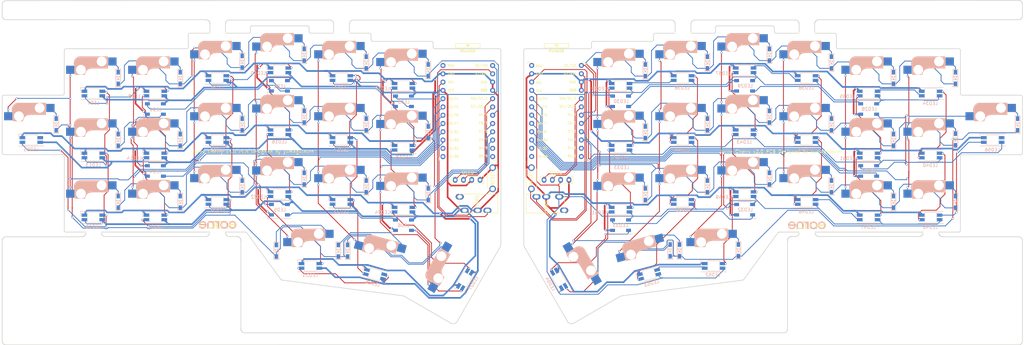
<source format=kicad_pcb>
(kicad_pcb (version 20201002) (generator pcbnew)
  (title_block (title "Corne Cherry") (date "2020-09-28") (rev "3.0.1") (company "foostan"))
  (layers (0 "F.Cu" signal) (31 "B.Cu" signal) (34 "B.Paste" user) (35 "F.Paste" user) (36 "B.SilkS" user "B.Silkscreen") (37 "F.SilkS" user "F.Silkscreen") (38 "B.Mask" user) (39 "F.Mask" user) (44 "Edge.Cuts" user))
  (net 0 "")
  (net 1 "row0")
  (net 2 "Net-(D1-Pad2)")
  (net 3 "row1")
  (net 4 "Net-(D2-Pad2)")
  (net 5 "row2")
  (net 6 "Net-(D3-Pad2)")
  (net 7 "row3")
  (net 8 "Net-(D4-Pad2)")
  (net 9 "Net-(D5-Pad2)")
  (net 10 "Net-(D6-Pad2)")
  (net 11 "Net-(D7-Pad2)")
  (net 12 "Net-(D8-Pad2)")
  (net 13 "Net-(D9-Pad2)")
  (net 14 "Net-(D10-Pad2)")
  (net 15 "Net-(D11-Pad2)")
  (net 16 "Net-(D12-Pad2)")
  (net 17 "Net-(D13-Pad2)")
  (net 18 "Net-(D14-Pad2)")
  (net 19 "Net-(D15-Pad2)")
  (net 20 "Net-(D16-Pad2)")
  (net 21 "Net-(D17-Pad2)")
  (net 22 "Net-(D18-Pad2)")
  (net 23 "Net-(D19-Pad2)")
  (net 24 "Net-(D20-Pad2)")
  (net 25 "Net-(D21-Pad2)")
  (net 26 "GND")
  (net 27 "VCC")
  (net 28 "col0")
  (net 29 "col1")
  (net 30 "col2")
  (net 31 "col3")
  (net 32 "col4")
  (net 33 "col5")
  (net 34 "LED")
  (net 35 "data")
  (net 36 "reset")
  (net 37 "SCL")
  (net 38 "SDA")
  (net 39 "Net-(U1-Pad14)")
  (net 40 "Net-(U1-Pad13)")
  (net 41 "Net-(U1-Pad12)")
  (net 42 "Net-(U1-Pad11)")
  (net 43 "Net-(U1-Pad24)")
  (net 44 "Net-(D22-Pad2)")
  (net 45 "row0_r")
  (net 46 "Net-(D23-Pad2)")
  (net 47 "Net-(D24-Pad2)")
  (net 48 "Net-(D25-Pad2)")
  (net 49 "Net-(D26-Pad2)")
  (net 50 "Net-(D27-Pad2)")
  (net 51 "row1_r")
  (net 52 "Net-(D28-Pad2)")
  (net 53 "Net-(D29-Pad2)")
  (net 54 "Net-(D30-Pad2)")
  (net 55 "Net-(D31-Pad2)")
  (net 56 "Net-(D32-Pad2)")
  (net 57 "Net-(D33-Pad2)")
  (net 58 "row2_r")
  (net 59 "Net-(D34-Pad2)")
  (net 60 "Net-(D35-Pad2)")
  (net 61 "Net-(D36-Pad2)")
  (net 62 "Net-(D37-Pad2)")
  (net 63 "Net-(D38-Pad2)")
  (net 64 "Net-(D39-Pad2)")
  (net 65 "Net-(D40-Pad2)")
  (net 66 "row3_r")
  (net 67 "Net-(D41-Pad2)")
  (net 68 "Net-(D42-Pad2)")
  (net 69 "data_r")
  (net 70 "SDA_r")
  (net 71 "SCL_r")
  (net 72 "LED_r")
  (net 73 "reset_r")
  (net 74 "col0_r")
  (net 75 "col1_r")
  (net 76 "col2_r")
  (net 77 "col3_r")
  (net 78 "col4_r")
  (net 79 "col5_r")
  (net 80 "VDD")
  (net 81 "GNDA")
  (net 82 "Net-(LED1-Pad2)")
  (net 83 "Net-(LED1-Pad4)")
  (net 84 "Net-(LED2-Pad4)")
  (net 85 "Net-(LED10-Pad2)")
  (net 86 "Net-(LED11-Pad4)")
  (net 87 "Net-(LED13-Pad4)")
  (net 88 "Net-(LED14-Pad2)")
  (net 89 "Net-(LED15-Pad4)")
  (net 90 "Net-(LED10-Pad4)")
  (net 91 "Net-(LED11-Pad2)")
  (net 92 "Net-(LED12-Pad4)")
  (net 93 "Net-(LED13-Pad2)")
  (net 94 "Net-(LED14-Pad4)")
  (net 95 "Net-(LED16-Pad4)")
  (net 96 "Net-(LED17-Pad2)")
  (net 97 "Net-(LED18-Pad4)")
  (net 98 "Net-(LED22-Pad4)")
  (net 99 "Net-(LED24-Pad4)")
  (net 100 "Net-(LED25-Pad4)")
  (net 101 "Net-(LED27-Pad4)")
  (net 102 "Net-(LED28-Pad2)")
  (net 103 "Net-(LED29-Pad4)")
  (net 104 "Net-(LED32-Pad2)")
  (net 105 "Net-(LED34-Pad2)")
  (net 106 "Net-(LED35-Pad4)")
  (net 107 "Net-(LED37-Pad4)")
  (net 108 "Net-(LED38-Pad2)")
  (net 109 "Net-(LED39-Pad4)")
  (net 110 "Net-(LED4-Pad2)")
  (net 111 "Net-(LED5-Pad2)")
  (net 112 "Net-(LED7-Pad4)")
  (net 113 "Net-(LED15-Pad2)")
  (net 114 "Net-(LED20-Pad4)")
  (net 115 "Net-(LED23-Pad2)")
  (net 116 "Net-(LED28-Pad4)")
  (net 117 "Net-(LED31-Pad2)")
  (net 118 "Net-(LED33-Pad2)")
  (net 119 "Net-(LED40-Pad2)")
  (net 120 "Net-(LED41-Pad4)")
  (net 121 "Net-(LED42-Pad2)")
  (net 122 "Net-(LED43-Pad4)")
  (net 123 "Net-(LED44-Pad2)")
  (net 124 "Net-(LED45-Pad4)")
  (net 125 "Net-(LED47-Pad4)")
  (net 126 "Net-(LED49-Pad4)")
  (net 127 "Net-(LED50-Pad2)")
  (net 128 "Net-(LED51-Pad4)")
  (net 129 "Net-(LED52-Pad4)")
  (net 130 "Net-(LED34-Pad4)")
  (net 131 "Net-(LED36-Pad4)")
  (net 132 "Net-(LED36-Pad2)")
  (net 133 "Net-(LED38-Pad4)")
  (net 134 "Net-(U2-Pad11)")
  (net 135 "Net-(U2-Pad12)")
  (net 136 "Net-(U2-Pad13)")
  (net 137 "Net-(U2-Pad14)")
  (net 138 "Net-(U2-Pad24)")
  (net 139 "Net-(J1-PadA)")
  (net 140 "Net-(J3-PadA)")
  (net 141 "Net-(LED19-Pad2)")
  (net 142 "Net-(LED46-Pad2)")
  (net 143 "Net-(D43-Pad2)")
  (net 144 "Net-(D44-Pad2)")
  (net 145 "Net-(LED55-Pad2)")
  (net 146 "Net-(LED56-Pad2)")
  (module "kbd:MJ-4PP-9_1side" (layer "F.Cu") (at 144.1345 74.292 -90)
    (fp_text reference "J1")
    (fp_text value "MJ-4PP-9" hide)
    (fp_text user "TRRS" (at -0.75 6.45 -90) (layer "F.SilkS"))
    (pad "" np_thru_hole circle (at 0 8.5 270) (size 1.2 1.2) (drill 1.2) (layers *.Cu *.Mask))
    (pad "" np_thru_hole circle (at 0 1.5 270) (size 1.2 1.2) (drill 1.2) (layers *.Cu *.Mask))
    (pad "A" thru_hole oval (at -2.1 11.8 270) (size 1.7 2.5) (drill oval 1 1.5) (layers *.Cu "B.Mask") (net 139 "Net-(J1-PadA)") (clearance 0.15))
    (pad "B" thru_hole oval (at 2.1 3.3 270) (size 1.7 2.5) (drill oval 1 1.5) (layers *.Cu "B.Mask") (net 35 "data"))
    (pad "C" thru_hole oval (at 2.1 6.3 270) (size 1.7 2.5) (drill oval 1 1.5) (layers *.Cu "B.Mask") (net 26 "GND"))
    (pad "D" thru_hole oval (at 2.1 10.3 270) (size 1.7 2.5) (drill oval 1 1.5) (layers *.Cu "B.Mask") (net 27 "VCC") (clearance 0.15))
  )
  (module "kbd:OLED_1side" (layer "F.Cu") (at 130.9485 67.028)
    (fp_text reference "J2")
    (fp_text value "OLED" hide)
    (fp_text user "OLED" (at 3.906 -2.284) (layer "F.SilkS"))
    (pad "1" thru_hole oval (at 0 0) (size 1.397 1.778) (drill 0.8128) (layers *.Cu "B.Mask") (net 38 "SDA"))
    (pad "2" thru_hole oval (at 2.54 0) (size 1.397 1.778) (drill 0.8128) (layers *.Cu "B.Mask") (net 37 "SCL"))
    (pad "3" thru_hole oval (at 5.08 0) (size 1.397 1.778) (drill 0.8128) (layers *.Cu "B.Mask") (net 27 "VCC"))
    (pad "4" thru_hole oval (at 7.62 0) (size 1.397 1.778) (drill 0.8128) (layers *.Cu "B.Mask") (net 26 "GND"))
  )
  (module "kbd:ResetSW_1side" (layer "F.Cu") (at 142.4245 66.531 -90)
    (fp_text reference "RSW1" hide)
    (fp_text value "SW_PUSH")
    (fp_text user "RESET" (at 0 0 -90) (layer "F.SilkS"))
    (pad "1" thru_hole circle (at 3.25 0 270) (size 2 2) (drill 1.3) (layers *.Cu "B.Mask") (net 36 "reset"))
    (pad "2" thru_hole circle (at -3.25 0 270) (size 2 2) (drill 1.3) (layers *.Cu "B.Mask") (net 26 "GND"))
  )
  (module "kbd:CherryMX_Hotswap" (layer "F.Cu") (at 39.1075 35.78)
    (fp_text reference "SW2" hide)
    (fp_text value "SW_PUSH" hide)
    (pad "" np_thru_hole circle (at 0 0 90) (size 4.1 4.1) (drill 4.1) (layers *.Cu *.Mask))
    (pad "" np_thru_hole circle (at -5.08 0) (size 1.9 1.9) (drill 1.9) (layers *.Cu *.Mask))
    (pad "" np_thru_hole circle (at 5.08 0) (size 1.9 1.9) (drill 1.9) (layers *.Cu *.Mask))
    (pad "" np_thru_hole circle (at -3.81 -2.54) (size 3 3) (drill 3) (layers *.Cu *.Mask))
    (pad "" np_thru_hole circle (at 2.54 -5.08) (size 3 3) (drill 3) (layers *.Cu *.Mask))
    (pad "1" smd rect (at -7.085 -2.54 180) (size 2.55 2.5) (layers "B.Cu" "B.Paste" "B.Mask") (net 29 "col1"))
    (pad "2" smd rect (at 5.842 -5.08 180) (size 2.55 2.5) (layers "B.Cu" "B.Paste" "B.Mask") (net 4 "Net-(D2-Pad2)"))
  )
  (module "kbd:CherryMX_Hotswap" (layer "F.Cu") (at 58.1075 31.03)
    (fp_text reference "SW3" hide)
    (fp_text value "SW_PUSH" hide)
    (pad "" np_thru_hole circle (at 5.08 0) (size 1.9 1.9) (drill 1.9) (layers *.Cu *.Mask))
    (pad "" np_thru_hole circle (at 2.54 -5.08) (size 3 3) (drill 3) (layers *.Cu *.Mask))
    (pad "" np_thru_hole circle (at -5.08 0) (size 1.9 1.9) (drill 1.9) (layers *.Cu *.Mask))
    (pad "" np_thru_hole circle (at -3.81 -2.54) (size 3 3) (drill 3) (layers *.Cu *.Mask))
    (pad "" np_thru_hole circle (at 0 0 90) (size 4.1 4.1) (drill 4.1) (layers *.Cu *.Mask))
    (pad "1" smd rect (at -7.085 -2.54 180) (size 2.55 2.5) (layers "B.Cu" "B.Paste" "B.Mask") (net 30 "col2"))
    (pad "2" smd rect (at 5.842 -5.08 180) (size 2.55 2.5) (layers "B.Cu" "B.Paste" "B.Mask") (net 6 "Net-(D3-Pad2)"))
  )
  (module "kbd:CherryMX_Hotswap" (layer "F.Cu") (at 77.1075 28.655)
    (fp_text reference "SW4" hide)
    (fp_text value "SW_PUSH" hide)
    (pad "" np_thru_hole circle (at 2.54 -5.08) (size 3 3) (drill 3) (layers *.Cu *.Mask))
    (pad "" np_thru_hole circle (at 5.08 0) (size 1.9 1.9) (drill 1.9) (layers *.Cu *.Mask))
    (pad "" np_thru_hole circle (at -3.81 -2.54) (size 3 3) (drill 3) (layers *.Cu *.Mask))
    (pad "" np_thru_hole circle (at -5.08 0) (size 1.9 1.9) (drill 1.9) (layers *.Cu *.Mask))
    (pad "" np_thru_hole circle (at 0 0 90) (size 4.1 4.1) (drill 4.1) (layers *.Cu *.Mask))
    (pad "1" smd rect (at -7.085 -2.54 180) (size 2.55 2.5) (layers "B.Cu" "B.Paste" "B.Mask") (net 31 "col3"))
    (pad "2" smd rect (at 5.842 -5.08 180) (size 2.55 2.5) (layers "B.Cu" "B.Paste" "B.Mask") (net 8 "Net-(D4-Pad2)"))
  )
  (module "kbd:CherryMX_Hotswap" (layer "F.Cu") (at 96.1075 31.03)
    (fp_text reference "SW5" hide)
    (fp_text value "SW_PUSH" hide)
    (pad "" np_thru_hole circle (at -3.81 -2.54) (size 3 3) (drill 3) (layers *.Cu *.Mask))
    (pad "" np_thru_hole circle (at 5.08 0) (size 1.9 1.9) (drill 1.9) (layers *.Cu *.Mask))
    (pad "" np_thru_hole circle (at 0 0 90) (size 4.1 4.1) (drill 4.1) (layers *.Cu *.Mask))
    (pad "" np_thru_hole circle (at 2.54 -5.08) (size 3 3) (drill 3) (layers *.Cu *.Mask))
    (pad "" np_thru_hole circle (at -5.08 0) (size 1.9 1.9) (drill 1.9) (layers *.Cu *.Mask))
    (pad "1" smd rect (at -7.085 -2.54 180) (size 2.55 2.5) (layers "B.Cu" "B.Paste" "B.Mask") (net 32 "col4"))
    (pad "2" smd rect (at 5.842 -5.08 180) (size 2.55 2.5) (layers "B.Cu" "B.Paste" "B.Mask") (net 9 "Net-(D5-Pad2)"))
  )
  (module "kbd:CherryMX_Hotswap" (layer "F.Cu") (at 20.1075 54.78)
    (fp_text reference "SW7" hide)
    (fp_text value "SW_PUSH" hide)
    (pad "" np_thru_hole circle (at -3.81 -2.54) (size 3 3) (drill 3) (layers *.Cu *.Mask))
    (pad "" np_thru_hole circle (at 5.08 0) (size 1.9 1.9) (drill 1.9) (layers *.Cu *.Mask))
    (pad "" np_thru_hole circle (at -5.08 0) (size 1.9 1.9) (drill 1.9) (layers *.Cu *.Mask))
    (pad "" np_thru_hole circle (at 2.54 -5.08) (size 3 3) (drill 3) (layers *.Cu *.Mask))
    (pad "" np_thru_hole circle (at 0 0 90) (size 4.1 4.1) (drill 4.1) (layers *.Cu *.Mask))
    (pad "1" smd rect (at -7.085 -2.54 180) (size 2.55 2.5) (layers "B.Cu" "B.Paste" "B.Mask") (net 28 "col0"))
    (pad "2" smd rect (at 5.842 -5.08 180) (size 2.55 2.5) (layers "B.Cu" "B.Paste" "B.Mask") (net 11 "Net-(D7-Pad2)"))
  )
  (module "kbd:CherryMX_Hotswap" (layer "F.Cu") (at 39.1075 54.78)
    (fp_text reference "SW8" hide)
    (fp_text value "SW_PUSH" hide)
    (pad "" np_thru_hole circle (at 0 0 90) (size 4.1 4.1) (drill 4.1) (layers *.Cu *.Mask))
    (pad "" np_thru_hole circle (at 2.54 -5.08) (size 3 3) (drill 3) (layers *.Cu *.Mask))
    (pad "" np_thru_hole circle (at -5.08 0) (size 1.9 1.9) (drill 1.9) (layers *.Cu *.Mask))
    (pad "" np_thru_hole circle (at -3.81 -2.54) (size 3 3) (drill 3) (layers *.Cu *.Mask))
    (pad "" np_thru_hole circle (at 5.08 0) (size 1.9 1.9) (drill 1.9) (layers *.Cu *.Mask))
    (pad "1" smd rect (at -7.085 -2.54 180) (size 2.55 2.5) (layers "B.Cu" "B.Paste" "B.Mask") (net 29 "col1"))
    (pad "2" smd rect (at 5.842 -5.08 180) (size 2.55 2.5) (layers "B.Cu" "B.Paste" "B.Mask") (net 12 "Net-(D8-Pad2)"))
  )
  (module "kbd:CherryMX_Hotswap" (layer "F.Cu") (at 58.1075 50.03)
    (fp_text reference "SW9" hide)
    (fp_text value "SW_PUSH" hide)
    (pad "" np_thru_hole circle (at 5.08 0) (size 1.9 1.9) (drill 1.9) (layers *.Cu *.Mask))
    (pad "" np_thru_hole circle (at 0 0 90) (size 4.1 4.1) (drill 4.1) (layers *.Cu *.Mask))
    (pad "" np_thru_hole circle (at -5.08 0) (size 1.9 1.9) (drill 1.9) (layers *.Cu *.Mask))
    (pad "" np_thru_hole circle (at -3.81 -2.54) (size 3 3) (drill 3) (layers *.Cu *.Mask))
    (pad "" np_thru_hole circle (at 2.54 -5.08) (size 3 3) (drill 3) (layers *.Cu *.Mask))
    (pad "1" smd rect (at -7.085 -2.54 180) (size 2.55 2.5) (layers "B.Cu" "B.Paste" "B.Mask") (net 30 "col2"))
    (pad "2" smd rect (at 5.842 -5.08 180) (size 2.55 2.5) (layers "B.Cu" "B.Paste" "B.Mask") (net 13 "Net-(D9-Pad2)"))
  )
  (module "kbd:CherryMX_Hotswap" (layer "F.Cu") (at 77.1075 47.655)
    (fp_text reference "SW10" hide)
    (fp_text value "SW_PUSH" hide)
    (pad "" np_thru_hole circle (at -3.81 -2.54) (size 3 3) (drill 3) (layers *.Cu *.Mask))
    (pad "" np_thru_hole circle (at 2.54 -5.08) (size 3 3) (drill 3) (layers *.Cu *.Mask))
    (pad "" np_thru_hole circle (at 0 0 90) (size 4.1 4.1) (drill 4.1) (layers *.Cu *.Mask))
    (pad "" np_thru_hole circle (at -5.08 0) (size 1.9 1.9) (drill 1.9) (layers *.Cu *.Mask))
    (pad "" np_thru_hole circle (at 5.08 0) (size 1.9 1.9) (drill 1.9) (layers *.Cu *.Mask))
    (pad "1" smd rect (at -7.085 -2.54 180) (size 2.55 2.5) (layers "B.Cu" "B.Paste" "B.Mask") (net 31 "col3"))
    (pad "2" smd rect (at 5.842 -5.08 180) (size 2.55 2.5) (layers "B.Cu" "B.Paste" "B.Mask") (net 14 "Net-(D10-Pad2)"))
  )
  (module "kbd:CherryMX_Hotswap" (layer "F.Cu") (at 96.1075 50.03)
    (fp_text reference "SW11" hide)
    (fp_text value "SW_PUSH" hide)
    (pad "" np_thru_hole circle (at -3.81 -2.54) (size 3 3) (drill 3) (layers *.Cu *.Mask))
    (pad "" np_thru_hole circle (at 0 0 90) (size 4.1 4.1) (drill 4.1) (layers *.Cu *.Mask))
    (pad "" np_thru_hole circle (at 2.54 -5.08) (size 3 3) (drill 3) (layers *.Cu *.Mask))
    (pad "" np_thru_hole circle (at 5.08 0) (size 1.9 1.9) (drill 1.9) (layers *.Cu *.Mask))
    (pad "" np_thru_hole circle (at -5.08 0) (size 1.9 1.9) (drill 1.9) (layers *.Cu *.Mask))
    (pad "1" smd rect (at -7.085 -2.54 180) (size 2.55 2.5) (layers "B.Cu" "B.Paste" "B.Mask") (net 32 "col4"))
    (pad "2" smd rect (at 5.842 -5.08 180) (size 2.55 2.5) (layers "B.Cu" "B.Paste" "B.Mask") (net 15 "Net-(D11-Pad2)"))
  )
  (module "kbd:CherryMX_Hotswap" (layer "F.Cu") (at 115.1075 52.405)
    (fp_text reference "SW12" hide)
    (fp_text value "SW_PUSH" hide)
    (pad "" np_thru_hole circle (at -5.08 0) (size 1.9 1.9) (drill 1.9) (layers *.Cu *.Mask))
    (pad "" np_thru_hole circle (at 2.54 -5.08) (size 3 3) (drill 3) (layers *.Cu *.Mask))
    (pad "" np_thru_hole circle (at 0 0 90) (size 4.1 4.1) (drill 4.1) (layers *.Cu *.Mask))
    (pad "" np_thru_hole circle (at -3.81 -2.54) (size 3 3) (drill 3) (layers *.Cu *.Mask))
    (pad "" np_thru_hole circle (at 5.08 0) (size 1.9 1.9) (drill 1.9) (layers *.Cu *.Mask))
    (pad "1" smd rect (at -7.085 -2.54 180) (size 2.55 2.5) (layers "B.Cu" "B.Paste" "B.Mask") (net 33 "col5"))
    (pad "2" smd rect (at 5.842 -5.08 180) (size 2.55 2.5) (layers "B.Cu" "B.Paste" "B.Mask") (net 16 "Net-(D12-Pad2)"))
  )
  (module "kbd:CherryMX_Hotswap" (layer "F.Cu") (at 20.1075 73.78)
    (fp_text reference "SW13" hide)
    (fp_text value "SW_PUSH" hide)
    (pad "" np_thru_hole circle (at 5.08 0) (size 1.9 1.9) (drill 1.9) (layers *.Cu *.Mask))
    (pad "" np_thru_hole circle (at -5.08 0) (size 1.9 1.9) (drill 1.9) (layers *.Cu *.Mask))
    (pad "" np_thru_hole circle (at 2.54 -5.08) (size 3 3) (drill 3) (layers *.Cu *.Mask))
    (pad "" np_thru_hole circle (at 0 0 90) (size 4.1 4.1) (drill 4.1) (layers *.Cu *.Mask))
    (pad "" np_thru_hole circle (at -3.81 -2.54) (size 3 3) (drill 3) (layers *.Cu *.Mask))
    (pad "1" smd rect (at -7.085 -2.54 180) (size 2.55 2.5) (layers "B.Cu" "B.Paste" "B.Mask") (net 28 "col0"))
    (pad "2" smd rect (at 5.842 -5.08 180) (size 2.55 2.5) (layers "B.Cu" "B.Paste" "B.Mask") (net 17 "Net-(D13-Pad2)"))
  )
  (module "kbd:CherryMX_Hotswap" (layer "F.Cu") (at 39.1075 73.78)
    (fp_text reference "SW14" hide)
    (fp_text value "SW_PUSH" hide)
    (pad "" np_thru_hole circle (at 5.08 0) (size 1.9 1.9) (drill 1.9) (layers *.Cu *.Mask))
    (pad "" np_thru_hole circle (at -3.81 -2.54) (size 3 3) (drill 3) (layers *.Cu *.Mask))
    (pad "" np_thru_hole circle (at 2.54 -5.08) (size 3 3) (drill 3) (layers *.Cu *.Mask))
    (pad "" np_thru_hole circle (at -5.08 0) (size 1.9 1.9) (drill 1.9) (layers *.Cu *.Mask))
    (pad "" np_thru_hole circle (at 0 0 90) (size 4.1 4.1) (drill 4.1) (layers *.Cu *.Mask))
    (pad "1" smd rect (at -7.085 -2.54 180) (size 2.55 2.5) (layers "B.Cu" "B.Paste" "B.Mask") (net 29 "col1"))
    (pad "2" smd rect (at 5.842 -5.08 180) (size 2.55 2.5) (layers "B.Cu" "B.Paste" "B.Mask") (net 18 "Net-(D14-Pad2)"))
  )
  (module "kbd:CherryMX_Hotswap" (layer "F.Cu") (at 58.1075 69.03)
    (fp_text reference "SW15" hide)
    (fp_text value "SW_PUSH" hide)
    (pad "" np_thru_hole circle (at -5.08 0) (size 1.9 1.9) (drill 1.9) (layers *.Cu *.Mask))
    (pad "" np_thru_hole circle (at 2.54 -5.08) (size 3 3) (drill 3) (layers *.Cu *.Mask))
    (pad "" np_thru_hole circle (at -3.81 -2.54) (size 3 3) (drill 3) (layers *.Cu *.Mask))
    (pad "" np_thru_hole circle (at 0 0 90) (size 4.1 4.1) (drill 4.1) (layers *.Cu *.Mask))
    (pad "" np_thru_hole circle (at 5.08 0) (size 1.9 1.9) (drill 1.9) (layers *.Cu *.Mask))
    (pad "1" smd rect (at -7.085 -2.54 180) (size 2.55 2.5) (layers "B.Cu" "B.Paste" "B.Mask") (net 30 "col2"))
    (pad "2" smd rect (at 5.842 -5.08 180) (size 2.55 2.5) (layers "B.Cu" "B.Paste" "B.Mask") (net 19 "Net-(D15-Pad2)"))
  )
  (module "kbd:CherryMX_Hotswap" (layer "F.Cu") (at 77.1075 66.655)
    (fp_text reference "SW16" hide)
    (fp_text value "SW_PUSH" hide)
    (pad "" np_thru_hole circle (at 5.08 0) (size 1.9 1.9) (drill 1.9) (layers *.Cu *.Mask))
    (pad "" np_thru_hole circle (at 0 0 90) (size 4.1 4.1) (drill 4.1) (layers *.Cu *.Mask))
    (pad "" np_thru_hole circle (at -3.81 -2.54) (size 3 3) (drill 3) (layers *.Cu *.Mask))
    (pad "" np_thru_hole circle (at -5.08 0) (size 1.9 1.9) (drill 1.9) (layers *.Cu *.Mask))
    (pad "" np_thru_hole circle (at 2.54 -5.08) (size 3 3) (drill 3) (layers *.Cu *.Mask))
    (pad "1" smd rect (at -7.085 -2.54 180) (size 2.55 2.5) (layers "B.Cu" "B.Paste" "B.Mask") (net 31 "col3"))
    (pad "2" smd rect (at 5.842 -5.08 180) (size 2.55 2.5) (layers "B.Cu" "B.Paste" "B.Mask") (net 20 "Net-(D16-Pad2)"))
  )
  (module "kbd:CherryMX_Hotswap" (layer "F.Cu") (at 96.1075 69.03)
    (fp_text reference "SW17" hide)
    (fp_text value "SW_PUSH" hide)
    (pad "" np_thru_hole circle (at 2.54 -5.08) (size 3 3) (drill 3) (layers *.Cu *.Mask))
    (pad "" np_thru_hole circle (at -5.08 0) (size 1.9 1.9) (drill 1.9) (layers *.Cu *.Mask))
    (pad "" np_thru_hole circle (at 0 0 90) (size 4.1 4.1) (drill 4.1) (layers *.Cu *.Mask))
    (pad "" np_thru_hole circle (at 5.08 0) (size 1.9 1.9) (drill 1.9) (layers *.Cu *.Mask))
    (pad "" np_thru_hole circle (at -3.81 -2.54) (size 3 3) (drill 3) (layers *.Cu *.Mask))
    (pad "1" smd rect (at -7.085 -2.54 180) (size 2.55 2.5) (layers "B.Cu" "B.Paste" "B.Mask") (net 32 "col4"))
    (pad "2" smd rect (at 5.842 -5.08 180) (size 2.55 2.5) (layers "B.Cu" "B.Paste" "B.Mask") (net 21 "Net-(D17-Pad2)"))
  )
  (module "kbd:CherryMX_Hotswap" (layer "F.Cu") (at 115.1075 71.405)
    (fp_text reference "SW18" hide)
    (fp_text value "SW_PUSH" hide)
    (pad "" np_thru_hole circle (at -3.81 -2.54) (size 3 3) (drill 3) (layers *.Cu *.Mask))
    (pad "" np_thru_hole circle (at -5.08 0) (size 1.9 1.9) (drill 1.9) (layers *.Cu *.Mask))
    (pad "" np_thru_hole circle (at 0 0 90) (size 4.1 4.1) (drill 4.1) (layers *.Cu *.Mask))
    (pad "" np_thru_hole circle (at 5.08 0) (size 1.9 1.9) (drill 1.9) (layers *.Cu *.Mask))
    (pad "" np_thru_hole circle (at 2.54 -5.08) (size 3 3) (drill 3) (layers *.Cu *.Mask))
    (pad "1" smd rect (at -7.085 -2.54 180) (size 2.55 2.5) (layers "B.Cu" "B.Paste" "B.Mask") (net 33 "col5"))
    (pad "2" smd rect (at 5.842 -5.08 180) (size 2.55 2.5) (layers "B.Cu" "B.Paste" "B.Mask") (net 22 "Net-(D18-Pad2)"))
  )
  (module "kbd:CherryMX_Hotswap" (layer "F.Cu") (at 86.6075 88.655)
    (fp_text reference "SW19" hide)
    (fp_text value "SW_PUSH" hide)
    (pad "" np_thru_hole circle (at 2.54 -5.08) (size 3 3) (drill 3) (layers *.Cu *.Mask))
    (pad "" np_thru_hole circle (at -5.08 0) (size 1.9 1.9) (drill 1.9) (layers *.Cu *.Mask))
    (pad "" np_thru_hole circle (at 0 0 90) (size 4.1 4.1) (drill 4.1) (layers *.Cu *.Mask))
    (pad "" np_thru_hole circle (at -3.81 -2.54) (size 3 3) (drill 3) (layers *.Cu *.Mask))
    (pad "" np_thru_hole circle (at 5.08 0) (size 1.9 1.9) (drill 1.9) (layers *.Cu *.Mask))
    (pad "1" smd rect (at -7.085 -2.54 180) (size 2.55 2.5) (layers "B.Cu" "B.Paste" "B.Mask") (net 31 "col3"))
    (pad "2" smd rect (at 5.842 -5.08 180) (size 2.55 2.5) (layers "B.Cu" "B.Paste" "B.Mask") (net 23 "Net-(D19-Pad2)"))
  )
  (module "kbd:CherryMX_Hotswap" (layer "F.Cu") (at 107.6075 91.405 -15)
    (fp_text reference "SW20" hide)
    (fp_text value "SW_PUSH" hide)
    (pad "" np_thru_hole circle (at 2.54 -5.08 345) (size 3 3) (drill 3) (layers *.Cu *.Mask))
    (pad "" np_thru_hole circle (at -5.08 0 345) (size 1.9 1.9) (drill 1.9) (layers *.Cu *.Mask))
    (pad "" np_thru_hole circle (at 5.08 0 345) (size 1.9 1.9) (drill 1.9) (layers *.Cu *.Mask))
    (pad "" np_thru_hole circle (at 0 0 75) (size 4.1 4.1) (drill 4.1) (layers *.Cu *.Mask))
    (pad "" np_thru_hole circle (at -3.81 -2.54 345) (size 3 3) (drill 3) (layers *.Cu *.Mask))
    (pad "1" smd rect (at -7.085 -2.54 165) (size 2.55 2.5) (layers "B.Cu" "B.Paste" "B.Mask") (net 32 "col4"))
    (pad "2" smd rect (at 5.842 -5.08 165) (size 2.55 2.5) (layers "B.Cu" "B.Paste" "B.Mask") (net 24 "Net-(D20-Pad2)"))
  )
  (module "kbd:CherryMX_Hotswap_1.5u" (layer "F.Cu") (at 129.8575 95.155 60)
    (fp_text reference "SW21" hide)
    (fp_text value "SW_PUSH" hide)
    (pad "" np_thru_hole circle (at -5.08 0 60) (size 1.9 1.9) (drill 1.9) (layers *.Cu *.Mask))
    (pad "" np_thru_hole circle (at 2.54 -5.08 60) (size 3 3) (drill 3) (layers *.Cu *.Mask))
    (pad "" np_thru_hole circle (at 0 0 150) (size 4.1 4.1) (drill 4.1) (layers *.Cu *.Mask))
    (pad "" np_thru_hole circle (at 5.08 0 60) (size 1.9 1.9) (drill 1.9) (layers *.Cu *.Mask))
    (pad "" np_thru_hole circle (at -3.81 -2.54 60) (size 3 3) (drill 3) (layers *.Cu *.Mask))
    (pad "1" smd rect (at -7.085 -2.54 240) (size 2.55 2.5) (layers "B.Cu" "B.Paste" "B.Mask") (net 33 "col5"))
    (pad "2" smd rect (at 5.842 -5.08 240) (size 2.55 2.5) (layers "B.Cu" "B.Paste" "B.Mask") (net 25 "Net-(D21-Pad2)"))
  )
  (module "kbd:CherryMX_Hotswap_1.5u" (layer "F.Cu") (at 166.8645 95.15 -60)
    (fp_text reference "SW42" hide)
    (fp_text value "SW_PUSH" hide)
    (pad "" np_thru_hole circle (at 0 0 30) (size 4.1 4.1) (drill 4.1) (layers *.Cu *.Mask))
    (pad "" np_thru_hole circle (at -3.81 -2.54 300) (size 3 3) (drill 3) (layers *.Cu *.Mask))
    (pad "" np_thru_hole circle (at 5.08 0 300) (size 1.9 1.9) (drill 1.9) (layers *.Cu *.Mask))
    (pad "" np_thru_hole circle (at -5.08 0 300) (size 1.9 1.9) (drill 1.9) (layers *.Cu *.Mask))
    (pad "" np_thru_hole circle (at 2.54 -5.08 300) (size 3 3) (drill 3) (layers *.Cu *.Mask))
    (pad "1" smd rect (at -7.085 -2.54 120) (size 2.55 2.5) (layers "B.Cu" "B.Paste" "B.Mask") (net 79 "col5_r"))
    (pad "2" smd rect (at 5.842 -5.08 120) (size 2.55 2.5) (layers "B.Cu" "B.Paste" "B.Mask") (net 68 "Net-(D42-Pad2)"))
  )
  (module "kbd:MJ-4PP-9_1side" (layer "F.Cu") (at 152.5375 74.27 90)
    (fp_text reference "J3")
    (fp_text value "MJ-4PP-9" hide)
    (fp_text user "TRRS" (at -0.75 6.45 90) (layer "F.SilkS"))
    (pad "" np_thru_hole circle (at 0 1.5 90) (size 1.2 1.2) (drill 1.2) (layers *.Cu *.Mask))
    (pad "" np_thru_hole circle (at 0 8.5 90) (size 1.2 1.2) (drill 1.2) (layers *.Cu *.Mask))
    (pad "A" thru_hole oval (at -2.1 11.8 90) (size 1.7 2.5) (drill oval 1 1.5) (layers *.Cu "B.Mask") (net 140 "Net-(J3-PadA)") (clearance 0.15))
    (pad "B" thru_hole oval (at 2.1 3.3 90) (size 1.7 2.5) (drill oval 1 1.5) (layers *.Cu "B.Mask") (net 69 "data_r"))
    (pad "C" thru_hole oval (at 2.1 6.3 90) (size 1.7 2.5) (drill oval 1 1.5) (layers *.Cu "B.Mask") (net 81 "GNDA"))
    (pad "D" thru_hole oval (at 2.1 10.3 90) (size 1.7 2.5) (drill oval 1 1.5) (layers *.Cu "B.Mask") (net 80 "VDD") (clearance 0.15))
  )
  (module "kbd:OLED_1side" (layer "F.Cu") (at 158.1775 67.02)
    (fp_text reference "J4")
    (fp_text value "OLED" hide)
    (fp_text user "OLED" (at 3.75 -2.19) (layer "F.SilkS"))
    (pad "1" thru_hole oval (at 0 0) (size 1.397 1.778) (drill 0.8128) (layers *.Cu "B.Mask") (net 70 "SDA_r"))
    (pad "2" thru_hole oval (at 2.54 0) (size 1.397 1.778) (drill 0.8128) (layers *.Cu "B.Mask") (net 71 "SCL_r"))
    (pad "3" thru_hole oval (at 5.08 0) (size 1.397 1.778) (drill 0.8128) (layers *.Cu "B.Mask") (net 80 "VDD"))
    (pad "4" thru_hole oval (at 7.62 0) (size 1.397 1.778) (drill 0.8128) (layers *.Cu "B.Mask") (net 81 "GNDA"))
  )
  (module "kbd:ResetSW_1side" (layer "F.Cu") (at 154.3045 66.522 -90)
    (fp_text reference "RSW2" hide)
    (fp_text value "SW_PUSH")
    (fp_text user "RESET" (at 0 0 90) (layer "F.SilkS"))
    (pad "1" thru_hole circle (at 3.25 0 270) (size 2 2) (drill 1.3) (layers *.Cu "B.Mask") (net 73 "reset_r"))
    (pad "2" thru_hole circle (at -3.25 0 270) (size 2 2) (drill 1.3) (layers *.Cu "B.Mask") (net 81 "GNDA"))
  )
  (module "kbd:CherryMX_Hotswap" (layer "F.Cu") (at 219.6145 66.65)
    (fp_text reference "SW37" hide)
    (fp_text value "SW_PUSH" hide)
    (pad "" np_thru_hole circle (at 5.08 0) (size 1.9 1.9) (drill 1.9) (layers *.Cu *.Mask))
    (pad "" np_thru_hole circle (at 0 0 90) (size 4.1 4.1) (drill 4.1) (layers *.Cu *.Mask))
    (pad "" np_thru_hole circle (at -5.08 0) (size 1.9 1.9) (drill 1.9) (layers *.Cu *.Mask))
    (pad "" np_thru_hole circle (at 2.54 -5.08) (size 3 3) (drill 3) (layers *.Cu *.Mask))
    (pad "" np_thru_hole circle (at -3.81 -2.54) (size 3 3) (drill 3) (layers *.Cu *.Mask))
    (pad "1" smd rect (at -7.085 -2.54 180) (size 2.55 2.5) (layers "B.Cu" "B.Paste" "B.Mask") (net 77 "col3_r"))
    (pad "2" smd rect (at 5.842 -5.08 180) (size 2.55 2.5) (layers "B.Cu" "B.Paste" "B.Mask") (net 62 "Net-(D37-Pad2)"))
  )
  (module "kbd:CherryMX_Hotswap" (layer "F.Cu") (at 200.6145 69.025)
    (fp_text reference "SW38" hide)
    (fp_text value "SW_PUSH" hide)
    (pad "" np_thru_hole circle (at -5.08 0) (size 1.9 1.9) (drill 1.9) (layers *.Cu *.Mask))
    (pad "" np_thru_hole circle (at 0 0 90) (size 4.1 4.1) (drill 4.1) (layers *.Cu *.Mask))
    (pad "" np_thru_hole circle (at 2.54 -5.08) (size 3 3) (drill 3) (layers *.Cu *.Mask))
    (pad "" np_thru_hole circle (at -3.81 -2.54) (size 3 3) (drill 3) (layers *.Cu *.Mask))
    (pad "" np_thru_hole circle (at 5.08 0) (size 1.9 1.9) (drill 1.9) (layers *.Cu *.Mask))
    (pad "1" smd rect (at -7.085 -2.54 180) (size 2.55 2.5) (layers "B.Cu" "B.Paste" "B.Mask") (net 78 "col4_r"))
    (pad "2" smd rect (at 5.842 -5.08 180) (size 2.55 2.5) (layers "B.Cu" "B.Paste" "B.Mask") (net 63 "Net-(D38-Pad2)"))
  )
  (module "kbd:CherryMX_Hotswap" (layer "F.Cu") (at 181.6145 71.4)
    (fp_text reference "SW39" hide)
    (fp_text value "SW_PUSH" hide)
    (pad "" np_thru_hole circle (at 2.54 -5.08) (size 3 3) (drill 3) (layers *.Cu *.Mask))
    (pad "" np_thru_hole circle (at -5.08 0) (size 1.9 1.9) (drill 1.9) (layers *.Cu *.Mask))
    (pad "" np_thru_hole circle (at -3.81 -2.54) (size 3 3) (drill 3) (layers *.Cu *.Mask))
    (pad "" np_thru_hole circle (at 5.08 0) (size 1.9 1.9) (drill 1.9) (layers *.Cu *.Mask))
    (pad "" np_thru_hole circle (at 0 0 90) (size 4.1 4.1) (drill 4.1) (layers *.Cu *.Mask))
    (pad "1" smd rect (at -7.085 -2.54 180) (size 2.55 2.5) (layers "B.Cu" "B.Paste" "B.Mask") (net 79 "col5_r"))
    (pad "2" smd rect (at 5.842 -5.08 180) (size 2.55 2.5) (layers "B.Cu" "B.Paste" "B.Mask") (net 64 "Net-(D39-Pad2)"))
  )
  (module "kbd:CherryMX_Hotswap" (layer "F.Cu") (at 210.1145 88.65)
    (fp_text reference "SW40" hide)
    (fp_text value "SW_PUSH" hide)
    (pad "" np_thru_hole circle (at 0 0 90) (size 4.1 4.1) (drill 4.1) (layers *.Cu *.Mask))
    (pad "" np_thru_hole circle (at 2.54 -5.08) (size 3 3) (drill 3) (layers *.Cu *.Mask))
    (pad "" np_thru_hole circle (at -5.08 0) (size 1.9 1.9) (drill 1.9) (layers *.Cu *.Mask))
    (pad "" np_thru_hole circle (at 5.08 0) (size 1.9 1.9) (drill 1.9) (layers *.Cu *.Mask))
    (pad "" np_thru_hole circle (at -3.81 -2.54) (size 3 3) (drill 3) (layers *.Cu *.Mask))
    (pad "1" smd rect (at -7.085 -2.54 180) (size 2.55 2.5) (layers "B.Cu" "B.Paste" "B.Mask") (net 77 "col3_r"))
    (pad "2" smd rect (at 5.842 -5.08 180) (size 2.55 2.5) (layers "B.Cu" "B.Paste" "B.Mask") (net 65 "Net-(D40-Pad2)"))
  )
  (module "kbd:CherryMX_Hotswap" (layer "F.Cu") (at 189.1145 91.4 15)
    (fp_text reference "SW41" hide)
    (fp_text value "SW_PUSH" hide)
    (pad "" np_thru_hole circle (at -3.81 -2.54 15) (size 3 3) (drill 3) (layers *.Cu *.Mask))
    (pad "" np_thru_hole circle (at -5.08 0 15) (size 1.9 1.9) (drill 1.9) (layers *.Cu *.Mask))
    (pad "" np_thru_hole circle (at 5.08 0 15) (size 1.9 1.9) (drill 1.9) (layers *.Cu *.Mask))
    (pad "" np_thru_hole circle (at 2.54 -5.08 15) (size 3 3) (drill 3) (layers *.Cu *.Mask))
    (pad "" np_thru_hole circle (at 0 0 105) (size 4.1 4.1) (drill 4.1) (layers *.Cu *.Mask))
    (pad "1" smd rect (at -7.085 -2.54 195) (size 2.55 2.5) (layers "B.Cu" "B.Paste" "B.Mask") (net 78 "col4_r"))
    (pad "2" smd rect (at 5.842 -5.08 195) (size 2.55 2.5) (layers "B.Cu" "B.Paste" "B.Mask") (net 67 "Net-(D41-Pad2)"))
  )
  (module "kbd:CherryMX_Hotswap" (layer "F.Cu") (at 219.6145 28.65)
    (fp_text reference "SW25" hide)
    (fp_text value "SW_PUSH" hide)
    (pad "" np_thru_hole circle (at -3.81 -2.54) (size 3 3) (drill 3) (layers *.Cu *.Mask))
    (pad "" np_thru_hole circle (at -5.08 0) (size 1.9 1.9) (drill 1.9) (layers *.Cu *.Mask))
    (pad "" np_thru_hole circle (at 5.08 0) (size 1.9 1.9) (drill 1.9) (layers *.Cu *.Mask))
    (pad "" np_thru_hole circle (at 0 0 90) (size 4.1 4.1) (drill 4.1) (layers *.Cu *.Mask))
    (pad "" np_thru_hole circle (at 2.54 -5.08) (size 3 3) (drill 3) (layers *.Cu *.Mask))
    (pad "1" smd rect (at -7.085 -2.54 180) (size 2.55 2.5) (layers "B.Cu" "B.Paste" "B.Mask") (net 77 "col3_r"))
    (pad "2" smd rect (at 5.842 -5.08 180) (size 2.55 2.5) (layers "B.Cu" "B.Paste" "B.Mask") (net 48 "Net-(D25-Pad2)"))
  )
  (module "kbd:CherryMX_Hotswap" (layer "F.Cu") (at 200.6145 31.025)
    (fp_text reference "SW26" hide)
    (fp_text value "SW_PUSH" hide)
    (pad "" np_thru_hole circle (at -5.08 0) (size 1.9 1.9) (drill 1.9) (layers *.Cu *.Mask))
    (pad "" np_thru_hole circle (at 2.54 -5.08) (size 3 3) (drill 3) (layers *.Cu *.Mask))
    (pad "" np_thru_hole circle (at 0 0 90) (size 4.1 4.1) (drill 4.1) (layers *.Cu *.Mask))
    (pad "" np_thru_hole circle (at 5.08 0) (size 1.9 1.9) (drill 1.9) (layers *.Cu *.Mask))
    (pad "" np_thru_hole circle (at -3.81 -2.54) (size 3 3) (drill 3) (layers *.Cu *.Mask))
    (pad "1" smd rect (at -7.085 -2.54 180) (size 2.55 2.5) (layers "B.Cu" "B.Paste" "B.Mask") (net 78 "col4_r"))
    (pad "2" smd rect (at 5.842 -5.08 180) (size 2.55 2.5) (layers "B.Cu" "B.Paste" "B.Mask") (net 49 "Net-(D26-Pad2)"))
  )
  (module "kbd:CherryMX_Hotswap" (layer "F.Cu") (at 276.6145 54.775)
    (fp_text reference "SW28" hide)
    (fp_text value "SW_PUSH" hide)
    (pad "" np_thru_hole circle (at 2.54 -5.08) (size 3 3) (drill 3) (layers *.Cu *.Mask))
    (pad "" np_thru_hole circle (at 5.08 0) (size 1.9 1.9) (drill 1.9) (layers *.Cu *.Mask))
    (pad "" np_thru_hole circle (at -3.81 -2.54) (size 3 3) (drill 3) (layers *.Cu *.Mask))
    (pad "" np_thru_hole circle (at -5.08 0) (size 1.9 1.9) (drill 1.9) (layers *.Cu *.Mask))
    (pad "" np_thru_hole circle (at 0 0 90) (size 4.1 4.1) (drill 4.1) (layers *.Cu *.Mask))
    (pad "1" smd rect (at -7.085 -2.54 180) (size 2.55 2.5) (layers "B.Cu" "B.Paste" "B.Mask") (net 74 "col0_r"))
    (pad "2" smd rect (at 5.842 -5.08 180) (size 2.55 2.5) (layers "B.Cu" "B.Paste" "B.Mask") (net 52 "Net-(D28-Pad2)"))
  )
  (module "kbd:CherryMX_Hotswap" (layer "F.Cu") (at 238.6145 31.025)
    (fp_text reference "SW24" hide)
    (fp_text value "SW_PUSH" hide)
    (pad "" np_thru_hole circle (at -3.81 -2.54) (size 3 3) (drill 3) (layers *.Cu *.Mask))
    (pad "" np_thru_hole circle (at 0 0 90) (size 4.1 4.1) (drill 4.1) (layers *.Cu *.Mask))
    (pad "" np_thru_hole circle (at -5.08 0) (size 1.9 1.9) (drill 1.9) (layers *.Cu *.Mask))
    (pad "" np_thru_hole circle (at 5.08 0) (size 1.9 1.9) (drill 1.9) (layers *.Cu *.Mask))
    (pad "" np_thru_hole circle (at 2.54 -5.08) (size 3 3) (drill 3) (layers *.Cu *.Mask))
    (pad "1" smd rect (at -7.085 -2.54 180) (size 2.55 2.5) (layers "B.Cu" "B.Paste" "B.Mask") (net 76 "col2_r"))
    (pad "2" smd rect (at 5.842 -5.08 180) (size 2.55 2.5) (layers "B.Cu" "B.Paste" "B.Mask") (net 47 "Net-(D24-Pad2)"))
  )
  (module "kbd:CherryMX_Hotswap" (layer "F.Cu") (at 257.6145 54.775)
    (fp_text reference "SW29" hide)
    (fp_text value "SW_PUSH" hide)
    (pad "" np_thru_hole circle (at 2.54 -5.08) (size 3 3) (drill 3) (layers *.Cu *.Mask))
    (pad "" np_thru_hole circle (at -3.81 -2.54) (size 3 3) (drill 3) (layers *.Cu *.Mask))
    (pad "" np_thru_hole circle (at 5.08 0) (size 1.9 1.9) (drill 1.9) (layers *.Cu *.Mask))
    (pad "" np_thru_hole circle (at -5.08 0) (size 1.9 1.9) (drill 1.9) (layers *.Cu *.Mask))
    (pad "" np_thru_hole circle (at 0 0 90) (size 4.1 4.1) (drill 4.1) (layers *.Cu *.Mask))
    (pad "1" smd rect (at -7.085 -2.54 180) (size 2.55 2.5) (layers "B.Cu" "B.Paste" "B.Mask") (net 75 "col1_r"))
    (pad "2" smd rect (at 5.842 -5.08 180) (size 2.55 2.5) (layers "B.Cu" "B.Paste" "B.Mask") (net 53 "Net-(D29-Pad2)"))
  )
  (module "kbd:CherryMX_Hotswap" (layer "F.Cu") (at 257.6145 73.775)
    (fp_text reference "SW35" hide)
    (fp_text value "SW_PUSH" hide)
    (pad "" np_thru_hole circle (at 5.08 0) (size 1.9 1.9) (drill 1.9) (layers *.Cu *.Mask))
    (pad "" np_thru_hole circle (at -5.08 0) (size 1.9 1.9) (drill 1.9) (layers *.Cu *.Mask))
    (pad "" np_thru_hole circle (at 0 0 90) (size 4.1 4.1) (drill 4.1) (layers *.Cu *.Mask))
    (pad "" np_thru_hole circle (at -3.81 -2.54) (size 3 3) (drill 3) (layers *.Cu *.Mask))
    (pad "" np_thru_hole circle (at 2.54 -5.08) (size 3 3) (drill 3) (layers *.Cu *.Mask))
    (pad "1" smd rect (at -7.085 -2.54 180) (size 2.55 2.5) (layers "B.Cu" "B.Paste" "B.Mask") (net 75 "col1_r"))
    (pad "2" smd rect (at 5.842 -5.08 180) (size 2.55 2.5) (layers "B.Cu" "B.Paste" "B.Mask") (net 60 "Net-(D35-Pad2)"))
  )
  (module "kbd:CherryMX_Hotswap" (layer "F.Cu") (at 238.6145 69.025)
    (fp_text reference "SW36" hide)
    (fp_text value "SW_PUSH" hide)
    (pad "" np_thru_hole circle (at 5.08 0) (size 1.9 1.9) (drill 1.9) (layers *.Cu *.Mask))
    (pad "" np_thru_hole circle (at -5.08 0) (size 1.9 1.9) (drill 1.9) (layers *.Cu *.Mask))
    (pad "" np_thru_hole circle (at -3.81 -2.54) (size 3 3) (drill 3) (layers *.Cu *.Mask))
    (pad "" np_thru_hole circle (at 0 0 90) (size 4.1 4.1) (drill 4.1) (layers *.Cu *.Mask))
    (pad "" np_thru_hole circle (at 2.54 -5.08) (size 3 3) (drill 3) (layers *.Cu *.Mask))
    (pad "1" smd rect (at -7.085 -2.54 180) (size 2.55 2.5) (layers "B.Cu" "B.Paste" "B.Mask") (net 76 "col2_r"))
    (pad "2" smd rect (at 5.842 -5.08 180) (size 2.55 2.5) (layers "B.Cu" "B.Paste" "B.Mask") (net 61 "Net-(D36-Pad2)"))
  )
  (module "kbd:CherryMX_Hotswap" (layer "F.Cu") (at 276.6145 35.775)
    (fp_text reference "SW22" hide)
    (fp_text value "SW_PUSH" hide)
    (pad "" np_thru_hole circle (at -3.81 -2.54) (size 3 3) (drill 3) (layers *.Cu *.Mask))
    (pad "" np_thru_hole circle (at 5.08 0) (size 1.9 1.9) (drill 1.9) (layers *.Cu *.Mask))
    (pad "" np_thru_hole circle (at 2.54 -5.08) (size 3 3) (drill 3) (layers *.Cu *.Mask))
    (pad "" np_thru_hole circle (at -5.08 0) (size 1.9 1.9) (drill 1.9) (layers *.Cu *.Mask))
    (pad "" np_thru_hole circle (at 0 0 90) (size 4.1 4.1) (drill 4.1) (layers *.Cu *.Mask))
    (pad "1" smd rect (at -7.085 -2.54 180) (size 2.55 2.5) (layers "B.Cu" "B.Paste" "B.Mask") (net 74 "col0_r"))
    (pad "2" smd rect (at 5.842 -5.08 180) (size 2.55 2.5) (layers "B.Cu" "B.Paste" "B.Mask") (net 44 "Net-(D22-Pad2)"))
  )
  (module "kbd:CherryMX_Hotswap" (layer "F.Cu") (at 257.6145 35.775)
    (fp_text reference "SW23" hide)
    (fp_text value "SW_PUSH" hide)
    (pad "" np_thru_hole circle (at -3.81 -2.54) (size 3 3) (drill 3) (layers *.Cu *.Mask))
    (pad "" np_thru_hole circle (at 5.08 0) (size 1.9 1.9) (drill 1.9) (layers *.Cu *.Mask))
    (pad "" np_thru_hole circle (at -5.08 0) (size 1.9 1.9) (drill 1.9) (layers *.Cu *.Mask))
    (pad "" np_thru_hole circle (at 2.54 -5.08) (size 3 3) (drill 3) (layers *.Cu *.Mask))
    (pad "" np_thru_hole circle (at 0 0 90) (size 4.1 4.1) (drill 4.1) (layers *.Cu *.Mask))
    (pad "1" smd rect (at -7.085 -2.54 180) (size 2.55 2.5) (layers "B.Cu" "B.Paste" "B.Mask") (net 75 "col1_r"))
    (pad "2" smd rect (at 5.842 -5.08 180) (size 2.55 2.5) (layers "B.Cu" "B.Paste" "B.Mask") (net 46 "Net-(D23-Pad2)"))
  )
  (module "kbd:CherryMX_Hotswap" (layer "F.Cu") (at 238.6145 50.025)
    (fp_text reference "SW30" hide)
    (fp_text value "SW_PUSH" hide)
    (pad "" np_thru_hole circle (at 5.08 0) (size 1.9 1.9) (drill 1.9) (layers *.Cu *.Mask))
    (pad "" np_thru_hole circle (at -3.81 -2.54) (size 3 3) (drill 3) (layers *.Cu *.Mask))
    (pad "" np_thru_hole circle (at 2.54 -5.08) (size 3 3) (drill 3) (layers *.Cu *.Mask))
    (pad "" np_thru_hole circle (at 0 0 90) (size 4.1 4.1) (drill 4.1) (layers *.Cu *.Mask))
    (pad "" np_thru_hole circle (at -5.08 0) (size 1.9 1.9) (drill 1.9) (layers *.Cu *.Mask))
    (pad "1" smd rect (at -7.085 -2.54 180) (size 2.55 2.5) (layers "B.Cu" "B.Paste" "B.Mask") (net 76 "col2_r"))
    (pad "2" smd rect (at 5.842 -5.08 180) (size 2.55 2.5) (layers "B.Cu" "B.Paste" "B.Mask") (net 54 "Net-(D30-Pad2)"))
  )
  (module "kbd:CherryMX_Hotswap" (layer "F.Cu") (at 219.6145 47.65)
    (fp_text reference "SW31" hide)
    (fp_text value "SW_PUSH" hide)
    (pad "" np_thru_hole circle (at 0 0 90) (size 4.1 4.1) (drill 4.1) (layers *.Cu *.Mask))
    (pad "" np_thru_hole circle (at -3.81 -2.54) (size 3 3) (drill 3) (layers *.Cu *.Mask))
    (pad "" np_thru_hole circle (at -5.08 0) (size 1.9 1.9) (drill 1.9) (layers *.Cu *.Mask))
    (pad "" np_thru_hole circle (at 5.08 0) (size 1.9 1.9) (drill 1.9) (layers *.Cu *.Mask))
    (pad "" np_thru_hole circle (at 2.54 -5.08) (size 3 3) (drill 3) (layers *.Cu *.Mask))
    (pad "1" smd rect (at -7.085 -2.54 180) (size 2.55 2.5) (layers "B.Cu" "B.Paste" "B.Mask") (net 77 "col3_r"))
    (pad "2" smd rect (at 5.842 -5.08 180) (size 2.55 2.5) (layers "B.Cu" "B.Paste" "B.Mask") (net 55 "Net-(D31-Pad2)"))
  )
  (module "kbd:CherryMX_Hotswap" (layer "F.Cu") (at 200.6145 50.025)
    (fp_text reference "SW32" hide)
    (fp_text value "SW_PUSH" hide)
    (pad "" np_thru_hole circle (at 2.54 -5.08) (size 3 3) (drill 3) (layers *.Cu *.Mask))
    (pad "" np_thru_hole circle (at 0 0 90) (size 4.1 4.1) (drill 4.1) (layers *.Cu *.Mask))
    (pad "" np_thru_hole circle (at 5.08 0) (size 1.9 1.9) (drill 1.9) (layers *.Cu *.Mask))
    (pad "" np_thru_hole circle (at -5.08 0) (size 1.9 1.9) (drill 1.9) (layers *.Cu *.Mask))
    (pad "" np_thru_hole circle (at -3.81 -2.54) (size 3 3) (drill 3) (layers *.Cu *.Mask))
    (pad "1" smd rect (at -7.085 -2.54 180) (size 2.55 2.5) (layers "B.Cu" "B.Paste" "B.Mask") (net 78 "col4_r"))
    (pad "2" smd rect (at 5.842 -5.08 180) (size 2.55 2.5) (layers "B.Cu" "B.Paste" "B.Mask") (net 56 "Net-(D32-Pad2)"))
  )
  (module "kbd:CherryMX_Hotswap" (layer "F.Cu") (at 181.6145 52.4)
    (fp_text reference "SW33" hide)
    (fp_text value "SW_PUSH" hide)
    (pad "" np_thru_hole circle (at 0 0 90) (size 4.1 4.1) (drill 4.1) (layers *.Cu *.Mask))
    (pad "" np_thru_hole circle (at -3.81 -2.54) (size 3 3) (drill 3) (layers *.Cu *.Mask))
    (pad "" np_thru_hole circle (at -5.08 0) (size 1.9 1.9) (drill 1.9) (layers *.Cu *.Mask))
    (pad "" np_thru_hole circle (at 5.08 0) (size 1.9 1.9) (drill 1.9) (layers *.Cu *.Mask))
    (pad "" np_thru_hole circle (at 2.54 -5.08) (size 3 3) (drill 3) (layers *.Cu *.Mask))
    (pad "1" smd rect (at -7.085 -2.54 180) (size 2.55 2.5) (layers "B.Cu" "B.Paste" "B.Mask") (net 79 "col5_r"))
    (pad "2" smd rect (at 5.842 -5.08 180) (size 2.55 2.5) (layers "B.Cu" "B.Paste" "B.Mask") (net 57 "Net-(D33-Pad2)"))
  )
  (module "kbd:CherryMX_Hotswap" (layer "F.Cu") (at 276.6145 73.775)
    (fp_text reference "SW34" hide)
    (fp_text value "SW_PUSH" hide)
    (pad "" np_thru_hole circle (at -3.81 -2.54) (size 3 3) (drill 3) (layers *.Cu *.Mask))
    (pad "" np_thru_hole circle (at 2.54 -5.08) (size 3 3) (drill 3) (layers *.Cu *.Mask))
    (pad "" np_thru_hole circle (at -5.08 0) (size 1.9 1.9) (drill 1.9) (layers *.Cu *.Mask))
    (pad "" np_thru_hole circle (at 5.08 0) (size 1.9 1.9) (drill 1.9) (layers *.Cu *.Mask))
    (pad "" np_thru_hole circle (at 0 0 90) (size 4.1 4.1) (drill 4.1) (layers *.Cu *.Mask))
    (pad "1" smd rect (at -7.085 -2.54 180) (size 2.55 2.5) (layers "B.Cu" "B.Paste" "B.Mask") (net 74 "col0_r"))
    (pad "2" smd rect (at 5.842 -5.08 180) (size 2.55 2.5) (layers "B.Cu" "B.Paste" "B.Mask") (net 59 "Net-(D34-Pad2)"))
  )
  (module "kbd:CherryMX_Hotswap" (layer "F.Cu") (at 20.1075 35.78)
    (fp_text reference "SW1" hide)
    (fp_text value "SW_PUSH" hide)
    (pad "" np_thru_hole circle (at -5.08 0) (size 1.9 1.9) (drill 1.9) (layers *.Cu *.Mask))
    (pad "" np_thru_hole circle (at 0 0 90) (size 4.1 4.1) (drill 4.1) (layers *.Cu *.Mask))
    (pad "" np_thru_hole circle (at -3.81 -2.54) (size 3 3) (drill 3) (layers *.Cu *.Mask))
    (pad "" np_thru_hole circle (at 5.08 0) (size 1.9 1.9) (drill 1.9) (layers *.Cu *.Mask))
    (pad "" np_thru_hole circle (at 2.54 -5.08) (size 3 3) (drill 3) (layers *.Cu *.Mask))
    (pad "1" smd rect (at -7.085 -2.54 180) (size 2.55 2.5) (layers "B.Cu" "B.Paste" "B.Mask") (net 28 "col0"))
    (pad "2" smd rect (at 5.842 -5.08 180) (size 2.55 2.5) (layers "B.Cu" "B.Paste" "B.Mask") (net 2 "Net-(D1-Pad2)"))
  )
  (module "kbd:CherryMX_Hotswap" (layer "F.Cu") (at 115.1075 33.405)
    (fp_text reference "SW6" hide)
    (fp_text value "SW_PUSH" hide)
    (pad "" np_thru_hole circle (at -3.81 -2.54) (size 3 3) (drill 3) (layers *.Cu *.Mask))
    (pad "" np_thru_hole circle (at 5.08 0) (size 1.9 1.9) (drill 1.9) (layers *.Cu *.Mask))
    (pad "" np_thru_hole circle (at 0 0 90) (size 4.1 4.1) (drill 4.1) (layers *.Cu *.Mask))
    (pad "" np_thru_hole circle (at -5.08 0) (size 1.9 1.9) (drill 1.9) (layers *.Cu *.Mask))
    (pad "" np_thru_hole circle (at 2.54 -5.08) (size 3 3) (drill 3) (layers *.Cu *.Mask))
    (pad "1" smd rect (at -7.085 -2.54 180) (size 2.55 2.5) (layers "B.Cu" "B.Paste" "B.Mask") (net 33 "col5"))
    (pad "2" smd rect (at 5.842 -5.08 180) (size 2.55 2.5) (layers "B.Cu" "B.Paste" "B.Mask") (net 10 "Net-(D6-Pad2)"))
  )
  (module "kbd:CherryMX_Hotswap" (layer "F.Cu") (at 181.6075 33.405)
    (fp_text reference "SW27" hide)
    (fp_text value "SW_PUSH" hide)
    (pad "" np_thru_hole circle (at 2.54 -5.08) (size 3 3) (drill 3) (layers *.Cu *.Mask))
    (pad "" np_thru_hole circle (at 5.08 0) (size 1.9 1.9) (drill 1.9) (layers *.Cu *.Mask))
    (pad "" np_thru_hole circle (at -5.08 0) (size 1.9 1.9) (drill 1.9) (layers *.Cu *.Mask))
    (pad "" np_thru_hole circle (at -3.81 -2.54) (size 3 3) (drill 3) (layers *.Cu *.Mask))
    (pad "" np_thru_hole circle (at 0 0 90) (size 4.1 4.1) (drill 4.1) (layers *.Cu *.Mask))
    (pad "1" smd rect (at -7.085 -2.54 180) (size 2.55 2.5) (layers "B.Cu" "B.Paste" "B.Mask") (net 79 "col5_r"))
    (pad "2" smd rect (at 5.842 -5.08 180) (size 2.55 2.5) (layers "B.Cu" "B.Paste" "B.Mask") (net 50 "Net-(D27-Pad2)"))
  )
  (module "kbd:ProMicro_v3" (layer "F.Cu") (at 134.8125 46.42)
    (fp_text reference "U1" hide)
    (fp_text value "ProMicro" hide)
    (fp_text user "RST" (at -5.1355 -9.3345 unlocked) (layer "F.SilkS") (effects (font (size 0.75 0.67) (thickness 0.125))))
    (fp_text user "16/B2" (at -4.395 10.95 unlocked) (layer "F.SilkS") (effects (font (size 0.75 0.67) (thickness 0.125))))
    (fp_text user "A2/F5" (at -4.395 -1.75 unlocked) (layer "F.SilkS") (effects (font (size 0.75 0.67) (thickness 0.125))))
    (fp_text user "MicroUSB" (at -0.05 -18.95) (layer "F.SilkS") (effects (font (size 0.75 0.67) (thickness 0.125))))
    (fp_text user "10/B6" (at -4.395 13.45 unlocked) (layer "F.SilkS") (effects (font (size 0.75 0.67) (thickness 0.125))))
    (fp_text user "D2/RX1" (at 4.155 -11.9 unlocked) (layer "F.SilkS") (effects (font (size 0.75 0.67) (thickness 0.125))))
    (fp_text user "SDA/D1/2" (at 3.455 -4.4 unlocked) (layer "F.SilkS") (effects (font (size 0.75 0.67) (thickness 0.125))))
    (fp_text user "SCL/D0/3" (at 3.455 -1.9 unlocked) (layer "F.SilkS") (effects (font (size 0.75 0.67) (thickness 0.125))))
    (fp_text user "MicroUSB" (at -0.05 -18.95) (layer "F.SilkS") (effects (font (size 0.75 0.67) (thickness 0.125))))
    (fp_text user "C6/5" (at 4.705 3.15 unlocked) (layer "F.SilkS") (effects (font (size 0.75 0.67) (thickness 0.125))))
    (fp_text user "GND" (at 4.955 -9.35 unlocked) (layer "F.SilkS") (effects (font (size 0.75 0.67) (thickness 0.125))))
    (fp_text user "B5/9" (at 4.705 13.3 unlocked) (layer "F.SilkS") (effects (font (size 0.75 0.67) (thickness 0.125))))
    (fp_text user "D4/4" (at 4.705 0.6 unlocked) (layer "F.SilkS") (effects (font (size 0.75 0.67) (thickness 0.125))))
    (fp_text user "GND" (at -5.115 -11.94) (layer "F.SilkS") (effects (font (size 0.75 0.67) (thickness 0.125))))
    (fp_text user "GND" (at 4.955 -6.9 unlocked) (layer "F.SilkS") (effects (font (size 0.75 0.67) (thickness 0.125))))
    (fp_text user "A1/F6" (at -4.395 0.75 unlocked) (layer "F.SilkS") (effects (font (size 0.75 0.67) (thickness 0.125))))
    (fp_text user "VCC" (at -5.175 -6.915 unlocked) (layer "F.SilkS") (effects (font (size 0.75 0.67) (thickness 0.125))))
    (fp_text user "A0/F7" (at -4.395 3.3 unlocked) (layer "F.SilkS") (effects (font (size 0.75 0.67) (thickness 0.125))))
    (fp_text user "15/B1" (at -4.395 5.85 unlocked) (layer "F.SilkS") (effects (font (size 0.75 0.67) (thickness 0.125))))
    (fp_text user "GND" (at 4.955 -6.9 unlocked) (layer "F.SilkS") (effects (font (size 0.75 0.67) (thickness 0.125))))
    (fp_text user "D7/6" (at 4.705 5.7 unlocked) (layer "F.SilkS") (effects (font (size 0.75 0.67) (thickness 0.125))))
    (fp_text user "B4/8" (at 4.705 10.8 unlocked) (layer "F.SilkS") (effects (font (size 0.75 0.67) (thickness 0.125))))
    (fp_text user "14/B3" (at -4.395 8.4 unlocked) (layer "F.SilkS") (effects (font (size 0.75 0.67) (thickness 0.125))))
    (fp_text user "A3/F4" (at -4.395 -4.25 unlocked) (layer "F.SilkS") (effects (font (size 0.75 0.67) (thickness 0.125))))
    (fp_text user "D3/TX0" (at 4.155 -14.45 unlocked) (layer "F.SilkS") (effects (font (size 0.75 0.67) (thickness 0.125))))
    (fp_text user "E6/7" (at 4.705 8.25 unlocked) (layer "F.SilkS") (effects (font (size 0.75 0.67) (thickness 0.125))))
    (fp_text user "RAW" (at -5.1355 -14.478 unlocked) (layer "F.SilkS") (effects (font (size 0.75 0.67) (thickness 0.125))))
    (pad "1" thru_hole circle (at 7.6114 -14.478) (size 1.524 1.524) (drill 0.8128) (layers *.Cu "B.Mask") (net 34 "LED"))
    (pad "2" thru_hole circle (at 7.6114 -11.938) (size 1.524 1.524) (drill 0.8128) (layers *.Cu "B.Mask") (net 35 "data"))
    (pad "3" thru_hole circle (at 7.6114 -9.398) (size 1.524 1.524) (drill 0.8128) (layers *.Cu "B.Mask") (net 26 "GND"))
    (pad "4" thru_hole circle (at 7.6114 -6.858) (size 1.524 1.524) (drill 0.8128) (layers *.Cu "B.Mask") (net 26 "GND"))
    (pad "5" thru_hole circle (at 7.6114 -4.318) (size 1.524 1.524) (drill 0.8128) (layers *.Cu "B.Mask") (net 38 "SDA"))
    (pad "6" thru_hole circle (at 7.6114 -1.778) (size 1.524 1.524) (drill 0.8128) (layers *.Cu "B.Mask") (net 37 "SCL"))
    (pad "7" thru_hole circle (at 7.6114 0.762) (size 1.524 1.524) (drill 0.8128) (layers *.Cu "B.Mask") (net 1 "row0"))
    (pad "8" thru_hole circle (at 7.6114 3.302) (size 1.524 1.524) (drill 0.8128) (layers *.Cu "B.Mask") (net 3 "row1"))
    (pad "9" thru_hole circle (at 7.6114 5.842) (size 1.524 1.524) (drill 0.8128) (layers *.Cu "B.Mask") (net 5 "row2"))
    (pad "10" thru_hole circle (at 7.6114 8.382) (size 1.524 1.524) (drill 0.8128) (layers *.Cu "B.Mask") (net 7 "row3"))
    (pad "11" thru_hole circle (at 7.6114 10.922) (size 1.524 1.524) (drill 0.8128) (layers *.Cu "B.Mask") (net 42 "Net-(U1-Pad11)"))
    (pad "12" thru_hole circle (at 7.6114 13.462) (size 1.524 1.524) (drill 0.8128) (layers *.Cu "B.Mask") (net 41 "Net-(U1-Pad12)"))
    (pad "13" thru_hole circle (at -7.6086 13.462) (size 1.524 1.524) (drill 0.8128) (layers *.Cu "B.Mask") (net 40 "Net-(U1-Pad13)"))
    (pad "14" thru_hole circle (at -7.6086 10.922) (size 1.524 1.524) (drill 0.8128) (layers *.Cu "B.Mask") (net 39 "Net-(U1-Pad14)"))
    (pad "15" thru_hole circle (at -7.6086 8.382) (size 1.524 1.524) (drill 0.8128) (layers *.Cu "B.Mask") (net 33 "col5"))
    (pad "16" thru_hole circle (at -7.6086 5.842) (size 1.524 1.524) (drill 0.8128) (layers *.Cu "B.Mask") (net 32 "col4"))
    (pad "17" thru_hole circle (at -7.6086 3.302) (size 1.524 1.524) (drill 0.8128) (layers *.Cu "B.Mask") (net 31 "col3"))
    (pad "18" thru_hole circle (at -7.6086 0.762) (size 1.524 1.524) (drill 0.8128) (layers *.Cu "B.Mask") (net 30 "col2"))
    (pad "19" thru_hole circle (at -7.6086 -1.778) (size 1.524 1.524) (drill 0.8128) (layers *.Cu "B.Mask") (net 29 "col1"))
    (pad "20" thru_hole circle (at -7.6086 -4.318) (size 1.524 1.524) (drill 0.8128) (layers *.Cu "B.Mask") (net 28 "col0"))
    (pad "21" thru_hole circle (at -7.6086 -6.858) (size 1.524 1.524) (drill 0.8128) (layers *.Cu "B.Mask") (net 27 "VCC"))
    (pad "22" thru_hole circle (at -7.6086 -9.398) (size 1.524 1.524) (drill 0.8128) (layers *.Cu "B.Mask") (net 36 "reset"))
    (pad "23" thru_hole circle (at -7.6086 -11.938) (size 1.524 1.524) (drill 0.8128) (layers *.Cu "B.Mask") (net 26 "GND"))
    (pad "24" thru_hole circle (at -7.6086 -14.478) (size 1.524 1.524) (drill 0.8128) (layers *.Cu "B.Mask") (net 43 "Net-(U1-Pad24)"))
  )
  (module "kbd:ProMicro_v3" (layer "F.Cu") (at 161.9875 46.39)
    (fp_text reference "U2" hide)
    (fp_text value "ProMicro" hide)
    (fp_text user "A3/F4" (at -4.395 -4.25 unlocked) (layer "F.SilkS") (effects (font (size 0.75 0.67) (thickness 0.125))))
    (fp_text user "A1/F6" (at -4.395 0.75 unlocked) (layer "F.SilkS") (effects (font (size 0.75 0.67) (thickness 0.125))))
    (fp_text user "SDA/D1/2" (at 3.455 -4.4 unlocked) (layer "F.SilkS") (effects (font (size 0.75 0.67) (thickness 0.125))))
    (fp_text user "VCC" (at -5.3355 -6.658 unlocked) (layer "F.SilkS") (effects (font (size 0.75 0.67) (thickness 0.125))))
    (fp_text user "B4/8" (at 4.705 10.8 unlocked) (layer "F.SilkS") (effects (font (size 0.75 0.67) (thickness 0.125))))
    (fp_text user "D3/TX0" (at 4.155 -14.45 unlocked) (layer "F.SilkS") (effects (font (size 0.75 0.67) (thickness 0.125))))
    (fp_text user "GND" (at -5.22 -11.94) (layer "F.SilkS") (effects (font (size 0.75 0.67) (thickness 0.125))))
    (fp_text user "10/B6" (at -4.395 13.45 unlocked) (layer "F.SilkS") (effects (font (size 0.75 0.67) (thickness 0.125))))
    (fp_text user "D2/RX1" (at 4.155 -11.9 unlocked) (layer "F.SilkS") (effects (font (size 0.75 0.67) (thickness 0.125))))
    (fp_text user "16/B2" (at -4.395 10.95 unlocked) (layer "F.SilkS") (effects (font (size 0.75 0.67) (thickness 0.125))))
    (fp_text user "MicroUSB" (at -0.05 -18.95) (layer "F.SilkS") (effects (font (size 0.75 0.67) (thickness 0.125))))
    (fp_text user "RST" (at -5.3355 -9.1345 unlocked) (layer "F.SilkS") (effects (font (size 0.75 0.67) (thickness 0.125))))
    (fp_text user "C6/5" (at 4.705 3.15 unlocked) (layer "F.SilkS") (effects (font (size 0.75 0.67) (thickness 0.125))))
    (fp_text user "14/B3" (at -4.395 8.4 unlocked) (layer "F.SilkS") (effects (font (size 0.75 0.67) (thickness 0.125))))
    (fp_text user "15/B1" (at -4.395 5.85 unlocked) (layer "F.SilkS") (effects (font (size 0.75 0.67) (thickness 0.125))))
    (fp_text user "E6/7" (at 4.705 8.25 unlocked) (layer "F.SilkS") (effects (font (size 0.75 0.67) (thickness 0.125))))
    (fp_text user "MicroUSB" (at -0.05 -18.95) (layer "F.SilkS") (effects (font (size 0.75 0.67) (thickness 0.125))))
    (fp_text user "D4/4" (at 4.705 0.6 unlocked) (layer "F.SilkS") (effects (font (size 0.75 0.67) (thickness 0.125))))
    (fp_text user "SCL/D0/3" (at 3.455 -1.9 unlocked) (layer "F.SilkS") (effects (font (size 0.75 0.67) (thickness 0.125))))
    (fp_text user "D7/6" (at 4.705 5.7 unlocked) (layer "F.SilkS") (effects (font (size 0.75 0.67) (thickness 0.125))))
    (fp_text user "B5/9" (at 4.705 13.3 unlocked) (layer "F.SilkS") (effects (font (size 0.75 0.67) (thickness 0.125))))
    (fp_text user "A2/F5" (at -4.395 -1.75 unlocked) (layer "F.SilkS") (effects (font (size 0.75 0.67) (thickness 0.125))))
    (fp_text user "GND" (at 4.955 -6.9 unlocked) (layer "F.SilkS") (effects (font (size 0.75 0.67) (thickness 0.125))))
    (fp_text user "GND" (at 4.955 -9.35 unlocked) (layer "F.SilkS") (effects (font (size 0.75 0.67) (thickness 0.125))))
    (fp_text user "RAW" (at -5.3355 -14.278 unlocked) (layer "F.SilkS") (effects (font (size 0.75 0.67) (thickness 0.125))))
    (fp_text user "A0/F7" (at -4.395 3.3 unlocked) (layer "F.SilkS") (effects (font (size 0.75 0.67) (thickness 0.125))))
    (fp_text user "GND" (at 4.955 -6.9 unlocked) (layer "F.SilkS") (effects (font (size 0.75 0.67) (thickness 0.125))))
    (pad "1" thru_hole circle (at 7.6114 -14.478) (size 1.524 1.524) (drill 0.8128) (layers *.Cu "B.Mask") (net 72 "LED_r"))
    (pad "2" thru_hole circle (at 7.6114 -11.938) (size 1.524 1.524) (drill 0.8128) (layers *.Cu "B.Mask") (net 69 "data_r"))
    (pad "3" thru_hole circle (at 7.6114 -9.398) (size 1.524 1.524) (drill 0.8128) (layers *.Cu "B.Mask") (net 81 "GNDA"))
    (pad "4" thru_hole circle (at 7.6114 -6.858) (size 1.524 1.524) (drill 0.8128) (layers *.Cu "B.Mask") (net 81 "GNDA"))
    (pad "5" thru_hole circle (at 7.6114 -4.318) (size 1.524 1.524) (drill 0.8128) (layers *.Cu "B.Mask") (net 70 "SDA_r"))
    (pad "6" thru_hole circle (at 7.6114 -1.778) (size 1.524 1.524) (drill 0.8128) (layers *.Cu "B.Mask") (net 71 "SCL_r"))
    (pad "7" thru_hole circle (at 7.6114 0.762) (size 1.524 1.524) (drill 0.8128) (layers *.Cu "B.Mask") (net 45 "row0_r"))
    (pad "8" thru_hole circle (at 7.6114 3.302) (size 1.524 1.524) (drill 0.8128) (layers *.Cu "B.Mask") (net 51 "row1_r"))
    (pad "9" thru_hole circle (at 7.6114 5.842) (size 1.524 1.524) (drill 0.8128) (layers *.Cu "B.Mask") (net 58 "row2_r"))
    (pad "10" thru_hole circle (at 7.6114 8.382) (size 1.524 1.524) (drill 0.8128) (layers *.Cu "B.Mask") (net 66 "row3_r"))
    (pad "11" thru_hole circle (at 7.6114 10.922) (size 1.524 1.524) (drill 0.8128) (layers *.Cu "B.Mask") (net 134 "Net-(U2-Pad11)"))
    (pad "12" thru_hole circle (at 7.6114 13.462) (size 1.524 1.524) (drill 0.8128) (layers *.Cu "B.Mask") (net 135 "Net-(U2-Pad12)"))
    (pad "13" thru_hole circle (at -7.6086 13.462) (size 1.524 1.524) (drill 0.8128) (layers *.Cu "B.Mask") (net 136 "Net-(U2-Pad13)"))
    (pad "14" thru_hole circle (at -7.6086 10.922) (size 1.524 1.524) (drill 0.8128) (layers *.Cu "B.Mask") (net 137 "Net-(U2-Pad14)"))
    (pad "15" thru_hole circle (at -7.6086 8.382) (size 1.524 1.524) (drill 0.8128) (layers *.Cu "B.Mask") (net 79 "col5_r"))
    (pad "16" thru_hole circle (at -7.6086 5.842) (size 1.524 1.524) (drill 0.8128) (layers *.Cu "B.Mask") (net 78 "col4_r"))
    (pad "17" thru_hole circle (at -7.6086 3.302) (size 1.524 1.524) (drill 0.8128) (layers *.Cu "B.Mask") (net 77 "col3_r"))
    (pad "18" thru_hole circle (at -7.6086 0.762) (size 1.524 1.524) (drill 0.8128) (layers *.Cu "B.Mask") (net 76 "col2_r"))
    (pad "19" thru_hole circle (at -7.6086 -1.778) (size 1.524 1.524) (drill 0.8128) (layers *.Cu "B.Mask") (net 75 "col1_r"))
    (pad "20" thru_hole circle (at -7.6086 -4.318) (size 1.524 1.524) (drill 0.8128) (layers *.Cu "B.Mask") (net 74 "col0_r"))
    (pad "21" thru_hole circle (at -7.6086 -6.858) (size 1.524 1.524) (drill 0.8128) (layers *.Cu "B.Mask") (net 80 "VDD"))
    (pad "22" thru_hole circle (at -7.6086 -9.398) (size 1.524 1.524) (drill 0.8128) (layers *.Cu "B.Mask") (net 73 "reset_r"))
    (pad "23" thru_hole circle (at -7.6086 -11.938) (size 1.524 1.524) (drill 0.8128) (layers *.Cu "B.Mask") (net 81 "GNDA"))
    (pad "24" thru_hole circle (at -7.6086 -14.478) (size 1.524 1.524) (drill 0.8128) (layers *.Cu "B.Mask") (net 138 "Net-(U2-Pad24)"))
  )
  (module "kbd:Breakaway_Tabs" (layer "F.Cu") (at 20.1625 83.176)
    (fp_text reference "REF**")
    (fp_text value "Breakaway_Tabs")
    (pad "" np_thru_hole circle (at 1.1875 0) (size 0.3 0.3) (drill 0.3) (layers *.Cu *.Mask))
    (pad "" np_thru_hole circle (at 0.59375 0) (size 0.3 0.3) (drill 0.3) (layers *.Cu *.Mask))
    (pad "" np_thru_hole circle (at 0 0) (size 0.3 0.3) (drill 0.3) (layers *.Cu *.Mask))
    (pad "" np_thru_hole circle (at -0.59375 0) (size 0.3 0.3) (drill 0.3) (layers *.Cu *.Mask))
    (pad "" np_thru_hole circle (at -1.78125 0) (size 0.3 0.3) (drill 0.3) (layers *.Cu *.Mask))
    (pad "" np_thru_hole circle (at 2.375 0) (size 0.3 0.3) (drill 0.3) (layers *.Cu *.Mask))
    (pad "" np_thru_hole circle (at -1.1875 0) (size 0.3 0.3) (drill 0.3) (layers *.Cu *.Mask))
    (pad "" np_thru_hole circle (at 1.78125 0) (size 0.3 0.3) (drill 0.3) (layers *.Cu *.Mask))
    (pad "" np_thru_hole circle (at -2.375 0) (size 0.3 0.3) (drill 0.3) (layers *.Cu *.Mask))
  )
  (module "kbd:corne-logo-horizontal" (layer "F.Cu") (at 238.7775 81.04)
    (fp_text reference "G***" hide)
    (fp_text value "LOGO" hide)
  )
  (module "kbd:M2_HOLE_v2" (layer "F.Cu") (at 29.6075 45.28)
    (fp_text reference "Ref**" hide)
    (fp_text value "Val**" hide)
    (pad "" np_thru_hole circle (at 0 0) (size 4.3 4.3) (drill 4.3) (layers *.Cu *.Mask))
  )
  (module "kbd:M2_HOLE_v2" (layer "F.Cu") (at 27.5195 54.1395)
    (fp_text reference "Ref**" hide)
    (fp_text value "Val**" hide)
    (pad "" np_thru_hole circle (at 2.088 10.1405) (size 4.3 4.3) (drill 4.3) (layers F&B.Cu *.Mask))
  )
  (module "kbd:M2_HOLE_v2" (layer "F.Cu") (at 142.3015 82.775)
    (fp_text reference "Ref**" hide)
    (fp_text value "Val**" hide)
    (pad "" np_thru_hole circle (at 0 0) (size 2.2 2.2) (drill 2.2) (layers *.Cu *.Mask))
  )
  (module "kbd:M2_HOLE_v2" (layer "F.Cu") (at 154.4185 82.785)
    (fp_text reference "Ref**" hide)
    (fp_text value "Val**" hide)
    (pad "" np_thru_hole circle (at 0 0) (size 2.2 2.2) (drill 2.2) (layers *.Cu *.Mask))
  )
  (module "kbd:Breakaway_Tabs" (layer "F.Cu") (at 58.1235 83.178)
    (fp_text reference "REF**")
    (fp_text value "Breakaway_Tabs")
    (pad "" np_thru_hole circle (at 1.1875 0) (size 0.3 0.3) (drill 0.3) (layers *.Cu *.Mask))
    (pad "" np_thru_hole circle (at 0.59375 0) (size 0.3 0.3) (drill 0.3) (layers *.Cu *.Mask))
    (pad "" np_thru_hole circle (at 0 0) (size 0.3 0.3) (drill 0.3) (layers *.Cu *.Mask))
    (pad "" np_thru_hole circle (at -0.59375 0) (size 0.3 0.3) (drill 0.3) (layers *.Cu *.Mask))
    (pad "" np_thru_hole circle (at -1.78125 0) (size 0.3 0.3) (drill 0.3) (layers *.Cu *.Mask))
    (pad "" np_thru_hole circle (at 2.375 0) (size 0.3 0.3) (drill 0.3) (layers *.Cu *.Mask))
    (pad "" np_thru_hole circle (at -1.1875 0) (size 0.3 0.3) (drill 0.3) (layers *.Cu *.Mask))
    (pad "" np_thru_hole circle (at 1.78125 0) (size 0.3 0.3) (drill 0.3) (layers *.Cu *.Mask))
    (pad "" np_thru_hole circle (at -2.375 0) (size 0.3 0.3) (drill 0.3) (layers *.Cu *.Mask))
  )
  (module "kbd:M2_HOLE_v2" (layer "F.Cu") (at 223.9555 81.5305)
    (fp_text reference "Ref**" hide)
    (fp_text value "Val**" hide)
    (pad "" np_thru_hole circle (at 0 0) (size 4.3 4.3) (drill 4.3) (layers *.Cu *.Mask))
  )
  (module "kbd:corne-logo-horizontal" (layer "F.Cu") (at 58.2675 80.89)
    (fp_text reference "G***" hide)
    (fp_text value "LOGO" hide)
  )
  (module "kbd:M2_HOLE_v2" (layer "F.Cu") (at 72.7645 81.5205)
    (fp_text reference "Ref**" hide)
    (fp_text value "Val**" hide)
    (pad "" np_thru_hole circle (at 0 0) (size 4.3 4.3) (drill 4.3) (layers *.Cu *.Mask))
  )
  (module "kbd:M2_HOLE_v2" (layer "F.Cu") (at 168.8505 74.264)
    (fp_text reference "Ref**" hide)
    (fp_text value "Val**" hide)
    (pad "" np_thru_hole circle (at 0 0) (size 2.2 2.2) (drill 2.2) (layers *.Cu *.Mask))
  )
  (module "kbd:M2_HOLE_v2" (layer "F.Cu") (at 127.8695 74.254)
    (fp_text reference "Ref**" hide)
    (fp_text value "Val**" hide)
    (pad "" np_thru_hole circle (at 0 0) (size 2.2 2.2) (drill 2.2) (layers *.Cu *.Mask))
  )
  (module "kbd:Breakaway_Tabs" (layer "F.Cu") (at 96.2075 21.873)
    (fp_text reference "REF**")
    (fp_text value "Breakaway_Tabs")
    (pad "" np_thru_hole circle (at 1.1875 0) (size 0.3 0.3) (drill 0.3) (layers *.Cu *.Mask))
    (pad "" np_thru_hole circle (at 0.59375 0) (size 0.3 0.3) (drill 0.3) (layers *.Cu *.Mask))
    (pad "" np_thru_hole circle (at 0 0) (size 0.3 0.3) (drill 0.3) (layers *.Cu *.Mask))
    (pad "" np_thru_hole circle (at -0.59375 0) (size 0.3 0.3) (drill 0.3) (layers *.Cu *.Mask))
    (pad "" np_thru_hole circle (at -1.78125 0) (size 0.3 0.3) (drill 0.3) (layers *.Cu *.Mask))
    (pad "" np_thru_hole circle (at 2.375 0) (size 0.3 0.3) (drill 0.3) (layers *.Cu *.Mask))
    (pad "" np_thru_hole circle (at -1.1875 0) (size 0.3 0.3) (drill 0.3) (layers *.Cu *.Mask))
    (pad "" np_thru_hole circle (at 1.78125 0) (size 0.3 0.3) (drill 0.3) (layers *.Cu *.Mask))
    (pad "" np_thru_hole circle (at -2.375 0) (size 0.3 0.3) (drill 0.3) (layers *.Cu *.Mask))
  )
  (module "kbd:M2_HOLE_v2" (layer "F.Cu") (at 191.1445 41.7755)
    (fp_text reference "Ref**" hide)
    (fp_text value "Val**" hide)
    (pad "" np_thru_hole circle (at 0 0) (size 4.3 4.3) (drill 4.3) (layers *.Cu *.Mask))
  )
  (module "kbd:M2_HOLE_v2" (layer "F.Cu") (at 119.3305 89.135)
    (fp_text reference "Ref**" hide)
    (fp_text value "Val**" hide)
    (pad "" np_thru_hole circle (at 0 0) (size 4.3 4.3) (drill 4.3) (layers *.Cu *.Mask))
  )
  (module "kbd:M2_HOLE_v2" (layer "F.Cu") (at 269.1875 54.125)
    (fp_text reference "Ref**" hide)
    (fp_text value "Val**" hide)
    (pad "" np_thru_hole circle (at -2.088 10.1405) (size 4.3 4.3) (drill 4.3) (layers F&B.Cu *.Mask))
  )
  (module "kbd:corne-logo-horizontal" (layer "F.Cu") (at 58.2675 80.89)
    (fp_text reference "G***" hide)
    (fp_text value "LOGO" hide)
  )
  (module "kbd:CherryMX_Hotswap" (layer "F.Cu") (at 295.6145 50.025)
    (fp_text reference "SW44" hide)
    (fp_text value "SW_PUSH" hide)
    (pad "" np_thru_hole circle (at -5.08 0) (size 1.9 1.9) (drill 1.9) (layers *.Cu *.Mask))
    (pad "" np_thru_hole circle (at 2.54 -5.08) (size 3 3) (drill 3) (layers *.Cu *.Mask))
    (pad "" np_thru_hole circle (at 0 0 90) (size 4.1 4.1) (drill 4.1) (layers *.Cu *.Mask))
    (pad "" np_thru_hole circle (at 5.08 0) (size 1.9 1.9) (drill 1.9) (layers *.Cu *.Mask))
    (pad "" np_thru_hole circle (at -3.81 -2.54) (size 3 3) (drill 3) (layers *.Cu *.Mask))
    (pad "1" smd rect (at -7.085 -2.54 180) (size 2.55 2.5) (layers "B.Cu" "B.Paste" "B.Mask") (net 74 "col0_r"))
    (pad "2" smd rect (at 5.842 -5.08 180) (size 2.55 2.5) (layers "B.Cu" "B.Paste" "B.Mask") (net 144 "Net-(D44-Pad2)"))
  )
  (module "kbd:Breakaway_Tabs" (layer "F.Cu") (at 58.23675 21.869)
    (fp_text reference "REF**")
    (fp_text value "Breakaway_Tabs")
    (pad "" np_thru_hole circle (at -2.375 0) (size 0.3 0.3) (drill 0.3) (layers *.Cu *.Mask))
    (pad "" np_thru_hole circle (at -0.59375 0) (size 0.3 0.3) (drill 0.3) (layers *.Cu *.Mask))
    (pad "" np_thru_hole circle (at -1.78125 0) (size 0.3 0.3) (drill 0.3) (layers *.Cu *.Mask))
    (pad "" np_thru_hole circle (at 0.59375 0) (size 0.3 0.3) (drill 0.3) (layers *.Cu *.Mask))
    (pad "" np_thru_hole circle (at 1.78125 0) (size 0.3 0.3) (drill 0.3) (layers *.Cu *.Mask))
    (pad "" np_thru_hole circle (at 0 0) (size 0.3 0.3) (drill 0.3) (layers *.Cu *.Mask))
    (pad "" np_thru_hole circle (at 1.1875 0) (size 0.3 0.3) (drill 0.3) (layers *.Cu *.Mask))
    (pad "" np_thru_hole circle (at 2.375 0) (size 0.3 0.3) (drill 0.3) (layers *.Cu *.Mask))
    (pad "" np_thru_hole circle (at -1.1875 0) (size 0.3 0.3) (drill 0.3) (layers *.Cu *.Mask))
  )
  (module "kbd:CherryMX_Hotswap" (layer "F.Cu") (at 1.1075 50.03)
    (fp_text reference "SW43" hide)
    (fp_text value "SW_PUSH" hide)
    (pad "" np_thru_hole circle (at 0 0 90) (size 4.1 4.1) (drill 4.1) (layers *.Cu *.Mask))
    (pad "" np_thru_hole circle (at 2.54 -5.08) (size 3 3) (drill 3) (layers *.Cu *.Mask))
    (pad "" np_thru_hole circle (at -3.81 -2.54) (size 3 3) (drill 3) (layers *.Cu *.Mask))
    (pad "" np_thru_hole circle (at -5.08 0) (size 1.9 1.9) (drill 1.9) (layers *.Cu *.Mask))
    (pad "" np_thru_hole circle (at 5.08 0) (size 1.9 1.9) (drill 1.9) (layers *.Cu *.Mask))
    (pad "1" smd rect (at -7.085 -2.54 180) (size 2.55 2.5) (layers "B.Cu" "B.Paste" "B.Mask") (net 28 "col0"))
    (pad "2" smd rect (at 5.842 -5.08 180) (size 2.55 2.5) (layers "B.Cu" "B.Paste" "B.Mask") (net 143 "Net-(D43-Pad2)"))
  )
  (module "kbd:M2_HOLE_v2" (layer "F.Cu") (at 105.5755 41.7655)
    (fp_text reference "Ref**" hide)
    (fp_text value "Val**" hide)
    (pad "" np_thru_hole circle (at 0 0) (size 4.3 4.3) (drill 4.3) (layers *.Cu *.Mask))
  )
  (module "kbd:M2_HOLE_v2" (layer "F.Cu") (at 267.0995 45.2655)
    (fp_text reference "Ref**" hide)
    (fp_text value "Val**" hide)
    (pad "" np_thru_hole circle (at 0 0) (size 4.3 4.3) (drill 4.3) (layers *.Cu *.Mask))
  )
  (module "kbd:M2_HOLE_v2" (layer "F.Cu") (at 177.3895 89.145)
    (fp_text reference "Ref**" hide)
    (fp_text value "Val**" hide)
    (pad "" np_thru_hole circle (at 0 0) (size 4.3 4.3) (drill 4.3) (layers *.Cu *.Mask))
  )
  (module "kbd:D3_SMD_v2" (layer "B.Cu") (at 27.7345 35.776875 90)
    (fp_text reference "D1" hide)
    (fp_text value "D" hide)
    (pad "1" smd rect (at -1.775 0 90) (size 1.4 1) (layers "B.Cu" "B.Paste" "B.Mask") (net 1 "row0"))
    (pad "2" smd rect (at 1.775 0 90) (size 1.4 1) (layers "B.Cu" "B.Paste" "B.Mask") (net 2 "Net-(D1-Pad2)"))
  )
  (module "kbd:D3_SMD_v2" (layer "B.Cu") (at 46.7345 35.78 90)
    (fp_text reference "D2" hide)
    (fp_text value "D" hide)
    (pad "1" smd rect (at -1.775 0 90) (size 1.4 1) (layers "B.Cu" "B.Paste" "B.Mask") (net 1 "row0"))
    (pad "2" smd rect (at 1.775 0 90) (size 1.4 1) (layers "B.Cu" "B.Paste" "B.Mask") (net 4 "Net-(D2-Pad2)"))
  )
  (module "kbd:D3_SMD_v2" (layer "B.Cu") (at 65.7075 30.78 90)
    (fp_text reference "D3" hide)
    (fp_text value "D" hide)
    (pad "1" smd rect (at -1.775 0 90) (size 1.4 1) (layers "B.Cu" "B.Paste" "B.Mask") (net 1 "row0"))
    (pad "2" smd rect (at 1.775 0 90) (size 1.4 1) (layers "B.Cu" "B.Paste" "B.Mask") (net 6 "Net-(D3-Pad2)"))
  )
  (module "kbd:D3_SMD_v2" (layer "B.Cu") (at 84.7075 28.655 90)
    (fp_text reference "D4" hide)
    (fp_text value "D" hide)
    (pad "1" smd rect (at -1.775 0 90) (size 1.4 1) (layers "B.Cu" "B.Paste" "B.Mask") (net 1 "row0"))
    (pad "2" smd rect (at 1.775 0 90) (size 1.4 1) (layers "B.Cu" "B.Paste" "B.Mask") (net 8 "Net-(D4-Pad2)"))
  )
  (module "kbd:D3_SMD_v2" (layer "B.Cu") (at 103.7075 31.03 90)
    (fp_text reference "D5" hide)
    (fp_text value "D" hide)
    (pad "1" smd rect (at -1.775 0 90) (size 1.4 1) (layers "B.Cu" "B.Paste" "B.Mask") (net 1 "row0"))
    (pad "2" smd rect (at 1.775 0 90) (size 1.4 1) (layers "B.Cu" "B.Paste" "B.Mask") (net 9 "Net-(D5-Pad2)"))
  )
  (module "kbd:D3_SMD_v2" (layer "B.Cu") (at 122.7075 33.405 90)
    (fp_text reference "D6" hide)
    (fp_text value "D" hide)
    (pad "1" smd rect (at -1.775 0 90) (size 1.4 1) (layers "B.Cu" "B.Paste" "B.Mask") (net 1 "row0"))
    (pad "2" smd rect (at 1.775 0 90) (size 1.4 1) (layers "B.Cu" "B.Paste" "B.Mask") (net 10 "Net-(D6-Pad2)"))
  )
  (module "kbd:D3_SMD_v2" (layer "B.Cu") (at 27.7345 54.776875 90)
    (fp_text reference "D7" hide)
    (fp_text value "D" hide)
    (pad "1" smd rect (at -1.775 0 90) (size 1.4 1) (layers "B.Cu" "B.Paste" "B.Mask") (net 3 "row1"))
    (pad "2" smd rect (at 1.775 0 90) (size 1.4 1) (layers "B.Cu" "B.Paste" "B.Mask") (net 11 "Net-(D7-Pad2)"))
  )
  (module "kbd:D3_SMD_v2" (layer "B.Cu") (at 46.7345 54.78 90)
    (fp_text reference "D8" hide)
    (fp_text value "D" hide)
    (pad "1" smd rect (at -1.775 0 90) (size 1.4 1) (layers "B.Cu" "B.Paste" "B.Mask") (net 3 "row1"))
    (pad "2" smd rect (at 1.775 0 90) (size 1.4 1) (layers "B.Cu" "B.Paste" "B.Mask") (net 12 "Net-(D8-Pad2)"))
  )
  (module "kbd:D3_SMD_v2" (layer "B.Cu") (at 65.7075 50.03 90)
    (fp_text reference "D9" hide)
    (fp_text value "D" hide)
    (pad "1" smd rect (at -1.775 0 90) (size 1.4 1) (layers "B.Cu" "B.Paste" "B.Mask") (net 3 "row1"))
    (pad "2" smd rect (at 1.775 0 90) (size 1.4 1) (layers "B.Cu" "B.Paste" "B.Mask") (net 13 "Net-(D9-Pad2)"))
  )
  (module "kbd:D3_SMD_v2" (layer "B.Cu") (at 84.7075 47.655 90)
    (fp_text reference "D10" hide)
    (fp_text value "D" hide)
    (pad "1" smd rect (at -1.775 0 90) (size 1.4 1) (layers "B.Cu" "B.Paste" "B.Mask") (net 3 "row1"))
    (pad "2" smd rect (at 1.775 0 90) (size 1.4 1) (layers "B.Cu" "B.Paste" "B.Mask") (net 14 "Net-(D10-Pad2)"))
  )
  (module "kbd:D3_SMD_v2" (layer "B.Cu") (at 103.7075 50.03 90)
    (fp_text reference "D11" hide)
    (fp_text value "D" hide)
    (pad "1" smd rect (at -1.775 0 90) (size 1.4 1) (layers "B.Cu" "B.Paste" "B.Mask") (net 3 "row1"))
    (pad "2" smd rect (at 1.775 0 90) (size 1.4 1) (layers "B.Cu" "B.Paste" "B.Mask") (net 15 "Net-(D11-Pad2)"))
  )
  (module "kbd:D3_SMD_v2" (layer "B.Cu") (at 122.7075 52.405 90)
    (fp_text reference "D12" hide)
    (fp_text value "D" hide)
    (pad "1" smd rect (at -1.775 0 90) (size 1.4 1) (layers "B.Cu" "B.Paste" "B.Mask") (net 3 "row1"))
    (pad "2" smd rect (at 1.775 0 90) (size 1.4 1) (layers "B.Cu" "B.Paste" "B.Mask") (net 16 "Net-(D12-Pad2)"))
  )
  (module "kbd:D3_SMD_v2" (layer "B.Cu") (at 27.7345 73.776875 90)
    (fp_text reference "D13" hide)
    (fp_text value "D" hide)
    (pad "1" smd rect (at -1.775 0 90) (size 1.4 1) (layers "B.Cu" "B.Paste" "B.Mask") (net 5 "row2"))
    (pad "2" smd rect (at 1.775 0 90) (size 1.4 1) (layers "B.Cu" "B.Paste" "B.Mask") (net 17 "Net-(D13-Pad2)"))
  )
  (module "kbd:D3_SMD_v2" (layer "B.Cu") (at 46.7345 73.78 90)
    (fp_text reference "D14" hide)
    (fp_text value "D" hide)
    (pad "1" smd rect (at -1.775 0 90) (size 1.4 1) (layers "B.Cu" "B.Paste" "B.Mask") (net 5 "row2"))
    (pad "2" smd rect (at 1.775 0 90) (size 1.4 1) (layers "B.Cu" "B.Paste" "B.Mask") (net 18 "Net-(D14-Pad2)"))
  )
  (module "kbd:D3_SMD_v2" (layer "B.Cu") (at 65.7075 69.03 90)
    (fp_text reference "D15" hide)
    (fp_text value "D" hide)
    (pad "1" smd rect (at -1.775 0 90) (size 1.4 1) (layers "B.Cu" "B.Paste" "B.Mask") (net 5 "row2"))
    (pad "2" smd rect (at 1.775 0 90) (size 1.4 1) (layers "B.Cu" "B.Paste" "B.Mask") (net 19 "Net-(D15-Pad2)"))
  )
  (module "kbd:D3_SMD_v2" (layer "B.Cu") (at 84.7075 66.655 90)
    (fp_text reference "D16" hide)
    (fp_text value "D" hide)
    (pad "1" smd rect (at -1.775 0 90) (size 1.4 1) (layers "B.Cu" "B.Paste" "B.Mask") (net 5 "row2"))
    (pad "2" smd rect (at 1.775 0 90) (size 1.4 1) (layers "B.Cu" "B.Paste" "B.Mask") (net 20 "Net-(D16-Pad2)"))
  )
  (module "kbd:D3_SMD_v2" (layer "B.Cu") (at 103.7075 69.03 90)
    (fp_text reference "D17" hide)
    (fp_text value "D" hide)
    (pad "1" smd rect (at -1.775 0 90) (size 1.4 1) (layers "B.Cu" "B.Paste" "B.Mask") (net 5 "row2"))
    (pad "2" smd rect (at 1.775 0 90) (size 1.4 1) (layers "B.Cu" "B.Paste" "B.Mask") (net 21 "Net-(D17-Pad2)"))
  )
  (module "kbd:D3_SMD_v2" (layer "B.Cu") (at 122.7075 71.405 90)
    (fp_text reference "D18" hide)
    (fp_text value "D" hide)
    (pad "1" smd rect (at -1.775 0 90) (size 1.4 1) (layers "B.Cu" "B.Paste" "B.Mask") (net 5 "row2"))
    (pad "2" smd rect (at 1.775 0 90) (size 1.4 1) (layers "B.Cu" "B.Paste" "B.Mask") (net 22 "Net-(D18-Pad2)"))
  )
  (module "kbd:D3_SMD_v2" (layer "B.Cu") (at 76.1575 88.77 90)
    (fp_text reference "D19" hide)
    (fp_text value "D" hide)
    (pad "1" smd rect (at -1.775 0 90) (size 1.4 1) (layers "B.Cu" "B.Paste" "B.Mask") (net 7 "row3"))
    (pad "2" smd rect (at 1.775 0 90) (size 1.4 1) (layers "B.Cu" "B.Paste" "B.Mask") (net 23 "Net-(D19-Pad2)"))
  )
  (module "kbd:D3_SMD_v2" (layer "B.Cu") (at 95.1645 88.765 90)
    (fp_text reference "D20" hide)
    (fp_text value "D" hide)
    (pad "1" smd rect (at -1.775 0 90) (size 1.4 1) (layers "B.Cu" "B.Paste" "B.Mask") (net 7 "row3"))
    (pad "2" smd rect (at 1.775 0 90) (size 1.4 1) (layers "B.Cu" "B.Paste" "B.Mask") (net 24 "Net-(D20-Pad2)"))
  )
  (module "kbd:D3_SMD_v2" (layer "B.Cu") (at 98.0075 88.765 90)
    (fp_text reference "D21" hide)
    (fp_text value "D" hide)
    (pad "1" smd rect (at -1.775 0 90) (size 1.4 1) (layers "B.Cu" "B.Paste" "B.Mask") (net 7 "row3"))
    (pad "2" smd rect (at 1.775 0 90) (size 1.4 1) (layers "B.Cu" "B.Paste" "B.Mask") (net 25 "Net-(D21-Pad2)"))
  )
  (module "kbd:YS-SK6812MINI-E" (layer "B.Cu") (at 20.1075 40.53)
    (fp_text reference "LED7" (at -0.03 2.9075) (layer "B.SilkS") (effects (justify mirror)))
    (fp_text value "YS-SK6812MINI-E")
    (fp_line (start 1.8 1.55) (end -1.8 1.55) (layer "Edge.Cuts") (width 0.12))
    (fp_line (start 1.8 -1.55) (end 1.8 1.55) (layer "Edge.Cuts") (width 0.12))
    (fp_line (start -1.8 1.55) (end -1.8 -1.55) (layer "Edge.Cuts") (width 0.12))
    (fp_line (start -1.8 -1.55) (end 1.8 -1.55) (layer "Edge.Cuts") (width 0.12))
    (pad "1" smd rect (at 2.75 0.7) (size 1.7 1) (layers "B.Cu" "B.Paste" "B.Mask") (net 27 "VCC"))
    (pad "2" smd rect (at 2.75 -0.7) (size 1.7 1) (layers "B.Cu" "B.Paste" "B.Mask") (net 87 "Net-(LED13-Pad4)"))
    (pad "3" smd rect (at -2.75 -0.7) (size 1.7 1) (layers "B.Cu" "B.Paste" "B.Mask") (net 26 "GND"))
    (pad "4" smd rect (at -2.75 0.7) (size 1.7 1) (layers "B.Cu" "B.Paste" "B.Mask") (net 112 "Net-(LED7-Pad4)"))
  )
  (module "kbd:YS-SK6812MINI-E" (layer "B.Cu") (at 39.1075 40.53)
    (fp_text reference "LED8" (at -6.46 0.8375) (layer "B.SilkS") (effects (justify mirror)))
    (fp_text value "YS-SK6812MINI-E")
    (fp_line (start 1.8 -1.55) (end 1.8 1.55) (layer "Edge.Cuts") (width 0.12))
    (fp_line (start -1.8 1.55) (end -1.8 -1.55) (layer "Edge.Cuts") (width 0.12))
    (fp_line (start -1.8 -1.55) (end 1.8 -1.55) (layer "Edge.Cuts") (width 0.12))
    (fp_line (start 1.8 1.55) (end -1.8 1.55) (layer "Edge.Cuts") (width 0.12))
    (pad "1" smd rect (at 2.75 0.7) (size 1.7 1) (layers "B.Cu" "B.Paste" "B.Mask") (net 27 "VCC"))
    (pad "2" smd rect (at 2.75 -0.7) (size 1.7 1) (layers "B.Cu" "B.Paste" "B.Mask") (net 112 "Net-(LED7-Pad4)"))
    (pad "3" smd rect (at -2.75 -0.7) (size 1.7 1) (layers "B.Cu" "B.Paste" "B.Mask") (net 26 "GND"))
    (pad "4" smd rect (at -2.75 0.7) (size 1.7 1) (layers "B.Cu" "B.Paste" "B.Mask") (net 88 "Net-(LED14-Pad2)"))
  )
  (module "kbd:YS-SK6812MINI-E" (layer "B.Cu") (at 58.1075 35.78)
    (fp_text reference "LED9" (at -0.03 2.9075) (layer "B.SilkS") (effects (justify mirror)))
    (fp_text value "YS-SK6812MINI-E")
    (fp_line (start 1.8 1.55) (end -1.8 1.55) (layer "Edge.Cuts") (width 0.12))
    (fp_line (start 1.8 -1.55) (end 1.8 1.55) (layer "Edge.Cuts") (width 0.12))
    (fp_line (start -1.8 -1.55) (end 1.8 -1.55) (layer "Edge.Cuts") (width 0.12))
    (fp_line (start -1.8 1.55) (end -1.8 -1.55) (layer "Edge.Cuts") (width 0.12))
    (pad "1" smd rect (at 2.75 0.7) (size 1.7 1) (layers "B.Cu" "B.Paste" "B.Mask") (net 27 "VCC"))
    (pad "2" smd rect (at 2.75 -0.7) (size 1.7 1) (layers "B.Cu" "B.Paste" "B.Mask") (net 89 "Net-(LED15-Pad4)"))
    (pad "3" smd rect (at -2.75 -0.7) (size 1.7 1) (layers "B.Cu" "B.Paste" "B.Mask") (net 26 "GND"))
    (pad "4" smd rect (at -2.75 0.7) (size 1.7 1) (layers "B.Cu" "B.Paste" "B.Mask") (net 85 "Net-(LED10-Pad2)"))
  )
  (module "kbd:YS-SK6812MINI-E" (layer "B.Cu") (at 77.1075 33.405)
    (fp_text reference "LED10" (at -6.46 0.8375) (layer "B.SilkS") (effects (justify mirror)))
    (fp_text value "YS-SK6812MINI-E")
    (fp_line (start -1.8 1.55) (end -1.8 -1.55) (layer "Edge.Cuts") (width 0.12))
    (fp_line (start 1.8 1.55) (end -1.8 1.55) (layer "Edge.Cuts") (width 0.12))
    (fp_line (start -1.8 -1.55) (end 1.8 -1.55) (layer "Edge.Cuts") (width 0.12))
    (fp_line (start 1.8 -1.55) (end 1.8 1.55) (layer "Edge.Cuts") (width 0.12))
    (pad "1" smd rect (at 2.75 0.7) (size 1.7 1) (layers "B.Cu" "B.Paste" "B.Mask") (net 27 "VCC"))
    (pad "2" smd rect (at 2.75 -0.7) (size 1.7 1) (layers "B.Cu" "B.Paste" "B.Mask") (net 85 "Net-(LED10-Pad2)"))
    (pad "3" smd rect (at -2.75 -0.7) (size 1.7 1) (layers "B.Cu" "B.Paste" "B.Mask") (net 26 "GND"))
    (pad "4" smd rect (at -2.75 0.7) (size 1.7 1) (layers "B.Cu" "B.Paste" "B.Mask") (net 90 "Net-(LED10-Pad4)"))
  )
  (module "kbd:YS-SK6812MINI-E" (layer "B.Cu") (at 96.1075 35.78)
    (fp_text reference "LED11" (at -0.03 2.9075) (layer "B.SilkS") (effects (justify mirror)))
    (fp_text value "YS-SK6812MINI-E")
    (fp_line (start -1.8 -1.55) (end 1.8 -1.55) (layer "Edge.Cuts") (width 0.12))
    (fp_line (start -1.8 1.55) (end -1.8 -1.55) (layer "Edge.Cuts") (width 0.12))
    (fp_line (start 1.8 1.55) (end -1.8 1.55) (layer "Edge.Cuts") (width 0.12))
    (fp_line (start 1.8 -1.55) (end 1.8 1.55) (layer "Edge.Cuts") (width 0.12))
    (pad "1" smd rect (at 2.75 0.7) (size 1.7 1) (layers "B.Cu" "B.Paste" "B.Mask") (net 27 "VCC"))
    (pad "2" smd rect (at 2.75 -0.7) (size 1.7 1) (layers "B.Cu" "B.Paste" "B.Mask") (net 91 "Net-(LED11-Pad2)"))
    (pad "3" smd rect (at -2.75 -0.7) (size 1.7 1) (layers "B.Cu" "B.Paste" "B.Mask") (net 26 "GND"))
    (pad "4" smd rect (at -2.75 0.7) (size 1.7 1) (layers "B.Cu" "B.Paste" "B.Mask") (net 86 "Net-(LED11-Pad4)"))
  )
  (module "kbd:YS-SK6812MINI-E" (layer "B.Cu") (at 115.1075 38.155)
    (fp_text reference "LED12" (at -6.46 0.8375) (layer "B.SilkS") (effects (justify mirror)))
    (fp_text value "YS-SK6812MINI-E")
    (fp_line (start 1.8 1.55) (end -1.8 1.55) (layer "Edge.Cuts") (width 0.12))
    (fp_line (start -1.8 1.55) (end -1.8 -1.55) (layer "Edge.Cuts") (width 0.12))
    (fp_line (start 1.8 -1.55) (end 1.8 1.55) (layer "Edge.Cuts") (width 0.12))
    (fp_line (start -1.8 -1.55) (end 1.8 -1.55) (layer "Edge.Cuts") (width 0.12))
    (pad "1" smd rect (at 2.75 0.7) (size 1.7 1) (layers "B.Cu" "B.Paste" "B.Mask") (net 27 "VCC"))
    (pad "2" smd rect (at 2.75 -0.7) (size 1.7 1) (layers "B.Cu" "B.Paste" "B.Mask") (net 86 "Net-(LED11-Pad4)"))
    (pad "3" smd rect (at -2.75 -0.7) (size 1.7 1) (layers "B.Cu" "B.Paste" "B.Mask") (net 26 "GND"))
    (pad "4" smd rect (at -2.75 0.7) (size 1.7 1) (layers "B.Cu" "B.Paste" "B.Mask") (net 92 "Net-(LED12-Pad4)"))
  )
  (module "kbd:YS-SK6812MINI-E" (layer "B.Cu") (at 20.1075 59.53)
    (fp_text reference "LED13" (at -0.03 2.9075) (layer "B.SilkS") (effects (justify mirror)))
    (fp_text value "YS-SK6812MINI-E")
    (fp_line (start -1.8 -1.55) (end 1.8 -1.55) (layer "Edge.Cuts") (width 0.12))
    (fp_line (start -1.8 1.55) (end -1.8 -1.55) (layer "Edge.Cuts") (width 0.12))
    (fp_line (start 1.8 -1.55) (end 1.8 1.55) (layer "Edge.Cuts") (width 0.12))
    (fp_line (start 1.8 1.55) (end -1.8 1.55) (layer "Edge.Cuts") (width 0.12))
    (pad "1" smd rect (at 2.75 0.7) (size 1.7 1) (layers "B.Cu" "B.Paste" "B.Mask") (net 27 "VCC"))
    (pad "2" smd rect (at 2.75 -0.7) (size 1.7 1) (layers "B.Cu" "B.Paste" "B.Mask") (net 93 "Net-(LED13-Pad2)"))
    (pad "3" smd rect (at -2.75 -0.7) (size 1.7 1) (layers "B.Cu" "B.Paste" "B.Mask") (net 26 "GND"))
    (pad "4" smd rect (at -2.75 0.7) (size 1.7 1) (layers "B.Cu" "B.Paste" "B.Mask") (net 87 "Net-(LED13-Pad4)"))
  )
  (module "kbd:YS-SK6812MINI-E" (layer "B.Cu") (at 39.1075 59.53)
    (fp_text reference "LED14" (at -6.46 0.8375) (layer "B.SilkS") (effects (justify mirror)))
    (fp_text value "YS-SK6812MINI-E")
    (fp_line (start 1.8 -1.55) (end 1.8 1.55) (layer "Edge.Cuts") (width 0.12))
    (fp_line (start 1.8 1.55) (end -1.8 1.55) (layer "Edge.Cuts") (width 0.12))
    (fp_line (start -1.8 -1.55) (end 1.8 -1.55) (layer "Edge.Cuts") (width 0.12))
    (fp_line (start -1.8 1.55) (end -1.8 -1.55) (layer "Edge.Cuts") (width 0.12))
    (pad "1" smd rect (at 2.75 0.7) (size 1.7 1) (layers "B.Cu" "B.Paste" "B.Mask") (net 27 "VCC"))
    (pad "2" smd rect (at 2.75 -0.7) (size 1.7 1) (layers "B.Cu" "B.Paste" "B.Mask") (net 88 "Net-(LED14-Pad2)"))
    (pad "3" smd rect (at -2.75 -0.7) (size 1.7 1) (layers "B.Cu" "B.Paste" "B.Mask") (net 26 "GND"))
    (pad "4" smd rect (at -2.75 0.7) (size 1.7 1) (layers "B.Cu" "B.Paste" "B.Mask") (net 94 "Net-(LED14-Pad4)"))
  )
  (module "kbd:YS-SK6812MINI-E" (layer "B.Cu") (at 58.1075 54.78)
    (fp_text reference "LED15" (at -0.03 2.9075) (layer "B.SilkS") (effects (justify mirror)))
    (fp_text value "YS-SK6812MINI-E")
    (fp_line (start -1.8 -1.55) (end 1.8 -1.55) (layer "Edge.Cuts") (width 0.12))
    (fp_line (start -1.8 1.55) (end -1.8 -1.55) (layer "Edge.Cuts") (width 0.12))
    (fp_line (start 1.8 1.55) (end -1.8 1.55) (layer "Edge.Cuts") (width 0.12))
    (fp_line (start 1.8 -1.55) (end 1.8 1.55) (layer "Edge.Cuts") (width 0.12))
    (pad "1" smd rect (at 2.75 0.7) (size 1.7 1) (layers "B.Cu" "B.Paste" "B.Mask") (net 27 "VCC"))
    (pad "2" smd rect (at 2.75 -0.7) (size 1.7 1) (layers "B.Cu" "B.Paste" "B.Mask") (net 113 "Net-(LED15-Pad2)"))
    (pad "3" smd rect (at -2.75 -0.7) (size 1.7 1) (layers "B.Cu" "B.Paste" "B.Mask") (net 26 "GND"))
    (pad "4" smd rect (at -2.75 0.7) (size 1.7 1) (layers "B.Cu" "B.Paste" "B.Mask") (net 89 "Net-(LED15-Pad4)"))
  )
  (module "kbd:YS-SK6812MINI-E" (layer "B.Cu") (at 77.1075 52.405)
    (fp_text reference "LED16" (at -0.03 2.9075) (layer "B.SilkS") (effects (justify mirror)))
    (fp_text value "YS-SK6812MINI-E")
    (fp_line (start -1.8 -1.55) (end 1.8 -1.55) (layer "Edge.Cuts") (width 0.12))
    (fp_line (start 1.8 1.55) (end -1.8 1.55) (layer "Edge.Cuts") (width 0.12))
    (fp_line (start -1.8 1.55) (end -1.8 -1.55) (layer "Edge.Cuts") (width 0.12))
    (fp_line (start 1.8 -1.55) (end 1.8 1.55) (layer "Edge.Cuts") (width 0.12))
    (pad "1" smd rect (at 2.75 0.7) (size 1.7 1) (layers "B.Cu" "B.Paste" "B.Mask") (net 27 "VCC"))
    (pad "2" smd rect (at 2.75 -0.7) (size 1.7 1) (layers "B.Cu" "B.Paste" "B.Mask") (net 90 "Net-(LED10-Pad4)"))
    (pad "3" smd rect (at -2.75 -0.7) (size 1.7 1) (layers "B.Cu" "B.Paste" "B.Mask") (net 26 "GND"))
    (pad "4" smd rect (at -2.75 0.7) (size 1.7 1) (layers "B.Cu" "B.Paste" "B.Mask") (net 95 "Net-(LED16-Pad4)"))
  )
  (module "kbd:YS-SK6812MINI-E" (layer "B.Cu") (at 96.1075 54.78)
    (fp_text reference "LED17" (at -0.03 2.9075) (layer "B.SilkS") (effects (justify mirror)))
    (fp_text value "YS-SK6812MINI-E")
    (fp_line (start -1.8 -1.55) (end 1.8 -1.55) (layer "Edge.Cuts") (width 0.12))
    (fp_line (start 1.8 1.55) (end -1.8 1.55) (layer "Edge.Cuts") (width 0.12))
    (fp_line (start 1.8 -1.55) (end 1.8 1.55) (layer "Edge.Cuts") (width 0.12))
    (fp_line (start -1.8 1.55) (end -1.8 -1.55) (layer "Edge.Cuts") (width 0.12))
    (pad "1" smd rect (at 2.75 0.7) (size 1.7 1) (layers "B.Cu" "B.Paste" "B.Mask") (net 27 "VCC"))
    (pad "2" smd rect (at 2.75 -0.7) (size 1.7 1) (layers "B.Cu" "B.Paste" "B.Mask") (net 96 "Net-(LED17-Pad2)"))
    (pad "3" smd rect (at -2.75 -0.7) (size 1.7 1) (layers "B.Cu" "B.Paste" "B.Mask") (net 26 "GND"))
    (pad "4" smd rect (at -2.75 0.7) (size 1.7 1) (layers "B.Cu" "B.Paste" "B.Mask") (net 91 "Net-(LED11-Pad2)"))
  )
  (module "kbd:YS-SK6812MINI-E" (layer "B.Cu") (at 115.1075 57.155)
    (fp_text reference "LED18" (at -0.03 2.9075) (layer "B.SilkS") (effects (justify mirror)))
    (fp_text value "YS-SK6812MINI-E")
    (fp_line (start 1.8 -1.55) (end 1.8 1.55) (layer "Edge.Cuts") (width 0.12))
    (fp_line (start -1.8 1.55) (end -1.8 -1.55) (layer "Edge.Cuts") (width 0.12))
    (fp_line (start -1.8 -1.55) (end 1.8 -1.55) (layer "Edge.Cuts") (width 0.12))
    (fp_line (start 1.8 1.55) (end -1.8 1.55) (layer "Edge.Cuts") (width 0.12))
    (pad "1" smd rect (at 2.75 0.7) (size 1.7 1) (layers "B.Cu" "B.Paste" "B.Mask") (net 27 "VCC"))
    (pad "2" smd rect (at 2.75 -0.7) (size 1.7 1) (layers "B.Cu" "B.Paste" "B.Mask") (net 92 "Net-(LED12-Pad4)"))
    (pad "3" smd rect (at -2.75 -0.7) (size 1.7 1) (layers "B.Cu" "B.Paste" "B.Mask") (net 26 "GND"))
    (pad "4" smd rect (at -2.75 0.7) (size 1.7 1) (layers "B.Cu" "B.Paste" "B.Mask") (net 97 "Net-(LED18-Pad4)"))
  )
  (module "kbd:YS-SK6812MINI-E" (layer "B.Cu") (at 20.1075 78.53)
    (fp_text reference "LED19" (at -0.03 2.9075) (layer "B.SilkS") (effects (justify mirror)))
    (fp_text value "YS-SK6812MINI-E")
    (fp_line (start 1.8 1.55) (end -1.8 1.55) (layer "Edge.Cuts") (width 0.12))
    (fp_line (start -1.8 -1.55) (end 1.8 -1.55) (layer "Edge.Cuts") (width 0.12))
    (fp_line (start -1.8 1.55) (end -1.8 -1.55) (layer "Edge.Cuts") (width 0.12))
    (fp_line (start 1.8 -1.55) (end 1.8 1.55) (layer "Edge.Cuts") (width 0.12))
    (pad "1" smd rect (at 2.75 0.7) (size 1.7 1) (layers "B.Cu" "B.Paste" "B.Mask") (net 27 "VCC"))
    (pad "2" smd rect (at 2.75 -0.7) (size 1.7 1) (layers "B.Cu" "B.Paste" "B.Mask") (net 141 "Net-(LED19-Pad2)"))
    (pad "3" smd rect (at -2.75 -0.7) (size 1.7 1) (layers "B.Cu" "B.Paste" "B.Mask") (net 26 "GND"))
    (pad "4" smd rect (at -2.75 0.7) (size 1.7 1) (layers "B.Cu" "B.Paste" "B.Mask") (net 93 "Net-(LED13-Pad2)"))
  )
  (module "kbd:YS-SK6812MINI-E" (layer "B.Cu") (at 39.1075 78.53)
    (fp_text reference "LED20" (at -0.03 2.9075) (layer "B.SilkS") (effects (justify mirror)))
    (fp_text value "YS-SK6812MINI-E")
    (fp_line (start -1.8 -1.55) (end 1.8 -1.55) (layer "Edge.Cuts") (width 0.12))
    (fp_line (start 1.8 -1.55) (end 1.8 1.55) (layer "Edge.Cuts") (width 0.12))
    (fp_line (start 1.8 1.55) (end -1.8 1.55) (layer "Edge.Cuts") (width 0.12))
    (fp_line (start -1.8 1.55) (end -1.8 -1.55) (layer "Edge.Cuts") (width 0.12))
    (pad "1" smd rect (at 2.75 0.7) (size 1.7 1) (layers "B.Cu" "B.Paste" "B.Mask") (net 27 "VCC"))
    (pad "2" smd rect (at 2.75 -0.7) (size 1.7 1) (layers "B.Cu" "B.Paste" "B.Mask") (net 94 "Net-(LED14-Pad4)"))
    (pad "3" smd rect (at -2.75 -0.7) (size 1.7 1) (layers "B.Cu" "B.Paste" "B.Mask") (net 26 "GND"))
    (pad "4" smd rect (at -2.75 0.7) (size 1.7 1) (layers "B.Cu" "B.Paste" "B.Mask") (net 114 "Net-(LED20-Pad4)"))
  )
  (module "kbd:YS-SK6812MINI-E" (layer "B.Cu") (at 58.1075 73.78)
    (fp_text reference "LED21" (at -0.03 2.9075) (layer "B.SilkS") (effects (justify mirror)))
    (fp_text value "YS-SK6812MINI-E")
    (fp_line (start -1.8 1.55) (end -1.8 -1.55) (layer "Edge.Cuts") (width 0.12))
    (fp_line (start -1.8 -1.55) (end 1.8 -1.55) (layer "Edge.Cuts") (width 0.12))
    (fp_line (start 1.8 -1.55) (end 1.8 1.55) (layer "Edge.Cuts") (width 0.12))
    (fp_line (start 1.8 1.55) (end -1.8 1.55) (layer "Edge.Cuts") (width 0.12))
    (pad "1" smd rect (at 2.75 0.7) (size 1.7 1) (layers "B.Cu" "B.Paste" "B.Mask") (net 27 "VCC"))
    (pad "2" smd rect (at 2.75 -0.7) (size 1.7 1) (layers "B.Cu" "B.Paste" "B.Mask") (net 114 "Net-(LED20-Pad4)"))
    (pad "3" smd rect (at -2.75 -0.7) (size 1.7 1) (layers "B.Cu" "B.Paste" "B.Mask") (net 26 "GND"))
    (pad "4" smd rect (at -2.75 0.7) (size 1.7 1) (layers "B.Cu" "B.Paste" "B.Mask") (net 113 "Net-(LED15-Pad2)"))
  )
  (module "kbd:YS-SK6812MINI-E" (layer "B.Cu") (at 77.1075 71.405)
    (fp_text reference "LED22" (at -6.46 0.8375) (layer "B.SilkS") (effects (justify mirror)))
    (fp_text value "YS-SK6812MINI-E")
    (fp_line (start 1.8 1.55) (end -1.8 1.55) (layer "Edge.Cuts") (width 0.12))
    (fp_line (start -1.8 1.55) (end -1.8 -1.55) (layer "Edge.Cuts") (width 0.12))
    (fp_line (start 1.8 -1.55) (end 1.8 1.55) (layer "Edge.Cuts") (width 0.12))
    (fp_line (start -1.8 -1.55) (end 1.8 -1.55) (layer "Edge.Cuts") (width 0.12))
    (pad "1" smd rect (at 2.75 0.7) (size 1.7 1) (layers "B.Cu" "B.Paste" "B.Mask") (net 27 "VCC"))
    (pad "2" smd rect (at 2.75 -0.7) (size 1.7 1) (layers "B.Cu" "B.Paste" "B.Mask") (net 95 "Net-(LED16-Pad4)"))
    (pad "3" smd rect (at -2.75 -0.7) (size 1.7 1) (layers "B.Cu" "B.Paste" "B.Mask") (net 26 "GND"))
    (pad "4" smd rect (at -2.75 0.7) (size 1.7 1) (layers "B.Cu" "B.Paste" "B.Mask") (net 98 "Net-(LED22-Pad4)"))
  )
  (module "kbd:YS-SK6812MINI-E" (layer "B.Cu") (at 115.1075 76.155)
    (fp_text reference "LED24" (at -6.46 0.8375) (layer "B.SilkS") (effects (justify mirror)))
    (fp_text value "YS-SK6812MINI-E")
    (fp_line (start 1.8 -1.55) (end 1.8 1.55) (layer "Edge.Cuts") (width 0.12))
    (fp_line (start 1.8 1.55) (end -1.8 1.55) (layer "Edge.Cuts") (width 0.12))
    (fp_line (start -1.8 1.55) (end -1.8 -1.55) (layer "Edge.Cuts") (width 0.12))
    (fp_line (start -1.8 -1.55) (end 1.8 -1.55) (layer "Edge.Cuts") (width 0.12))
    (pad "1" smd rect (at 2.75 0.7) (size 1.7 1) (layers "B.Cu" "B.Paste" "B.Mask") (net 27 "VCC"))
    (pad "2" smd rect (at 2.75 -0.7) (size 1.7 1) (layers "B.Cu" "B.Paste" "B.Mask") (net 97 "Net-(LED18-Pad4)"))
    (pad "3" smd rect (at -2.75 -0.7) (size 1.7 1) (layers "B.Cu" "B.Paste" "B.Mask") (net 26 "GND"))
    (pad "4" smd rect (at -2.75 0.7) (size 1.7 1) (layers "B.Cu" "B.Paste" "B.Mask") (net 99 "Net-(LED24-Pad4)"))
  )
  (module "kbd:YS-SK6812MINI-E" (layer "B.Cu") (at 133.971121 97.53 60)
    (fp_text reference "LED27" (at 0.227284 2.768668 60) (layer "B.SilkS") (effects (justify mirror)))
    (fp_text value "YS-SK6812MINI-E")
    (fp_line (start -1.8 -1.55) (end 1.8 -1.55) (layer "Edge.Cuts") (width 0.12))
    (fp_line (start 1.8 1.55) (end -1.8 1.55) (layer "Edge.Cuts") (width 0.12))
    (fp_line (start -1.8 1.55) (end -1.8 -1.55) (layer "Edge.Cuts") (width 0.12))
    (fp_line (start 1.8 -1.55) (end 1.8 1.55) (layer "Edge.Cuts") (width 0.12))
    (pad "1" smd rect (at 2.75 0.7 60) (size 1.7 1) (layers "B.Cu" "B.Paste" "B.Mask") (net 27 "VCC"))
    (pad "2" smd rect (at 2.75 -0.7 60) (size 1.7 1) (layers "B.Cu" "B.Paste" "B.Mask") (net 99 "Net-(LED24-Pad4)"))
    (pad "3" smd rect (at -2.75 -0.7 60) (size 1.7 1) (layers "B.Cu" "B.Paste" "B.Mask") (net 26 "GND"))
    (pad "4" smd rect (at -2.75 0.7 60) (size 1.7 1) (layers "B.Cu" "B.Paste" "B.Mask") (net 101 "Net-(LED27-Pad4)"))
  )
  (module "LED_SMD:LED_WS2812B_PLCC4_5.0x5.0mm_P3.2mm" (layer "B.Cu") (at 39.1075 45.28 180)
    (fp_text reference "LED1" (at -0.01 -0.135) (layer "B.SilkS") (effects (justify mirror)))
    (fp_text value "WS2812B")
    (pad "1" smd rect (at -2.45 1.6 180) (size 1.5 1) (layers "B.Cu" "B.Paste" "B.Mask") (net 27 "VCC"))
    (pad "2" smd rect (at -2.45 -1.6 180) (size 1.5 1) (layers "B.Cu" "B.Paste" "B.Mask") (net 82 "Net-(LED1-Pad2)"))
    (pad "3" smd rect (at 2.45 -1.6 180) (size 1.5 1) (layers "B.Cu" "B.Paste" "B.Mask") (net 26 "GND"))
    (pad "4" smd rect (at 2.45 1.6 180) (size 1.5 1) (layers "B.Cu" "B.Paste" "B.Mask") (net 83 "Net-(LED1-Pad4)"))
  )
  (module "LED_SMD:LED_WS2812B_PLCC4_5.0x5.0mm_P3.2mm" (layer "B.Cu") (at 77.1075 38.155 180)
    (fp_text reference "LED2" (at -0.06 -0.14) (layer "B.SilkS") (effects (justify mirror)))
    (fp_text value "WS2812B")
    (pad "1" smd rect (at -2.45 1.6 180) (size 1.5 1) (layers "B.Cu" "B.Paste" "B.Mask") (net 27 "VCC"))
    (pad "2" smd rect (at -2.45 -1.6 180) (size 1.5 1) (layers "B.Cu" "B.Paste" "B.Mask") (net 83 "Net-(LED1-Pad4)"))
    (pad "3" smd rect (at 2.45 -1.6 180) (size 1.5 1) (layers "B.Cu" "B.Paste" "B.Mask") (net 26 "GND"))
    (pad "4" smd rect (at 2.45 1.6 180) (size 1.5 1) (layers "B.Cu" "B.Paste" "B.Mask") (net 84 "Net-(LED2-Pad4)"))
  )
  (module "LED_SMD:LED_WS2812B_PLCC4_5.0x5.0mm_P3.2mm" (layer "B.Cu") (at 115.1075 42.905 180)
    (fp_text reference "LED3" (at -0.08 -0.14) (layer "B.SilkS") (effects (justify mirror)))
    (fp_text value "WS2812B")
    (pad "1" smd rect (at -2.45 1.6 180) (size 1.5 1) (layers "B.Cu" "B.Paste" "B.Mask") (net 27 "VCC"))
    (pad "2" smd rect (at -2.45 -1.6 180) (size 1.5 1) (layers "B.Cu" "B.Paste" "B.Mask") (net 84 "Net-(LED2-Pad4)"))
    (pad "3" smd rect (at 2.45 -1.6 180) (size 1.5 1) (layers "B.Cu" "B.Paste" "B.Mask") (net 26 "GND"))
    (pad "4" smd rect (at 2.45 1.6 180) (size 1.5 1) (layers "B.Cu" "B.Paste" "B.Mask") (net 34 "LED"))
  )
  (module "LED_SMD:LED_WS2812B_PLCC4_5.0x5.0mm_P3.2mm" (layer "B.Cu") (at 77.1075 76.155 180)
    (fp_text reference "LED5" (at -0.13 -0.02) (layer "B.SilkS") (effects (justify mirror)))
    (fp_text value "WS2812B")
    (pad "1" smd rect (at -2.45 1.6 180) (size 1.5 1) (layers "B.Cu" "B.Paste" "B.Mask") (net 27 "VCC"))
    (pad "2" smd rect (at -2.45 -1.6 180) (size 1.5 1) (layers "B.Cu" "B.Paste" "B.Mask") (net 111 "Net-(LED5-Pad2)"))
    (pad "3" smd rect (at 2.45 -1.6 180) (size 1.5 1) (layers "B.Cu" "B.Paste" "B.Mask") (net 26 "GND"))
    (pad "4" smd rect (at 2.45 1.6 180) (size 1.5 1) (layers "B.Cu" "B.Paste" "B.Mask") (net 110 "Net-(LED4-Pad2)"))
  )
  (module "LED_SMD:LED_WS2812B_PLCC4_5.0x5.0mm_P3.2mm" (layer "B.Cu") (at 115.1075 80.905 180)
    (fp_text reference "LED6" (at -0.05 -0.08) (layer "B.SilkS") (effects (justify mirror)))
    (fp_text value "WS2812B")
    (pad "1" smd rect (at -2.45 1.6 180) (size 1.5 1) (layers "B.Cu" "B.Paste" "B.Mask") (net 27 "VCC"))
    (pad "2" smd rect (at -2.45 -1.6 180) (size 1.5 1) (layers "B.Cu" "B.Paste" "B.Mask") (net 101 "Net-(LED27-Pad4)"))
    (pad "3" smd rect (at 2.45 -1.6 180) (size 1.5 1) (layers "B.Cu" "B.Paste" "B.Mask") (net 26 "GND"))
    (pad "4" smd rect (at 2.45 1.6 180) (size 1.5 1) (layers "B.Cu" "B.Paste" "B.Mask") (net 111 "Net-(LED5-Pad2)"))
  )
  (module "LED_SMD:LED_WS2812B_PLCC4_5.0x5.0mm_P3.2mm" (layer "B.Cu") (at 257.6075 45.28 180)
    (fp_text reference "LED28" (at -0.2 -0.01) (layer "B.SilkS") (effects (justify mirror)))
    (fp_text value "WS2812B")
    (pad "1" smd rect (at -2.45 1.6 180) (size 1.5 1) (layers "B.Cu" "B.Paste" "B.Mask") (net 80 "VDD"))
    (pad "2" smd rect (at -2.45 -1.6 180) (size 1.5 1) (layers "B.Cu" "B.Paste" "B.Mask") (net 102 "Net-(LED28-Pad2)"))
    (pad "3" smd rect (at 2.45 -1.6 180) (size 1.5 1) (layers "B.Cu" "B.Paste" "B.Mask") (net 81 "GNDA"))
    (pad "4" smd rect (at 2.45 1.6 180) (size 1.5 1) (layers "B.Cu" "B.Paste" "B.Mask") (net 116 "Net-(LED28-Pad4)"))
  )
  (module "LED_SMD:LED_WS2812B_PLCC4_5.0x5.0mm_P3.2mm" (layer "B.Cu") (at 219.6075 38.155 180)
    (fp_text reference "LED29" (at -0.2 -0.01) (layer "B.SilkS") (effects (justify mirror)))
    (fp_text value "WS2812B")
    (pad "1" smd rect (at -2.45 1.6 180) (size 1.5 1) (layers "B.Cu" "B.Paste" "B.Mask") (net 80 "VDD"))
    (pad "2" smd rect (at -2.45 -1.6 180) (size 1.5 1) (layers "B.Cu" "B.Paste" "B.Mask") (net 116 "Net-(LED28-Pad4)"))
    (pad "3" smd rect (at 2.45 -1.6 180) (size 1.5 1) (layers "B.Cu" "B.Paste" "B.Mask") (net 81 "GNDA"))
    (pad "4" smd rect (at 2.45 1.6 180) (size 1.5 1) (layers "B.Cu" "B.Paste" "B.Mask") (net 103 "Net-(LED29-Pad4)"))
  )
  (module "LED_SMD:LED_WS2812B_PLCC4_5.0x5.0mm_P3.2mm" (layer "B.Cu") (at 181.6075 42.905 180)
    (fp_text reference "LED30" (at -0.2 -0.01) (layer "B.SilkS") (effects (justify mirror)))
    (fp_text value "WS2812B")
    (pad "1" smd rect (at -2.45 1.6 180) (size 1.5 1) (layers "B.Cu" "B.Paste" "B.Mask") (net 80 "VDD"))
    (pad "2" smd rect (at -2.45 -1.6 180) (size 1.5 1) (layers "B.Cu" "B.Paste" "B.Mask") (net 103 "Net-(LED29-Pad4)"))
    (pad "3" smd rect (at 2.45 -1.6 180) (size 1.5 1) (layers "B.Cu" "B.Paste" "B.Mask") (net 81 "GNDA"))
    (pad "4" smd rect (at 2.45 1.6 180) (size 1.5 1) (layers "B.Cu" "B.Paste" "B.Mask") (net 72 "LED_r"))
  )
  (module "LED_SMD:LED_WS2812B_PLCC4_5.0x5.0mm_P3.2mm" (layer "B.Cu") (at 257.6075 64.28 180)
    (fp_text reference "LED31" (at -0.2 -0.01) (layer "B.SilkS") (effects (justify mirror)))
    (fp_text value "WS2812B")
    (pad "1" smd rect (at -2.45 1.6 180) (size 1.5 1) (layers "B.Cu" "B.Paste" "B.Mask") (net 80 "VDD"))
    (pad "2" smd rect (at -2.45 -1.6 180) (size 1.5 1) (layers "B.Cu" "B.Paste" "B.Mask") (net 117 "Net-(LED31-Pad2)"))
    (pad "3" smd rect (at 2.45 -1.6 180) (size 1.5 1) (layers "B.Cu" "B.Paste" "B.Mask") (net 81 "GNDA"))
    (pad "4" smd rect (at 2.45 1.6 180) (size 1.5 1) (layers "B.Cu" "B.Paste" "B.Mask") (net 102 "Net-(LED28-Pad2)"))
  )
  (module "LED_SMD:LED_WS2812B_PLCC4_5.0x5.0mm_P3.2mm" (layer "B.Cu") (at 219.6075 76.155 180)
    (fp_text reference "LED32" (at -0.2 -0.01) (layer "B.SilkS") (effects (justify mirror)))
    (fp_text value "WS2812B")
    (pad "1" smd rect (at -2.45 1.6 180) (size 1.5 1) (layers "B.Cu" "B.Paste" "B.Mask") (net 80 "VDD"))
    (pad "2" smd rect (at -2.45 -1.6 180) (size 1.5 1) (layers "B.Cu" "B.Paste" "B.Mask") (net 104 "Net-(LED32-Pad2)"))
    (pad "3" smd rect (at 2.45 -1.6 180) (size 1.5 1) (layers "B.Cu" "B.Paste" "B.Mask") (net 81 "GNDA"))
    (pad "4" smd rect (at 2.45 1.6 180) (size 1.5 1) (layers "B.Cu" "B.Paste" "B.Mask") (net 117 "Net-(LED31-Pad2)"))
  )
  (module "LED_SMD:LED_WS2812B_PLCC4_5.0x5.0mm_P3.2mm" (layer "B.Cu") (at 181.6075 80.905 180)
    (fp_text reference "LED33" (at -0.32 17.6875) (layer "B.SilkS") (effects (justify mirror)))
    (fp_text value "WS2812B")
    (fp_text user "LED33" (at 0.04 -0.075) (layer "B.SilkS") (effects (justify mirror)))
    (pad "1" smd rect (at -2.45 1.6 180) (size 1.5 1) (layers "B.Cu" "B.Paste" "B.Mask") (net 80 "VDD"))
    (pad "2" smd rect (at -2.45 -1.6 180) (size 1.5 1) (layers "B.Cu" "B.Paste" "B.Mask") (net 118 "Net-(LED33-Pad2)"))
    (pad "3" smd rect (at 2.45 -1.6 180) (size 1.5 1) (layers "B.Cu" "B.Paste" "B.Mask") (net 81 "GNDA"))
    (pad "4" smd rect (at 2.45 1.6 180) (size 1.5 1) (layers "B.Cu" "B.Paste" "B.Mask") (net 104 "Net-(LED32-Pad2)"))
  )
  (module "kbd:YS-SK6812MINI-E" (layer "B.Cu") (at 219.6075 52.405)
    (fp_text reference "LED43" (at -0.12 2.9875) (layer "B.SilkS") (effects (justify mirror)))
    (fp_text value "YS-SK6812MINI-E")
    (fp_line (start 1.8 -1.55) (end 1.8 1.55) (layer "Edge.Cuts") (width 0.12))
    (fp_line (start 1.8 1.55) (end -1.8 1.55) (layer "Edge.Cuts") (width 0.12))
    (fp_line (start -1.8 1.55) (end -1.8 -1.55) (layer "Edge.Cuts") (width 0.12))
    (fp_line (start -1.8 -1.55) (end 1.8 -1.55) (layer "Edge.Cuts") (width 0.12))
    (pad "1" smd rect (at 2.75 0.7) (size 1.7 1) (layers "B.Cu" "B.Paste" "B.Mask") (net 80 "VDD"))
    (pad "2" smd rect (at 2.75 -0.7) (size 1.7 1) (layers "B.Cu" "B.Paste" "B.Mask") (net 107 "Net-(LED37-Pad4)"))
    (pad "3" smd rect (at -2.75 -0.7) (size 1.7 1) (layers "B.Cu" "B.Paste" "B.Mask") (net 81 "GNDA"))
    (pad "4" smd rect (at -2.75 0.7) (size 1.7 1) (layers "B.Cu" "B.Paste" "B.Mask") (net 122 "Net-(LED43-Pad4)"))
  )
  (module "kbd:YS-SK6812MINI-E" (layer "B.Cu") (at 200.6075 54.78)
    (fp_text reference "LED44" (at -0.12 2.9875) (layer "B.SilkS") (effects (justify mirror)))
    (fp_text value "YS-SK6812MINI-E")
    (fp_line (start -1.8 -1.55) (end 1.8 -1.55) (layer "Edge.Cuts") (width 0.12))
    (fp_line (start 1.8 -1.55) (end 1.8 1.55) (layer "Edge.Cuts") (width 0.12))
    (fp_line (start -1.8 1.55) (end -1.8 -1.55) (layer "Edge.Cuts") (width 0.12))
    (fp_line (start 1.8 1.55) (end -1.8 1.55) (layer "Edge.Cuts") (width 0.12))
    (pad "1" smd rect (at 2.75 0.7) (size 1.7 1) (layers "B.Cu" "B.Paste" "B.Mask") (net 80 "VDD"))
    (pad "2" smd rect (at 2.75 -0.7) (size 1.7 1) (layers "B.Cu" "B.Paste" "B.Mask") (net 123 "Net-(LED44-Pad2)"))
    (pad "3" smd rect (at -2.75 -0.7) (size 1.7 1) (layers "B.Cu" "B.Paste" "B.Mask") (net 81 "GNDA"))
    (pad "4" smd rect (at -2.75 0.7) (size 1.7 1) (layers "B.Cu" "B.Paste" "B.Mask") (net 108 "Net-(LED38-Pad2)"))
  )
  (module "kbd:YS-SK6812MINI-E" (layer "B.Cu") (at 181.6075 57.155)
    (fp_text reference "LED45" (at -0.12 2.9875) (layer "B.SilkS") (effects (justify mirror)))
    (fp_text value "YS-SK6812MINI-E")
    (fp_line (start -1.8 -1.55) (end 1.8 -1.55) (layer "Edge.Cuts") (width 0.12))
    (fp_line (start 1.8 1.55) (end -1.8 1.55) (layer "Edge.Cuts") (width 0.12))
    (fp_line (start 1.8 -1.55) (end 1.8 1.55) (layer "Edge.Cuts") (width 0.12))
    (fp_line (start -1.8 1.55) (end -1.8 -1.55) (layer "Edge.Cuts") (width 0.12))
    (pad "1" smd rect (at 2.75 0.7) (size 1.7 1) (layers "B.Cu" "B.Paste" "B.Mask") (net 80 "VDD"))
    (pad "2" smd rect (at 2.75 -0.7) (size 1.7 1) (layers "B.Cu" "B.Paste" "B.Mask") (net 109 "Net-(LED39-Pad4)"))
    (pad "3" smd rect (at -2.75 -0.7) (size 1.7 1) (layers "B.Cu" "B.Paste" "B.Mask") (net 81 "GNDA"))
    (pad "4" smd rect (at -2.75 0.7) (size 1.7 1) (layers "B.Cu" "B.Paste" "B.Mask") (net 124 "Net-(LED45-Pad4)"))
  )
  (module "kbd:YS-SK6812MINI-E" (layer "B.Cu") (at 276.6075 78.53)
    (fp_text reference "LED46" (at -0.12 2.9875) (layer "B.SilkS") (effects (justify mirror)))
    (fp_text value "YS-SK6812MINI-E")
    (fp_line (start 1.8 -1.55) (end 1.8 1.55) (layer "Edge.Cuts") (width 0.12))
    (fp_line (start 1.8 1.55) (end -1.8 1.55) (layer "Edge.Cuts") (width 0.12))
    (fp_line (start -1.8 1.55) (end -1.8 -1.55) (layer "Edge.Cuts") (width 0.12))
    (fp_line (start -1.8 -1.55) (end 1.8 -1.55) (layer "Edge.Cuts") (width 0.12))
    (pad "1" smd rect (at 2.75 0.7) (size 1.7 1) (layers "B.Cu" "B.Paste" "B.Mask") (net 80 "VDD"))
    (pad "2" smd rect (at 2.75 -0.7) (size 1.7 1) (layers "B.Cu" "B.Paste" "B.Mask") (net 142 "Net-(LED46-Pad2)"))
    (pad "3" smd rect (at -2.75 -0.7) (size 1.7 1) (layers "B.Cu" "B.Paste" "B.Mask") (net 81 "GNDA"))
    (pad "4" smd rect (at -2.75 0.7) (size 1.7 1) (layers "B.Cu" "B.Paste" "B.Mask") (net 119 "Net-(LED40-Pad2)"))
  )
  (module "kbd:YS-SK6812MINI-E" (layer "B.Cu") (at 257.6075 78.53)
    (fp_text reference "LED47" (at -0.12 2.9875) (layer "B.SilkS") (effects (justify mirror)))
    (fp_text value "YS-SK6812MINI-E")
    (fp_line (start -1.8 -1.55) (end 1.8 -1.55) (layer "Edge.Cuts") (width 0.12))
    (fp_line (start 1.8 1.55) (end -1.8 1.55) (layer "Edge.Cuts") (width 0.12))
    (fp_line (start 1.8 -1.55) (end 1.8 1.55) (layer "Edge.Cuts") (width 0.12))
    (fp_line (start -1.8 1.55) (end -1.8 -1.55) (layer "Edge.Cuts") (width 0.12))
    (pad "1" smd rect (at 2.75 0.7) (size 1.7 1) (layers "B.Cu" "B.Paste" "B.Mask") (net 80 "VDD"))
    (pad "2" smd rect (at 2.75 -0.7) (size 1.7 1) (layers "B.Cu" "B.Paste" "B.Mask") (net 120 "Net-(LED41-Pad4)"))
    (pad "3" smd rect (at -2.75 -0.7) (size 1.7 1) (layers "B.Cu" "B.Paste" "B.Mask") (net 81 "GNDA"))
    (pad "4" smd rect (at -2.75 0.7) (size 1.7 1) (layers "B.Cu" "B.Paste" "B.Mask") (net 125 "Net-(LED47-Pad4)"))
  )
  (module "kbd:YS-SK6812MINI-E" (layer "B.Cu") (at 238.6075 73.78)
    (fp_text reference "LED48" (at -0.12 2.9875) (layer "B.SilkS") (effects (justify mirror)))
    (fp_text value "YS-SK6812MINI-E")
    (fp_line (start -1.8 1.55) (end -1.8 -1.55) (layer "Edge.Cuts") (width 0.12))
    (fp_line (start 1.8 1.55) (end -1.8 1.55) (layer "Edge.Cuts") (width 0.12))
    (fp_line (start 1.8 -1.55) (end 1.8 1.55) (layer "Edge.Cuts") (width 0.12))
    (fp_line (start -1.8 -1.55) (end 1.8 -1.55) (layer "Edge.Cuts") (width 0.12))
    (pad "1" smd rect (at 2.75 0.7) (size 1.7 1) (layers "B.Cu" "B.Paste" "B.Mask") (net 80 "VDD"))
    (pad "2" smd rect (at 2.75 -0.7) (size 1.7 1) (layers "B.Cu" "B.Paste" "B.Mask") (net 125 "Net-(LED47-Pad4)"))
    (pad "3" smd rect (at -2.75 -0.7) (size 1.7 1) (layers "B.Cu" "B.Paste" "B.Mask") (net 81 "GNDA"))
    (pad "4" smd rect (at -2.75 0.7) (size 1.7 1) (layers "B.Cu" "B.Paste" "B.Mask") (net 121 "Net-(LED42-Pad2)"))
  )
  (module "kbd:YS-SK6812MINI-E" (layer "B.Cu") (at 219.6075 71.405)
    (fp_text reference "LED49" (at -6.55 0.9175) (layer "B.SilkS") (effects (justify mirror)))
    (fp_text value "YS-SK6812MINI-E")
    (fp_line (start 1.8 1.55) (end -1.8 1.55) (layer "Edge.Cuts") (width 0.12))
    (fp_line (start -1.8 1.55) (end -1.8 -1.55) (layer "Edge.Cuts") (width 0.12))
    (fp_line (start 1.8 -1.55) (end 1.8 1.55) (layer "Edge.Cuts") (width 0.12))
    (fp_line (start -1.8 -1.55) (end 1.8 -1.55) (layer "Edge.Cuts") (width 0.12))
    (pad "1" smd rect (at 2.75 0.7) (size 1.7 1) (layers "B.Cu" "B.Paste" "B.Mask") (net 80 "VDD"))
    (pad "2" smd rect (at 2.75 -0.7) (size 1.7 1) (layers "B.Cu" "B.Paste" "B.Mask") (net 122 "Net-(LED43-Pad4)"))
    (pad "3" smd rect (at -2.75 -0.7) (size 1.7 1) (layers "B.Cu" "B.Paste" "B.Mask") (net 81 "GNDA"))
    (pad "4" smd rect (at -2.75 0.7) (size 1.7 1) (layers "B.Cu" "B.Paste" "B.Mask") (net 126 "Net-(LED49-Pad4)"))
  )
  (module "kbd:YS-SK6812MINI-E" (layer "B.Cu") (at 200.6075 73.78)
    (fp_text reference "LED50" (at 0.15539 2.48) (layer "B.SilkS") (effects (justify mirror)))
    (fp_text value "YS-SK6812MINI-E")
    (fp_line (start 1.8 -1.55) (end 1.8 1.55) (layer "Edge.Cuts") (width 0.12))
    (fp_line (start -1.8 1.55) (end -1.8 -1.55) (layer "Edge.Cuts") (width 0.12))
    (fp_line (start 1.8 1.55) (end -1.8 1.55) (layer "Edge.Cuts") (width 0.12))
    (fp_line (start -1.8 -1.55) (end 1.8 -1.55) (layer "Edge.Cuts") (width 0.12))
    (pad "1" smd rect (at 2.75 0.7) (size 1.7 1) (layers "B.Cu" "B.Paste" "B.Mask") (net 80 "VDD"))
    (pad "2" smd rect (at 2.75 -0.7) (size 1.7 1) (layers "B.Cu" "B.Paste" "B.Mask") (net 127 "Net-(LED50-Pad2)"))
    (pad "3" smd rect (at -2.75 -0.7) (size 1.7 1) (layers "B.Cu" "B.Paste" "B.Mask") (net 81 "GNDA"))
    (pad "4" smd rect (at -2.75 0.7) (size 1.7 1) (layers "B.Cu" "B.Paste" "B.Mask") (net 123 "Net-(LED44-Pad2)"))
  )
  (module "kbd:YS-SK6812MINI-E" (layer "B.Cu") (at 181.6075 76.155)
    (fp_text reference "LED51" (at -6.55 0.9175) (layer "B.SilkS") (effects (justify mirror)))
    (fp_text value "YS-SK6812MINI-E")
    (fp_line (start -1.8 -1.55) (end 1.8 -1.55) (layer "Edge.Cuts") (width 0.12))
    (fp_line (start 1.8 -1.55) (end 1.8 1.55) (layer "Edge.Cuts") (width 0.12))
    (fp_line (start -1.8 1.55) (end -1.8 -1.55) (layer "Edge.Cuts") (width 0.12))
    (fp_line (start 1.8 1.55) (end -1.8 1.55) (layer "Edge.Cuts") (width 0.12))
    (pad "1" smd rect (at 2.75 0.7) (size 1.7 1) (layers "B.Cu" "B.Paste" "B.Mask") (net 80 "VDD"))
    (pad "2" smd rect (at 2.75 -0.7) (size 1.7 1) (layers "B.Cu" "B.Paste" "B.Mask") (net 124 "Net-(LED45-Pad4)"))
    (pad "3" smd rect (at -2.75 -0.7) (size 1.7 1) (layers "B.Cu" "B.Paste" "B.Mask") (net 81 "GNDA"))
    (pad "4" smd rect (at -2.75 0.7) (size 1.7 1) (layers "B.Cu" "B.Paste" "B.Mask") (net 128 "Net-(LED51-Pad4)"))
  )
  (module "kbd:YS-SK6812MINI-E" (layer "B.Cu") (at 210.1075 93.405)
    (fp_text reference "LED52" (at -0.226454 2.77723) (layer "B.SilkS") (effects (justify mirror)))
    (fp_text value "YS-SK6812MINI-E")
    (fp_line (start 1.8 -1.55) (end 1.8 1.55) (layer "Edge.Cuts") (width 0.12))
    (fp_line (start 1.8 1.55) (end -1.8 1.55) (layer "Edge.Cuts") (width 0.12))
    (fp_line (start -1.8 -1.55) (end 1.8 -1.55) (layer "Edge.Cuts") (width 0.12))
    (fp_line (start -1.8 1.55) (end -1.8 -1.55) (layer "Edge.Cuts") (width 0.12))
    (pad "1" smd rect (at 2.75 0.7) (size 1.7 1) (layers "B.Cu" "B.Paste" "B.Mask") (net 80 "VDD"))
    (pad "2" smd rect (at 2.75 -0.7) (size 1.7 1) (layers "B.Cu" "B.Paste" "B.Mask") (net 126 "Net-(LED49-Pad4)"))
    (pad "3" smd rect (at -2.75 -0.7) (size 1.7 1) (layers "B.Cu" "B.Paste" "B.Mask") (net 81 "GNDA"))
    (pad "4" smd rect (at -2.75 0.7) (size 1.7 1) (layers "B.Cu" "B.Paste" "B.Mask") (net 129 "Net-(LED52-Pad4)"))
  )
  (module "kbd:YS-SK6812MINI-E" (layer "B.Cu") (at 190.34389 95.988148 15)
    (fp_text reference "LED53" (at 0.031182 2.833988 15) (layer "B.SilkS") (effects (justify mirror)))
    (fp_text value "YS-SK6812MINI-E")
    (fp_line (start 1.8 1.55) (end -1.8 1.55) (layer "Edge.Cuts") (width 0.12))
    (fp_line (start -1.8 -1.55) (end 1.8 -1.55) (layer "Edge.Cuts") (width 0.12))
    (fp_line (start 1.8 -1.55) (end 1.8 1.55) (layer "Edge.Cuts") (width 0.12))
    (fp_line (start -1.8 1.55) (end -1.8 -1.55) (layer "Edge.Cuts") (width 0.12))
    (pad "1" smd rect (at 2.75 0.7 15) (size 1.7 1) (layers "B.Cu" "B.Paste" "B.Mask") (net 80 "VDD"))
    (pad "2" smd rect (at 2.75 -0.7 15) (size 1.7 1) (layers "B.Cu" "B.Paste" "B.Mask") (net 129 "Net-(LED52-Pad4)"))
    (pad "3" smd rect (at -2.75 -0.7 15) (size 1.7 1) (layers "B.Cu" "B.Paste" "B.Mask") (net 81 "GNDA"))
    (pad "4" smd rect (at -2.75 0.7 15) (size 1.7 1) (layers "B.Cu" "B.Paste" "B.Mask") (net 127 "Net-(LED50-Pad2)"))
  )
  (module "kbd:D3_SMD_v2" (layer "B.Cu") (at 265.2145 35.775 90)
    (fp_text reference "D23" hide)
    (fp_text value "D" hide)
    (pad "1" smd rect (at -1.775 0 90) (size 1.4 1) (layers "B.Cu" "B.Paste" "B.Mask") (net 45 "row0_r"))
    (pad "2" smd rect (at 1.775 0 90) (size 1.4 1) (layers "B.Cu" "B.Paste" "B.Mask") (net 46 "Net-(D23-Pad2)"))
  )
  (module "kbd:D3_SMD_v2" (layer "B.Cu") (at 246.2145 31.025 90)
    (fp_text reference "D24" hide)
    (fp_text value "D" hide)
    (pad "1" smd rect (at -1.775 0 90) (size 1.4 1) (layers "B.Cu" "B.Paste" "B.Mask") (net 45 "row0_r"))
    (pad "2" smd rect (at 1.775 0 90) (size 1.4 1) (layers "B.Cu" "B.Paste" "B.Mask") (net 47 "Net-(D24-Pad2)"))
  )
  (module "kbd:D3_SMD_v2" (layer "B.Cu") (at 227.2145 28.65 90)
    (fp_text reference "D25" hide)
    (fp_text value "D" hide)
    (pad "1" smd rect (at -1.775 0 90) (size 1.4 1) (layers "B.Cu" "B.Paste" "B.Mask") (net 45 "row0_r"))
    (pad "2" smd rect (at 1.775 0 90) (size 1.4 1) (layers "B.Cu" "B.Paste" "B.Mask") (net 48 "Net-(D25-Pad2)"))
  )
  (module "kbd:D3_SMD_v2" (layer "B.Cu") (at 189.2075 33.405 90)
    (fp_text reference "D27" hide)
    (fp_text value "D" hide)
    (pad "1" smd rect (at -1.775 0 90) (size 1.4 1) (layers "B.Cu" "B.Paste" "B.Mask") (net 45 "row0_r"))
    (pad "2" smd rect (at 1.775 0 90) (size 1.4 1) (layers "B.Cu" "B.Paste" "B.Mask") (net 50 "Net-(D27-Pad2)"))
  )
  (module "kbd:D3_SMD_v2" (layer "B.Cu") (at 284.2145 54.625 90)
    (fp_text reference "D28" hide)
    (fp_text value "D" hide)
    (pad "1" smd rect (at -1.775 0 90) (size 1.4 1) (layers "B.Cu" "B.Paste" "B.Mask") (net 51 "row1_r"))
    (pad "2" smd rect (at 1.775 0 90) (size 1.4 1) (layers "B.Cu" "B.Paste" "B.Mask") (net 52 "Net-(D28-Pad2)"))
  )
  (module "kbd:D3_SMD_v2" (layer "B.Cu") (at 265.2145 54.775 90)
    (fp_text reference "D29" hide)
    (fp_text value "D" hide)
    (pad "1" smd rect (at -1.775 0 90) (size 1.4 1) (layers "B.Cu" "B.Paste" "B.Mask") (net 51 "row1_r"))
    (pad "2" smd rect (at 1.775 0 90) (size 1.4 1) (layers "B.Cu" "B.Paste" "B.Mask") (net 53 "Net-(D29-Pad2)"))
  )
  (module "kbd:D3_SMD_v2" (layer "B.Cu") (at 246.2145 50.025 90)
    (fp_text reference "D30" hide)
    (fp_text value "D" hide)
    (pad "1" smd rect (at -1.775 0 90) (size 1.4 1) (layers "B.Cu" "B.Paste" "B.Mask") (net 51 "row1_r"))
    (pad "2" smd rect (at 1.775 0 90) (size 1.4 1) (layers "B.Cu" "B.Paste" "B.Mask") (net 54 "Net-(D30-Pad2)"))
  )
  (module "kbd:D3_SMD_v2" (layer "B.Cu") (at 227.2145 47.65 90)
    (fp_text reference "D31" hide)
    (fp_text value "D" hide)
    (pad "1" smd rect (at -1.775 0 90) (size 1.4 1) (layers "B.Cu" "B.Paste" "B.Mask") (net 51 "row1_r"))
    (pad "2" smd rect (at 1.775 0 90) (size 1.4 1) (layers "B.Cu" "B.Paste" "B.Mask") (net 55 "Net-(D31-Pad2)"))
  )
  (module "kbd:D3_SMD_v2" (layer "B.Cu") (at 208.2145 50.025 90)
    (fp_text reference "D32" hide)
    (fp_text value "D" hide)
    (pad "1" smd rect (at -1.775 0 90) (size 1.4 1) (layers "B.Cu" "B.Paste" "B.Mask") (net 51 "row1_r"))
    (pad "2" smd rect (at 1.775 0 90) (size 1.4 1) (layers "B.Cu" "B.Paste" "B.Mask") (net 56 "Net-(D32-Pad2)"))
  )
  (module "kbd:D3_SMD_v2" (layer "B.Cu") (at 189.2075 52.405 90)
    (fp_text reference "D33" hide)
    (fp_text value "D" hide)
    (pad "1" smd rect (at -1.775 0 90) (size 1.4 1) (layers "B.Cu" "B.Paste" "B.Mask") (net 51 "row1_r"))
    (pad "2" smd rect (at 1.775 0 90) (size 1.4 1) (layers "B.Cu" "B.Paste" "B.Mask") (net 57 "Net-(D33-Pad2)"))
  )
  (module "kbd:D3_SMD_v2" (layer "B.Cu") (at 284.2145 73.775 90)
    (fp_text reference "D34" hide)
    (fp_text value "D" hide)
    (pad "1" smd rect (at -1.775 0 90) (size 1.4 1) (layers "B.Cu" "B.Paste" "B.Mask") (net 58 "row2_r"))
    (pad "2" smd rect (at 1.775 0 90) (size 1.4 1) (layers "B.Cu" "B.Paste" "B.Mask") (net 59 "Net-(D34-Pad2)"))
  )
  (module "kbd:D3_SMD_v2" (layer "B.Cu") (at 265.2145 73.775 90)
    (fp_text reference "D35" hide)
    (fp_text value "D" hide)
    (pad "1" smd rect (at -1.775 0 90) (size 1.4 1) (layers "B.Cu" "B.Paste" "B.Mask") (net 58 "row2_r"))
    (pad "2" smd rect (at 1.775 0 90) (size 1.4 1) (layers "B.Cu" "B.Paste" "B.Mask") (net 60 "Net-(D35-Pad2)"))
  )
  (module "kbd:D3_SMD_v2" (layer "B.Cu") (at 246.2145 69.025 90)
    (fp_text reference "D36" hide)
    (fp_text value "D" hide)
    (pad "1" smd rect (at -1.775 0 90) (size 1.4 1) (layers "B.Cu" "B.Paste" "B.Mask") (net 58 "row2_r"))
    (pad "2" smd rect (at 1.775 0 90) (size 1.4 1) (layers "B.Cu" "B.Paste" "B.Mask") (net 61 "Net-(D36-Pad2)"))
  )
  (module "kbd:D3_SMD_v2" (layer "B.Cu") (at 227.2145 66.65 90)
    (fp_text reference "D37" hide)
    (fp_text value "D" hide)
    (pad "1" smd rect (at -1.775 0 90) (size 1.4 1) (layers "B.Cu" "B.Paste" "B.Mask") (net 58 "row2_r"))
    (pad "2" smd rect (at 1.775 0 90) (size 1.4 1) (layers "B.Cu" "B.Paste" "B.Mask") (net 62 "Net-(D37-Pad2)"))
  )
  (module "kbd:D3_SMD_v2" (layer "B.Cu") (at 208.2145 69.025 90)
    (fp_text reference "D38" hide)
    (fp_text value "D" hide)
    (pad "1" smd rect (at -1.775 0 90) (size 1.4 1) (layers "B.Cu" "B.Paste" "B.Mask") (net 58 "row2_r"))
    (pad "2" smd rect (at 1.775 0 90) (size 1.4 1) (layers "B.Cu" "B.Paste" "B.Mask") (net 63 "Net-(D38-Pad2)"))
  )
  (module "kbd:D3_SMD_v2" (layer "B.Cu") (at 189.2075 71.405 90)
    (fp_text reference "D39" hide)
    (fp_text value "D" hide)
    (pad "1" smd rect (at -1.775 0 90) (size 1.4 1) (layers "B.Cu" "B.Paste" "B.Mask") (net 58 "row2_r"))
    (pad "2" smd rect (at 1.775 0 90) (size 1.4 1) (layers "B.Cu" "B.Paste" "B.Mask") (net 64 "Net-(D39-Pad2)"))
  )
  (module "kbd:D3_SMD_v2" (layer "B.Cu") (at 217.7145 88.635 90)
    (fp_text reference "D40" hide)
    (fp_text value "D" hide)
    (pad "1" smd rect (at -1.775 0 90) (size 1.4 1) (layers "B.Cu" "B.Paste" "B.Mask") (net 66 "row3_r"))
    (pad "2" smd rect (at 1.775 0 90) (size 1.4 1) (layers "B.Cu" "B.Paste" "B.Mask") (net 65 "Net-(D40-Pad2)"))
  )
  (module "kbd:D3_SMD_v2" (layer "B.Cu") (at 199.6645 88.65 90)
    (fp_text reference "D41" hide)
    (fp_text value "D" hide)
    (pad "1" smd rect (at -1.775 0 90) (size 1.4 1) (layers "B.Cu" "B.Paste" "B.Mask") (net 66 "row3_r"))
    (pad "2" smd rect (at 1.775 0 90) (size 1.4 1) (layers "B.Cu" "B.Paste" "B.Mask") (net 67 "Net-(D41-Pad2)"))
  )
  (module "kbd:D3_SMD_v2" (layer "B.Cu") (at 196.8145 88.65 90)
    (fp_text reference "D42" hide)
    (fp_text value "D" hide)
    (pad "1" smd rect (at -1.775 0 90) (size 1.4 1) (layers "B.Cu" "B.Paste" "B.Mask") (net 66 "row3_r"))
    (pad "2" smd rect (at 1.775 0 90) (size 1.4 1) (layers "B.Cu" "B.Paste" "B.Mask") (net 68 "Net-(D42-Pad2)"))
  )
  (module "kbd:D3_SMD_v2" (layer "B.Cu") (at 284.2145 35.775 90)
    (fp_text reference "D22" hide)
    (fp_text value "D" hide)
    (pad "1" smd rect (at -1.775 0 90) (size 1.4 1) (layers "B.Cu" "B.Paste" "B.Mask") (net 45 "row0_r"))
    (pad "2" smd rect (at 1.775 0 90) (size 1.4 1) (layers "B.Cu" "B.Paste" "B.Mask") (net 44 "Net-(D22-Pad2)"))
  )
  (module "kbd:D3_SMD_v2" (layer "B.Cu") (at 208.2145 31.025 90)
    (fp_text reference "D26" hide)
    (fp_text value "D" hide)
    (pad "1" smd rect (at -1.775 0 90) (size 1.4 1) (layers "B.Cu" "B.Paste" "B.Mask") (net 45 "row0_r"))
    (pad "2" smd rect (at 1.775 0 90) (size 1.4 1) (layers "B.Cu" "B.Paste" "B.Mask") (net 49 "Net-(D26-Pad2)"))
  )
  (module "kbd:YS-SK6812MINI-E" (layer "B.Cu") (at 86.6075 93.405)
    (fp_text reference "LED25" (at -0.03 2.9075) (layer "B.SilkS") (effects (justify mirror)))
    (fp_text value "YS-SK6812MINI-E")
    (fp_line (start -1.8 -1.55) (end 1.8 -1.55) (layer "Edge.Cuts") (width 0.12))
    (fp_line (start 1.8 1.55) (end -1.8 1.55) (layer "Edge.Cuts") (width 0.12))
    (fp_line (start -1.8 1.55) (end -1.8 -1.55) (layer "Edge.Cuts") (width 0.12))
    (fp_line (start 1.8 -1.55) (end 1.8 1.55) (layer "Edge.Cuts") (width 0.12))
    (pad "1" smd rect (at 2.75 0.7) (size 1.7 1) (layers "B.Cu" "B.Paste" "B.Mask") (net 27 "VCC"))
    (pad "2" smd rect (at 2.75 -0.7) (size 1.7 1) (layers "B.Cu" "B.Paste" "B.Mask") (net 98 "Net-(LED22-Pad4)"))
    (pad "3" smd rect (at -2.75 -0.7) (size 1.7 1) (layers "B.Cu" "B.Paste" "B.Mask") (net 26 "GND"))
    (pad "4" smd rect (at -2.75 0.7) (size 1.7 1) (layers "B.Cu" "B.Paste" "B.Mask") (net 100 "Net-(LED25-Pad4)"))
  )
  (module "kbd:YS-SK6812MINI-E" (layer "B.Cu") (at 106.37811 95.993148 -15)
    (fp_text reference "LED26" (at -0.039238 2.830971 165) (layer "B.SilkS") (effects (justify mirror)))
    (fp_text value "YS-SK6812MINI-E")
    (fp_line (start 1.8 -1.55) (end 1.8 1.55) (layer "Edge.Cuts") (width 0.12))
    (fp_line (start 1.8 1.55) (end -1.8 1.55) (layer "Edge.Cuts") (width 0.12))
    (fp_line (start -1.8 -1.55) (end 1.8 -1.55) (layer "Edge.Cuts") (width 0.12))
    (fp_line (start -1.8 1.55) (end -1.8 -1.55) (layer "Edge.Cuts") (width 0.12))
    (pad "1" smd rect (at 2.75 0.7 345) (size 1.7 1) (layers "B.Cu" "B.Paste" "B.Mask") (net 27 "VCC"))
    (pad "2" smd rect (at 2.75 -0.7 345) (size 1.7 1) (layers "B.Cu" "B.Paste" "B.Mask") (net 100 "Net-(LED25-Pad4)"))
    (pad "3" smd rect (at -2.75 -0.7 345) (size 1.7 1) (layers "B.Cu" "B.Paste" "B.Mask") (net 26 "GND"))
    (pad "4" smd rect (at -2.75 0.7 345) (size 1.7 1) (layers "B.Cu" "B.Paste" "B.Mask") (net 115 "Net-(LED23-Pad2)"))
  )
  (module "LED_SMD:LED_WS2812B_PLCC4_5.0x5.0mm_P3.2mm" (layer "B.Cu") (at 39.1075 64.28 180)
    (fp_text reference "LED4" (at -0.13 -0.165) (layer "B.SilkS") (effects (justify mirror)))
    (fp_text value "WS2812B")
    (pad "1" smd rect (at -2.45 1.6 180) (size 1.5 1) (layers "B.Cu" "B.Paste" "B.Mask") (net 27 "VCC"))
    (pad "2" smd rect (at -2.45 -1.6 180) (size 1.5 1) (layers "B.Cu" "B.Paste" "B.Mask") (net 110 "Net-(LED4-Pad2)"))
    (pad "3" smd rect (at 2.45 -1.6 180) (size 1.5 1) (layers "B.Cu" "B.Paste" "B.Mask") (net 26 "GND"))
    (pad "4" smd rect (at 2.45 1.6 180) (size 1.5 1) (layers "B.Cu" "B.Paste" "B.Mask") (net 82 "Net-(LED1-Pad2)"))
  )
  (module "kbd:YS-SK6812MINI-E" (layer "B.Cu") (at 96.1075 73.78)
    (fp_text reference "LED23" (at -0.03 2.9075) (layer "B.SilkS") (effects (justify mirror)))
    (fp_text value "YS-SK6812MINI-E")
    (fp_line (start 1.8 -1.55) (end 1.8 1.55) (layer "Edge.Cuts") (width 0.12))
    (fp_line (start 1.8 1.55) (end -1.8 1.55) (layer "Edge.Cuts") (width 0.12))
    (fp_line (start -1.8 1.55) (end -1.8 -1.55) (layer "Edge.Cuts") (width 0.12))
    (fp_line (start -1.8 -1.55) (end 1.8 -1.55) (layer "Edge.Cuts") (width 0.12))
    (pad "1" smd rect (at 2.75 0.7) (size 1.7 1) (layers "B.Cu" "B.Paste" "B.Mask") (net 27 "VCC"))
    (pad "2" smd rect (at 2.75 -0.7) (size 1.7 1) (layers "B.Cu" "B.Paste" "B.Mask") (net 115 "Net-(LED23-Pad2)"))
    (pad "3" smd rect (at -2.75 -0.7) (size 1.7 1) (layers "B.Cu" "B.Paste" "B.Mask") (net 26 "GND"))
    (pad "4" smd rect (at -2.75 0.7) (size 1.7 1) (layers "B.Cu" "B.Paste" "B.Mask") (net 96 "Net-(LED17-Pad2)"))
  )
  (module "kbd:YS-SK6812MINI-E" (layer "B.Cu") (at 276.6075 40.53)
    (fp_text reference "LED34" (at -0.12 2.9875) (layer "B.SilkS") (effects (justify mirror)))
    (fp_text value "YS-SK6812MINI-E")
    (fp_line (start -1.8 1.55) (end -1.8 -1.55) (layer "Edge.Cuts") (width 0.12))
    (fp_line (start 1.8 1.55) (end -1.8 1.55) (layer "Edge.Cuts") (width 0.12))
    (fp_line (start -1.8 -1.55) (end 1.8 -1.55) (layer "Edge.Cuts") (width 0.12))
    (fp_line (start 1.8 -1.55) (end 1.8 1.55) (layer "Edge.Cuts") (width 0.12))
    (pad "1" smd rect (at 2.75 0.7) (size 1.7 1) (layers "B.Cu" "B.Paste" "B.Mask") (net 80 "VDD"))
    (pad "2" smd rect (at 2.75 -0.7) (size 1.7 1) (layers "B.Cu" "B.Paste" "B.Mask") (net 105 "Net-(LED34-Pad2)"))
    (pad "3" smd rect (at -2.75 -0.7) (size 1.7 1) (layers "B.Cu" "B.Paste" "B.Mask") (net 81 "GNDA"))
    (pad "4" smd rect (at -2.75 0.7) (size 1.7 1) (layers "B.Cu" "B.Paste" "B.Mask") (net 130 "Net-(LED34-Pad4)"))
  )
  (module "kbd:YS-SK6812MINI-E" (layer "B.Cu") (at 257.6075 40.53)
    (fp_text reference "LED35" (at -6.55 0.9175) (layer "B.SilkS") (effects (justify mirror)))
    (fp_text value "YS-SK6812MINI-E")
    (fp_line (start 1.8 -1.55) (end 1.8 1.55) (layer "Edge.Cuts") (width 0.12))
    (fp_line (start -1.8 1.55) (end -1.8 -1.55) (layer "Edge.Cuts") (width 0.12))
    (fp_line (start 1.8 1.55) (end -1.8 1.55) (layer "Edge.Cuts") (width 0.12))
    (fp_line (start -1.8 -1.55) (end 1.8 -1.55) (layer "Edge.Cuts") (width 0.12))
    (pad "1" smd rect (at 2.75 0.7) (size 1.7 1) (layers "B.Cu" "B.Paste" "B.Mask") (net 80 "VDD"))
    (pad "2" smd rect (at 2.75 -0.7) (size 1.7 1) (layers "B.Cu" "B.Paste" "B.Mask") (net 130 "Net-(LED34-Pad4)"))
    (pad "3" smd rect (at -2.75 -0.7) (size 1.7 1) (layers "B.Cu" "B.Paste" "B.Mask") (net 81 "GNDA"))
    (pad "4" smd rect (at -2.75 0.7) (size 1.7 1) (layers "B.Cu" "B.Paste" "B.Mask") (net 106 "Net-(LED35-Pad4)"))
  )
  (module "kbd:YS-SK6812MINI-E" (layer "B.Cu") (at 238.6075 35.78)
    (fp_text reference "LED36" (at -0.12 2.9875) (layer "B.SilkS") (effects (justify mirror)))
    (fp_text value "YS-SK6812MINI-E")
    (fp_line (start 1.8 -1.55) (end 1.8 1.55) (layer "Edge.Cuts") (width 0.12))
    (fp_line (start -1.8 1.55) (end -1.8 -1.55) (layer "Edge.Cuts") (width 0.12))
    (fp_line (start -1.8 -1.55) (end 1.8 -1.55) (layer "Edge.Cuts") (width 0.12))
    (fp_line (start 1.8 1.55) (end -1.8 1.55) (layer "Edge.Cuts") (width 0.12))
    (pad "1" smd rect (at 2.75 0.7) (size 1.7 1) (layers "B.Cu" "B.Paste" "B.Mask") (net 80 "VDD"))
    (pad "2" smd rect (at 2.75 -0.7) (size 1.7 1) (layers "B.Cu" "B.Paste" "B.Mask") (net 132 "Net-(LED36-Pad2)"))
    (pad "3" smd rect (at -2.75 -0.7) (size 1.7 1) (layers "B.Cu" "B.Paste" "B.Mask") (net 81 "GNDA"))
    (pad "4" smd rect (at -2.75 0.7) (size 1.7 1) (layers "B.Cu" "B.Paste" "B.Mask") (net 131 "Net-(LED36-Pad4)"))
  )
  (module "kbd:YS-SK6812MINI-E" (layer "B.Cu") (at 219.6075 33.405)
    (fp_text reference "LED37" (at -6.55 0.9175) (layer "B.SilkS") (effects (justify mirror)))
    (fp_text value "YS-SK6812MINI-E")
    (fp_line (start 1.8 1.55) (end -1.8 1.55) (layer "Edge.Cuts") (width 0.12))
    (fp_line (start 1.8 -1.55) (end 1.8 1.55) (layer "Edge.Cuts") (width 0.12))
    (fp_line (start -1.8 -1.55) (end 1.8 -1.55) (layer "Edge.Cuts") (width 0.12))
    (fp_line (start -1.8 1.55) (end -1.8 -1.55) (layer "Edge.Cuts") (width 0.12))
    (pad "1" smd rect (at 2.75 0.7) (size 1.7 1) (layers "B.Cu" "B.Paste" "B.Mask") (net 80 "VDD"))
    (pad "2" smd rect (at 2.75 -0.7) (size 1.7 1) (layers "B.Cu" "B.Paste" "B.Mask") (net 131 "Net-(LED36-Pad4)"))
    (pad "3" smd rect (at -2.75 -0.7) (size 1.7 1) (layers "B.Cu" "B.Paste" "B.Mask") (net 81 "GNDA"))
    (pad "4" smd rect (at -2.75 0.7) (size 1.7 1) (layers "B.Cu" "B.Paste" "B.Mask") (net 107 "Net-(LED37-Pad4)"))
  )
  (module "kbd:YS-SK6812MINI-E" (layer "B.Cu") (at 200.6075 35.78)
    (fp_text reference "LED38" (at -0.12 2.9875) (layer "B.SilkS") (effects (justify mirror)))
    (fp_text value "YS-SK6812MINI-E")
    (fp_line (start -1.8 -1.55) (end 1.8 -1.55) (layer "Edge.Cuts") (width 0.12))
    (fp_line (start 1.8 -1.55) (end 1.8 1.55) (layer "Edge.Cuts") (width 0.12))
    (fp_line (start -1.8 1.55) (end -1.8 -1.55) (layer "Edge.Cuts") (width 0.12))
    (fp_line (start 1.8 1.55) (end -1.8 1.55) (layer "Edge.Cuts") (width 0.12))
    (pad "1" smd rect (at 2.75 0.7) (size 1.7 1) (layers "B.Cu" "B.Paste" "B.Mask") (net 80 "VDD"))
    (pad "2" smd rect (at 2.75 -0.7) (size 1.7 1) (layers "B.Cu" "B.Paste" "B.Mask") (net 108 "Net-(LED38-Pad2)"))
    (pad "3" smd rect (at -2.75 -0.7) (size 1.7 1) (layers "B.Cu" "B.Paste" "B.Mask") (net 81 "GNDA"))
    (pad "4" smd rect (at -2.75 0.7) (size 1.7 1) (layers "B.Cu" "B.Paste" "B.Mask") (net 133 "Net-(LED38-Pad4)"))
  )
  (module "kbd:YS-SK6812MINI-E" (layer "B.Cu") (at 181.6075 38.155)
    (fp_text reference "LED39" (at -6.55 0.9175) (layer "B.SilkS") (effects (justify mirror)))
    (fp_text value "YS-SK6812MINI-E")
    (fp_line (start -1.8 -1.55) (end 1.8 -1.55) (layer "Edge.Cuts") (width 0.12))
    (fp_line (start -1.8 1.55) (end -1.8 -1.55) (layer "Edge.Cuts") (width 0.12))
    (fp_line (start 1.8 -1.55) (end 1.8 1.55) (layer "Edge.Cuts") (width 0.12))
    (fp_line (start 1.8 1.55) (end -1.8 1.55) (layer "Edge.Cuts") (width 0.12))
    (pad "1" smd rect (at 2.75 0.7) (size 1.7 1) (layers "B.Cu" "B.Paste" "B.Mask") (net 80 "VDD"))
    (pad "2" smd rect (at 2.75 -0.7) (size 1.7 1) (layers "B.Cu" "B.Paste" "B.Mask") (net 133 "Net-(LED38-Pad4)"))
    (pad "3" smd rect (at -2.75 -0.7) (size 1.7 1) (layers "B.Cu" "B.Paste" "B.Mask") (net 81 "GNDA"))
    (pad "4" smd rect (at -2.75 0.7) (size 1.7 1) (layers "B.Cu" "B.Paste" "B.Mask") (net 109 "Net-(LED39-Pad4)"))
  )
  (module "kbd:YS-SK6812MINI-E" (layer "B.Cu") (at 276.6075 59.53)
    (fp_text reference "LED40" (at -0.12 2.9875) (layer "B.SilkS") (effects (justify mirror)))
    (fp_text value "YS-SK6812MINI-E")
    (fp_line (start -1.8 1.55) (end -1.8 -1.55) (layer "Edge.Cuts") (width 0.12))
    (fp_line (start -1.8 -1.55) (end 1.8 -1.55) (layer "Edge.Cuts") (width 0.12))
    (fp_line (start 1.8 1.55) (end -1.8 1.55) (layer "Edge.Cuts") (width 0.12))
    (fp_line (start 1.8 -1.55) (end 1.8 1.55) (layer "Edge.Cuts") (width 0.12))
    (pad "1" smd rect (at 2.75 0.7) (size 1.7 1) (layers "B.Cu" "B.Paste" "B.Mask") (net 80 "VDD"))
    (pad "2" smd rect (at 2.75 -0.7) (size 1.7 1) (layers "B.Cu" "B.Paste" "B.Mask") (net 119 "Net-(LED40-Pad2)"))
    (pad "3" smd rect (at -2.75 -0.7) (size 1.7 1) (layers "B.Cu" "B.Paste" "B.Mask") (net 81 "GNDA"))
    (pad "4" smd rect (at -2.75 0.7) (size 1.7 1) (layers "B.Cu" "B.Paste" "B.Mask") (net 105 "Net-(LED34-Pad2)"))
  )
  (module "kbd:YS-SK6812MINI-E" (layer "B.Cu") (at 257.6075 59.53)
    (fp_text reference "LED41" (at -6.55 0.9175) (layer "B.SilkS") (effects (justify mirror)))
    (fp_text value "YS-SK6812MINI-E")
    (fp_line (start -1.8 -1.55) (end 1.8 -1.55) (layer "Edge.Cuts") (width 0.12))
    (fp_line (start -1.8 1.55) (end -1.8 -1.55) (layer "Edge.Cuts") (width 0.12))
    (fp_line (start 1.8 -1.55) (end 1.8 1.55) (layer "Edge.Cuts") (width 0.12))
    (fp_line (start 1.8 1.55) (end -1.8 1.55) (layer "Edge.Cuts") (width 0.12))
    (pad "1" smd rect (at 2.75 0.7) (size 1.7 1) (layers "B.Cu" "B.Paste" "B.Mask") (net 80 "VDD"))
    (pad "2" smd rect (at 2.75 -0.7) (size 1.7 1) (layers "B.Cu" "B.Paste" "B.Mask") (net 106 "Net-(LED35-Pad4)"))
    (pad "3" smd rect (at -2.75 -0.7) (size 1.7 1) (layers "B.Cu" "B.Paste" "B.Mask") (net 81 "GNDA"))
    (pad "4" smd rect (at -2.75 0.7) (size 1.7 1) (layers "B.Cu" "B.Paste" "B.Mask") (net 120 "Net-(LED41-Pad4)"))
  )
  (module "kbd:YS-SK6812MINI-E" (layer "B.Cu") (at 238.6075 54.78)
    (fp_text reference "LED42" (at -0.12 2.9875) (layer "B.SilkS") (effects (justify mirror)))
    (fp_text value "YS-SK6812MINI-E")
    (fp_line (start -1.8 1.55) (end -1.8 -1.55) (layer "Edge.Cuts") (width 0.12))
    (fp_line (start -1.8 -1.55) (end 1.8 -1.55) (layer "Edge.Cuts") (width 0.12))
    (fp_line (start 1.8 -1.55) (end 1.8 1.55) (layer "Edge.Cuts") (width 0.12))
    (fp_line (start 1.8 1.55) (end -1.8 1.55) (layer "Edge.Cuts") (width 0.12))
    (pad "1" smd rect (at 2.75 0.7) (size 1.7 1) (layers "B.Cu" "B.Paste" "B.Mask") (net 80 "VDD"))
    (pad "2" smd rect (at 2.75 -0.7) (size 1.7 1) (layers "B.Cu" "B.Paste" "B.Mask") (net 121 "Net-(LED42-Pad2)"))
    (pad "3" smd rect (at -2.75 -0.7) (size 1.7 1) (layers "B.Cu" "B.Paste" "B.Mask") (net 81 "GNDA"))
    (pad "4" smd rect (at -2.75 0.7) (size 1.7 1) (layers "B.Cu" "B.Paste" "B.Mask") (net 132 "Net-(LED36-Pad2)"))
  )
  (module "kbd:YS-SK6812MINI-E" (layer "B.Cu") (at 162.750879 97.525 -60)
    (fp_text reference "LED54" (at -0.12 2.9875 120) (layer "B.SilkS") (effects (justify mirror)))
    (fp_text value "YS-SK6812MINI-E")
    (fp_line (start -1.8 1.55) (end -1.8 -1.55) (layer "Edge.Cuts") (width 0.12))
    (fp_line (start -1.8 -1.55) (end 1.8 -1.55) (layer "Edge.Cuts") (width 0.12))
    (fp_line (start 1.8 1.55) (end -1.8 1.55) (layer "Edge.Cuts") (width 0.12))
    (fp_line (start 1.8 -1.55) (end 1.8 1.55) (layer "Edge.Cuts") (width 0.12))
    (pad "1" smd rect (at 2.75 0.7 300) (size 1.7 1) (layers "B.Cu" "B.Paste" "B.Mask") (net 80 "VDD"))
    (pad "2" smd rect (at 2.75 -0.7 300) (size 1.7 1) (layers "B.Cu" "B.Paste" "B.Mask") (net 128 "Net-(LED51-Pad4)"))
    (pad "3" smd rect (at -2.75 -0.7 300) (size 1.7 1) (layers "B.Cu" "B.Paste" "B.Mask") (net 81 "GNDA"))
    (pad "4" smd rect (at -2.75 0.7 300) (size 1.7 1) (layers "B.Cu" "B.Paste" "B.Mask") (net 118 "Net-(LED33-Pad2)"))
  )
  (module "kbd:Breakaway_Tabs" (layer "B.Cu") (at 238.6495 21.87 180)
    (fp_text reference "REF**")
    (fp_text value "Breakaway_Tabs")
    (pad "" np_thru_hole circle (at 1.1875 0 180) (size 0.3 0.3) (drill 0.3) (layers *.Cu *.Mask))
    (pad "" np_thru_hole circle (at 0.59375 0 180) (size 0.3 0.3) (drill 0.3) (layers *.Cu *.Mask))
    (pad "" np_thru_hole circle (at 0 0 180) (size 0.3 0.3) (drill 0.3) (layers *.Cu *.Mask))
    (pad "" np_thru_hole circle (at -0.59375 0 180) (size 0.3 0.3) (drill 0.3) (layers *.Cu *.Mask))
    (pad "" np_thru_hole circle (at -1.78125 0 180) (size 0.3 0.3) (drill 0.3) (layers *.Cu *.Mask))
    (pad "" np_thru_hole circle (at 2.375 0 180) (size 0.3 0.3) (drill 0.3) (layers *.Cu *.Mask))
    (pad "" np_thru_hole circle (at -1.1875 0 180) (size 0.3 0.3) (drill 0.3) (layers *.Cu *.Mask))
    (pad "" np_thru_hole circle (at 1.78125 0 180) (size 0.3 0.3) (drill 0.3) (layers *.Cu *.Mask))
    (pad "" np_thru_hole circle (at -2.375 0 180) (size 0.3 0.3) (drill 0.3) (layers *.Cu *.Mask))
  )
  (module "kbd:corne-logo-horizontal" (layer "B.Cu") (at 58.0375 80.89 180)
    (fp_text reference "G***" hide)
    (fp_text value "LOGO" hide)
  )
  (module "kbd:D3_SMD_v2" (layer "B.Cu") (at 303.2415 50.021875 90)
    (fp_text reference "D44" hide)
    (fp_text value "D" hide)
    (pad "1" smd rect (at -1.775 0 90) (size 1.4 1) (layers "B.Cu" "B.Paste" "B.Mask") (net 66 "row3_r"))
    (pad "2" smd rect (at 1.775 0 90) (size 1.4 1) (layers "B.Cu" "B.Paste" "B.Mask") (net 144 "Net-(D44-Pad2)"))
  )
  (module "kbd:Breakaway_Tabs" (layer "B.Cu") (at 200.7375 21.885 180)
    (fp_text reference "REF**")
    (fp_text value "Breakaway_Tabs")
    (pad "" np_thru_hole circle (at 1.1875 0 180) (size 0.3 0.3) (drill 0.3) (layers *.Cu *.Mask))
    (pad "" np_thru_hole circle (at 0.59375 0 180) (size 0.3 0.3) (drill 0.3) (layers *.Cu *.Mask))
    (pad "" np_thru_hole circle (at 0 0 180) (size 0.3 0.3) (drill 0.3) (layers *.Cu *.Mask))
    (pad "" np_thru_hole circle (at -0.59375 0 180) (size 0.3 0.3) (drill 0.3) (layers *.Cu *.Mask))
    (pad "" np_thru_hole circle (at -1.78125 0 180) (size 0.3 0.3) (drill 0.3) (layers *.Cu *.Mask))
    (pad "" np_thru_hole circle (at 2.375 0 180) (size 0.3 0.3) (drill 0.3) (layers *.Cu *.Mask))
    (pad "" np_thru_hole circle (at -1.1875 0 180) (size 0.3 0.3) (drill 0.3) (layers *.Cu *.Mask))
    (pad "" np_thru_hole circle (at 1.78125 0 180) (size 0.3 0.3) (drill 0.3) (layers *.Cu *.Mask))
    (pad "" np_thru_hole circle (at -2.375 0 180) (size 0.3 0.3) (drill 0.3) (layers *.Cu *.Mask))
  )
  (module "kbd:YS-SK6812MINI-E" (layer "B.Cu") (at 1.1075 54.78)
    (fp_text reference "LED55" (at -0.03 2.9075) (layer "B.SilkS") (effects (justify mirror)))
    (fp_text value "YS-SK6812MINI-E")
    (fp_line (start -1.8 -1.55) (end 1.8 -1.55) (layer "Edge.Cuts") (width 0.12))
    (fp_line (start 1.8 -1.55) (end 1.8 1.55) (layer "Edge.Cuts") (width 0.12))
    (fp_line (start 1.8 1.55) (end -1.8 1.55) (layer "Edge.Cuts") (width 0.12))
    (fp_line (start -1.8 1.55) (end -1.8 -1.55) (layer "Edge.Cuts") (width 0.12))
    (pad "1" smd rect (at 2.75 0.7) (size 1.7 1) (layers "B.Cu" "B.Paste" "B.Mask") (net 27 "VCC"))
    (pad "2" smd rect (at 2.75 -0.7) (size 1.7 1) (layers "B.Cu" "B.Paste" "B.Mask") (net 145 "Net-(LED55-Pad2)"))
    (pad "3" smd rect (at -2.75 -0.7) (size 1.7 1) (layers "B.Cu" "B.Paste" "B.Mask") (net 26 "GND"))
    (pad "4" smd rect (at -2.75 0.7) (size 1.7 1) (layers "B.Cu" "B.Paste" "B.Mask") (net 141 "Net-(LED19-Pad2)"))
  )
  (module "kbd:Breakaway_Tabs" (layer "B.Cu") (at 276.6555 83.183 180)
    (fp_text reference "REF**")
    (fp_text value "Breakaway_Tabs")
    (pad "" np_thru_hole circle (at 1.1875 0 180) (size 0.3 0.3) (drill 0.3) (layers *.Cu *.Mask))
    (pad "" np_thru_hole circle (at 0.59375 0 180) (size 0.3 0.3) (drill 0.3) (layers *.Cu *.Mask))
    (pad "" np_thru_hole circle (at 0 0 180) (size 0.3 0.3) (drill 0.3) (layers *.Cu *.Mask))
    (pad "" np_thru_hole circle (at -0.59375 0 180) (size 0.3 0.3) (drill 0.3) (layers *.Cu *.Mask))
    (pad "" np_thru_hole circle (at -1.78125 0 180) (size 0.3 0.3) (drill 0.3) (layers *.Cu *.Mask))
    (pad "" np_thru_hole circle (at 2.375 0 180) (size 0.3 0.3) (drill 0.3) (layers *.Cu *.Mask))
    (pad "" np_thru_hole circle (at -1.1875 0 180) (size 0.3 0.3) (drill 0.3) (layers *.Cu *.Mask))
    (pad "" np_thru_hole circle (at 1.78125 0 180) (size 0.3 0.3) (drill 0.3) (layers *.Cu *.Mask))
    (pad "" np_thru_hole circle (at -2.375 0 180) (size 0.3 0.3) (drill 0.3) (layers *.Cu *.Mask))
  )
  (module "kbd:Breakaway_Tabs" (layer "B.Cu") (at 238.7415 83.193 180)
    (fp_text reference "REF**")
    (fp_text value "Breakaway_Tabs")
    (pad "" np_thru_hole circle (at 1.1875 0 180) (size 0.3 0.3) (drill 0.3) (layers *.Cu *.Mask))
    (pad "" np_thru_hole circle (at 0.59375 0 180) (size 0.3 0.3) (drill 0.3) (layers *.Cu *.Mask))
    (pad "" np_thru_hole circle (at 0 0 180) (size 0.3 0.3) (drill 0.3) (layers *.Cu *.Mask))
    (pad "" np_thru_hole circle (at -0.59375 0 180) (size 0.3 0.3) (drill 0.3) (layers *.Cu *.Mask))
    (pad "" np_thru_hole circle (at -1.78125 0 180) (size 0.3 0.3) (drill 0.3) (layers *.Cu *.Mask))
    (pad "" np_thru_hole circle (at 2.375 0 180) (size 0.3 0.3) (drill 0.3) (layers *.Cu *.Mask))
    (pad "" np_thru_hole circle (at -1.1875 0 180) (size 0.3 0.3) (drill 0.3) (layers *.Cu *.Mask))
    (pad "" np_thru_hole circle (at 1.78125 0 180) (size 0.3 0.3) (drill 0.3) (layers *.Cu *.Mask))
    (pad "" np_thru_hole circle (at -2.375 0 180) (size 0.3 0.3) (drill 0.3) (layers *.Cu *.Mask))
  )
  (module "kbd:D3_SMD_v2" (layer "B.Cu") (at 8.7345 50.026875 90)
    (fp_text reference "D43" hide)
    (fp_text value "D" hide)
    (pad "1" smd rect (at -1.775 0 90) (size 1.4 1) (layers "B.Cu" "B.Paste" "B.Mask") (net 7 "row3"))
    (pad "2" smd rect (at 1.775 0 90) (size 1.4 1) (layers "B.Cu" "B.Paste" "B.Mask") (net 143 "Net-(D43-Pad2)"))
  )
  (module "kbd:YS-SK6812MINI-E" (layer "B.Cu") (at 295.6075 54.78)
    (fp_text reference "LED56" (at -0.12 2.9875) (layer "B.SilkS") (effects (justify mirror)))
    (fp_text value "YS-SK6812MINI-E")
    (fp_line (start 1.8 -1.55) (end 1.8 1.55) (layer "Edge.Cuts") (width 0.12))
    (fp_line (start 1.8 1.55) (end -1.8 1.55) (layer "Edge.Cuts") (width 0.12))
    (fp_line (start -1.8 -1.55) (end 1.8 -1.55) (layer "Edge.Cuts") (width 0.12))
    (fp_line (start -1.8 1.55) (end -1.8 -1.55) (layer "Edge.Cuts") (width 0.12))
    (pad "1" smd rect (at 2.75 0.7) (size 1.7 1) (layers "B.Cu" "B.Paste" "B.Mask") (net 80 "VDD"))
    (pad "2" smd rect (at 2.75 -0.7) (size 1.7 1) (layers "B.Cu" "B.Paste" "B.Mask") (net 146 "Net-(LED56-Pad2)"))
    (pad "3" smd rect (at -2.75 -0.7) (size 1.7 1) (layers "B.Cu" "B.Paste" "B.Mask") (net 81 "GNDA"))
    (pad "4" smd rect (at -2.75 0.7) (size 1.7 1) (layers "B.Cu" "B.Paste" "B.Mask") (net 142 "Net-(LED46-Pad2)"))
  )
  (module "kbd:corne-logo-horizontal" (layer "B.Cu") (at 238.5675 81.04 180)
    (fp_text reference "G***" hide)
    (fp_text value "LOGO" hide)
  )
  (gr_line (start 17.8075 83.020309) (end 17.8125 83.25) (layer "Edge.Cuts") (width 0.2))
  (gr_line (start 17.8125 83.25) (end 17.8123 83.252) (layer "Edge.Cuts") (width 0.2))
  (gr_line (start 17.8123 83.252) (end 17.8123 83.252) (layer "Edge.Cuts") (width 0.2))
  (gr_line (start 17.8123 83.252) (end 17.7896 83.483) (layer "Edge.Cuts") (width 0.2))
  (gr_line (start 17.7896 83.483) (end 17.7896 83.483) (layer "Edge.Cuts") (width 0.2))
  (gr_line (start 17.7896 83.483) (end 17.7896 83.483) (layer "Edge.Cuts") (width 0.2))
  (gr_line (start 17.7896 83.483) (end 17.7896 83.484) (layer "Edge.Cuts") (width 0.2))
  (gr_line (start 17.7896 83.484) (end 17.7886 83.488) (layer "Edge.Cuts") (width 0.2))
  (gr_line (start 17.7886 83.488) (end 17.7877 83.493) (layer "Edge.Cuts") (width 0.2))
  (gr_line (start 17.7877 83.493) (end 17.7208 83.714) (layer "Edge.Cuts") (width 0.2))
  (gr_line (start 17.7208 83.714) (end 17.7206 83.715) (layer "Edge.Cuts") (width 0.2))
  (gr_line (start 17.7206 83.715) (end 17.7188 83.719) (layer "Edge.Cuts") (width 0.2))
  (gr_line (start 17.7188 83.719) (end 17.717 83.724) (layer "Edge.Cuts") (width 0.2))
  (gr_line (start 17.717 83.724) (end 17.6082 83.928) (layer "Edge.Cuts") (width 0.2))
  (gr_line (start 17.6082 83.928) (end 17.6079 83.929) (layer "Edge.Cuts") (width 0.2))
  (gr_line (start 17.6079 83.929) (end 17.6054 83.932) (layer "Edge.Cuts") (width 0.2))
  (gr_line (start 17.6054 83.932) (end 17.6028 83.936) (layer "Edge.Cuts") (width 0.2))
  (gr_line (start 17.6028 83.936) (end 17.4564 84.116) (layer "Edge.Cuts") (width 0.2))
  (gr_line (start 17.4564 84.116) (end 17.4564 84.116) (layer "Edge.Cuts") (width 0.2))
  (gr_line (start 17.4564 84.116) (end 17.4564 84.116) (layer "Edge.Cuts") (width 0.2))
  (gr_line (start 17.4564 84.116) (end 17.4559 84.116) (layer "Edge.Cuts") (width 0.2))
  (gr_line (start 17.4559 84.116) (end 17.4527 84.12) (layer "Edge.Cuts") (width 0.2))
  (gr_line (start 17.4527 84.12) (end 17.4495 84.123) (layer "Edge.Cuts") (width 0.2))
  (gr_line (start 17.4495 84.123) (end 17.2709 84.271) (layer "Edge.Cuts") (width 0.2))
  (gr_line (start 17.2709 84.271) (end 17.2704 84.271) (layer "Edge.Cuts") (width 0.2))
  (gr_line (start 17.2704 84.271) (end 17.2666 84.273) (layer "Edge.Cuts") (width 0.2))
  (gr_line (start 17.2666 84.273) (end 17.2628 84.276) (layer "Edge.Cuts") (width 0.2))
  (gr_line (start 17.2628 84.276) (end 17.059 84.386) (layer "Edge.Cuts") (width 0.2))
  (gr_line (start 17.059 84.386) (end 17.059 84.386) (layer "Edge.Cuts") (width 0.2))
  (gr_line (start 17.059 84.386) (end 17.059 84.386) (layer "Edge.Cuts") (width 0.2))
  (gr_line (start 17.059 84.386) (end 17.0583 84.387) (layer "Edge.Cuts") (width 0.2))
  (gr_line (start 17.0583 84.387) (end 17.0542 84.388) (layer "Edge.Cuts") (width 0.2))
  (gr_line (start 17.0542 84.388) (end 17.05 84.39) (layer "Edge.Cuts") (width 0.2))
  (gr_line (start 17.05 84.39) (end 16.8286 84.459) (layer "Edge.Cuts") (width 0.2))
  (gr_line (start 16.8286 84.459) (end 16.8279 84.459) (layer "Edge.Cuts") (width 0.2))
  (gr_line (start 16.8279 84.459) (end 16.8235 84.46) (layer "Edge.Cuts") (width 0.2))
  (gr_line (start 16.8235 84.46) (end 16.819 84.46) (layer "Edge.Cuts") (width 0.2))
  (gr_line (start 16.819 84.46) (end 16.5885 84.485) (layer "Edge.Cuts") (width 0.2))
  (gr_line (start 16.5885 84.485) (end 16.5878 84.485) (layer "Edge.Cuts") (width 0.2))
  (gr_line (start 16.5878 84.485) (end 16.5856 84.485) (layer "Edge.Cuts") (width 0.2))
  (gr_line (start 16.5856 84.485) (end 16.5835 84.485) (layer "Edge.Cuts") (width 0.2))
  (gr_line (start 16.5835 84.485) (end 16.5775 84.485) (layer "Edge.Cuts") (width 0.2))
  (gr_line (start 16.5775 84.485) (end 16.5774 84.485) (layer "Edge.Cuts") (width 0.2))
  (gr_line (start 16.5774 84.485) (end -6.677728 84.485) (layer "Edge.Cuts") (width 0.2))
  (gr_line (start -6.677728 84.485) (end -6.900828 84.508) (layer "Edge.Cuts") (width 0.2))
  (gr_line (start -6.900828 84.508) (end -7.112828 84.574) (layer "Edge.Cuts") (width 0.2))
  (gr_line (start -7.112828 84.574) (end -7.308028 84.68) (layer "Edge.Cuts") (width 0.2))
  (gr_line (start -7.308028 84.68) (end -7.479128 84.821) (layer "Edge.Cuts") (width 0.2))
  (gr_line (start -7.479128 84.821) (end -7.619328 84.993) (layer "Edge.Cuts") (width 0.2))
  (gr_line (start -7.619328 84.993) (end -7.723528 85.189) (layer "Edge.Cuts") (width 0.2))
  (gr_line (start -7.723528 85.189) (end -7.787728 85.402) (layer "Edge.Cuts") (width 0.2))
  (gr_line (start -7.787728 85.402) (end -7.809628 85.625) (layer "Edge.Cuts") (width 0.2))
  (gr_line (start -7.809628 116.5) (end -7.809628 116.506) (layer "Edge.Cuts") (width 0.2))
  (gr_line (start -7.809628 116.506) (end -7.786128 116.729) (layer "Edge.Cuts") (width 0.2))
  (gr_line (start -7.786128 116.729) (end -7.720528 116.941) (layer "Edge.Cuts") (width 0.2))
  (gr_line (start -7.720528 116.941) (end -7.614928 117.136) (layer "Edge.Cuts") (width 0.2))
  (gr_line (start -7.614928 117.136) (end -7.473528 117.307) (layer "Edge.Cuts") (width 0.2))
  (gr_line (start -7.473528 117.307) (end -7.301428 117.448) (layer "Edge.Cuts") (width 0.2))
  (gr_line (start -7.301428 117.448) (end -7.105528 117.552) (layer "Edge.Cuts") (width 0.2))
  (gr_line (start -7.105528 117.552) (end -6.893028 117.616) (layer "Edge.Cuts") (width 0.2))
  (gr_line (start -6.893028 117.616) (end -6.669728 117.638) (layer "Edge.Cuts") (width 0.2))
  (gr_line (start -6.669728 117.638) (end 303.572628 117.626) (layer "Edge.Cuts") (width 0.2))
  (gr_line (start 303.554128 11.93275) (end -6.671928 12.0475) (layer "Edge.Cuts") (width 0.2))
  (gr_line (start -6.671928 12.0475) (end -6.677728 12.0475) (layer "Edge.Cuts") (width 0.2))
  (gr_line (start -6.677728 12.0475) (end -6.900828 12.071) (layer "Edge.Cuts") (width 0.2))
  (gr_line (start -6.900828 12.071) (end -7.112828 12.1366) (layer "Edge.Cuts") (width 0.2))
  (gr_line (start -7.112828 12.1366) (end -7.308028 12.2422) (layer "Edge.Cuts") (width 0.2))
  (gr_line (start -7.308028 12.2422) (end -7.479128 12.3837) (layer "Edge.Cuts") (width 0.2))
  (gr_line (start -7.479128 12.3837) (end -7.619328 12.5557) (layer "Edge.Cuts") (width 0.2))
  (gr_line (start -7.619328 12.5557) (end -7.723528 12.7516) (layer "Edge.Cuts") (width 0.2))
  (gr_line (start -7.723528 12.7516) (end -7.787728 12.9641) (layer "Edge.Cuts") (width 0.2))
  (gr_line (start -7.787728 12.9641) (end -7.809628 13.1875) (layer "Edge.Cuts") (width 0.2))
  (gr_line (start -7.809628 13.1875) (end -7.809628 16.7473) (layer "Edge.Cuts") (width 0.2))
  (gr_line (start -7.809628 16.7473) (end -7.786128 16.9704) (layer "Edge.Cuts") (width 0.2))
  (gr_line (start -7.786128 16.9704) (end -7.720528 17.1824) (layer "Edge.Cuts") (width 0.2))
  (gr_line (start -7.720528 17.1824) (end -7.614928 17.3777) (layer "Edge.Cuts") (width 0.2))
  (gr_line (start -7.614928 17.3777) (end -7.473528 17.5487) (layer "Edge.Cuts") (width 0.2))
  (gr_line (start -7.473528 17.5487) (end -7.301428 17.689) (layer "Edge.Cuts") (width 0.2))
  (gr_line (start -7.301428 17.689) (end -7.105528 17.7932) (layer "Edge.Cuts") (width 0.2))
  (gr_line (start -7.105528 17.7932) (end -6.893028 17.8573) (layer "Edge.Cuts") (width 0.2))
  (gr_line (start -6.893028 17.8573) (end -6.669728 17.8792) (layer "Edge.Cuts") (width 0.2))
  (gr_line (start -6.669728 17.8792) (end 54.5774 17.885) (layer "Edge.Cuts") (width 0.2))
  (gr_line (start 54.5774 17.885) (end 54.5799 17.8853) (layer "Edge.Cuts") (width 0.2))
  (gr_line (start 54.5799 17.8853) (end 54.5799 17.8853) (layer "Edge.Cuts") (width 0.2))
  (gr_line (start 54.5799 17.8853) (end 54.8105 17.9079) (layer "Edge.Cuts") (width 0.2))
  (gr_line (start 54.8105 17.9079) (end 54.8105 17.9079) (layer "Edge.Cuts") (width 0.2))
  (gr_line (start 54.8105 17.9079) (end 54.8105 17.9079) (layer "Edge.Cuts") (width 0.2))
  (gr_line (start 54.8105 17.9079) (end 54.8112 17.9079) (layer "Edge.Cuts") (width 0.2))
  (gr_line (start 54.8112 17.9079) (end 54.8156 17.9089) (layer "Edge.Cuts") (width 0.2))
  (gr_line (start 54.8156 17.9089) (end 54.8201 17.9098) (layer "Edge.Cuts") (width 0.2))
  (gr_line (start 54.8201 17.9098) (end 55.042 17.9768) (layer "Edge.Cuts") (width 0.2))
  (gr_line (start 55.042 17.9768) (end 55.0426 17.977) (layer "Edge.Cuts") (width 0.2))
  (gr_line (start 55.0426 17.977) (end 55.0468 17.9787) (layer "Edge.Cuts") (width 0.2))
  (gr_line (start 55.0468 17.9787) (end 55.051 17.9805) (layer "Edge.Cuts") (width 0.2))
  (gr_line (start 55.051 17.9805) (end 55.2556 18.0893) (layer "Edge.Cuts") (width 0.2))
  (gr_line (start 55.2556 18.0893) (end 55.2556 18.0893) (layer "Edge.Cuts") (width 0.2))
  (gr_line (start 55.2556 18.0893) (end 55.2556 18.0893) (layer "Edge.Cuts") (width 0.2))
  (gr_line (start 55.2556 18.0893) (end 55.2562 18.0896) (layer "Edge.Cuts") (width 0.2))
  (gr_line (start 55.2562 18.0896) (end 55.26 18.0922) (layer "Edge.Cuts") (width 0.2))
  (gr_line (start 55.26 18.0922) (end 55.2638 18.0947) (layer "Edge.Cuts") (width 0.2))
  (gr_line (start 55.2638 18.0947) (end 55.4434 18.2412) (layer "Edge.Cuts") (width 0.2))
  (gr_line (start 55.4434 18.2412) (end 55.4439 18.2416) (layer "Edge.Cuts") (width 0.2))
  (gr_line (start 55.4439 18.2416) (end 55.447 18.2448) (layer "Edge.Cuts") (width 0.2))
  (gr_line (start 55.447 18.2448) (end 55.4503 18.248) (layer "Edge.Cuts") (width 0.2))
  (gr_line (start 55.4503 18.248) (end 55.598 18.4266) (layer "Edge.Cuts") (width 0.2))
  (gr_line (start 55.598 18.4266) (end 55.5984 18.4271) (layer "Edge.Cuts") (width 0.2))
  (gr_line (start 55.5984 18.4271) (end 55.6009 18.4309) (layer "Edge.Cuts") (width 0.2))
  (gr_line (start 55.6009 18.4309) (end 55.6035 18.4347) (layer "Edge.Cuts") (width 0.2))
  (gr_line (start 55.6035 18.4347) (end 55.7137 18.6386) (layer "Edge.Cuts") (width 0.2))
  (gr_line (start 55.7137 18.6386) (end 55.7137 18.6386) (layer "Edge.Cuts") (width 0.2))
  (gr_line (start 55.7137 18.6386) (end 55.7137 18.6386) (layer "Edge.Cuts") (width 0.2))
  (gr_line (start 55.7137 18.6386) (end 55.714 18.6392) (layer "Edge.Cuts") (width 0.2))
  (gr_line (start 55.714 18.6392) (end 55.7157 18.6434) (layer "Edge.Cuts") (width 0.2))
  (gr_line (start 55.7157 18.6434) (end 55.7175 18.6476) (layer "Edge.Cuts") (width 0.2))
  (gr_line (start 55.7175 18.6476) (end 55.786 18.869) (layer "Edge.Cuts") (width 0.2))
  (gr_line (start 55.786 18.869) (end 55.7862 18.8696) (layer "Edge.Cuts") (width 0.2))
  (gr_line (start 55.7862 18.8696) (end 55.7871 18.8741) (layer "Edge.Cuts") (width 0.2))
  (gr_line (start 55.7871 18.8741) (end 55.788 18.8785) (layer "Edge.Cuts") (width 0.2))
  (gr_line (start 55.788 18.8785) (end 55.8122 19.109) (layer "Edge.Cuts") (width 0.2))
  (gr_line (start 55.8122 19.109) (end 55.8123 19.1097) (layer "Edge.Cuts") (width 0.2))
  (gr_line (start 55.8123 19.1097) (end 55.8122 19.1119) (layer "Edge.Cuts") (width 0.2))
  (gr_line (start 55.8122 19.1119) (end 55.8125 19.1141) (layer "Edge.Cuts") (width 0.2))
  (gr_line (start 55.8125 19.1141) (end 55.8125 19.12) (layer "Edge.Cuts") (width 0.2))
  (gr_line (start 55.8125 19.12) (end 55.8125 19.1201) (layer "Edge.Cuts") (width 0.2))
  (gr_line (start 55.8125 19.1201) (end 55.8175 22.020252) (layer "Edge.Cuts") (width 0.2))
  (gr_line (start 60.5575 83.021073) (end 60.5625 83.247) (layer "Edge.Cuts") (width 0.2))
  (gr_line (start 60.5625 83.247) (end 60.5625 83.253) (layer "Edge.Cuts") (width 0.2))
  (gr_line (start 60.5625 83.253) (end 60.586 83.476) (layer "Edge.Cuts") (width 0.2))
  (gr_line (start 60.586 83.476) (end 60.6516 83.688) (layer "Edge.Cuts") (width 0.2))
  (gr_line (start 60.6516 83.688) (end 60.7572 83.883) (layer "Edge.Cuts") (width 0.2))
  (gr_line (start 60.7572 83.883) (end 60.8986 84.054) (layer "Edge.Cuts") (width 0.2))
  (gr_line (start 60.8986 84.054) (end 61.0707 84.195) (layer "Edge.Cuts") (width 0.2))
  (gr_line (start 61.0707 84.195) (end 61.2666 84.299) (layer "Edge.Cuts") (width 0.2))
  (gr_line (start 61.2666 84.299) (end 61.4791 84.363) (layer "Edge.Cuts") (width 0.2))
  (gr_line (start 61.4791 84.363) (end 61.7024 84.385) (layer "Edge.Cuts") (width 0.2))
  (gr_line (start 61.7024 84.385) (end 64.0774 84.385) (layer "Edge.Cuts") (width 0.2))
  (gr_line (start 64.0774 84.385) (end 64.0799 84.385) (layer "Edge.Cuts") (width 0.2))
  (gr_line (start 64.0799 84.385) (end 64.0799 84.385) (layer "Edge.Cuts") (width 0.2))
  (gr_line (start 64.0799 84.385) (end 64.3105 84.408) (layer "Edge.Cuts") (width 0.2))
  (gr_line (start 64.3105 84.408) (end 64.3105 84.408) (layer "Edge.Cuts") (width 0.2))
  (gr_line (start 64.3105 84.408) (end 64.3105 84.408) (layer "Edge.Cuts") (width 0.2))
  (gr_line (start 64.3105 84.408) (end 64.3112 84.408) (layer "Edge.Cuts") (width 0.2))
  (gr_line (start 64.3112 84.408) (end 64.3156 84.409) (layer "Edge.Cuts") (width 0.2))
  (gr_line (start 64.3156 84.409) (end 64.3201 84.41) (layer "Edge.Cuts") (width 0.2))
  (gr_line (start 64.3201 84.41) (end 64.542 84.477) (layer "Edge.Cuts") (width 0.2))
  (gr_line (start 64.542 84.477) (end 64.542599 84.477) (layer "Edge.Cuts") (width 0.2))
  (gr_line (start 64.542599 84.477) (end 64.5468 84.479) (layer "Edge.Cuts") (width 0.2))
  (gr_line (start 64.5468 84.479) (end 64.551 84.48) (layer "Edge.Cuts") (width 0.2))
  (gr_line (start 64.551 84.48) (end 64.7556 84.589) (layer "Edge.Cuts") (width 0.2))
  (gr_line (start 64.7556 84.589) (end 64.7556 84.589) (layer "Edge.Cuts") (width 0.2))
  (gr_line (start 64.7556 84.589) (end 64.7556 84.589) (layer "Edge.Cuts") (width 0.2))
  (gr_line (start 64.7556 84.589) (end 64.756199 84.59) (layer "Edge.Cuts") (width 0.2))
  (gr_line (start 64.756199 84.59) (end 64.759999 84.592) (layer "Edge.Cuts") (width 0.2))
  (gr_line (start 64.759999 84.592) (end 64.7638 84.595) (layer "Edge.Cuts") (width 0.2))
  (gr_line (start 64.7638 84.595) (end 64.9434 84.741) (layer "Edge.Cuts") (width 0.2))
  (gr_line (start 64.9434 84.741) (end 64.9439 84.742) (layer "Edge.Cuts") (width 0.2))
  (gr_line (start 64.9439 84.742) (end 64.947 84.745) (layer "Edge.Cuts") (width 0.2))
  (gr_line (start 64.947 84.745) (end 64.9503 84.748) (layer "Edge.Cuts") (width 0.2))
  (gr_line (start 64.9503 84.748) (end 65.098 84.927) (layer "Edge.Cuts") (width 0.2))
  (gr_line (start 65.098 84.927) (end 65.0984 84.927) (layer "Edge.Cuts") (width 0.2))
  (gr_line (start 65.0984 84.927) (end 65.1009 84.931) (layer "Edge.Cuts") (width 0.2))
  (gr_line (start 65.1009 84.931) (end 65.1035 84.935) (layer "Edge.Cuts") (width 0.2))
  (gr_line (start 65.1035 84.935) (end 65.2137 85.139) (layer "Edge.Cuts") (width 0.2))
  (gr_line (start 65.2137 85.139) (end 65.2137 85.139) (layer "Edge.Cuts") (width 0.2))
  (gr_line (start 65.2137 85.139) (end 65.2137 85.139) (layer "Edge.Cuts") (width 0.2))
  (gr_line (start 65.2137 85.139) (end 65.214 85.139) (layer "Edge.Cuts") (width 0.2))
  (gr_line (start 65.214 85.139) (end 65.2157 85.143) (layer "Edge.Cuts") (width 0.2))
  (gr_line (start 65.2157 85.143) (end 65.2175 85.148) (layer "Edge.Cuts") (width 0.2))
  (gr_line (start 65.2175 85.148) (end 65.286 85.369) (layer "Edge.Cuts") (width 0.2))
  (gr_line (start 65.286 85.369) (end 65.2862 85.37) (layer "Edge.Cuts") (width 0.2))
  (gr_line (start 65.2862 85.37) (end 65.2871 85.374) (layer "Edge.Cuts") (width 0.2))
  (gr_line (start 65.2871 85.374) (end 65.288 85.379) (layer "Edge.Cuts") (width 0.2))
  (gr_line (start 65.288 85.379) (end 65.3122 85.609) (layer "Edge.Cuts") (width 0.2))
  (gr_line (start 65.3122 85.609) (end 65.3123 85.61) (layer "Edge.Cuts") (width 0.2))
  (gr_line (start 65.3123 85.61) (end 65.3122 85.612) (layer "Edge.Cuts") (width 0.2))
  (gr_line (start 65.3122 85.612) (end 65.3125 85.614) (layer "Edge.Cuts") (width 0.2))
  (gr_line (start 65.3125 85.614) (end 65.3125 85.62) (layer "Edge.Cuts") (width 0.2))
  (gr_line (start 65.3125 85.62) (end 65.3125 85.62) (layer "Edge.Cuts") (width 0.2))
  (gr_line (start 65.3125 85.62) (end 65.3125 112.797) (layer "Edge.Cuts") (width 0.2))
  (gr_line (start 65.3125 112.797) (end 65.3125 112.803) (layer "Edge.Cuts") (width 0.2))
  (gr_line (start 65.3125 112.803) (end 65.336 113.026) (layer "Edge.Cuts") (width 0.2))
  (gr_line (start 65.336 113.026) (end 65.4016 113.238) (layer "Edge.Cuts") (width 0.2))
  (gr_line (start 65.4016 113.238) (end 65.5072 113.433) (layer "Edge.Cuts") (width 0.2))
  (gr_line (start 65.5072 113.433) (end 65.6486 113.604) (layer "Edge.Cuts") (width 0.2))
  (gr_line (start 65.6486 113.604) (end 65.8207 113.745) (layer "Edge.Cuts") (width 0.2))
  (gr_line (start 65.8207 113.745) (end 66.0166 113.849) (layer "Edge.Cuts") (width 0.2))
  (gr_line (start 66.0166 113.849) (end 66.2291 113.913) (layer "Edge.Cuts") (width 0.2))
  (gr_line (start 66.2291 113.913) (end 66.4524 113.935) (layer "Edge.Cuts") (width 0.2))
  (gr_line (start 66.4545 113.934) (end 231.6195 113.926) (layer "Edge.Cuts") (width 0.2))
  (gr_line (start 197.1805 17.976) (end 99.7005 17.985) (layer "Edge.Cuts") (width 0.2))
  (gr_line (start 99.7005 17.985) (end 99.6945 17.985) (layer "Edge.Cuts") (width 0.2))
  (gr_line (start 99.6945 17.985) (end 99.4715 18.0085) (layer "Edge.Cuts") (width 0.2))
  (gr_line (start 99.4715 18.0085) (end 99.2595 18.0741) (layer "Edge.Cuts") (width 0.2))
  (gr_line (start 99.2595 18.0741) (end 99.0645 18.1797) (layer "Edge.Cuts") (width 0.2))
  (gr_line (start 99.0645 18.1797) (end 98.8935 18.3212) (layer "Edge.Cuts") (width 0.2))
  (gr_line (start 98.8935 18.3212) (end 98.7525 18.4932) (layer "Edge.Cuts") (width 0.2))
  (gr_line (start 98.7525 18.4932) (end 98.6485 18.6891) (layer "Edge.Cuts") (width 0.2))
  (gr_line (start 98.6485 18.6891) (end 98.5845 18.9016) (layer "Edge.Cuts") (width 0.2))
  (gr_line (start 98.5845 18.9016) (end 98.5625 19.125) (layer "Edge.Cuts") (width 0.2))
  (gr_line (start 98.5625 19.125) (end 98.5675 22.018729) (layer "Edge.Cuts") (width 0.2))
  (gr_line (start 22.5675 83.020309) (end 22.5625 83.247) (layer "Edge.Cuts") (width 0.2))
  (gr_line (start 22.5625 83.247) (end 22.5625 83.253) (layer "Edge.Cuts") (width 0.2))
  (gr_line (start 22.5625 83.253) (end 22.586 83.476) (layer "Edge.Cuts") (width 0.2))
  (gr_line (start 22.586 83.476) (end 22.6516 83.688) (layer "Edge.Cuts") (width 0.2))
  (gr_line (start 22.6516 83.688) (end 22.7572 83.883) (layer "Edge.Cuts") (width 0.2))
  (gr_line (start 22.7572 83.883) (end 22.8986 84.054) (layer "Edge.Cuts") (width 0.2))
  (gr_line (start 22.8986 84.054) (end 23.0707 84.195) (layer "Edge.Cuts") (width 0.2))
  (gr_line (start 23.0707 84.195) (end 23.2666 84.299) (layer "Edge.Cuts") (width 0.2))
  (gr_line (start 23.2666 84.299) (end 23.4791 84.363) (layer "Edge.Cuts") (width 0.2))
  (gr_line (start 23.4791 84.363) (end 23.7024 84.385) (layer "Edge.Cuts") (width 0.2))
  (gr_line (start 23.7024 84.385) (end 54.5748 84.385) (layer "Edge.Cuts") (width 0.2))
  (gr_line (start 54.5748 84.385) (end 54.5806 84.385) (layer "Edge.Cuts") (width 0.2))
  (gr_line (start 54.5806 84.385) (end 54.8037 84.362) (layer "Edge.Cuts") (width 0.2))
  (gr_line (start 54.8037 84.362) (end 55.0157 84.296) (layer "Edge.Cuts") (width 0.2))
  (gr_line (start 55.0157 84.296) (end 55.2109 84.19) (layer "Edge.Cuts") (width 0.2))
  (gr_line (start 55.2109 84.19) (end 55.382 84.049) (layer "Edge.Cuts") (width 0.2))
  (gr_line (start 55.382 84.049) (end 55.5222 83.877) (layer "Edge.Cuts") (width 0.2))
  (gr_line (start 55.5222 83.877) (end 55.6264 83.681) (layer "Edge.Cuts") (width 0.2))
  (gr_line (start 55.6264 83.681) (end 55.6906 83.468) (layer "Edge.Cuts") (width 0.2))
  (gr_line (start 55.6906 83.468) (end 55.7125 83.245) (layer "Edge.Cuts") (width 0.2))
  (gr_line (start 55.7125 83.245) (end 55.7175 83.020309) (layer "Edge.Cuts") (width 0.2))
  (gr_line (start 93.7275 22.020252) (end 93.7125 19.1227) (layer "Edge.Cuts") (width 0.2))
  (gr_line (start 93.7125 19.1227) (end 93.7125 19.1169) (layer "Edge.Cuts") (width 0.2))
  (gr_line (start 93.7125 19.1169) (end 93.689 18.8938) (layer "Edge.Cuts") (width 0.2))
  (gr_line (start 93.689 18.8938) (end 93.6234 18.6818) (layer "Edge.Cuts") (width 0.2))
  (gr_line (start 93.6234 18.6818) (end 93.5178 18.4866) (layer "Edge.Cuts") (width 0.2))
  (gr_line (start 93.5178 18.4866) (end 93.3763 18.3156) (layer "Edge.Cuts") (width 0.2))
  (gr_line (start 93.3763 18.3156) (end 93.2043 18.1753) (layer "Edge.Cuts") (width 0.2))
  (gr_line (start 93.2043 18.1753) (end 93.0084 18.0711) (layer "Edge.Cuts") (width 0.2))
  (gr_line (start 93.0084 18.0711) (end 92.7959 18.0069) (layer "Edge.Cuts") (width 0.2))
  (gr_line (start 92.7959 18.0069) (end 92.5726 17.985) (layer "Edge.Cuts") (width 0.2))
  (gr_line (start 92.5726 17.985) (end 61.7002 17.985) (layer "Edge.Cuts") (width 0.2))
  (gr_line (start 61.7002 17.985) (end 61.6944 17.985) (layer "Edge.Cuts") (width 0.2))
  (gr_line (start 61.6944 17.985) (end 61.4713 18.0085) (layer "Edge.Cuts") (width 0.2))
  (gr_line (start 61.4713 18.0085) (end 61.2593 18.0741) (layer "Edge.Cuts") (width 0.2))
  (gr_line (start 61.2593 18.0741) (end 61.0641 18.1797) (layer "Edge.Cuts") (width 0.2))
  (gr_line (start 61.0641 18.1797) (end 60.893 18.3212) (layer "Edge.Cuts") (width 0.2))
  (gr_line (start 60.893 18.3212) (end 60.7528 18.4932) (layer "Edge.Cuts") (width 0.2))
  (gr_line (start 60.7528 18.4932) (end 60.6486 18.6891) (layer "Edge.Cuts") (width 0.2))
  (gr_line (start 60.6486 18.6891) (end 60.5844 18.9016) (layer "Edge.Cuts") (width 0.2))
  (gr_line (start 60.5844 18.9016) (end 60.5625 19.125) (layer "Edge.Cuts") (width 0.2))
  (gr_line (start 60.5625 19.125) (end 60.5775 22.018729) (layer "Edge.Cuts") (width 0.2))
  (gr_line (start -7.809628 85.625) (end -7.809628 116.497) (layer "Edge.Cuts") (width 0.2))
  (gr_line (start 236.3175 22.026729) (end 236.3195 19.1137) (layer "Edge.Cuts") (width 0.2))
  (gr_line (start 236.3195 19.1137) (end 236.3195 19.1079) (layer "Edge.Cuts") (width 0.2))
  (gr_line (start 236.3195 19.1079) (end 236.2965 18.8848) (layer "Edge.Cuts") (width 0.2))
  (gr_line (start 236.2965 18.8848) (end 236.2305 18.6728) (layer "Edge.Cuts") (width 0.2))
  (gr_line (start 236.2305 18.6728) (end 236.1255 18.4776) (layer "Edge.Cuts") (width 0.2))
  (gr_line (start 236.1255 18.4776) (end 235.9835 18.3066) (layer "Edge.Cuts") (width 0.2))
  (gr_line (start 235.9835 18.3066) (end 235.8115 18.1663) (layer "Edge.Cuts") (width 0.2))
  (gr_line (start 235.8115 18.1663) (end 235.6155 18.0621) (layer "Edge.Cuts") (width 0.2))
  (gr_line (start 235.6155 18.0621) (end 235.4035 17.9979) (layer "Edge.Cuts") (width 0.2))
  (gr_line (start 235.4035 17.9979) (end 235.1805 17.976) (layer "Edge.Cuts") (width 0.2))
  (gr_line (start 235.1805 17.976) (end 204.3075 17.976) (layer "Edge.Cuts") (width 0.2))
  (gr_line (start 204.3075 17.976) (end 204.3015 17.976) (layer "Edge.Cuts") (width 0.2))
  (gr_line (start 204.3015 17.976) (end 204.0785 17.9995) (layer "Edge.Cuts") (width 0.2))
  (gr_line (start 204.0785 17.9995) (end 203.8665 18.0651) (layer "Edge.Cuts") (width 0.2))
  (gr_line (start 203.8665 18.0651) (end 203.6715 18.1707) (layer "Edge.Cuts") (width 0.2))
  (gr_line (start 203.6715 18.1707) (end 203.5005 18.3122) (layer "Edge.Cuts") (width 0.2))
  (gr_line (start 203.5005 18.3122) (end 203.3605 18.4842) (layer "Edge.Cuts") (width 0.2))
  (gr_line (start 203.3605 18.4842) (end 203.2565 18.6801) (layer "Edge.Cuts") (width 0.2))
  (gr_line (start 203.2565 18.6801) (end 203.1915 18.8926) (layer "Edge.Cuts") (width 0.2))
  (gr_line (start 203.1915 18.8926) (end 203.1705 19.116) (layer "Edge.Cuts") (width 0.2))
  (gr_line (start 203.1705 19.116) (end 203.1675 22.028252) (layer "Edge.Cuts") (width 0.2))
  (gr_line (start 280.3025 84.476) (end 280.0715 84.453) (layer "Edge.Cuts") (width 0.2))
  (gr_line (start 304.373628 117.29) (end 304.513628 117.118) (layer "Edge.Cuts") (width 0.2))
  (gr_line (start 197.8115 18.1663) (end 197.6155 18.0621) (layer "Edge.Cuts") (width 0.2))
  (gr_line (start 197.9835 18.3066) (end 197.8115 18.1663) (layer "Edge.Cuts") (width 0.2))
  (gr_line (start 304.704628 85.608) (end 304.704628 116.486) (layer "Edge.Cuts") (width 0.2))
  (gr_line (start 198.3275 22.026729) (end 198.3195 19.1137) (layer "Edge.Cuts") (width 0.2))
  (gr_line (start 198.3195 19.1137) (end 198.3195 19.1079) (layer "Edge.Cuts") (width 0.2))
  (gr_line (start 198.3195 19.1079) (end 198.2965 18.8848) (layer "Edge.Cuts") (width 0.2))
  (gr_line (start 198.2965 18.8848) (end 198.2305 18.6728) (layer "Edge.Cuts") (width 0.2))
  (gr_line (start 198.2305 18.6728) (end 198.1255 18.4776) (layer "Edge.Cuts") (width 0.2))
  (gr_line (start 198.1255 18.4776) (end 197.9835 18.3066) (layer "Edge.Cuts") (width 0.2))
  (gr_line (start 197.6155 18.0621) (end 197.4035 17.9979) (layer "Edge.Cuts") (width 0.2))
  (gr_line (start 197.4035 17.9979) (end 197.1805 17.976) (layer "Edge.Cuts") (width 0.2))
  (gr_line (start 241.1775 83.027309) (end 241.1705 83.238) (layer "Edge.Cuts") (width 0.2))
  (gr_line (start 241.1705 83.238) (end 241.1705 83.244) (layer "Edge.Cuts") (width 0.2))
  (gr_line (start 241.1705 83.244) (end 241.1935 83.467) (layer "Edge.Cuts") (width 0.2))
  (gr_line (start 241.1935 83.467) (end 241.2595 83.679) (layer "Edge.Cuts") (width 0.2))
  (gr_line (start 241.2595 83.679) (end 241.3645 83.874) (layer "Edge.Cuts") (width 0.2))
  (gr_line (start 241.3645 83.874) (end 241.5065 84.045) (layer "Edge.Cuts") (width 0.2))
  (gr_line (start 241.5065 84.045) (end 241.6785 84.186) (layer "Edge.Cuts") (width 0.2))
  (gr_line (start 241.6785 84.186) (end 241.8745 84.29) (layer "Edge.Cuts") (width 0.2))
  (gr_line (start 241.8745 84.29) (end 242.0865 84.354) (layer "Edge.Cuts") (width 0.2))
  (gr_line (start 242.0865 84.354) (end 242.3095 84.376) (layer "Edge.Cuts") (width 0.2))
  (gr_line (start 242.3095 84.376) (end 273.1825 84.376) (layer "Edge.Cuts") (width 0.2))
  (gr_line (start 273.1825 84.376) (end 273.1885 84.376) (layer "Edge.Cuts") (width 0.2))
  (gr_line (start 273.1885 84.376) (end 273.4115 84.353) (layer "Edge.Cuts") (width 0.2))
  (gr_line (start 273.4115 84.353) (end 273.6235 84.287) (layer "Edge.Cuts") (width 0.2))
  (gr_line (start 273.6235 84.287) (end 273.8185 84.181) (layer "Edge.Cuts") (width 0.2))
  (gr_line (start 273.8185 84.181) (end 273.9895 84.04) (layer "Edge.Cuts") (width 0.2))
  (gr_line (start 273.9895 84.04) (end 274.1295 83.868) (layer "Edge.Cuts") (width 0.2))
  (gr_line (start 274.1295 83.868) (end 274.2335 83.672) (layer "Edge.Cuts") (width 0.2))
  (gr_line (start 274.2335 83.672) (end 274.2985 83.459) (layer "Edge.Cuts") (width 0.2))
  (gr_line (start 274.2985 83.459) (end 274.3195 83.236) (layer "Edge.Cuts") (width 0.2))
  (gr_line (start 274.3195 83.236) (end 274.3275 83.027309) (layer "Edge.Cuts") (width 0.2))
  (gr_line (start 231.6195 113.926) (end 231.6255 113.926) (layer "Edge.Cuts") (width 0.2))
  (gr_line (start 231.6255 113.926) (end 231.8485 113.903) (layer "Edge.Cuts") (width 0.2))
  (gr_line (start 231.8485 113.903) (end 232.0605 113.837) (layer "Edge.Cuts") (width 0.2))
  (gr_line (start 232.0605 113.837) (end 232.2555 113.731) (layer "Edge.Cuts") (width 0.2))
  (gr_line (start 232.2555 113.731) (end 232.4265 113.59) (layer "Edge.Cuts") (width 0.2))
  (gr_line (start 232.4265 113.59) (end 232.5675 113.418) (layer "Edge.Cuts") (width 0.2))
  (gr_line (start 232.5675 113.418) (end 232.6715 113.222) (layer "Edge.Cuts") (width 0.2))
  (gr_line (start 232.6715 113.222) (end 232.7355 113.009) (layer "Edge.Cuts") (width 0.2))
  (gr_line (start 232.7355 113.009) (end 232.7575 112.786) (layer "Edge.Cuts") (width 0.2))
  (gr_line (start 232.7575 112.786) (end 232.7575 85.611) (layer "Edge.Cuts") (width 0.2))
  (gr_line (start 232.7575 85.611) (end 232.7575 85.609) (layer "Edge.Cuts") (width 0.2))
  (gr_line (start 232.7575 85.609) (end 232.7575 85.609) (layer "Edge.Cuts") (width 0.2))
  (gr_line (start 232.7575 85.609) (end 232.7805 85.378) (layer "Edge.Cuts") (width 0.2))
  (gr_line (start 232.7805 85.378) (end 232.7805 85.378) (layer "Edge.Cuts") (width 0.2))
  (gr_line (start 232.7805 85.378) (end 232.7805 85.378) (layer "Edge.Cuts") (width 0.2))
  (gr_line (start 232.7805 85.378) (end 232.7805 85.377) (layer "Edge.Cuts") (width 0.2))
  (gr_line (start 232.7805 85.377) (end 232.7815 85.373) (layer "Edge.Cuts") (width 0.2))
  (gr_line (start 232.7815 85.373) (end 232.7825 85.368) (layer "Edge.Cuts") (width 0.2))
  (gr_line (start 232.7825 85.368) (end 232.8495 85.147) (layer "Edge.Cuts") (width 0.2))
  (gr_line (start 232.8495 85.147) (end 232.8495 85.146) (layer "Edge.Cuts") (width 0.2))
  (gr_line (start 232.8495 85.146) (end 232.8515 85.142) (layer "Edge.Cuts") (width 0.2))
  (gr_line (start 232.8515 85.142) (end 232.8525 85.138) (layer "Edge.Cuts") (width 0.2))
  (gr_line (start 232.8525 85.138) (end 232.9615 84.933) (layer "Edge.Cuts") (width 0.2))
  (gr_line (start 232.9615 84.933) (end 232.9615 84.933) (layer "Edge.Cuts") (width 0.2))
  (gr_line (start 232.9615 84.933) (end 232.9615 84.933) (layer "Edge.Cuts") (width 0.2))
  (gr_line (start 232.9615 84.933) (end 232.9625 84.932) (layer "Edge.Cuts") (width 0.2))
  (gr_line (start 232.9625 84.932) (end 232.9645 84.929) (layer "Edge.Cuts") (width 0.2))
  (gr_line (start 232.9645 84.929) (end 232.9675 84.925) (layer "Edge.Cuts") (width 0.2))
  (gr_line (start 232.9675 84.925) (end 233.1135 84.745) (layer "Edge.Cuts") (width 0.2))
  (gr_line (start 233.1135 84.745) (end 233.1145 84.745) (layer "Edge.Cuts") (width 0.2))
  (gr_line (start 233.1145 84.745) (end 233.1175 84.741) (layer "Edge.Cuts") (width 0.2))
  (gr_line (start 233.1175 84.741) (end 233.1205 84.738) (layer "Edge.Cuts") (width 0.2))
  (gr_line (start 233.1205 84.738) (end 233.2995 84.591) (layer "Edge.Cuts") (width 0.2))
  (gr_line (start 233.2995 84.591) (end 233.2995 84.59) (layer "Edge.Cuts") (width 0.2))
  (gr_line (start 233.2995 84.59) (end 233.3035 84.588) (layer "Edge.Cuts") (width 0.2))
  (gr_line (start 233.3035 84.588) (end 233.3075 84.585) (layer "Edge.Cuts") (width 0.2))
  (gr_line (start 233.3075 84.585) (end 233.5115 84.475) (layer "Edge.Cuts") (width 0.2))
  (gr_line (start 233.5115 84.475) (end 233.5115 84.475) (layer "Edge.Cuts") (width 0.2))
  (gr_line (start 233.5115 84.475) (end 233.5115 84.475) (layer "Edge.Cuts") (width 0.2))
  (gr_line (start 233.5115 84.475) (end 233.5115 84.474) (layer "Edge.Cuts") (width 0.2))
  (gr_line (start 233.5115 84.474) (end 233.5155 84.473) (layer "Edge.Cuts") (width 0.2))
  (gr_line (start 233.5155 84.473) (end 233.5205 84.471) (layer "Edge.Cuts") (width 0.2))
  (gr_line (start 233.5205 84.471) (end 233.7415 84.403) (layer "Edge.Cuts") (width 0.2))
  (gr_line (start 233.7415 84.403) (end 233.7415 84.403) (layer "Edge.Cuts") (width 0.2))
  (gr_line (start 233.7415 84.403) (end 233.7425 84.402) (layer "Edge.Cuts") (width 0.2))
  (gr_line (start 233.7425 84.402) (end 233.7465 84.401) (layer "Edge.Cuts") (width 0.2))
  (gr_line (start 233.7465 84.401) (end 233.7505 84.401) (layer "Edge.Cuts") (width 0.2))
  (gr_line (start 233.7505 84.401) (end 233.9815 84.376) (layer "Edge.Cuts") (width 0.2))
  (gr_line (start 233.9815 84.376) (end 233.9825 84.376) (layer "Edge.Cuts") (width 0.2))
  (gr_line (start 233.9825 84.376) (end 233.9845 84.376) (layer "Edge.Cuts") (width 0.2))
  (gr_line (start 233.9845 84.376) (end 233.9865 84.376) (layer "Edge.Cuts") (width 0.2))
  (gr_line (start 233.9865 84.376) (end 233.9925 84.376) (layer "Edge.Cuts") (width 0.2))
  (gr_line (start 233.9925 84.376) (end 233.9925 84.376) (layer "Edge.Cuts") (width 0.2))
  (gr_line (start 233.9925 84.376) (end 235.1825 84.376) (layer "Edge.Cuts") (width 0.2))
  (gr_line (start 235.1825 84.376) (end 235.1885 84.376) (layer "Edge.Cuts") (width 0.2))
  (gr_line (start 235.1885 84.376) (end 235.4115 84.353) (layer "Edge.Cuts") (width 0.2))
  (gr_line (start 235.4115 84.353) (end 235.6235 84.287) (layer "Edge.Cuts") (width 0.2))
  (gr_line (start 235.6235 84.287) (end 235.8185 84.181) (layer "Edge.Cuts") (width 0.2))
  (gr_line (start 235.8185 84.181) (end 235.9895 84.04) (layer "Edge.Cuts") (width 0.2))
  (gr_line (start 235.9895 84.04) (end 236.1295 83.868) (layer "Edge.Cuts") (width 0.2))
  (gr_line (start 236.1295 83.868) (end 236.2335 83.672) (layer "Edge.Cuts") (width 0.2))
  (gr_line (start 236.2335 83.672) (end 236.2985 83.459) (layer "Edge.Cuts") (width 0.2))
  (gr_line (start 236.2985 83.459) (end 236.3205 83.236) (layer "Edge.Cuts") (width 0.2))
  (gr_line (start 236.3205 83.236) (end 236.3275 83.028073) (layer "Edge.Cuts") (width 0.2))
  (gr_line (start 241.0925 18.8773) (end 241.0935 18.8729) (layer "Edge.Cuts") (width 0.2))
  (gr_line (start 241.0935 18.8729) (end 241.0945 18.8684) (layer "Edge.Cuts") (width 0.2))
  (gr_line (start 241.0945 18.8684) (end 241.1615 18.6465) (layer "Edge.Cuts") (width 0.2))
  (gr_line (start 241.1615 18.6465) (end 241.1615 18.6459) (layer "Edge.Cuts") (width 0.2))
  (gr_line (start 241.1615 18.6459) (end 241.1635 18.6417) (layer "Edge.Cuts") (width 0.2))
  (gr_line (start 241.1635 18.6417) (end 241.1655 18.6375) (layer "Edge.Cuts") (width 0.2))
  (gr_line (start 241.1655 18.6375) (end 241.2745 18.4329) (layer "Edge.Cuts") (width 0.2))
  (gr_line (start 241.2745 18.4329) (end 241.2745 18.4329) (layer "Edge.Cuts") (width 0.2))
  (gr_line (start 241.2745 18.4329) (end 241.2745 18.4329) (layer "Edge.Cuts") (width 0.2))
  (gr_line (start 241.2745 18.4329) (end 241.2745 18.4323) (layer "Edge.Cuts") (width 0.2))
  (gr_line (start 241.2745 18.4323) (end 241.2775 18.4285) (layer "Edge.Cuts") (width 0.2))
  (gr_line (start 241.2775 18.4285) (end 241.2795 18.4248) (layer "Edge.Cuts") (width 0.2))
  (gr_line (start 241.2795 18.4248) (end 241.4265 18.2452) (layer "Edge.Cuts") (width 0.2))
  (gr_line (start 241.4265 18.2452) (end 241.4265 18.2446) (layer "Edge.Cuts") (width 0.2))
  (gr_line (start 241.4265 18.2446) (end 241.4295 18.2415) (layer "Edge.Cuts") (width 0.2))
  (gr_line (start 241.4295 18.2415) (end 241.4335 18.2382) (layer "Edge.Cuts") (width 0.2))
  (gr_line (start 241.4335 18.2382) (end 241.6115 18.0905) (layer "Edge.Cuts") (width 0.2))
  (gr_line (start 241.6115 18.0905) (end 241.6125 18.0901) (layer "Edge.Cuts") (width 0.2))
  (gr_line (start 241.6125 18.0901) (end 241.6155 18.0876) (layer "Edge.Cuts") (width 0.2))
  (gr_line (start 241.6155 18.0876) (end 241.6195 18.0851) (layer "Edge.Cuts") (width 0.2))
  (gr_line (start 241.6195 18.0851) (end 241.8235 17.9748) (layer "Edge.Cuts") (width 0.2))
  (gr_line (start 242.3055 17.876) (end 303.572628 17.876) (layer "Edge.Cuts") (width 0.2))
  (gr_line (start 303.572628 17.876) (end 303.795628 17.8526) (layer "Edge.Cuts") (width 0.2))
  (gr_line (start 303.795628 17.8526) (end 304.007628 17.7869) (layer "Edge.Cuts") (width 0.2))
  (gr_line (start 304.007628 17.7869) (end 304.202628 17.6814) (layer "Edge.Cuts") (width 0.2))
  (gr_line (start 304.202628 17.6814) (end 304.373628 17.5399) (layer "Edge.Cuts") (width 0.2))
  (gr_line (start 304.373628 17.5399) (end 304.513628 17.3679) (layer "Edge.Cuts") (width 0.2))
  (gr_line (start 304.513628 17.3679) (end 304.617628 17.1719) (layer "Edge.Cuts") (width 0.2))
  (gr_line (start 304.617628 17.1719) (end 304.682628 16.9594) (layer "Edge.Cuts") (width 0.2))
  (gr_line (start 304.682628 16.9594) (end 304.704628 16.7361) (layer "Edge.Cuts") (width 0.2))
  (gr_line (start 304.704628 16.7361) (end 304.704628 13.1762) (layer "Edge.Cuts") (width 0.2))
  (gr_line (start 304.704628 13.1762) (end 304.670128 12.84155) (layer "Edge.Cuts") (width 0.2))
  (gr_line (start 304.670128 12.84155) (end 304.604128 12.62955) (layer "Edge.Cuts") (width 0.2))
  (gr_line (start 304.604128 12.62955) (end 304.499128 12.43435) (layer "Edge.Cuts") (width 0.2))
  (gr_line (start 304.499128 12.43435) (end 304.357128 12.26335) (layer "Edge.Cuts") (width 0.2))
  (gr_line (start 304.357128 12.26335) (end 304.185128 12.12305) (layer "Edge.Cuts") (width 0.2))
  (gr_line (start 304.185128 12.12305) (end 303.989128 12.01885) (layer "Edge.Cuts") (width 0.2))
  (gr_line (start 303.989128 12.01885) (end 303.777128 11.95465) (layer "Edge.Cuts") (width 0.2))
  (gr_line (start 303.777128 11.95465) (end 303.554128 11.93275) (layer "Edge.Cuts") (width 0.2))
  (gr_line (start 241.0775 22.028252) (end 241.0695 19.1111) (layer "Edge.Cuts") (width 0.2))
  (gr_line (start 241.0695 19.1111) (end 241.0705 19.1086) (layer "Edge.Cuts") (width 0.2))
  (gr_line (start 241.0705 19.1086) (end 241.0925 18.878) (layer "Edge.Cuts") (width 0.2))
  (gr_line (start 241.0925 18.878) (end 241.0925 18.878) (layer "Edge.Cuts") (width 0.2))
  (gr_line (start 241.0925 18.878) (end 241.0925 18.878) (layer "Edge.Cuts") (width 0.2))
  (gr_line (start 241.0925 18.878) (end 241.0925 18.8773) (layer "Edge.Cuts") (width 0.2))
  (gr_line (start 279.0705 83.251) (end 279.0705 83.249) (layer "Edge.Cuts") (width 0.2))
  (gr_line (start 279.0705 83.249) (end 279.0705 83.247) (layer "Edge.Cuts") (width 0.2))
  (gr_line (start 279.0705 83.247) (end 279.0705 83.241) (layer "Edge.Cuts") (width 0.2))
  (gr_line (start 279.0705 83.241) (end 279.0695 83.241) (layer "Edge.Cuts") (width 0.2))
  (gr_line (start 279.0695 83.241) (end 279.0775 83.028073) (layer "Edge.Cuts") (width 0.2))
  (gr_line (start 279.1655 83.713) (end 279.0965 83.492) (layer "Edge.Cuts") (width 0.2))
  (gr_line (start 279.0965 83.492) (end 279.0965 83.491) (layer "Edge.Cuts") (width 0.2))
  (gr_line (start 279.0965 83.491) (end 279.0955 83.487) (layer "Edge.Cuts") (width 0.2))
  (gr_line (start 279.0955 83.487) (end 279.0945 83.483) (layer "Edge.Cuts") (width 0.2))
  (gr_line (start 279.0945 83.483) (end 279.0705 83.252) (layer "Edge.Cuts") (width 0.2))
  (gr_line (start 279.0705 83.252) (end 279.0705 83.251) (layer "Edge.Cuts") (width 0.2))
  (gr_line (start 303.572628 117.626) (end 303.795628 117.603) (layer "Edge.Cuts") (width 0.2))
  (gr_line (start 303.795628 117.603) (end 304.007628 117.537) (layer "Edge.Cuts") (width 0.2))
  (gr_line (start 304.007628 117.537) (end 304.202628 117.431) (layer "Edge.Cuts") (width 0.2))
  (gr_line (start 304.202628 117.431) (end 304.373628 117.29) (layer "Edge.Cuts") (width 0.2))
  (gr_line (start 304.513628 117.118) (end 304.617628 116.922) (layer "Edge.Cuts") (width 0.2))
  (gr_line (start 304.617628 116.922) (end 304.682628 116.709) (layer "Edge.Cuts") (width 0.2))
  (gr_line (start 304.682628 116.709) (end 304.704628 116.486) (layer "Edge.Cuts") (width 0.2))
  (gr_line (start 304.704628 85.608) (end 304.681628 85.385) (layer "Edge.Cuts") (width 0.2))
  (gr_line (start 304.681628 85.385) (end 304.615628 85.173) (layer "Edge.Cuts") (width 0.2))
  (gr_line (start 304.615628 85.173) (end 304.510628 84.978) (layer "Edge.Cuts") (width 0.2))
  (gr_line (start 304.510628 84.978) (end 304.368628 84.807) (layer "Edge.Cuts") (width 0.2))
  (gr_line (start 304.368628 84.807) (end 304.196628 84.666) (layer "Edge.Cuts") (width 0.2))
  (gr_line (start 304.196628 84.666) (end 304.000628 84.562) (layer "Edge.Cuts") (width 0.2))
  (gr_line (start 304.000628 84.562) (end 303.788628 84.498) (layer "Edge.Cuts") (width 0.2))
  (gr_line (start 303.788628 84.498) (end 303.565628 84.476) (layer "Edge.Cuts") (width 0.2))
  (gr_line (start 303.565628 84.476) (end 280.3055 84.476) (layer "Edge.Cuts") (width 0.2))
  (gr_line (start 280.3055 84.476) (end 280.3025 84.476) (layer "Edge.Cuts") (width 0.2))
  (gr_line (start 280.0715 84.453) (end 280.0715 84.453) (layer "Edge.Cuts") (width 0.2))
  (gr_line (start 280.0715 84.453) (end 280.0715 84.453) (layer "Edge.Cuts") (width 0.2))
  (gr_line (start 280.0715 84.453) (end 280.0715 84.453) (layer "Edge.Cuts") (width 0.2))
  (gr_line (start 280.0715 84.453) (end 280.0665 84.452) (layer "Edge.Cuts") (width 0.2))
  (gr_line (start 280.0665 84.452) (end 280.0625 84.451) (layer "Edge.Cuts") (width 0.2))
  (gr_line (start 280.0625 84.451) (end 279.8405 84.384) (layer "Edge.Cuts") (width 0.2))
  (gr_line (start 279.8405 84.384) (end 279.8395 84.384) (layer "Edge.Cuts") (width 0.2))
  (gr_line (start 279.8395 84.384) (end 279.8355 84.382) (layer "Edge.Cuts") (width 0.2))
  (gr_line (start 279.8355 84.382) (end 279.8315 84.381) (layer "Edge.Cuts") (width 0.2))
  (gr_line (start 279.8315 84.381) (end 279.6265 84.272) (layer "Edge.Cuts") (width 0.2))
  (gr_line (start 279.6265 84.272) (end 279.6265 84.272) (layer "Edge.Cuts") (width 0.2))
  (gr_line (start 279.6265 84.272) (end 279.6265 84.271) (layer "Edge.Cuts") (width 0.2))
  (gr_line (start 279.6265 84.271) (end 279.6225 84.269) (layer "Edge.Cuts") (width 0.2))
  (gr_line (start 279.6225 84.269) (end 279.6185 84.266) (layer "Edge.Cuts") (width 0.2))
  (gr_line (start 279.6185 84.266) (end 279.4395 84.12) (layer "Edge.Cuts") (width 0.2))
  (gr_line (start 279.4395 84.12) (end 279.4395 84.12) (layer "Edge.Cuts") (width 0.2))
  (gr_line (start 279.4395 84.12) (end 279.4395 84.12) (layer "Edge.Cuts") (width 0.2))
  (gr_line (start 279.4395 84.12) (end 279.4385 84.119) (layer "Edge.Cuts") (width 0.2))
  (gr_line (start 279.4385 84.119) (end 279.4355 84.116) (layer "Edge.Cuts") (width 0.2))
  (gr_line (start 279.4355 84.116) (end 279.4325 84.113) (layer "Edge.Cuts") (width 0.2))
  (gr_line (start 279.4325 84.113) (end 279.2845 83.934) (layer "Edge.Cuts") (width 0.2))
  (gr_line (start 279.2845 83.934) (end 279.2845 83.934) (layer "Edge.Cuts") (width 0.2))
  (gr_line (start 279.2845 83.934) (end 279.2815 83.93) (layer "Edge.Cuts") (width 0.2))
  (gr_line (start 279.2815 83.93) (end 279.2795 83.926) (layer "Edge.Cuts") (width 0.2))
  (gr_line (start 279.2795 83.926) (end 279.1685 83.722) (layer "Edge.Cuts") (width 0.2))
  (gr_line (start 279.1685 83.722) (end 279.1685 83.722) (layer "Edge.Cuts") (width 0.2))
  (gr_line (start 279.1685 83.722) (end 279.1685 83.722) (layer "Edge.Cuts") (width 0.2))
  (gr_line (start 279.1685 83.722) (end 279.1685 83.722) (layer "Edge.Cuts") (width 0.2))
  (gr_line (start 279.1685 83.722) (end 279.1665 83.718) (layer "Edge.Cuts") (width 0.2))
  (gr_line (start 279.1665 83.718) (end 279.1655 83.713) (layer "Edge.Cuts") (width 0.2))
  (gr_curve (pts (xy 181.6295 102.678) (xy 181.84293 102.613557) (xy 182.062163 102.570169) (xy 182.284056 102.54846)) (layer "Edge.Cuts") (width 0.2))
  (gr_curve (pts (xy 152.181791 87.625717) (xy 152.029054 87.360585) (xy 151.950612 87.059178) (xy 151.9547 86.753228)) (layer "Edge.Cuts") (width 0.2))
  (gr_line (start 191.706177 24.025707) (end 191.706177 22.527109) (layer "Edge.Cuts") (width 0.2))
  (gr_line (start 173.204835 24.526087) (end 191.205797 24.526087) (layer "Edge.Cuts") (width 0.2))
  (gr_curve (pts (xy 151.9547 27.278174) (xy 151.954759 27.002128) (xy 152.178537 26.778365) (xy 152.454583 26.778301)) (layer "Edge.Cuts") (width 0.2))
  (gr_line (start 151.955216 27.276904) (end 151.955216 86.750945) (layer "Edge.Cuts") (width 0.2))
  (gr_line (start 241.1775 83.027309) (end 274.3275 83.027309) (layer "Edge.Cuts") (width 0.2))
  (gr_line (start 248.205881 26.776525) (end 285.204501 26.778301) (layer "Edge.Cuts") (width 0.2))
  (gr_line (start 211.205737 19.776292) (end 228.20594 19.776292) (layer "Edge.Cuts") (width 0.2))
  (gr_line (start 210.705358 21.52635) (end 210.705358 20.276671) (layer "Edge.Cuts") (width 0.2))
  (gr_line (start 192.206556 22.026729) (end 198.3275 22.026729) (layer "Edge.Cuts") (width 0.2))
  (gr_line (start 181.6295 102.678) (end 167.335417 110.939084) (layer "Edge.Cuts") (width 0.2))
  (gr_line (start 172.706995 25.026466) (end 172.704713 26.278179) (layer "Edge.Cuts") (width 0.2))
  (gr_curve (pts (xy 172.704713 25.028242) (xy 172.704654 24.752107) (xy 172.928431 24.528195) (xy 173.204577 24.528121)) (layer "Edge.Cuts") (width 0.2))
  (gr_line (start 247.705501 22.527109) (end 247.705501 26.276145) (layer "Edge.Cuts") (width 0.2))
  (gr_line (start 229.206699 22.026729) (end 236.3175 22.026729) (layer "Edge.Cuts") (width 0.2))
  (gr_line (start 228.70632 20.276671) (end 228.70632 21.52635) (layer "Edge.Cuts") (width 0.2))
  (gr_line (start 152.455595 26.776525) (end 172.204592 26.778301) (layer "Edge.Cuts") (width 0.2))
  (gr_curve (pts (xy 285.704628 82.5282) (xy 285.704558 82.804345) (xy 285.480647 83.028143) (xy 285.204506 83.028073)) (layer "Edge.Cuts") (width 0.2))
  (gr_curve (pts (xy 285.204506 83.028073) (xy 285.204501 83.028073) (xy 285.204501 83.028073) (xy 285.204501 83.028073)) (layer "Edge.Cuts") (width 0.2))
  (gr_curve (pts (xy 285.204501 26.778301) (xy 285.480642 26.778231) (xy 285.704558 27.002029) (xy 285.704628 27.278169)) (layer "Edge.Cuts") (width 0.2))
  (gr_curve (pts (xy 248.204611 26.778301) (xy 247.928465 26.77837) (xy 247.704559 26.554568) (xy 247.704489 26.278427)) (layer "Edge.Cuts") (width 0.2))
  (gr_curve (pts (xy 247.704489 26.278427) (xy 247.704489 26.278343) (xy 247.704489 26.278264) (xy 247.704489 26.278179)) (layer "Edge.Cuts") (width 0.2))
  (gr_curve (pts (xy 247.204616 22.028252) (xy 247.480662 22.028322) (xy 247.70442 22.25208) (xy 247.704489 22.528126)) (layer "Edge.Cuts") (width 0.2))
  (gr_curve (pts (xy 229.204665 22.028252) (xy 228.92852 22.028322) (xy 228.704613 21.804519) (xy 228.704544 21.528379)) (layer "Edge.Cuts") (width 0.2))
  (gr_curve (pts (xy 228.704544 21.528379) (xy 228.704544 21.528295) (xy 228.704544 21.52821) (xy 228.704544 21.528126)) (layer "Edge.Cuts") (width 0.2))
  (gr_curve (pts (xy 228.20467 19.778068) (xy 228.480816 19.778137) (xy 228.704613 20.002049) (xy 228.704544 20.278189)) (layer "Edge.Cuts") (width 0.2))
  (gr_curve (pts (xy 210.704594 20.278194) (xy 210.704524 20.002054) (xy 210.928322 19.778137) (xy 211.204467 19.778068)) (layer "Edge.Cuts") (width 0.2))
  (gr_curve (pts (xy 211.204467 19.778068) (xy 211.204467 19.778068) (xy 211.204467 19.778068) (xy 211.204467 19.778068)) (layer "Edge.Cuts") (width 0.2))
  (gr_curve (pts (xy 210.704594 21.528126) (xy 210.704663 21.804266) (xy 210.480866 22.028183) (xy 210.20472 22.028252)) (layer "Edge.Cuts") (width 0.2))
  (gr_curve (pts (xy 210.20472 22.028252) (xy 210.204641 22.028252) (xy 210.204552 22.028252) (xy 210.204472 22.028252)) (layer "Edge.Cuts") (width 0.2))
  (gr_curve (pts (xy 191.704649 22.528126) (xy 191.704718 22.25208) (xy 191.928476 22.028322) (xy 192.204522 22.028252)) (layer "Edge.Cuts") (width 0.2))
  (gr_curve (pts (xy 191.704649 24.028247) (xy 191.704579 24.304388) (xy 191.480672 24.52819) (xy 191.204527 24.528121)) (layer "Edge.Cuts") (width 0.2))
  (gr_line (start 165.4073 110.559612) (end 152.181276 87.627245) (layer "Edge.Cuts") (width 0.2))
  (gr_curve (pts (xy 165.410396 110.564226) (xy 165.409364 110.562688) (xy 165.408332 110.56115) (xy 165.4073 110.559612)) (layer "Edge.Cuts") (width 0.2))
  (gr_curve (pts (xy 167.335417 110.939084) (xy 166.700318 111.367153) (xy 165.838465 111.199314) (xy 165.410396 110.564226)) (layer "Edge.Cuts") (width 0.2))
  (gr_line (start 218.954506 97.778087) (end 182.284056 102.54846) (layer "Edge.Cuts") (width 0.2))
  (gr_curve (pts (xy 219.308071 97.631789) (xy 219.21428 97.725501) (xy 219.087101 97.778126) (xy 218.954506 97.778087)) (layer "Edge.Cuts") (width 0.2))
  (gr_line (start 229.851095 83.174629) (end 219.308071 97.631789) (layer "Edge.Cuts") (width 0.2))
  (gr_curve (pts (xy 172.704713 26.278179) (xy 172.704773 26.55432) (xy 172.480975 26.778231) (xy 172.20483 26.778301)) (layer "Edge.Cuts") (width 0.2))
  (gr_curve (pts (xy 172.20483 26.778301) (xy 172.20475 26.778301) (xy 172.204671 26.778301) (xy 172.204592 26.778301)) (layer "Edge.Cuts") (width 0.2))
  (gr_line (start 66.690339 83.020073) (end 60.5575 83.021073) (layer "Edge.Cuts") (width 0.2))
  (gr_line (start 11.690499 83.020073) (end 17.8075 83.020309) (layer "Edge.Cuts") (width 0.2))
  (gr_line (start 49.690384 22.020252) (end 55.8175 22.020252) (layer "Edge.Cuts") (width 0.2))
  (gr_line (start 86.690528 22.020252) (end 93.7275 22.020252) (layer "Edge.Cuts") (width 0.2))
  (gr_curve (pts (xy 124.69017 26.770301) (xy 124.69025 26.770301) (xy 124.690329 26.770301) (xy 124.690408 26.770301)) (layer "Edge.Cuts") (width 0.2))
  (gr_curve (pts (xy 124.190287 26.270179) (xy 124.190227 26.54632) (xy 124.414025 26.770231) (xy 124.69017 26.770301)) (layer "Edge.Cuts") (width 0.2))
  (gr_line (start 67.043905 83.166629) (end 77.586929 97.623789) (layer "Edge.Cuts") (width 0.2))
  (gr_line (start 77.940494 97.770087) (end 114.610944 102.54046) (layer "Edge.Cuts") (width 0.2))
  (gr_curve (pts (xy 129.559583 110.931084) (xy 130.194682 111.359153) (xy 131.056535 111.191314) (xy 131.484604 110.556226)) (layer "Edge.Cuts") (width 0.2))
  (gr_curve (pts (xy 131.484604 110.556226) (xy 131.485636 110.554688) (xy 131.486668 110.55315) (xy 131.4877 110.551612)) (layer "Edge.Cuts") (width 0.2))
  (gr_line (start 131.4877 110.551612) (end 144.713724 87.619245) (layer "Edge.Cuts") (width 0.2))
  (gr_curve (pts (xy 105.190351 24.020247) (xy 105.190421 24.296388) (xy 105.414328 24.52019) (xy 105.690473 24.520121)) (layer "Edge.Cuts") (width 0.2))
  (gr_curve (pts (xy 105.190351 22.520126) (xy 105.190282 22.24408) (xy 104.966524 22.020322) (xy 104.690478 22.020252)) (layer "Edge.Cuts") (width 0.2))
  (gr_curve (pts (xy 86.69028 22.020252) (xy 86.690359 22.020252) (xy 86.690448 22.020252) (xy 86.690528 22.020252)) (layer "Edge.Cuts") (width 0.2))
  (gr_curve (pts (xy 86.190406 21.520126) (xy 86.190337 21.796266) (xy 86.414134 22.020183) (xy 86.69028 22.020252)) (layer "Edge.Cuts") (width 0.2))
  (gr_curve (pts (xy 85.690533 19.770068) (xy 85.690533 19.770068) (xy 85.690533 19.770068) (xy 85.690533 19.770068)) (layer "Edge.Cuts") (width 0.2))
  (gr_curve (pts (xy 86.190406 20.270194) (xy 86.190476 19.994054) (xy 85.966678 19.770137) (xy 85.690533 19.770068)) (layer "Edge.Cuts") (width 0.2))
  (gr_curve (pts (xy 68.190456 20.270189) (xy 68.190456 20.270194) (xy 68.190456 20.270194) (xy 68.190456 20.270194)) (layer "Edge.Cuts") (width 0.2))
  (gr_curve (pts (xy 68.69033 19.770068) (xy 68.414184 19.770137) (xy 68.190387 19.994049) (xy 68.190456 20.270189)) (layer "Edge.Cuts") (width 0.2))
  (gr_curve (pts (xy 68.190456 21.520379) (xy 68.190456 21.520295) (xy 68.190456 21.52021) (xy 68.190456 21.520126)) (layer "Edge.Cuts") (width 0.2))
  (gr_curve (pts (xy 67.690335 22.020252) (xy 67.96648 22.020322) (xy 68.190387 21.796519) (xy 68.190456 21.520379)) (layer "Edge.Cuts") (width 0.2))
  (gr_curve (pts (xy 49.690384 22.020252) (xy 49.414338 22.020322) (xy 49.19058 22.24408) (xy 49.190511 22.520126)) (layer "Edge.Cuts") (width 0.2))
  (gr_curve (pts (xy 49.190511 26.270427) (xy 49.190511 26.270343) (xy 49.190511 26.270264) (xy 49.190511 26.270179)) (layer "Edge.Cuts") (width 0.2))
  (gr_curve (pts (xy 48.690389 26.770301) (xy 48.966535 26.77037) (xy 49.190441 26.546568) (xy 49.190511 26.270427)) (layer "Edge.Cuts") (width 0.2))
  (gr_curve (pts (xy 11.690499 26.770301) (xy 11.414358 26.770231) (xy 11.190442 26.994029) (xy 11.190372 27.270169)) (layer "Edge.Cuts") (width 0.2))
  (gr_curve (pts (xy 11.690494 83.020073) (xy 11.690499 83.020073) (xy 11.690499 83.020073) (xy 11.690499 83.020073)) (layer "Edge.Cuts") (width 0.2))
  (gr_curve (pts (xy 11.190372 82.5202) (xy 11.190442 82.796345) (xy 11.414353 83.020143) (xy 11.690494 83.020073)) (layer "Edge.Cuts") (width 0.2))
  (gr_line (start 144.439405 26.768525) (end 124.690408 26.770301) (layer "Edge.Cuts") (width 0.2))
  (gr_line (start 68.190456 20.270194) (end 68.18868 21.51835) (layer "Edge.Cuts") (width 0.2))
  (gr_line (start 67.688301 22.018729) (end 60.5775 22.018729) (layer "Edge.Cuts") (width 0.2))
  (gr_line (start 49.189499 22.519109) (end 49.189499 26.268145) (layer "Edge.Cuts") (width 0.2))
  (gr_curve (pts (xy 124.190287 25.020242) (xy 124.190346 24.744107) (xy 123.966569 24.520195) (xy 123.690423 24.520121)) (layer "Edge.Cuts") (width 0.2))
  (gr_line (start 124.188005 25.018466) (end 124.190287 26.270179) (layer "Edge.Cuts") (width 0.2))
  (gr_line (start 115.2655 102.67) (end 129.559583 110.931084) (layer "Edge.Cuts") (width 0.2))
  (gr_line (start 104.688444 22.018729) (end 98.5675 22.018729) (layer "Edge.Cuts") (width 0.2))
  (gr_line (start 86.189642 21.51835) (end 86.189642 20.268671) (layer "Edge.Cuts") (width 0.2))
  (gr_line (start 85.689263 19.768292) (end 68.68906 19.768292) (layer "Edge.Cuts") (width 0.2))
  (gr_line (start 48.689119 26.768525) (end 11.690499 26.770301) (layer "Edge.Cuts") (width 0.2))
  (gr_line (start 11.190372 27.270174) (end 11.188596 40.520379) (layer "Edge.Cuts") (width 0.2))
  (gr_line (start 55.7175 83.020309) (end 22.5675 83.020309) (layer "Edge.Cuts") (width 0.2))
  (gr_line (start 144.939784 27.268904) (end 144.939784 86.742945) (layer "Edge.Cuts") (width 0.2))
  (gr_curve (pts (xy 144.9403 27.270174) (xy 144.940241 26.994128) (xy 144.716463 26.770365) (xy 144.440417 26.770301)) (layer "Edge.Cuts") (width 0.2))
  (gr_line (start 123.690165 24.518087) (end 105.689203 24.518087) (layer "Edge.Cuts") (width 0.2))
  (gr_line (start 105.188823 24.017707) (end 105.188823 22.519109) (layer "Edge.Cuts") (width 0.2))
  (gr_curve (pts (xy 144.713209 87.617717) (xy 144.865946 87.352585) (xy 144.944388 87.051178) (xy 144.9403 86.745228)) (layer "Edge.Cuts") (width 0.2))
  (gr_curve (pts (xy 229.851095 83.174629) (xy 229.944847 83.080818) (xy 230.072035 83.028103) (xy 230.204661 83.028073)) (layer "Edge.Cuts") (width 0.2))
  (gr_curve (pts (xy 77.586929 97.623789) (xy 77.68072 97.717501) (xy 77.807899 97.770126) (xy 77.940494 97.770087)) (layer "Edge.Cuts") (width 0.2))
  (gr_curve (pts (xy 67.043905 83.166629) (xy 66.950153 83.072818) (xy 66.822965 83.020103) (xy 66.690339 83.020073)) (layer "Edge.Cuts") (width 0.2))
  (gr_curve (pts (xy 115.2655 102.67) (xy 115.05207 102.605557) (xy 114.832837 102.562169) (xy 114.610944 102.54046)) (layer "Edge.Cuts") (width 0.2))
  (gr_curve (pts (xy -7.809628 58.7702) (xy -7.809558 59.046345) (xy -7.585647 59.270143) (xy -7.309506 59.270073)) (layer "Edge.Cuts") (width 0.2))
  (gr_line (start 230.204661 83.028073) (end 236.3275 83.028073) (layer "Edge.Cuts") (width 0.2))
  (gr_line (start 11.209621 59.770182) (end 11.190372 82.5202) (layer "Edge.Cuts") (width 0.2))
  (gr_line (start 247.204616 22.028252) (end 241.0775 22.028252) (layer "Edge.Cuts") (width 0.2))
  (gr_line (start 285.704742 59.778195) (end 285.704628 82.5282) (layer "Edge.Cuts") (width 0.2))
  (gr_line (start 285.704628 27.278169) (end 285.704489 40.528427) (layer "Edge.Cuts") (width 0.2))
  (gr_line (start 285.204501 83.028073) (end 279.0775 83.028073) (layer "Edge.Cuts") (width 0.2))
  (gr_curve (pts (xy 304.704628 58.7782) (xy 304.704558 59.054345) (xy 304.480647 59.278143) (xy 304.204506 59.278073)) (layer "Edge.Cuts") (width 0.2))
  (gr_line (start -7.309501 59.270073) (end 10.7095 59.270309) (layer "Edge.Cuts") (width 0.2))
  (gr_curve (pts (xy -7.309501 41.020306) (xy -7.585642 41.020236) (xy -7.809558 41.244034) (xy -7.809628 41.520179)) (layer "Edge.Cuts") (width 0.2))
  (gr_line (start 286.204616 59.278073) (end 304.204506 59.278073) (layer "Edge.Cuts") (width 0.2))
  (gr_line (start -7.809628 41.520179) (end -7.809628 58.7702) (layer "Edge.Cuts") (width 0.2))
  (gr_line (start 241.8235 17.9748) (end 242.3055 17.876) (layer "Edge.Cuts") (width 0.2))
  (gr_curve (pts (xy 304.204501 41.028301) (xy 304.480642 41.028231) (xy 304.704558 41.252029) (xy 304.704628 41.528169)) (layer "Edge.Cuts") (width 0.2))
  (gr_line (start 10.690335 41.020252) (end -7.309501 41.020306) (layer "Edge.Cuts") (width 0.2))
  (gr_curve (pts (xy 10.7095 59.270309) (xy 10.985645 59.270239) (xy 11.209552 59.494042) (xy 11.209621 59.770182)) (layer "Edge.Cuts") (width 0.2))
  (gr_line (start 304.704628 41.528169) (end 304.704628 58.7782) (layer "Edge.Cuts") (width 0.2))
  (gr_curve (pts (xy 285.704742 59.778195) (xy 285.704673 59.502049) (xy 285.928475 59.278143) (xy 286.204616 59.278073)) (layer "Edge.Cuts") (width 0.2))
  (gr_curve (pts (xy 10.690335 41.020252) (xy 10.96648 41.020322) (xy 11.190387 40.796519) (xy 11.190456 40.520379)) (layer "Edge.Cuts") (width 0.2))
  (gr_line (start 210.204472 22.028252) (end 203.1675 22.028252) (layer "Edge.Cuts") (width 0.2))
  (gr_line (start 286.204611 41.028301) (end 304.204501 41.028301) (layer "Edge.Cuts") (width 0.2))
  (gr_curve (pts (xy 286.204611 41.028301) (xy 285.928465 41.02837) (xy 285.704559 40.804568) (xy 285.704489 40.528427)) (layer "Edge.Cuts") (width 0.2))
  (gr_text "Jorne Cherry v3.0 PCB Designed by yumagulovrn" (at 50.2825 58.33) (layer "F.SilkS") (effects (font (size 1 1) (thickness 0.125)) (justify left)))
  (gr_text "Jorne Cherry v3.0 PCB Designed by yumagulovrn" (at 211.8325 58.33) (layer "F.SilkS") (effects (font (size 1 1) (thickness 0.125)) (justify left)))
  (segment (start 50.3075 27.305) (end 51.1075 26.505) (width 0.25) (layer "F.Cu") (net 1))
  (segment (start 50.3075 35.105) (end 50.3075 27.305) (width 0.25) (layer "F.Cu") (net 1))
  (via (at 50.3075 35.105) (size 0.6) (drill 0.4) (layers "F.Cu" "B.Cu") (net 1))
  (via (at 51.1075 26.505) (size 0.6) (drill 0.4) (layers "F.Cu" "B.Cu") (net 1))
  (segment (start 29.6075 36.428875) (end 29.6075 31.905) (width 0.25) (layer "B.Cu") (net 1))
  (segment (start 69.1075 23.305) (end 75.9075 23.305) (width 0.25) (layer "B.Cu") (net 1))
  (segment (start 46.7345 37.555) (end 47.8575 37.555) (width 0.25) (layer "B.Cu") (net 1))
  (segment (start 144.2075 31.805) (end 142.9075 30.505) (width 0.25) (layer "B.Cu") (net 1))
  (segment (start 119.4825 35.18) (end 121.9575 35.18) (width 0.25) (layer "B.Cu") (net 1))
  (segment (start 94.9075 25.705) (end 99.3075 30.105) (width 0.25) (layer "B.Cu") (net 1))
  (segment (start 83.9575 30.43) (end 84.7075 30.43) (width 0.25) (layer "B.Cu") (net 1))
  (segment (start 81.445686 30.43) (end 83.9575 30.43) (width 0.25) (layer "B.Cu") (net 1))
  (segment (start 99.3075 31.605) (end 100.5075 32.805) (width 0.25) (layer "B.Cu") (net 1))
  (segment (start 57.9075 26.505) (end 51.531764 26.505) (width 0.25) (layer "B.Cu") (net 1))
  (segment (start 105.7075 29.805) (end 107.4075 28.105) (width 0.25) (layer "B.Cu") (net 1))
  (segment (start 84.7075 30.43) (end 85.4575 30.43) (width 0.25) (layer "B.Cu") (net 1))
  (segment (start 67.7075 31.305) (end 67.7075 24.705) (width 0.25) (layer "B.Cu") (net 1))
  (segment (start 28.4845 37.551875) (end 29.6075 36.428875) (width 0.25) (layer "B.Cu") (net 1))
  (segment (start 80.2075 29.205) (end 80.220686 29.205) (width 0.25) (layer "B.Cu") (net 1))
  (segment (start 66.4575 32.555) (end 67.7075 31.305) (width 0.25) (layer "B.Cu") (net 1))
  (segment (start 80.220686 29.205) (end 81.445686 30.43) (width 0.25) (layer "B.Cu") (net 1))
  (segment (start 31.0075 30.505) (end 38.0075 30.505) (width 0.25) (layer "B.Cu") (net 1))
  (segment (start 42.3075 34.805) (end 42.3075 36.505) (width 0.25) (layer "B.Cu") (net 1))
  (segment (start 100.5075 32.805) (end 103.7075 32.805) (width 0.25) (layer "B.Cu") (net 1))
  (segment (start 103.7075 32.805) (end 104.4075 32.805) (width 0.25) (layer "B.Cu") (net 1))
  (segment (start 144.2075 45.3984) (end 144.2075 31.805) (width 0.25) (layer "B.Cu") (net 1))
  (segment (start 105.7075 31.505) (end 105.7075 29.805) (width 0.25) (layer "B.Cu") (net 1))
  (segment (start 86.6075 26.805) (end 87.7075 25.705) (width 0.25) (layer "B.Cu") (net 1))
  (segment (start 118.4075 34.105) (end 119.4825 35.18) (width 0.25) (layer "B.Cu") (net 1))
  (segment (start 114.1075 28.105) (end 118.4075 32.405) (width 0.25) (layer "B.Cu") (net 1))
  (segment (start 51.531764 26.505) (end 51.1075 26.505) (width 0.25) (layer "B.Cu") (net 1))
  (segment (start 142.4239 47.182) (end 144.2075 45.3984) (width 0.25) (layer "B.Cu") (net 1))
  (segment (start 142.9075 30.505) (end 126.869819 30.505) (width 0.25) (layer "B.Cu") (net 1))
  (segment (start 47.8575 37.555) (end 50.3075 35.105) (width 0.25) (layer "B.Cu") (net 1))
  (segment (start 43.3575 37.555) (end 46.7345 37.555) (width 0.25) (layer "B.Cu") (net 1))
  (segment (start 75.9075 23.305) (end 80.2075 27.605) (width 0.25) (layer "B.Cu") (net 1))
  (segment (start 65.7075 32.555) (end 62.2575 32.555) (width 0.25) (layer "B.Cu") (net 1))
  (segment (start 85.4575 30.43) (end 86.6075 29.28) (width 0.25) (layer "B.Cu") (net 1))
  (segment (start 27.7345 37.551875) (end 28.4845 37.551875) (width 0.25) (layer "B.Cu") (net 1))
  (segment (start 107.4075 28.105) (end 114.1075 28.105) (width 0.25) (layer "B.Cu") (net 1))
  (segment (start 65.7075 32.555) (end 66.4575 32.555) (width 0.25) (layer "B.Cu") (net 1))
  (segment (start 99.3075 30.105) (end 99.3075 31.605) (width 0.25) (layer "B.Cu") (net 1))
  (segment (start 126.869819 30.505) (end 122.7075 34.667319) (width 0.25) (layer "B.Cu") (net 1))
  (segment (start 118.4075 32.405) (end 118.4075 34.105) (width 0.25) (layer "B.Cu") (net 1))
  (segment (start 42.3075 36.505) (end 43.3575 37.555) (width 0.25) (layer "B.Cu") (net 1))
  (segment (start 67.7075 24.705) (end 69.1075 23.305) (width 0.25) (layer "B.Cu") (net 1))
  (segment (start 38.0075 30.505) (end 42.3075 34.805) (width 0.25) (layer "B.Cu") (net 1))
  (segment (start 29.6075 31.905) (end 31.0075 30.505) (width 0.25) (layer "B.Cu") (net 1))
  (segment (start 61.1075 31.405) (end 61.1075 29.705) (width 0.25) (layer "B.Cu") (net 1))
  (segment (start 104.4075 32.805) (end 105.7075 31.505) (width 0.25) (layer "B.Cu") (net 1))
  (segment (start 80.2075 27.605) (end 80.2075 29.205) (width 0.25) (layer "B.Cu") (net 1))
  (segment (start 87.7075 25.705) (end 94.9075 25.705) (width 0.25) (layer "B.Cu") (net 1))
  (segment (start 122.7075 34.667319) (end 122.7075 35.18) (width 0.25) (layer "B.Cu") (net 1))
  (segment (start 62.2575 32.555) (end 61.1075 31.405) (width 0.25) (layer "B.Cu") (net 1))
  (segment (start 61.1075 29.705) (end 57.9075 26.505) (width 0.25) (layer "B.Cu") (net 1))
  (segment (start 86.6075 29.28) (end 86.6075 26.805) (width 0.25) (layer "B.Cu") (net 1))
  (segment (start 121.9575 35.18) (end 122.7075 35.18) (width 0.25) (layer "B.Cu") (net 1))
  (segment (start 27.7345 32.751875) (end 27.7345 34.001875) (width 0.25) (layer "B.Cu") (net 2))
  (segment (start 25.9495 30.7) (end 25.9495 30.725) (width 0.25) (layer "B.Cu") (net 2))
  (segment (start 25.9495 30.725) (end 27.7345 32.51) (width 0.25) (layer "B.Cu") (net 2))
  (segment (start 27.7345 32.51) (end 27.7345 32.751875) (width 0.25) (layer "B.Cu") (net 2))
  (segment (start 123.6075 54.205) (end 124.6075 55.205) (width 0.25) (layer "F.Cu") (net 3))
  (segment (start 124.6075 55.205) (end 124.6075 69.005) (width 0.25) (layer "F.Cu") (net 3))
  (via (at 123.6075 54.205) (size 0.6) (drill 0.4) (layers "F.Cu" "B.Cu") (net 3))
  (via (at 124.6075 69.005) (size 0.6) (drill 0.4) (layers "F.Cu" "B.Cu") (net 3))
  (segment (start 31.282499 49.330001) (end 37.732501 49.330001) (width 0.25) (layer "B.Cu") (net 3))
  (segment (start 76.2075 42.305) (end 80.2075 46.305) (width 0.25) (layer "B.Cu") (net 3))
  (segment (start 118.2075 53.205) (end 119.1825 54.18) (width 0.25) (layer "B.Cu") (net 3))
  (segment (start 140.4075 51.805) (end 140.4075 61.505) (width 0.25) (layer "B.Cu") (net 3))
  (segment (start 125.0075 69.005) (end 124.6075 69.005) (width 0.25) (layer "B.Cu") (net 3))
  (segment (start 119.1825 54.18) (end 122.7075 54.18) (width 0.25) (layer "B.Cu") (net 3))
  (segment (start 48.7075 55.332) (end 48.7075 46.105) (width 0.25) (layer "B.Cu") (net 3))
  (segment (start 137.9075 64.005) (end 130.0075 64.005) (width 0.25) (layer "B.Cu") (net 3))
  (segment (start 42.2075 53.805) (end 42.2075 55.305) (width 0.25) (layer "B.Cu") (net 3))
  (segment (start 122.7075 54.18) (end 122.8325 54.18) (width 0.25) (layer "B.Cu") (net 3))
  (segment (start 81.4325 49.43) (end 84.7075 49.43) (width 0.25) (layer "B.Cu") (net 3))
  (segment (start 80.2075 46.305) (end 80.2075 48.205) (width 0.25) (layer "B.Cu") (net 3))
  (segment (start 118.2075 51.505) (end 118.2075 53.205) (width 0.25) (layer "B.Cu") (net 3))
  (segment (start 37.732501 49.330001) (end 42.2075 53.805) (width 0.25) (layer "B.Cu") (net 3))
  (segment (start 80.2075 48.205) (end 81.4325 49.43) (width 0.25) (layer "B.Cu") (net 3))
  (segment (start 99.9075 51.805) (end 103.7075 51.805) (width 0.25) (layer "B.Cu") (net 3))
  (segment (start 45.9845 56.555) (end 46.7345 56.555) (width 0.25) (layer "B.Cu") (net 3))
  (segment (start 86.5075 45.705) (end 87.7075 44.505) (width 0.25) (layer "B.Cu") (net 3))
  (segment (start 99.0075 50.905) (end 99.9075 51.805) (width 0.25) (layer "B.Cu") (net 3))
  (segment (start 94.9075 44.505) (end 99.0075 48.605) (width 0.25) (layer "B.Cu") (net 3))
  (segment (start 60.8075 48.354998) (end 60.8075 50.305) (width 0.25) (layer "B.Cu") (net 3))
  (segment (start 62.3075 51.805) (end 65.7075 51.805) (width 0.25) (layer "B.Cu") (net 3))
  (segment (start 47.4845 56.555) (end 48.7075 55.332) (width 0.25) (layer "B.Cu") (net 3))
  (segment (start 104.4575 51.805) (end 105.6075 50.655) (width 0.25) (layer "B.Cu") (net 3))
  (segment (start 84.7075 49.43) (end 85.4575 49.43) (width 0.25) (layer "B.Cu") (net 3))
  (segment (start 105.6075 48.605) (end 107.0075 47.205) (width 0.25) (layer "B.Cu") (net 3))
  (segment (start 67.6075 50.655) (end 67.6075 44.005) (width 0.25) (layer "B.Cu") (net 3))
  (segment (start 130.0075 64.005) (end 125.0075 69.005) (width 0.25) (layer "B.Cu") (net 3))
  (segment (start 86.5075 48.38) (end 86.5075 45.705) (width 0.25) (layer "B.Cu") (net 3))
  (segment (start 67.6075 44.005) (end 69.3075 42.305) (width 0.25) (layer "B.Cu") (net 3))
  (segment (start 99.0075 48.605) (end 99.0075 50.905) (width 0.25) (layer "B.Cu") (net 3))
  (segment (start 28.4845 56.551875) (end 29.6075 55.428875) (width 0.25) (layer "B.Cu") (net 3))
  (segment (start 87.7075 44.505) (end 94.9075 44.505) (width 0.25) (layer "B.Cu") (net 3))
  (segment (start 122.7075 54.18) (end 123.5825 54.18) (width 0.25) (layer "B.Cu") (net 3))
  (segment (start 49.932501 44.879999) (end 57.332501 44.879999) (width 0.25) (layer "B.Cu") (net 3))
  (segment (start 85.4575 49.43) (end 86.5075 48.38) (width 0.25) (layer "B.Cu") (net 3))
  (segment (start 57.332501 44.879999) (end 60.8075 48.354998) (width 0.25) (layer "B.Cu") (net 3))
  (segment (start 46.7345 56.555) (end 47.4845 56.555) (width 0.25) (layer "B.Cu") (net 3))
  (segment (start 66.4575 51.805) (end 67.6075 50.655) (width 0.25) (layer "B.Cu") (net 3))
  (segment (start 43.4575 56.555) (end 45.9845 56.555) (width 0.25) (layer "B.Cu") (net 3))
  (segment (start 107.0075 47.205) (end 113.9075 47.205) (width 0.25) (layer "B.Cu") (net 3))
  (segment (start 105.6075 50.655) (end 105.6075 48.605) (width 0.25) (layer "B.Cu") (net 3))
  (segment (start 123.5825 54.18) (end 123.6075 54.205) (width 0.25) (layer "B.Cu") (net 3))
  (segment (start 27.7345 56.551875) (end 28.4845 56.551875) (width 0.25) (layer "B.Cu") (net 3))
  (segment (start 60.8075 50.305) (end 62.3075 51.805) (width 0.25) (layer "B.Cu") (net 3))
  (segment (start 42.2075 55.305) (end 43.4575 56.555) (width 0.25) (layer "B.Cu") (net 3))
  (segment (start 65.7075 51.805) (end 66.4575 51.805) (width 0.25) (layer "B.Cu") (net 3))
  (segment (start 103.7075 51.805) (end 104.4575 51.805) (width 0.25) (layer "B.Cu") (net 3))
  (segment (start 142.4239 49.7886) (end 140.4075 51.805) (width 0.25) (layer "B.Cu") (net 3))
  (segment (start 29.6075 55.428875) (end 29.6075 51.005) (width 0.25) (layer "B.Cu") (net 3))
  (segment (start 142.4239 49.722) (end 142.4239 49.7886) (width 0.25) (layer "B.Cu") (net 3))
  (segment (start 140.4075 61.505) (end 137.9075 64.005) (width 0.25) (layer "B.Cu") (net 3))
  (segment (start 48.7075 46.105) (end 49.932501 44.879999) (width 0.25) (layer "B.Cu") (net 3))
  (segment (start 69.3075 42.305) (end 76.2075 42.305) (width 0.25) (layer "B.Cu") (net 3))
  (segment (start 29.6075 51.005) (end 31.282499 49.330001) (width 0.25) (layer "B.Cu") (net 3))
  (segment (start 113.9075 47.205) (end 118.2075 51.505) (width 0.25) (layer "B.Cu") (net 3))
  (segment (start 44.9495 30.7) (end 44.9495 30.735) (width 0.25) (layer "B.Cu") (net 4))
  (segment (start 46.7345 32.52) (end 46.7345 34.005) (width 0.25) (layer "B.Cu") (net 4))
  (segment (start 44.9495 30.735) (end 46.7345 32.52) (width 0.25) (layer "B.Cu") (net 4))
  (segment (start 69.3825 61.305) (end 69.3825 68.405) (width 0.25) (layer "F.Cu") (net 5))
  (via (at 69.3825 61.305) (size 0.6) (drill 0.4) (layers "F.Cu" "B.Cu") (net 5))
  (via (at 69.3825 68.405) (size 0.6) (drill 0.4) (layers "F.Cu" "B.Cu") (net 5))
  (segment (start 118.3075 70.705) (end 118.3075 72.305) (width 0.25) (layer "B.Cu") (net 5))
  (segment (start 43.3575 75.555) (end 46.0575 75.555) (width 0.25) (layer "B.Cu") (net 5))
  (segment (start 62.0075 70.805) (end 64.9575 70.805) (width 0.25) (layer "B.Cu") (net 5))
  (segment (start 80.1075 66.905) (end 80.1075 65.405) (width 0.25) (layer "B.Cu") (net 5))
  (segment (start 84.7075 68.43) (end 85.2825 68.43) (width 0.25) (layer "B.Cu") (net 5))
  (segment (start 138.1735 64.505) (end 140.859511 61.818989) (width 0.25) (layer "B.Cu") (net 5))
  (segment (start 27.7345 75.178) (end 29.7075 73.205) (width 0.25) (layer "B.Cu") (net 5))
  (segment (start 104.4575 70.805) (end 105.7075 69.555) (width 0.25) (layer "B.Cu") (net 5))
  (segment (start 56.1075 63.105) (end 61.0075 68.005) (width 0.25) (layer "B.Cu") (net 5))
  (segment (start 48.6075 65.533078) (end 51.035578 63.105) (width 0.25) (layer "B.Cu") (net 5))
  (segment (start 29.7075 73.205) (end 29.7075 70.205) (width 0.25) (layer "B.Cu") (net 5))
  (segment (start 64.9575 70.805) (end 65.7075 70.805) (width 0.25) (layer "B.Cu") (net 5))
  (segment (start 48.6075 74.432) (end 48.6075 65.533078) (width 0.25) (layer "B.Cu") (net 5))
  (segment (start 69.9825 60.705) (end 69.3825 61.305) (width 0.25) (layer "B.Cu") (net 5))
  (segment (start 105.7075 69.555) (end 105.7075 67.105) (width 0.25) (layer "B.Cu") (net 5))
  (segment (start 103.7075 70.805) (end 104.4575 70.805) (width 0.25) (layer "B.Cu") (net 5))
  (segment (start 37.8075 68.205) (end 41.9075 72.305) (width 0.25) (layer "B.Cu") (net 5))
  (segment (start 118.3075 72.305) (end 119.1825 73.18) (width 0.25) (layer "B.Cu") (net 5))
  (segment (start 31.7075 68.205) (end 37.8075 68.205) (width 0.25) (layer "B.Cu") (net 5))
  (segment (start 69.3825 68.405) (end 69.3825 68.43) (width 0.25) (layer "B.Cu") (net 5))
  (segment (start 86.6075 67.105) (end 86.6075 64.405) (width 0.25) (layer "B.Cu") (net 5))
  (segment (start 27.7345 75.551875) (end 27.7345 75.178) (width 0.25) (layer "B.Cu") (net 5))
  (segment (start 46.0575 75.555) (end 46.7345 75.555) (width 0.25) (layer "B.Cu") (net 5))
  (segment (start 85.2825 68.43) (end 86.6075 67.105) (width 0.25) (layer "B.Cu") (net 5))
  (segment (start 119.1825 73.18) (end 122.7075 73.18) (width 0.25) (layer "B.Cu") (net 5))
  (segment (start 61.0075 69.805) (end 62.0075 70.805) (width 0.25) (layer "B.Cu") (net 5))
  (segment (start 75.4075 60.705) (end 69.9825 60.705) (width 0.25) (layer "B.Cu") (net 5))
  (segment (start 86.6075 64.405) (end 88.2075 62.805) (width 0.25) (layer "B.Cu") (net 5))
  (segment (start 130.1809 64.505) (end 138.1735 64.505) (width 0.25) (layer "B.Cu") (net 5))
  (segment (start 41.9075 74.105) (end 43.3575 75.555) (width 0.25) (layer "B.Cu") (net 5))
  (segment (start 41.9075 72.305) (end 41.9075 74.105) (width 0.25) (layer "B.Cu") (net 5))
  (segment (start 140.859511 61.818989) (end 140.859511 53.826389) (width 0.25) (layer "B.Cu") (net 5))
  (segment (start 69.3825 68.43) (end 67.0075 70.805) (width 0.25) (layer "B.Cu") (net 5))
  (segment (start 47.4845 75.555) (end 48.6075 74.432) (width 0.25) (layer "B.Cu") (net 5))
  (segment (start 29.7075 70.205) (end 31.7075 68.205) (width 0.25) (layer "B.Cu") (net 5))
  (segment (start 84.7075 68.43) (end 81.6325 68.43) (width 0.25) (layer "B.Cu") (net 5))
  (segment (start 81.6325 68.43) (end 80.1075 66.905) (width 0.25) (layer "B.Cu") (net 5))
  (segment (start 141.661901 53.023999) (end 142.4239 52.262) (width 0.25) (layer "B.Cu") (net 5))
  (segment (start 140.859511 53.826389) (end 141.661901 53.023999) (width 0.25) (layer "B.Cu") (net 5))
  (segment (start 99.2075 67.805) (end 99.2075 69.305) (width 0.25) (layer "B.Cu") (net 5))
  (segment (start 94.2075 62.805) (end 99.2075 67.805) (width 0.25) (layer "B.Cu") (net 5))
  (segment (start 105.7075 67.105) (end 107.3075 65.505) (width 0.25) (layer "B.Cu") (net 5))
  (segment (start 46.7345 75.555) (end 47.4845 75.555) (width 0.25) (layer "B.Cu") (net 5))
  (segment (start 51.035578 63.105) (end 56.1075 63.105) (width 0.25) (layer "B.Cu") (net 5))
  (segment (start 122.7075 71.9784) (end 130.1809 64.505) (width 0.25) (layer "B.Cu") (net 5))
  (segment (start 80.1075 65.405) (end 75.4075 60.705) (width 0.25) (layer "B.Cu") (net 5))
  (segment (start 67.0075 70.805) (end 65.7075 70.805) (width 0.25) (layer "B.Cu") (net 5))
  (segment (start 113.1075 65.505) (end 118.3075 70.705) (width 0.25) (layer "B.Cu") (net 5))
  (segment (start 107.3075 65.505) (end 113.1075 65.505) (width 0.25) (layer "B.Cu") (net 5))
  (segment (start 100.7075 70.805) (end 103.7075 70.805) (width 0.25) (layer "B.Cu") (net 5))
  (segment (start 88.2075 62.805) (end 94.2075 62.805) (width 0.25) (layer "B.Cu") (net 5))
  (segment (start 99.2075 69.305) (end 100.7075 70.805) (width 0.25) (layer "B.Cu") (net 5))
  (segment (start 61.0075 68.005) (end 61.0075 69.805) (width 0.25) (layer "B.Cu") (net 5))
  (segment (start 122.7075 73.105) (end 122.7075 71.9784) (width 0.25) (layer "B.Cu") (net 5))
  (segment (start 65.7075 27.623) (end 65.7075 29.005) (width 0.25) (layer "B.Cu") (net 6))
  (segment (start 64.0345 25.95) (end 65.7075 27.623) (width 0.25) (layer "B.Cu") (net 6))
  (segment (start 63.9495 25.95) (end 64.0345 25.95) (width 0.25) (layer "B.Cu") (net 6))
  (segment (start 13.6305 78.479) (end 13.6305 75.566002) (width 0.25) (layer "F.Cu") (net 7))
  (segment (start 124.782499 70.830001) (end 124.8075 70.805) (width 0.25) (layer "F.Cu") (net 7))
  (segment (start 13.634501 51.759963) (end 12.1065 50.231962) (width 0.25) (layer "F.Cu") (net 7))
  (segment (start 13.6305 75.566002) (end 13.634501 75.562001) (width 0.25) (layer "F.Cu") (net 7))
  (segment (start 13.634501 75.807999) (end 13.634501 75.562001) (width 0.25) (layer "F.Cu") (net 7))
  (segment (start 126.493737 86.382353) (end 126.193738 86.082354) (width 0.25) (layer "F.Cu") (net 7))
  (segment (start 13.634501 75.562001) (end 13.634501 51.759963) (width 0.25) (layer "F.Cu") (net 7))
  (segment (start 125.984854 86.082354) (end 124.782499 84.879999) (width 0.25) (layer "F.Cu") (net 7))
  (segment (start 12.1065 50.231962) (end 12.1065 50.158) (width 0.25) (layer "F.Cu") (net 7))
  (segment (start 126.193738 86.082354) (end 125.984854 86.082354) (width 0.25) (layer "F.Cu") (net 7))
  (segment (start 124.782499 84.879999) (end 124.782499 70.830001) (width 0.25) (layer "F.Cu") (net 7))
  (via (at 13.6305 78.479) (size 0.6) (drill 0.4) (layers "F.Cu" "B.Cu") (net 7))
  (via (at 126.493737 86.382353) (size 0.6) (drill 0.4) (layers "F.Cu" "B.Cu") (net 7))
  (via (at 12.1065 50.158) (size 0.6) (drill 0.4) (layers "F.Cu" "B.Cu") (net 7))
  (via (at 124.8075 70.805) (size 0.6) (drill 0.4) (layers "F.Cu" "B.Cu") (net 7))
  (segment (start 77.4075 82.405) (end 78.4075 81.405) (width 0.25) (layer "B.Cu") (net 7))
  (segment (start 24.659511 81.655961) (end 24.333471 81.982001) (width 0.25) (layer "B.Cu") (net 7))
  (segment (start 19.69849 81.80901) (end 19.19049 81.80901) (width 0.25) (layer "B.Cu") (net 7))
  (segment (start 116.857489 92.454989) (end 120.957511 92.454989) (width 0.25) (layer "B.Cu") (net 7))
  (segment (start 124.8075 70.555) (end 130.3575 65.005) (width 0.25) (layer "B.Cu") (net 7))
  (segment (start 37.408461 81.982001) (end 36.806539 81.982001) (width 0.25) (layer "B.Cu") (net 7))
  (segment (start 98.99392 83.754989) (end 105.0939 83.754989) (width 0.25) (layer "B.Cu") (net 7))
  (segment (start 24.659511 81.654) (end 24.659511 81.655961) (width 0.25) (layer "B.Cu") (net 7))
  (segment (start 36.480499 81.654) (end 24.659511 81.654) (width 0.25) (layer "B.Cu") (net 7))
  (segment (start 120.957511 92.454989) (end 126.193738 87.218762) (width 0.25) (layer "B.Cu") (net 7))
  (segment (start 141.313522 55.912378) (end 141.313522 62.007046) (width 0.25) (layer "B.Cu") (net 7))
  (segment (start 89.7075 87.405) (end 89.7075 89.405) (width 0.25) (layer "B.Cu") (net 7))
  (segment (start 138.315568 65.005) (end 130.6075 65.005) (width 0.25) (layer "B.Cu") (net 7))
  (segment (start 142.4239 54.802) (end 141.313522 55.912378) (width 0.25) (layer "B.Cu") (net 7))
  (segment (start 76.1575 90.545) (end 76.1575 89.295) (width 0.25) (layer "B.Cu") (net 7))
  (segment (start 98.0075 90.54) (end 97.2575 90.54) (width 0.25) (layer "B.Cu") (net 7))
  (segment (start 89.7075 89.405) (end 90.8425 90.54) (width 0.25) (layer "B.Cu") (net 7))
  (segment (start 114.55749 90.15499) (end 116.857489 92.454989) (width 0.25) (layer "B.Cu") (net 7))
  (segment (start 124.8075 70.805) (end 124.8075 70.555) (width 0.25) (layer "B.Cu") (net 7))
  (segment (start 24.333471 81.982001) (end 23.731549 81.982001) (width 0.25) (layer "B.Cu") (net 7))
  (segment (start 76.1575 90.545) (end 63.4565 77.844) (width 0.25) (layer "B.Cu") (net 7))
  (segment (start 96.8075 90.09) (end 96.8075 85.94141) (width 0.25) (layer "B.Cu") (net 7))
  (segment (start 83.7075 81.405) (end 89.7075 87.405) (width 0.25) (layer "B.Cu") (net 7))
  (segment (start 16.96051 81.80901) (end 13.6305 78.479) (width 0.25) (layer "B.Cu") (net 7))
  (segment (start 126.193738 87.218762) (end 126.193738 86.682352) (width 0.25) (layer "B.Cu") (net 7))
  (segment (start 111.4939 90.15499) (end 114.55749 90.15499) (width 0.25) (layer "B.Cu") (net 7))
  (segment (start 37.583452 81.80701) (end 37.408461 81.982001) (width 0.25) (layer "B.Cu") (net 7))
  (segment (start 50.589728 81.80701) (end 37.583452 81.80701) (width 0.25) (layer "B.Cu") (net 7))
  (segment (start 23.558558 81.80901) (end 19.69849 81.80901) (width 0.25) (layer "B.Cu") (net 7))
  (segment (start 77.4075 88.045) (end 77.4075 82.405) (width 0.25) (layer "B.Cu") (net 7))
  (segment (start 141.313522 62.007046) (end 138.315568 65.005) (width 0.25) (layer "B.Cu") (net 7))
  (segment (start 90.8425 90.54) (end 95.2075 90.54) (width 0.25) (layer "B.Cu") (net 7))
  (segment (start 76.1575 89.295) (end 77.4075 88.045) (width 0.25) (layer "B.Cu") (net 7))
  (segment (start 78.4075 81.405) (end 83.7075 81.405) (width 0.25) (layer "B.Cu") (net 7))
  (segment (start 63.4565 77.844) (end 54.552738 77.844) (width 0.25) (layer "B.Cu") (net 7))
  (segment (start 95.1645 90.54) (end 98.0075 90.54) (width 0.25) (layer "B.Cu") (net 7))
  (segment (start 126.193738 86.682352) (end 126.493737 86.382353) (width 0.25) (layer "B.Cu") (net 7))
  (segment (start 96.8075 85.94141) (end 98.99392 83.754989) (width 0.25) (layer "B.Cu") (net 7))
  (segment (start 10.378375 50.158) (end 8.7345 51.801875) (width 0.25) (layer "B.Cu") (net 7))
  (segment (start 54.552738 77.844) (end 50.589728 81.80701) (width 0.25) (layer "B.Cu") (net 7))
  (segment (start 105.0939 83.754989) (end 111.4939 90.15499) (width 0.25) (layer "B.Cu") (net 7))
  (segment (start 23.731549 81.982001) (end 23.558558 81.80901) (width 0.25) (layer "B.Cu") (net 7))
  (segment (start 19.69849 81.80901) (end 16.96051 81.80901) (width 0.25) (layer "B.Cu") (net 7))
  (segment (start 36.480499 81.655961) (end 36.480499 81.654) (width 0.25) (layer "B.Cu") (net 7))
  (segment (start 36.806539 81.982001) (end 36.480499 81.655961) (width 0.25) (layer "B.Cu") (net 7))
  (segment (start 95.2075 90.54) (end 95.1645 90.54) (width 0.25) (layer "B.Cu") (net 7))
  (segment (start 97.2575 90.54) (end 96.8075 90.09) (width 0.25) (layer "B.Cu") (net 7))
  (segment (start 130.3575 65.005) (end 130.6075 65.005) (width 0.25) (layer "B.Cu") (net 7))
  (segment (start 12.1065 50.158) (end 10.378375 50.158) (width 0.25) (layer "B.Cu") (net 7))
  (segment (start 82.9795 23.575) (end 84.7075 25.303) (width 0.25) (layer "B.Cu") (net 8))
  (segment (start 84.7075 25.303) (end 84.7075 26.88) (width 0.25) (layer "B.Cu") (net 8))
  (segment (start 82.9495 23.575) (end 82.9795 23.575) (width 0.25) (layer "B.Cu") (net 8))
  (segment (start 101.9495 25.95) (end 101.9495 25.995) (width 0.25) (layer "B.Cu") (net 9))
  (segment (start 101.9495 25.995) (end 103.7075 27.753) (width 0.25) (layer "B.Cu") (net 9))
  (segment (start 103.7075 27.753) (end 103.7075 29.255) (width 0.25) (layer "B.Cu") (net 9))
  (segment (start 120.9495 28.325) (end 120.9495 28.345) (width 0.25) (layer "B.Cu") (net 10))
  (segment (start 120.9495 28.345) (end 122.7075 30.103) (width 0.25) (layer "B.Cu") (net 10))
  (segment (start 122.7075 30.103) (end 122.7075 31.63) (width 0.25) (layer "B.Cu") (net 10))
  (segment (start 25.9945 49.7) (end 27.7345 51.44) (width 0.25) (layer "B.Cu") (net 11))
  (segment (start 25.9495 49.7) (end 25.9945 49.7) (width 0.25) (layer "B.Cu") (net 11))
  (segment (start 27.7345 51.44) (end 27.7345 53.001875) (width 0.25) (layer "B.Cu") (net 11))
  (segment (start 44.9845 49.7) (end 46.7345 51.45) (width 0.25) (layer "B.Cu") (net 12))
  (segment (start 46.7345 51.45) (end 46.7345 53.005) (width 0.25) (layer "B.Cu") (net 12))
  (segment (start 44.9495 49.7) (end 44.9845 49.7) (width 0.25) (layer "B.Cu") (net 12))
  (segment (start 64.0445 44.95) (end 65.7075 46.613) (width 0.25) (layer "B.Cu") (net 13))
  (segment (start 65.7075 46.613) (end 65.7075 48.255) (width 0.25) (layer "B.Cu") (net 13))
  (segment (start 63.9495 44.95) (end 64.0445 44.95) (width 0.25) (layer "B.Cu") (net 13))
  (segment (start 84.7075 44.283) (end 84.7075 45.88) (width 0.25) (layer "B.Cu") (net 14))
  (segment (start 82.9495 42.575) (end 82.9995 42.575) (width 0.25) (layer "B.Cu") (net 14))
  (segment (start 82.9995 42.575) (end 84.7075 44.283) (width 0.25) (layer "B.Cu") (net 14))
  (segment (start 101.9495 45.045) (end 103.7075 46.803) (width 0.25) (layer "B.Cu") (net 15))
  (segment (start 101.9495 44.95) (end 101.9495 45.045) (width 0.25) (layer "B.Cu") (net 15))
  (segment (start 103.7075 46.803) (end 103.7075 48.255) (width 0.25) (layer "B.Cu") (net 15))
  (segment (start 122.7075 49.205) (end 122.7075 50.63) (width 0.25) (layer "B.Cu") (net 16))
  (segment (start 120.9495 47.447) (end 122.7075 49.205) (width 0.25) (layer "B.Cu") (net 16))
  (segment (start 120.9495 47.325) (end 120.9495 47.447) (width 0.25) (layer "B.Cu") (net 16))
  (segment (start 25.9495 68.7) (end 25.9495 68.715) (width 0.25) (layer "B.Cu") (net 17))
  (segment (start 27.7345 70.5) (end 27.7345 72.001875) (width 0.25) (layer "B.Cu") (net 17))
  (segment (start 25.9495 68.715) (end 27.7345 70.5) (width 0.25) (layer "B.Cu") (net 17))
  (segment (start 44.9495 68.7) (end 45.0145 68.7) (width 0.25) (layer "B.Cu") (net 18))
  (segment (start 45.0145 68.7) (end 46.7345 70.42) (width 0.25) (layer "B.Cu") (net 18))
  (segment (start 46.7345 70.42) (end 46.7345 72.005) (width 0.25) (layer "B.Cu") (net 18))
  (segment (start 63.9495 63.95) (end 63.9495 63.955) (width 0.25) (layer "B.Cu") (net 19))
  (segment (start 63.9495 63.955) (end 65.7075 65.713) (width 0.25) (layer "B.Cu") (net 19))
  (segment (start 65.7075 65.713) (end 65.7075 67.255) (width 0.25) (layer "B.Cu") (net 19))
  (segment (start 82.9495 61.575) (end 82.9695 61.575) (width 0.25) (layer "B.Cu") (net 20))
  (segment (start 82.9695 61.575) (end 84.7075 63.313) (width 0.25) (layer "B.Cu") (net 20))
  (segment (start 84.7075 63.313) (end 84.7075 64.88) (width 0.25) (layer "B.Cu") (net 20))
  (segment (start 103.7075 65.753) (end 103.7075 67.255) (width 0.25) (layer "B.Cu") (net 21))
  (segment (start 101.9495 63.995) (end 103.7075 65.753) (width 0.25) (layer "B.Cu") (net 21))
  (segment (start 101.9495 63.95) (end 101.9495 63.995) (width 0.25) (layer "B.Cu") (net 21))
  (segment (start 120.9495 66.325) (end 120.9495 66.375) (width 0.25) (layer "B.Cu") (net 22))
  (segment (start 122.7075 68.133) (end 122.7075 69.63) (width 0.25) (layer "B.Cu") (net 22))
  (segment (start 120.9495 66.375) (end 122.7075 68.133) (width 0.25) (layer "B.Cu") (net 22))
  (segment (start 92.4495 83.547) (end 92.4495 83.575) (width 0.25) (layer "B.Cu") (net 23))
  (segment (start 89.85749 80.95499) (end 92.4495 83.547) (width 0.25) (layer "B.Cu") (net 23))
  (segment (start 76.1575 86.995) (end 76.1575 82.955) (width 0.25) (layer "B.Cu") (net 23))
  (segment (start 76.1575 82.955) (end 78.15751 80.95499) (width 0.25) (layer "B.Cu") (net 23))
  (segment (start 78.15751 80.95499) (end 89.85749 80.95499) (width 0.25) (layer "B.Cu") (net 23))
  (segment (start 95.1645 86.948) (end 98.9075 83.205) (width 0.25) (layer "B.Cu") (net 24))
  (segment (start 111.054216 83.205) (end 114.565239 86.716023) (width 0.25) (layer "B.Cu") (net 24))
  (segment (start 95.1645 86.99) (end 95.1645 86.948) (width 0.25) (layer "B.Cu") (net 24))
  (segment (start 98.9075 83.205) (end 111.054216 83.205) (width 0.25) (layer "B.Cu") (net 24))
  (segment (start 114.565239 86.716023) (end 114.565239 88.010118) (width 0.25) (layer "B.Cu") (net 24))
  (segment (start 99.18032 84.205) (end 104.9075 84.205) (width 0.25) (layer "B.Cu") (net 25))
  (segment (start 116.6075 92.905) (end 121.2075 92.905) (width 0.25) (layer "B.Cu") (net 25))
  (segment (start 121.2075 92.905) (end 126.55682 87.55568) (width 0.25) (layer "B.Cu") (net 25))
  (segment (start 98.0075 85.37782) (end 99.18032 84.205) (width 0.25) (layer "B.Cu") (net 25))
  (segment (start 114.307501 90.605001) (end 116.6075 92.905) (width 0.25) (layer "B.Cu") (net 25))
  (segment (start 98.0075 86.99) (end 98.0075 85.37782) (width 0.25) (layer "B.Cu") (net 25))
  (segment (start 126.55682 87.55568) (end 128.379091 87.55568) (width 0.25) (layer "B.Cu") (net 25))
  (segment (start 104.9075 84.205) (end 111.3075 90.605001) (width 0.25) (layer "B.Cu") (net 25))
  (segment (start 111.3075 90.605001) (end 114.307501 90.605001) (width 0.25) (layer "B.Cu") (net 25))
  (segment (start 73.207501 38.605001) (end 73.5075 38.905) (width 0.5) (layer "F.Cu") (net 26))
  (segment (start 70.6325 31.605) (end 70.257498 31.980002) (width 0.5) (layer "F.Cu") (net 26))
  (segment (start 108.812511 36.443715) (end 108.86251 36.393716) (width 0.5) (layer "F.Cu") (net 26))
  (segment (start 144.1345 70.514) (end 138.2565 76.392) (width 0.5) (layer "F.Cu") (net 26))
  (segment (start 144.1345 41.2726) (end 144.1345 62.571) (width 0.5) (layer "F.Cu") (net 26))
  (segment (start 70.257498 31.980002) (end 70.257498 35.654998) (width 0.5) (layer "F.Cu") (net 26))
  (segment (start 32.9325 57.805) (end 32.9325 62.53) (width 0.5) (layer "F.Cu") (net 26))
  (segment (start 70.6075 74.205) (end 73.207498 76.804998) (width 0.5) (layer "F.Cu") (net 26))
  (segment (start 142.4239 37.022) (end 142.4239 39.562) (width 0.5) (layer "F.Cu") (net 26))
  (segment (start 70.6325 69.705) (end 70.6075 69.73) (width 0.5) (layer "F.Cu") (net 26))
  (segment (start 124.8075 36.305) (end 124.8075 39.805) (width 0.5) (layer "F.Cu") (net 26))
  (segment (start 108.6325 79.53) (end 110.9075 81.805) (width 0.5) (layer "F.Cu") (net 26))
  (segment (start 120.4075 55.105) (end 119.331764 55.105) (width 0.5) (layer "F.Cu") (net 26))
  (segment (start 142.4239 39.562) (end 144.1345 41.2726) (width 0.5) (layer "F.Cu") (net 26))
  (segment (start 108.6325 74.405) (end 108.6325 79.53) (width 0.5) (layer "F.Cu") (net 26))
  (segment (start 138.3025 76.392) (end 138.5685 76.658) (width 0.5) (layer "F.Cu") (net 26))
  (segment (start 126.2975 77.305) (end 127.9525 78.96) (width 0.5) (layer "F.Cu") (net 26))
  (segment (start 110.9075 81.805) (end 111.4075 81.805) (width 0.5) (layer "F.Cu") (net 26))
  (segment (start 124.8075 39.805) (end 124.2075 40.405) (width 0.5) (layer "F.Cu") (net 26))
  (segment (start 135.123236 78.96) (end 135.5475 78.96) (width 0.5) (layer "F.Cu") (net 26))
  (segment (start 34.0075 63.605) (end 35.5075 65.105) (width 0.5) (layer "F.Cu") (net 26))
  (segment (start 124.2075 51.305) (end 120.4075 55.105) (width 0.5) (layer "F.Cu") (net 26))
  (segment (start 119.331764 55.105) (end 118.9075 55.105) (width 0.5) (layer "F.Cu") (net 26))
  (segment (start 124.2075 40.405) (end 124.2075 51.305) (width 0.5) (layer "F.Cu") (net 26))
  (segment (start 144.1345 62.571) (end 143.1345 62.571) (width 0.5) (layer "F.Cu") (net 26))
  (segment (start 108.812511 41.010011) (end 108.812511 36.443715) (width 0.5) (layer "F.Cu") (net 26))
  (segment (start 32.9325 62.53) (end 34.0075 63.605) (width 0.5) (layer "F.Cu") (net 26))
  (segment (start 70.6075 69.73) (end 70.6075 74.205) (width 0.5) (layer "F.Cu") (net 26))
  (segment (start 127.9525 78.96) (end 135.123236 78.96) (width 0.5) (layer "F.Cu") (net 26))
  (segment (start 73.207498 76.804998) (end 73.5075 76.804998) (width 0.5) (layer "F.Cu") (net 26))
  (segment (start 138.6775 67.028) (end 138.5685 67.028) (width 0.5) (layer "F.Cu") (net 26))
  (segment (start 143.1345 62.571) (end 142.4245 63.281) (width 0.5) (layer "F.Cu") (net 26))
  (segment (start 33.0325 43.63) (end 35.4075 46.005) (width 0.5) (layer "F.Cu") (net 26))
  (segment (start 138.2565 76.392) (end 138.3025 76.392) (width 0.5) (layer "F.Cu") (net 26))
  (segment (start 70.257498 35.654998) (end 73.207501 38.605001) (width 0.5) (layer "F.Cu") (net 26))
  (segment (start 142.4245 63.281) (end 138.6775 67.028) (width 0.5) (layer "F.Cu") (net 26))
  (segment (start 33.0325 38.605) (end 33.0325 43.63) (width 0.5) (layer "F.Cu") (net 26))
  (segment (start 111.5075 43.705) (end 108.812511 41.010011) (width 0.5) (layer "F.Cu") (net 26))
  (segment (start 144.1345 62.571) (end 144.1345 70.514) (width 0.5) (layer "F.Cu") (net 26))
  (via (at 70.6325 31.605) (size 0.6) (drill 0.4) (layers "F.Cu" "B.Cu") (net 26))
  (via (at 33.0325 38.605) (size 0.6) (drill 0.4) (layers "F.Cu" "B.Cu") (net 26))
  (via (at 35.5075 65.105) (size 0.6) (drill 0.4) (layers "F.Cu" "B.Cu") (net 26))
  (via (at 124.8075 36.305) (size 0.6) (drill 0.4) (layers "F.Cu" "B.Cu") (net 26))
  (via (at 73.5075 76.804998) (size 0.6) (drill 0.4) (layers "F.Cu" "B.Cu") (net 26))
  (via (at 108.86251 36.393716) (size 0.6) (drill 0.4) (layers "F.Cu" "B.Cu") (net 26))
  (via (at 111.4075 81.805) (size 0.6) (drill 0.4) (layers "F.Cu" "B.Cu") (net 26))
  (via (at 35.4075 46.005) (size 0.6) (drill 0.4) (layers "F.Cu" "B.Cu") (net 26))
  (via (at 126.2975 77.305) (size 0.6) (drill 0.4) (layers "F.Cu" "B.Cu") (net 26))
  (via (at 70.6325 69.705) (size 0.6) (drill 0.4) (layers "F.Cu" "B.Cu") (net 26))
  (via (at 111.5075 43.705) (size 0.6) (drill 0.4) (layers "F.Cu" "B.Cu") (net 26))
  (via (at 118.9075 55.105) (size 0.6) (drill 0.4) (layers "F.Cu" "B.Cu") (net 26))
  (via (at 73.5075 38.905) (size 0.6) (drill 0.4) (layers "F.Cu" "B.Cu") (net 26))
  (via (at 32.9325 57.805) (size 0.6) (drill 0.4) (layers "F.Cu" "B.Cu") (net 26))
  (via (at 135.5475 78.96) (size 0.6) (drill 0.4) (layers "F.Cu" "B.Cu") (net 26))
  (via (at 108.6325 74.405) (size 0.6) (drill 0.4) (layers "F.Cu" "B.Cu") (net 26))
  (segment (start 53.2075 52.705) (end 47.8075 58.105) (width 0.5) (layer "B.Cu") (net 26))
  (segment (start 34.7075 38.405) (end 35.1075 38.405) (width 0.5) (layer "B.Cu") (net 26))
  (segment (start 74.4575 39.755) (end 74.6575 39.755) (width 0.5) (layer "B.Cu") (net 26))
  (segment (start 123.80327 36.805) (end 121.6075 36.805) (width 0.5) (layer "B.Cu") (net 26))
  (segment (start 67.9075 32.705) (end 66.482501 34.129999) (width 0.5) (layer "B.Cu") (net 26))
  (segment (start 53.9075 33.705) (end 54.1075 33.705) (width 0.5) (layer "B.Cu") (net 26))
  (segment (start 35.7075 57.405) (end 33.0075 57.405) (width 0.5) (layer "B.Cu") (net 26))
  (segment (start 36.6325 58.83) (end 36.6575 58.83) (width 0.5) (layer "B.Cu") (net 26))
  (segment (start 112.3075 44.505) (end 112.6575 44.505) (width 0.5) (layer "B.Cu") (net 26))
  (segment (start 55.3825 73.08) (end 55.6575 73.08) (width 0.5) (layer "B.Cu") (net 26))
  (segment (start 42.7425 76.405) (end 35.1075 76.405) (width 0.5) (layer "B.Cu") (net 26))
  (segment (start 130.0075 77.305) (end 126.721764 77.305) (width 0.5) (layer "B.Cu") (net 26))
  (segment (start 62.402501 72.255001) (end 61.7525 71.605) (width 0.5) (layer "B.Cu") (net 26))
  (segment (start 74.5075 77.905) (end 74.5075 77.804998) (width 0.5) (layer "B.Cu") (net 26))
  (segment (start 28.8075 77.005) (end 24.3225 77.005) (width 0.5) (layer "B.Cu") (net 26))
  (segment (start 23.8325 38.405) (end 18.0825 38.405) (width 0.5) (layer "B.Cu") (net 26))
  (segment (start 18.2075 76.405) (end 17.6575 76.955) (width 0.5) (layer "B.Cu") (net 26))
  (segment (start -1.6425 53.239) (end -1.6425 54.08) (width 0.5) (layer "B.Cu") (net 26))
  (segment (start 109.3075 36.005) (end 107.6075 34.305) (width 0.5) (layer "B.Cu") (net 26))
  (segment (start 120.8075 36.005) (end 111.0075 36.005) (width 0.5) (layer "B.Cu") (net 26))
  (segment (start 134.064257 93.361757) (end 137.1375 90.288514) (width 0.5) (layer "B.Cu") (net 26))
  (segment (start 29.399439 38.405) (end 28.699439 39.105) (width 0.5) (layer "B.Cu") (net 26))
  (segment (start 124.805385 35.802885) (end 124.805385 36.302885) (width 0.5) (layer "B.Cu") (net 26))
  (segment (start 74.4075 51.705) (end 74.6575 51.705) (width 0.5) (layer "B.Cu") (net 26))
  (segment (start 121.6075 36.805) (end 120.8075 36.005) (width 0.5) (layer "B.Cu") (net 26))
  (segment (start 132.3075 75.005) (end 130.0075 77.305) (width 0.5) (layer "B.Cu") (net 26))
  (segment (start 36.3325 39.83) (end 36.6575 39.83) (width 0.5) (layer "B.Cu") (net 26))
  (segment (start 7.912502 53.587) (end 7.0265 52.700998) (width 0.5) (layer "B.Cu") (net 26))
  (segment (start 66.482501 34.129999) (end 62.127499 34.129999) (width 0.5) (layer "B.Cu") (net 26))
  (segment (start 84.62376 91.34499) (end 84.66375 91.305) (width 0.5) (layer "B.Cu") (net 26))
  (segment (start 53.9075 33.705) (end 52.894502 33.705) (width 0.5) (layer "B.Cu") (net 26))
  (segment (start 17.6575 76.955) (end 17.6575 77.83) (width 0.5) (layer "B.Cu") (net 26))
  (segment (start 108.9075 74.005) (end 108.9075 74.13) (width 0.5) (layer "B.Cu") (net 26))
  (segment (start 109.251226 36.005) (end 109.162509 36.093717) (width 0.5) (layer "B.Cu") (net 26))
  (segment (start -1.1015 52.698) (end -1.6425 53.239) (width 0.5) (layer "B.Cu") (net 26))
  (segment (start 7.0265 52.700998) (end 7.0265 52.698) (width 0.5) (layer "B.Cu") (net 26))
  (segment (start 112.4575 37.455) (end 111.0075 36.005) (width 0.5) (layer "B.Cu") (net 26))
  (segment (start 29.4075 76.405) (end 28.8075 77.005) (width 0.5) (layer "B.Cu") (net 26))
  (segment (start 130.5075 99.3) (end 130.5075 99.205) (width 0.5) (layer "B.Cu") (net 26))
  (segment (start 55.4825 35.08) (end 55.6575 35.08) (width 0.5) (layer "B.Cu") (net 26))
  (segment (start 18.0825 57.405) (end 17.6575 57.83) (width 0.5) (layer "B.Cu") (net 26))
  (segment (start 130.5075 99.205) (end 130.604262 99.301762) (width 0.5) (layer "B.Cu") (net 26))
  (segment (start 43.3325 58.105) (end 42.6325 57.405) (width 0.5) (layer "B.Cu") (net 26))
  (segment (start 91.9075 52.705) (end 85.3075 52.705) (width 0.5) (layer "B.Cu") (net 26))
  (segment (start 84.596247 91.34499) (end 84.62376 91.34499) (width 0.5) (layer "B.Cu") (net 26))
  (segment (start 61.7025 33.705) (end 53.9075 33.705) (width 0.5) (layer "B.Cu") (net 26))
  (segment (start 126.12627 34.482) (end 124.805385 35.802885) (width 0.5) (layer "B.Cu") (net 26))
  (segment (start 53.2075 71.605) (end 47.807499 77.005001) (width 0.5) (layer "B.Cu") (net 26))
  (segment (start 135.5875 78.96) (end 137.1375 80.51) (width 0.5) (layer "B.Cu") (net 26))
  (segment (start 102.633262 93.12339) (end 104.192765 94.682893) (width 0.5) (layer "B.Cu") (net 26))
  (segment (start 28.699439 39.105) (end 24.5325 39.105) (width 0.5) (layer "B.Cu") (net 26))
  (segment (start 66.7075 53.305) (end 63.4575 53.305) (width 0.5) (layer "B.Cu") (net 26))
  (segment (start 115.5075 94.805) (end 123.207489 102.504989) (width 0.5) (layer "B.Cu") (net 26))
  (segment (start 70.8075 31.305) (end 69.267502 31.305) (width 0.5) (layer "B.Cu") (net 26))
  (segment (start 53.6075 71.605) (end 53.9075 71.605) (width 0.5) (layer "B.Cu") (net 26))
  (segment (start 112.4575 56.455) (end 111.4075 55.205) (width 0.5) (layer "B.Cu") (net 26))
  (segment (start 112.6575 37.455) (end 112.4575 37.455) (width 0.5) (layer "B.Cu") (net 26))
  (segment (start 35.1075 76.405) (end 29.4075 76.405) (width 0.5) (layer "B.Cu") (net 26))
  (segment (start 123.207489 102.504989) (end 127.302511 102.504989) (width 0.5) (layer "B.Cu") (net 26))
  (segment (start 93.4825 54.08) (end 93.6575 54.08) (width 0.5) (layer "B.Cu") (net 26))
  (segment (start 137.8345 76.392) (end 136.0845 76.392) (width 0.5) (layer "B.Cu") (net 26))
  (segment (start 35.1075 76.405) (end 35.1075 76.505) (width 0.5) (layer "B.Cu") (net 26))
  (segment (start 102.1075 33.605) (end 90.9075 33.605) (width 0.5) (layer "B.Cu") (net 26))
  (segment (start 124.805385 35.802885) (end 123.80327 36.805) (width 0.5) (layer "B.Cu") (net 26))
  (segment (start 24.3225 77.005) (end 23.7225 76.405) (width 0.5) (layer "B.Cu") (net 26))
  (segment (start 33.2075 38.43) (end 33.0325 38.605) (width 0.5) (layer "B.Cu") (net 26))
  (segment (start 112.4575 75.455) (end 112.6575 75.455) (width 0.5) (layer "B.Cu") (net 26))
  (segment (start 43.342501 77.005001) (end 42.7425 76.405) (width 0.5) (layer "B.Cu") (net 26))
  (segment (start 73.6075 38.905) (end 74.4575 39.755) (width 0.5) (layer "B.Cu") (net 26))
  (segment (start 85.5325 33.605) (end 83.2325 31.305) (width 0.5) (layer "B.Cu") (net 26))
  (segment (start 84.66375 91.305) (end 93.5075 91.305) (width 0.5) (layer "B.Cu") (net 26))
  (segment (start 83.1075 69.305) (end 73.0075 69.305) (width 0.5) (layer "B.Cu") (net 26))
  (segment (start 18.0825 57.405) (end 14.2735 57.405) (width 0.5) (layer "B.Cu") (net 26))
  (segment (start 93.3825 35.08) (end 93.6575 35.08) (width 0.5) (layer "B.Cu") (net 26))
  (segment (start 54.1075 33.705) (end 55.4825 35.08) (width 0.5) (layer "B.Cu") (net 26))
  (segment (start 92.4075 71.705) (end 85.5075 71.705) (width 0.5) (layer "B.Cu") (net 26))
  (segment (start 47.807499 77.005001) (end 43.342501 77.005001) (width 0.5) (layer "B.Cu") (net 26))
  (segment (start 137.1375 90.288514) (end 137.1375 80.51) (width 0.5) (layer "B.Cu") (net 26))
  (segment (start 130.5075 99.205) (end 134.064257 93.361757) (width 0.5) (layer "B.Cu") (net 26))
  (segment (start 111.6075 81.805) (end 112.4075 82.605) (width 0.5) (layer "B.Cu") (net 26))
  (segment (start 34.4075 38.405) (end 33.2075 38.405) (width 0.5) (layer "B.Cu") (net 26))
  (segment (start 111.0075 74.005) (end 112.4575 75.455) (width 0.5) (layer "B.Cu") (net 26))
  (segment (start 109.162509 36.093717) (end 108.86251 36.393716) (width 0.5) (layer "B.Cu") (net 26))
  (segment (start 17.6575 38.83) (end 17.6575 39.83) (width 0.5) (layer "B.Cu") (net 26))
  (segment (start 53.9075 52.705) (end 53.2075 52.705) (width 0.5) (layer "B.Cu") (net 26))
  (segment (start 91.9075 33.605) (end 93.3825 35.08) (width 0.5) (layer "B.Cu") (net 26))
  (segment (start 126.721764 77.305) (end 126.2975 77.305) (width 0.5) (layer "B.Cu") (net 26))
  (segment (start 53.9075 52.705) (end 55.2825 54.08) (width 0.5) (layer "B.Cu") (net 26))
  (segment (start 62.127499 34.129999) (end 61.7025 33.705) (width 0.5) (layer "B.Cu") (net 26))
  (segment (start 53.9075 71.605) (end 55.3825 73.08) (width 0.5) (layer "B.Cu") (net 26))
  (segment (start 102.48911 93.12339) (end 104.1075 93.105) (width 0.5) (layer "B.Cu") (net 26))
  (segment (start 111.4075 81.805) (end 111.6075 81.805) (width 0.5) (layer "B.Cu") (net 26))
  (segment (start 93.5075 91.305) (end 95.32589 93.12339) (width 0.5) (layer "B.Cu") (net 26))
  (segment (start 23.8825 57.405) (end 18.4485 57.405) (width 0.5) (layer "B.Cu") (net 26))
  (segment (start 70.9075 69.305) (end 69.5075 69.305) (width 0.5) (layer "B.Cu") (net 26))
  (segment (start 73.0075 69.305) (end 70.9075 69.305) (width 0.5) (layer "B.Cu") (net 26))
  (segment (start 85.3075 52.705) (end 82.9075 50.305) (width 0.5) (layer "B.Cu") (net 26))
  (segment (start 111.5075 55.105) (end 104.757499 55.105) (width 0.5) (layer "B.Cu") (net 26))
  (segment (start 84.1575 92.705) (end 84.1575 91.81125) (width 0.5) (layer "B.Cu") (net 26))
  (segment (start 24.5825 58.105) (end 23.8825 57.405) (width 0.5) (layer "B.Cu") (net 26))
  (segment (start 90.9075 33.605) (end 85.5325 33.605) (width 0.5) (layer "B.Cu") (net 26))
  (segment (start 36.4325 77.83) (end 36.6575 77.83) (width 0.5) (layer "B.Cu") (net 26))
  (segment (start 47.594502 39.005) (end 43.4625 39.005) (width 0.5) (layer "B.Cu") (net 26))
  (segment (start 35.2075 57.405) (end 36.6325 58.83) (width 0.5) (layer "B.Cu") (net 26))
  (segment (start 112.6575 56.455) (end 112.4575 56.455) (width 0.5) (layer "B.Cu") (net 26))
  (segment (start 104.757499 55.105) (end 102.357499 52.705) (width 0.5) (layer "B.Cu") (net 26))
  (segment (start 84.29749 91.643747) (end 84.596247 91.34499) (width 0.5) (layer "B.Cu") (net 26))
  (segment (start 111.5075 43.705) (end 112.3075 44.505) (width 0.5) (layer "B.Cu") (net 26))
  (segment (start 135.5875 78.96) (end 135.5475 78.96) (width 0.5) (layer "B.Cu") (net 26))
  (segment (start 83.2325 31.305) (end 72.1075 31.305) (width 0.5) (layer "B.Cu") (net 26))
  (segment (start 139.8839 34.482) (end 142.4239 37.022) (width 0.5) (layer "B.Cu") (net 26))
  (segment (start 124.805385 36.302885) (end 124.8075 36.305) (width 0.5) (layer "B.Cu") (net 26))
  (segment (start 127.302511 102.504989) (end 130.5075 99.3) (width 0.5) (layer "B.Cu") (net 26))
  (segment (start 91.9075 52.705) (end 92.1075 52.705) (width 0.5) (layer "B.Cu") (net 26))
  (segment (start 124.3575 77.305) (end 125.873236 77.305) (width 0.5) (layer "B.Cu") (net 26))
  (segment (start 108.9075 74.13) (end 108.6325 74.405) (width 0.5) (layer "B.Cu") (net 26))
  (segment (start 92.4075 72.005) (end 93.4825 73.08) (width 0.5) (layer "B.Cu") (net 26))
  (segment (start 69.7075 50.305) (end 66.7075 53.305) (width 0.5) (layer "B.Cu") (net 26))
  (segment (start 66.557499 72.255001) (end 62.402501 72.255001) (width 0.5) (layer "B.Cu") (net 26))
  (segment (start 70.9075 69.305) (end 70.9075 69.43) (width 0.5) (layer "B.Cu") (net 26))
  (segment (start 72.1075 31.305) (end 73.0075 31.305) (width 0.5) (layer "B.Cu") (net 26))
  (segment (start 10.4555 53.587) (end 7.912502 53.587) (width 0.5) (layer "B.Cu") (net 26))
  (segment (start 35.1075 76.505) (end 36.4325 77.83) (width 0.5) (layer "B.Cu") (net 26))
  (segment (start 63.4575 53.305) (end 62.8575 52.705) (width 0.5) (layer "B.Cu") (net 26))
  (segment (start 104.3075 74.005) (end 102.0075 71.705) (width 0.5) (layer "B.Cu") (net 26))
  (segment (start 110.6075 74.005) (end 111.0075 74.005) (width 0.5) (layer "B.Cu") (net 26))
  (segment (start 130.604262 99.301762) (end 132.139903 99.301762) (width 0.5) (layer "B.Cu") (net 26))
  (segment (start 18.4485 57.405) (end 18.0825 57.405) (width 0.5) (layer "B.Cu") (net 26))
  (segment (start 102.8075 34.305) (end 102.1075 33.605) (width 0.5) (layer "B.Cu") (net 26))
  (segment (start 73.0075 69.305) (end 74.3075 70.605) (width 0.5) (layer "B.Cu") (net 26))
  (segment (start 67.9075 32.665002) (end 67.9075 32.705) (width 0.5) (layer "B.Cu") (net 26))
  (segment (start 35.5075 65.105) (end 36.4075 66.005) (width 0.5) (layer "B.Cu") (net 26))
  (segment (start 110.0075 94.805) (end 115.5075 94.805) (width 0.5) (layer "B.Cu") (net 26))
  (segment (start 28.491377 58.105) (end 24.5825 58.105) (width 0.5) (layer "B.Cu") (net 26))
  (segment (start 73.0075 31.305) (end 74.4075 32.705) (width 0.5) (layer "B.Cu") (net 26))
  (segment (start 74.5075 77.804998) (end 73.807499 77.104997) (width 0.5) (layer "B.Cu") (net 26))
  (segment (start 102.48911 93.12339) (end 102.633262 93.12339) (width 0.5) (layer "B.Cu") (net 26))
  (segment (start 73.5075 38.905) (end 73.6075 38.905) (width 0.5) (layer "B.Cu") (net 26))
  (segment (start 95.32589 93.12339) (end 102.48911 93.12339) (width 0.5) (layer "B.Cu") (net 26))
  (segment (start 42.8625 38.405) (end 34.4075 38.405) (width 0.5) (layer "B.Cu") (net 26))
  (segment (start 14.2735 57.405) (end 10.4555 53.587) (width 0.5) (layer "B.Cu") (net 26))
  (segment (start 35.7075 57.405) (end 35.2075 57.405) (width 0.5) (layer "B.Cu") (net 26))
  (segment (start 134.6975 75.005) (end 132.3075 75.005) (width 0.5) (layer "B.Cu") (net 26))
  (segment (start 36.3825 46.88) (end 36.6575 46.88) (width 0.5) (layer "B.Cu") (net 26))
  (segment (start 18.0825 38.405) (end 17.6575 38.83) (width 0.5) (layer "B.Cu") (net 26))
  (segment (start 72.7075 50.305) (end 69.7075 50.305) (width 0.5) (layer "B.Cu") (net 26))
  (segment (start 110.6075 74.005) (end 121.0575 74.005) (width 0.5) (layer "B.Cu") (net 26))
  (segment (start 35.1075 38.405) (end 35.1075 38.605) (width 0.5) (layer "B.Cu") (net 26))
  (segment (start 92.1075 52.705) (end 93.4825 54.08) (width 0.5) (layer "B.Cu") (net 26))
  (segment (start 52.894502 33.705) (end 47.594502 39.005) (width 0.5) (layer "B.Cu") (net 26))
  (segment (start 92.4075 71.705) (end 92.4075 72.005) (width 0.5) (layer "B.Cu") (net 26))
  (segment (start 33.0075 57.73) (end 32.9325 57.805) (width 0.5) (layer "B.Cu") (net 26))
  (segment (start 17.6575 57.83) (end 17.6575 58.83) (width 0.5) (layer "B.Cu") (net 26))
  (segment (start 29.191377 57.405) (end 28.491377 58.105) (width 0.5) (layer "B.Cu") (net 26))
  (segment (start 85.5075 71.705) (end 83.1075 69.305) (width 0.5) (layer "B.Cu") (net 26))
  (segment (start 90.9075 33.605) (end 91.9075 33.605) (width 0.5) (layer "B.Cu") (net 26))
  (segment (start 23.7225 76.405) (end 18.2075 76.405) (width 0.5) (layer "B.Cu") (net 26))
  (segment (start 74.3075 70.605) (end 74.3075 70.705) (width 0.5) (layer "B.Cu") (net 26))
  (segment (start 70.8075 31.305) (end 70.8075 31.43) (width 0.5) (layer "B.Cu") (net 26))
  (segment (start 84.1575 91.81125) (end 84.29749 91.67126) (width 0.5) (layer "B.Cu") (net 26))
  (segment (start 127.2039 34.482) (end 139.8839 34.482) (width 0.5) (layer "B.Cu") (net 26))
  (segment (start 43.4625 39.005) (end 42.8625 38.405) (width 0.5) (layer "B.Cu") (net 26))
  (segment (start 111.0075 36.005) (end 109.3075 36.005) (width 0.5) (layer "B.Cu") (net 26))
  (segment (start 92.4075 71.705) (end 102.0075 71.705) (width 0.5) (layer "B.Cu") (net 26))
  (segment (start 70.9075 69.43) (end 70.6325 69.705) (width 0.5) (layer "B.Cu") (net 26))
  (segment (start 84.29749 91.67126) (end 84.29749 91.643747) (width 0.5) (layer "B.Cu") (net 26))
  (segment (start 104.1075 93.105) (end 110.0075 94.805) (width 0.5) (layer "B.Cu") (net 26))
  (segment (start 82.9075 50.305) (end 72.7075 50.305) (width 0.5) (layer "B.Cu") (net 26))
  (segment (start 53.6075 71.605) (end 53.2075 71.605) (width 0.5) (layer "B.Cu") (net 26))
  (segment (start 33.2075 38.405) (end 33.2075 38.43) (width 0.5) (layer "B.Cu") (net 26))
  (segment (start 73.0075 50.305) (end 74.4075 51.705) (width 0.5) (layer "B.Cu") (net 26))
  (segment (start 47.8075 58.105) (end 43.3325 58.105) (width 0.5) (layer "B.Cu") (net 26))
  (segment (start 17.3245 59.274) (end 17.2745 59.224) (width 0.5) (layer "B.Cu") (net 26))
  (segment (start 55.2825 54.08) (end 55.6575 54.08) (width 0.5) (layer "B.Cu") (net 26))
  (segment (start 7.0265 52.698) (end -1.1015 52.698) (width 0.5) (layer "B.Cu") (net 26))
  (segment (start 136.0845 76.392) (end 134.6975 75.005) (width 0.5) (layer "B.Cu") (net 26))
  (segment (start 35.4075 46.005) (end 35.5075 46.005) (width 0.5) (layer "B.Cu") (net 26))
  (segment (start 125.873236 77.305) (end 126.2975 77.305) (width 0.5) (layer "B.Cu") (net 26))
  (segment (start 36.238511 59.019989) (end 36.204499 59.054001) (width 0.5) (layer "B.Cu") (net 26))
  (segment (start 42.6325 57.405) (end 35.7075 57.405) (width 0.5) (layer "B.Cu") (net 26))
  (segment (start 72.7075 50.305) (end 73.0075 50.305) (width 0.5) (layer "B.Cu") (net 26))
  (segment (start 33.0075 57.405) (end 33.0075 57.73) (width 0.5) (layer "B.Cu") (net 26))
  (segment (start 127.2039 34.482) (end 126.12627 34.482) (width 0.5) (layer "B.Cu") (net 26))
  (segment (start 72.1075 31.305) (end 70.8075 31.305) (width 0.5) (layer "B.Cu") (net 26))
  (segment (start 62.8575 52.705) (end 53.9075 52.705) (width 0.5) (layer "B.Cu") (net 26))
  (segment (start 109.3075 36.005) (end 109.251226 36.005) (width 0.5) (layer "B.Cu") (net 26))
  (segment (start 110.6075 74.005) (end 108.9075 74.005) (width 0.5) (layer "B.Cu") (net 26))
  (segment (start 111.5075 55.105) (end 111.4075 55.205) (width 0.5) (layer "B.Cu") (net 26))
  (segment (start 107.6075 34.305) (end 102.8075 34.305) (width 0.5) (layer "B.Cu") (net 26))
  (segment (start 24.5325 39.105) (end 23.8325 38.405) (width 0.5) (layer "B.Cu") (net 26))
  (segment (start 93.4825 73.08) (end 93.6575 73.08) (width 0.5) (layer "B.Cu") (net 26))
  (segment (start 61.7525 71.605) (end 53.6075 71.605) (width 0.5) (layer "B.Cu") (net 26))
  (segment (start 118.9075 55.105) (end 111.5075 55.105) (width 0.5) (layer "B.Cu") (net 26))
  (segment (start 69.5075 69.305) (end 66.557499 72.255001) (width 0.5) (layer "B.Cu") (net 26))
  (segment (start 74.4075 32.705) (end 74.6575 32.705) (width 0.5) (layer "B.Cu") (net 26))
  (segment (start 35.1075 38.605) (end 36.3325 39.83) (width 0.5) (layer "B.Cu") (net 26))
  (segment (start 73.807499 77.104997) (end 73.5075 76.804998) (width 0.5) (layer "B.Cu") (net 26))
  (segment (start 108.9075 74.005) (end 104.3075 74.005) (width 0.5) (layer "B.Cu") (net 26))
  (segment (start 121.0575 74.005) (end 124.3575 77.305) (width 0.5) (layer "B.Cu") (net 26))
  (segment (start 35.5075 46.005) (end 36.3825 46.88) (width 0.5) (layer "B.Cu") (net 26))
  (segment (start 33.2075 38.405) (end 29.399439 38.405) (width 0.5) (layer "B.Cu") (net 26))
  (segment (start 69.267502 31.305) (end 67.9075 32.665002) (width 0.5) (layer "B.Cu") (net 26))
  (segment (start 33.0075 57.405) (end 29.191377 57.405) (width 0.5) (layer "B.Cu") (net 26))
  (segment (start 70.8075 31.43) (end 70.6325 31.605) (width 0.5) (layer "B.Cu") (net 26))
  (segment (start 102.357499 52.705) (end 91.9075 52.705) (width 0.5) (layer "B.Cu") (net 26))
  (segment (start 128.419901 40.778001) (end 128.468501 40.778001) (width 0.5) (layer "F.Cu") (net 27))
  (segment (start 117.9075 59.105) (end 117.9075 58.605) (width 0.5) (layer "F.Cu") (net 27))
  (segment (start 128.6275 67.737) (end 129.6205 68.73) (width 0.5) (layer "F.Cu") (net 27))
  (segment (start 117.9075 58.605) (end 124.9075 51.605) (width 0.5) (layer "F.Cu") (net 27))
  (segment (start 128.6275 72.337) (end 128.6275 67.737) (width 0.5) (layer "F.Cu") (net 27))
  (segment (start 127.2039 39.562) (end 128.419901 40.778001) (width 0.5) (layer "F.Cu") (net 27))
  (segment (start 128.6275 40.937) (end 128.6275 67.737) (width 0.5) (layer "F.Cu") (net 27))
  (segment (start 133.8345 76.392) (end 132.6825 76.392) (width 0.5) (layer "F.Cu") (net 27))
  (segment (start 124.9075 40.95501) (end 124.95751 40.905) (width 0.5) (layer "F.Cu") (net 27))
  (segment (start 129.6205 68.73) (end 134.3265 68.73) (width 0.5) (layer "F.Cu") (net 27))
  (segment (start 132.6825 76.392) (end 128.6275 72.337) (width 0.5) (layer "F.Cu") (net 27))
  (segment (start 134.3265 68.73) (end 136.0285 67.028) (width 0.5) (layer "F.Cu") (net 27))
  (segment (start 128.468501 40.778001) (end 128.6275 40.937) (width 0.5) (layer "F.Cu") (net 27))
  (segment (start 124.9075 51.605) (end 124.9075 40.95501) (width 0.5) (layer "F.Cu") (net 27))
  (via (at 124.95751 40.905) (size 0.6) (drill 0.4) (layers "F.Cu" "B.Cu") (net 27))
  (via (at 117.9075 59.105) (size 0.6) (drill 0.4) (layers "F.Cu" "B.Cu") (net 27))
  (segment (start 80.9075 35.405) (end 80.7075 35.405) (width 0.5) (layer "B.Cu") (net 27))
  (segment (start 117.128763 40.205) (end 124.6075 40.205) (width 0.5) (layer "B.Cu") (net 27))
  (segment (start 72.572496 73.555) (end 77.3075 73.555) (width 0.5) (layer "B.Cu") (net 27))
  (segment (start 41.7325 79.23) (end 43.1075 80.605) (width 0.5) (layer "B.Cu") (net 27))
  (segment (start 22.7075 41.23) (end 22.5575 41.23) (width 0.5) (layer "B.Cu") (net 27))
  (segment (start 134.104723 101.607777) (end 132.5075 103.205) (width 0.5) (layer "B.Cu") (net 27))
  (segment (start 117.9075 59.105) (end 117.4075 58.605) (width 0.5) (layer "B.Cu") (net 27))
  (segment (start 69.822496 76.305) (end 72.572496 73.555) (width 0.5) (layer "B.Cu") (net 27))
  (segment (start 25.6395 61.39) (end 23.8925 61.39) (width 0.5) (layer "B.Cu") (net 27))
  (segment (start 79.8575 36.555) (end 80.9075 35.505) (width 0.5) (layer "B.Cu") (net 27))
  (segment (start 41.5575 43.68) (end 41.8325 43.68) (width 0.5) (layer "B.Cu") (net 27))
  (segment (start 98.708598 36.631098) (end 100.333598 36.631098) (width 0.5) (layer "B.Cu") (net 27))
  (segment (start 42.6075 42.905) (end 43.0075 42.505) (width 0.5) (layer "B.Cu") (net 27))
  (segment (start 80.8075 35.28) (end 80.8075 35.305) (width 0.5) (layer "B.Cu") (net 27))
  (segment (start 118.6075 98.905) (end 109.1075 98.905) (width 0.5) (layer "B.Cu") (net 27))
  (segment (start 81.4075 73.905) (end 80.5625 73.905) (width 0.5) (layer "B.Cu") (net 27))
  (segment (start 43.1075 42.605) (end 43.0075 42.505) (width 0.5) (layer "B.Cu") (net 27))
  (segment (start 117.6575 38.855) (end 117.5575 38.855) (width 0.5) (layer "B.Cu") (net 27))
  (segment (start 98.5575 55.555) (end 100.5075 57.505) (width 0.5) (layer "B.Cu") (net 27))
  (segment (start 36.916237 42.41) (end 23.8875 42.41) (width 0.5) (layer "B.Cu") (net 27))
  (segment (start 23.8925 61.39) (end 22.7325 60.23) (width 0.5) (layer "B.Cu") (net 27))
  (segment (start 41.8325 62.68) (end 41.5575 62.68) (width 0.5) (layer "B.Cu") (net 27))
  (segment (start 79.5575 34.105) (end 79.6325 34.105) (width 0.5) (layer "B.Cu") (net 27))
  (segment (start 118.9075 40.205) (end 118.9075 40.105) (width 0.5) (layer "B.Cu") (net 27))
  (segment (start 83.8825 38.38) (end 80.9075 35.405) (width 0.5) (layer "B.Cu") (net 27))
  (segment (start 117.5575 41.305) (end 117.6075 41.305) (width 0.5) (layer "B.Cu") (net 27))
  (segment (start 22.6325 79.23) (end 22.5575 79.23) (width 0.5) (layer "B.Cu") (net 27))
  (segment (start 134.2345 76.392) (end 137.8875 80.045) (width 0.5) (layer "B.Cu") (net 27))
  (segment (start 81.1075 54.505) (end 73.6075 54.505) (width 0.5) (layer "B.Cu") (net 27))
  (segment (start 73.5075 35.505) (end 70.3075 38.705) (width 0.5) (layer "B.Cu") (net 27))
  (segment (start 136.155577 95.405) (end 135.802339 95.758238) (width 0.5) (layer "B.Cu") (net 27))
  (segment (start 43.4075 80.605) (end 24.0075 80.605) (width 0.5) (layer "B.Cu") (net 27))
  (segment (start 41.8325 43.68) (end 42.6075 42.905) (width 0.5) (layer "B.Cu") (net 27))
  (segment (start 81.4075 73.905) (end 84.1075 76.605) (width 0.5) (layer "B.Cu") (net 27))
  (segment (start 70.3075 38.705) (end 62.4075 38.705) (width 0.5) (layer "B.Cu") (net 27))
  (segment (start 117.118753 40.21501) (end 117.128763 40.205) (width 0.5) (layer "B.Cu") (net 27))
  (segment (start 89.0575 94.105) (end 91.4075 94.105) (width 0.5) (layer "B.Cu") (net 27))
  (segment (start 107.0825 38.38) (end 108.9075 40.205) (width 0.5) (layer "B.Cu") (net 27))
  (segment (start 62.4075 38.705) (end 64.1075 38.705) (width 0.5) (layer "B.Cu") (net 27))
  (segment (start 98.5575 55.48) (end 98.5575 55.555) (width 0.5) (layer "B.Cu") (net 27))
  (segment (start 126.12627 39.562) (end 127.2039 39.562) (width 0.5) (layer "B.Cu") (net 27))
  (segment (start 81.0075 54.405) (end 81.8075 55.205) (width 0.5) (layer "B.Cu") (net 27))
  (segment (start 77.3075 73.555) (end 78.3075 74.555) (width 0.5) (layer "B.Cu") (net 27))
  (segment (start 101.6075 57.505) (end 101.0075 57.505) (width 0.5) (layer "B.Cu") (net 27))
  (segment (start 84.1075 57.505) (end 81.0075 54.405) (width 0.5) (layer "B.Cu") (net 27))
  (segment (start 80.6075 35.505) (end 73.5075 35.505) (width 0.5) (layer "B.Cu") (net 27))
  (segment (start 119.7075 78.205) (end 119.4075 78.205) (width 0.5) (layer "B.Cu") (net 27))
  (segment (start 134.110277 101.607777) (end 134.104723 101.607777) (width 0.5) (layer "B.Cu") (net 27))
  (segment (start 61.232498 37.154998) (end 60.5575 36.48) (width 0.5) (layer "B.Cu") (net 27))
  (segment (start 80.5625 73.905) (end 79.9125 74.555) (width 0.5) (layer "B.Cu") (net 27))
  (segment (start 79.5575 36.555) (end 79.8575 36.555) (width 0.5) (layer "B.Cu") (net 27))
  (segment (start 60.5575 74.48) (end 60.6825 74.48) (width 0.5) (layer "B.Cu") (net 27))
  (segment (start 49.8075 61.605) (end 43.7075 61.605) (width 0.5) (layer "B.Cu") (net 27))
  (segment (start 25.6395 61.983002) (end 24.367501 63.255001) (width 0.5) (layer "B.Cu") (net 27))
  (segment (start 125.48327 40.205) (end 126.12627 39.562) (width 0.5) (layer "B.Cu") (net 27))
  (segment (start 62.4075 38.705) (end 54.0075 38.705) (width 0.5) (layer "B.Cu") (net 27))
  (segment (start 41.5575 79.23) (end 41.7325 79.23) (width 0.5) (layer "B.Cu") (net 27))
  (segment (start 8.8045 55.492) (end 3.8695 55.492) (width 0.5) (layer "B.Cu") (net 27))
  (segment (start 41.7325 41.23) (end 42.4075 41.905) (width 0.5) (layer "B.Cu") (net 27))
  (segment (start 117.5575 41.305) (end 117.8075 41.305) (width 0.5) (layer "B.Cu") (net 27))
  (segment (start 117.7575 76.855) (end 117.5575 76.855) (width 0.5) (layer "B.Cu") (net 27))
  (segment (start 42.4075 41.905) (end 43.0075 42.505) (width 0.5) (layer "B.Cu") (net 27))
  (segment (start 102.0825 38.38) (end 107.0825 38.38) (width 0.5) (layer "B.Cu") (net 27))
  (segment (start 42.9075 61.605) (end 41.8325 62.68) (width 0.5) (layer "B.Cu") (net 27))
  (segment (start 64.1075 38.594996) (end 62.667502 37.154998) (width 0.5) (layer "B.Cu") (net 27))
  (segment (start 64.1075 38.705) (end 64.1075 38.594996) (width 0.5) (layer "B.Cu") (net 27))
  (segment (start 94.2075 96.905) (end 101.7075 96.905) (width 0.5) (layer "B.Cu") (net 27))
  (segment (start 101.0075 57.505) (end 84.1075 57.505) (width 0.5) (layer "B.Cu") (net 27))
  (segment (start 16.567501 63.255001) (end 8.8045 55.492) (width 0.5) (layer "B.Cu") (net 27))
  (segment (start 25.6395 61.39) (end 25.6395 61.983002) (width 0.5) (layer "B.Cu") (net 27))
  (segment (start 133.8345 76.392) (end 132.0845 76.392) (width 0.5) (layer "B.Cu") (net 27))
  (segment (start 113.096247 40.21501) (end 117.118753 40.21501) (width 0.5) (layer "B.Cu") (net 27))
  (segment (start 101.0075 57.505) (end 100.3075 57.505) (width 0.5) (layer "B.Cu") (net 27))
  (segment (start 124.6075 40.205) (end 125.48327 40.205) (width 0.5) (layer "B.Cu") (net 27))
  (segment (start 117.9075 59.105) (end 117.8075 59.205) (width 0.5) (layer "B.Cu") (net 27))
  (segment (start 42.9075 61.405) (end 41.7325 60.23) (width 0.5) (layer "B.Cu") (net 27))
  (segment (start 117.8075 59.205) (end 111.6075 59.205) (width 0.5) (layer "B.Cu") (net 27))
  (segment (start 42.9075 61.605) (end 42.9075 61.405) (width 0.5) (layer "B.Cu") (net 27))
  (segment (start 79.9125 74.555) (end 79.5575 74.555) (width 0.5) (layer "B.Cu") (net 27))
  (segment (start 43.7075 61.605) (end 43.69251 61.59001) (width 0.5) (layer "B.Cu") (net 27))
  (segment (start 124.657511 40.605001) (end 124.95751 40.905) (width 0.5) (layer "B.Cu") (net 27))
  (segment (start 62.667502 37.154998) (end 61.232498 37.154998) (width 0.5) (layer "B.Cu") (net 27))
  (segment (start 132.0845 76.392) (end 130.2715 78.205) (width 0.5) (layer "B.Cu") (net 27))
  (segment (start 119.1075 78.205) (end 117.7575 76.855) (width 0.5) (layer "B.Cu") (net 27))
  (segment (start 79.6075 72.105) (end 79.5575 72.105) (width 0.5) (layer "B.Cu") (net 27))
  (segment (start 119.4075 78.205) (end 119.1075 78.205) (width 0.5) (layer "B.Cu") (net 27))
  (segment (start 60.6825 74.48) (end 62.5075 76.305) (width 0.5) (layer "B.Cu") (net 27))
  (segment (start 24.0075 80.605) (end 22.6325 79.23) (width 0.5) (layer "B.Cu") (net 27))
  (segment (start 80.7075 35.405) (end 80.6075 35.505) (width 0.5) (layer "B.Cu") (net 27))
  (segment (start 3.8695 55.492) (end 3.8575 55.48) (width 0.5) (layer "B.Cu") (net 27))
  (segment (start 119.1075 78.205) (end 118.1075 79.205) (width 0.5) (layer "B.Cu") (net 27))
  (segment (start 109.9075 57.505) (end 101.0075 57.505) (width 0.5) (layer "B.Cu") (net 27))
  (segment (start 111.6075 59.205) (end 109.9075 57.505) (width 0.5) (layer "B.Cu") (net 27))
  (segment (start 80.9075 35.505) (end 80.9075 35.405) (width 0.5) (layer "B.Cu") (net 27))
  (segment (start 78.3075 74.555) (end 79.5575 74.555) (width 0.5) (layer "B.Cu") (net 27))
  (segment (start 37.096247 61.59001) (end 36.896237 61.39) (width 0.5) (layer "B.Cu") (net 27))
  (segment (start 98.8825 74.48) (end 98.5575 74.48) (width 0.5) (layer "B.Cu") (net 27))
  (segment (start 137.8875 94.925) (end 134.110277 101.607777) (width 0.5) (layer "B.Cu") (net 27))
  (segment (start 117.6575 79.205) (end 117.5575 79.305) (width 0.5) (layer "B.Cu") (net 27))
  (segment (start 50.339312 80.605) (end 43.4075 80.605) (width 0.5) (layer "B.Cu") (net 27))
  (segment (start 79.6325 34.105) (end 80.8075 35.28) (width 0.5) (layer "B.Cu") (net 27))
  (segment (start 54.0075 57.405) (end 49.8075 61.605) (width 0.5) (layer "B.Cu") (net 27))
  (segment (start 62.1075 76.305) (end 69.822496 76.305) (width 0.5) (layer "B.Cu") (net 27))
  (segment (start 109.565052 98.905) (end 109.586276 98.883776) (width 0.5) (layer "B.Cu") (net 27))
  (segment (start 54.639312 76.305) (end 50.339312 80.605) (width 0.5) (layer "B.Cu") (net 27))
  (segment (start 60.5575 55.48) (end 60.6825 55.48) (width 0.5) (layer "B.Cu") (net 27))
  (segment (start 79.5575 53.105) (end 79.7075 53.105) (width 0.5) (layer "B.Cu") (net 27))
  (segment (start 118.9075 40.105) (end 117.6575 38.855) (width 0.5) (layer "B.Cu") (net 27))
  (segment (start 118.1075 79.205) (end 117.6575 79.205) (width 0.5) (layer "B.Cu") (net 27))
  (segment (start 43.69251 61.59001) (end 37.096247 61.59001) (width 0.5) (layer "B.Cu") (net 27))
  (segment (start 124.6075 40.55499) (end 124.657511 40.605001) (width 0.5) (layer "B.Cu") (net 27))
  (segment (start 137.8875 94.925) (end 137.4075 95.405) (width 0.5) (layer "B.Cu") (net 27))
  (segment (start 70.7075 57.405) (end 61.8075 57.405) (width 0.5) (layer "B.Cu") (net 27))
  (segment (start 100.9075 76.605) (end 100.6075 76.605) (width 0.5) (layer "B.Cu") (net 27))
  (segment (start 108.9075 40.205) (end 113.086237 40.205) (width 0.5) (layer "B.Cu") (net 27))
  (segment (start 43.1075 80.605) (end 43.4075 80.605) (width 0.5) (layer "B.Cu") (net 27))
  (segment (start 108.563455 97.860955) (end 108.563455 97.303403) (width 0.5) (layer "B.Cu") (net 27))
  (segment (start 84.1075 76.605) (end 100.8075 76.605) (width 0.5) (layer "B.Cu") (net 27))
  (segment (start 50.1075 42.605) (end 43.1075 42.605) (width 0.5) (layer "B.Cu") (net 27))
  (segment (start 100.333598 36.631098) (end 102.0825 38.38) (width 0.5) (layer "B.Cu") (net 27))
  (segment (start 79.7075 53.105) (end 81.8075 55.205) (width 0.5) (layer "B.Cu") (net 27))
  (segment (start 80.8075 35.305) (end 80.7075 35.405) (width 0.5) (layer "B.Cu") (net 27))
  (segment (start 54.0075 38.705) (end 50.1075 42.605) (width 0.5) (layer "B.Cu") (net 27))
  (segment (start 105.2275 38.38) (end 83.8825 38.38) (width 0.5) (layer "B.Cu") (net 27))
  (segment (start 101.7075 96.905) (end 108.9075 98.905) (width 0.5) (layer "B.Cu") (net 27))
  (segment (start 42.92249 42.59001) (end 37.096247 42.59001) (width 0.5) (layer "B.Cu") (net 27))
  (segment (start 124.6075 40.205) (end 124.6075 40.55499) (width 0.5) (layer "B.Cu") (net 27))
  (segment (start 60.6825 55.48) (end 62.6075 57.405) (width 0.5) (layer "B.Cu") (net 27))
  (segment (start 81.4075 73.905) (end 79.6075 72.105) (width 0.5) (layer "B.Cu") (net 27))
  (segment (start 119.7075 78.205) (end 102.5075 78.205) (width 0.5) (layer "B.Cu") (net 27))
  (segment (start 36.896237 61.39) (end 25.6395 61.39) (width 0.5) (layer "B.Cu") (net 27))
  (segment (start 108.9075 98.905) (end 109.565052 98.905) (width 0.5) (layer "B.Cu") (net 27))
  (segment (start 133.8345 76.392) (end 134.2345 76.392) (width 0.5) (layer "B.Cu") (net 27))
  (segment (start 113.086237 40.205) (end 113.096247 40.21501) (width 0.5) (layer "B.Cu") (net 27))
  (segment (start 62.6075 57.405) (end 54.0075 57.405) (width 0.5) (layer "B.Cu") (net 27))
  (segment (start 117.4075 58.605) (end 117.4075 58.405) (width 0.5) (layer "B.Cu") (net 27))
  (segment (start 100.5075 57.505) (end 100.1075 57.105) (width 0.5) (layer "B.Cu") (net 27))
  (segment (start 41.7325 60.23) (end 41.5575 60.23) (width 0.5) (layer "B.Cu") (net 27))
  (segment (start 91.4075 94.105) (end 94.2075 96.905) (width 0.5) (layer "B.Cu") (net 27))
  (segment (start 100.8075 76.405) (end 98.8825 74.48) (width 0.5) (layer "B.Cu") (net 27))
  (segment (start 23.8875 42.41) (end 22.7075 41.23) (width 0.5) (layer "B.Cu") (net 27))
  (segment (start 137.8875 80.045) (end 137.8875 94.925) (width 0.5) (layer "B.Cu") (net 27))
  (segment (start 117.5575 57.855) (end 117.4075 58.405) (width 0.5) (layer "B.Cu") (net 27))
  (segment (start 62.5075 76.305) (end 54.639312 76.305) (width 0.5) (layer "B.Cu") (net 27))
  (segment (start 81.8075 55.205) (end 81.1075 54.505) (width 0.5) (layer "B.Cu") (net 27))
  (segment (start 132.5075 103.205) (end 122.9075 103.205) (width 0.5) (layer "B.Cu") (net 27))
  (segment (start 122.9075 103.205) (end 118.6075 98.905) (width 0.5) (layer "B.Cu") (net 27))
  (segment (start 37.096247 42.59001) (end 36.916237 42.41) (width 0.5) (layer "B.Cu") (net 27))
  (segment (start 130.2715 78.205) (end 119.7075 78.205) (width 0.5) (layer "B.Cu") (net 27))
  (segment (start 102.5075 78.205) (end 100.9075 76.605) (width 0.5) (layer "B.Cu") (net 27))
  (segment (start 98.5575 36.48) (end 98.708598 36.631098) (width 0.5) (layer "B.Cu") (net 27))
  (segment (start 73.6075 54.505) (end 70.7075 57.405) (width 0.5) (layer "B.Cu") (net 27))
  (segment (start 24.367501 63.255001) (end 16.567501 63.255001) (width 0.5) (layer "B.Cu") (net 27))
  (segment (start 41.5575 41.23) (end 41.7325 41.23) (width 0.5) (layer "B.Cu") (net 27))
  (segment (start 22.7325 60.23) (end 22.5575 60.23) (width 0.5) (layer "B.Cu") (net 27))
  (segment (start 43.0075 42.505) (end 42.92249 42.59001) (width 0.5) (layer "B.Cu") (net 27))
  (segment (start 100.8075 76.605) (end 100.8075 76.405) (width 0.5) (layer "B.Cu") (net 27))
  (segment (start 117.8075 41.305) (end 118.9075 40.205) (width 0.5) (layer "B.Cu") (net 27))
  (segment (start 137.4075 95.405) (end 136.155577 95.405) (width 0.5) (layer "B.Cu") (net 27))
  (segment (start 81.2075 54.605) (end 81.8075 55.205) (width 0.5) (layer "B.Cu") (net 27))
  (segment (start 109.586276 98.883776) (end 108.563455 97.860955) (width 0.5) (layer "B.Cu") (net 27))
  (segment (start 43.7075 61.605) (end 42.9075 61.605) (width 0.5) (layer "B.Cu") (net 27))
  (segment (start 13.0075 66.705) (end 13.0075 69.205) (width 0.25) (layer "F.Cu") (net 28))
  (segment (start 13.0075 57.305) (end 13.0075 66.705) (width 0.25) (layer "F.Cu") (net 28))
  (segment (start -5.9925 44.635) (end -3.3875 42.03) (width 0.25) (layer "F.Cu") (net 28))
  (segment (start -5.9925 45.455) (end -5.9925 44.635) (width 0.25) (layer "F.Cu") (net 28))
  (segment (start 13.0075 42.042) (end 13.0075 50.205) (width 0.25) (layer "F.Cu") (net 28))
  (segment (start 13.0075 35.205) (end 13.0075 42.042) (width 0.25) (layer "F.Cu") (net 28))
  (segment (start 13.0075 54.205) (end 13.0075 57.305) (width 0.25) (layer "F.Cu") (net 28))
  (via (at 13.0075 50.205) (size 0.6) (drill 0.4) (layers "F.Cu" "B.Cu") (net 28))
  (via (at 13.0075 42.042) (size 0.6) (drill 0.4) (layers "F.Cu" "B.Cu") (net 28))
  (via (at 13.0075 69.205) (size 0.6) (drill 0.4) (layers "F.Cu" "B.Cu") (net 28))
  (via (at 13.0075 66.705) (size 0.6) (drill 0.4) (layers "F.Cu" "B.Cu") (net 28))
  (via (at -5.9925 45.455) (size 0.6) (drill 0.4) (layers "F.Cu" "B.Cu") (net 28))
  (via (at 13.0075 54.205) (size 0.6) (drill 0.4) (layers "F.Cu" "B.Cu") (net 28))
  (via (at -3.3875 42.03) (size 0.6) (drill 0.4) (layers "F.Cu" "B.Cu") (net 28))
  (via (at 13.0075 35.205) (size 0.6) (drill 0.4) (layers "F.Cu" "B.Cu") (net 28))
  (segment (start 120.9075 58.605) (end 119.248547 60.263953) (width 0.25) (layer "B.Cu") (net 28))
  (segment (start 119.248547 60.263953) (end 111.689829 60.263953) (width 0.25) (layer "B.Cu") (net 28))
  (segment (start -5.9925 47.475) (end -5.9775 47.49) (width 0.25) (layer "B.Cu") (net 28))
  (segment (start 54.08072 58.144968) (end 48.420688 63.805) (width 0.25) (layer "B.Cu") (net 28))
  (segment (start 48.420688 63.805) (end 34.0025 63.805) (width 0.25) (layer "B.Cu") (net 28))
  (segment (start 111.689829 60.263953) (end 109.570843 58.144967) (width 0.25) (layer "B.Cu") (net 28))
  (segment (start 13.0075 69.205) (end 13.0075 71.225) (width 0.25) (layer "B.Cu") (net 28))
  (segment (start -5.9925 45.455) (end -5.9925 47.475) (width 0.25) (layer "B.Cu") (net 28))
  (segment (start 13.0225 35.19) (end 13.0075 35.205) (width 0.25) (layer "B.Cu") (net 28))
  (segment (start 13.0075 71.225) (end 13.0225 71.24) (width 0.25) (layer "B.Cu") (net 28))
  (segment (start 127.2039 42.102) (end 124.234502 45.071398) (width 0.25) (layer "B.Cu") (net 28))
  (segment (start 13.0225 33.24) (end 13.0225 35.19) (width 0.25) (layer "B.Cu") (net 28))
  (segment (start 13.0075 52.225) (end 13.0225 52.24) (width 0.25) (layer "B.Cu") (net 28))
  (segment (start 109.570843 58.144967) (end 54.08072 58.144968) (width 0.25) (layer "B.Cu") (net 28))
  (segment (start 27.7075 66.705) (end 13.431764 66.705) (width 0.25) (layer "B.Cu") (net 28))
  (segment (start 30.7875 67.02) (end 28.0225 67.02) (width 0.25) (layer "B.Cu") (net 28))
  (segment (start 34.0025 63.805) (end 30.7875 67.02) (width 0.25) (layer "B.Cu") (net 28))
  (segment (start 13.0225 52.24) (end 13.0225 54.19) (width 0.25) (layer "B.Cu") (net 28))
  (segment (start 13.431764 66.705) (end 13.0075 66.705) (width 0.25) (layer "B.Cu") (net 28))
  (segment (start 28.0225 67.02) (end 27.7075 66.705) (width 0.25) (layer "B.Cu") (net 28))
  (segment (start -3.3875 42.03) (end 12.9955 42.03) (width 0.25) (layer "B.Cu") (net 28))
  (segment (start 13.0225 54.19) (end 13.0075 54.205) (width 0.25) (layer "B.Cu") (net 28))
  (segment (start 124.234502 45.071398) (end 124.234502 55.267658) (width 0.25) (layer "B.Cu") (net 28))
  (segment (start 124.234502 55.267658) (end 120.948173 58.553987) (width 0.25) (layer "B.Cu") (net 28))
  (segment (start 13.0075 50.205) (end 13.0075 52.225) (width 0.25) (layer "B.Cu") (net 28))
  (segment (start 12.9955 42.03) (end 13.0075 42.042) (width 0.25) (layer "B.Cu") (net 28))
  (segment (start 32.0075 35.205) (end 32.4075 35.605) (width 0.25) (layer "F.Cu") (net 29))
  (segment (start 31.7075 55.805) (end 32.3075 56.405) (width 0.25) (layer "F.Cu") (net 29))
  (segment (start 32.3075 69.005) (end 32.1075 69.205) (width 0.25) (layer "F.Cu") (net 29))
  (segment (start 32.486398 66.205) (end 32.49695 66.194448) (width 0.25) (layer "F.Cu") (net 29))
  (segment (start 31.7075 54.405) (end 31.7075 55.805) (width 0.25) (layer "F.Cu") (net 29))
  (segment (start 32.49695 66.194448) (end 32.796949 65.894449) (width 0.25) (layer "F.Cu") (net 29))
  (segment (start 32.264839 49.894908) (end 31.96484 50.194907) (width 0.25) (layer "F.Cu") (net 29))
  (segment (start 32.3075 66.205) (end 32.3075 69.005) (width 0.25) (layer "F.Cu") (net 29))
  (segment (start 32.4075 49.752247) (end 32.264839 49.894908) (width 0.25) (layer "F.Cu") (net 29))
  (segment (start 32.3075 56.405) (end 32.3075 66.205) (width 0.25) (layer "F.Cu") (net 29))
  (segment (start 32.3075 66.205) (end 32.486398 66.205) (width 0.25) (layer "F.Cu") (net 29))
  (segment (start 32.4075 35.605) (end 32.4075 49.752247) (width 0.25) (layer "F.Cu") (net 29))
  (via (at 32.1075 69.205) (size 0.6) (drill 0.4) (layers "F.Cu" "B.Cu") (net 29))
  (via (at 32.0075 35.205) (size 0.6) (drill 0.4) (layers "F.Cu" "B.Cu") (net 29))
  (via (at 31.96484 50.194907) (size 0.6) (drill 0.4) (layers "F.Cu" "B.Cu") (net 29))
  (via (at 32.796949 65.894449) (size 0.6) (drill 0.4) (layers "F.Cu" "B.Cu") (net 29))
  (via (at 31.7075 54.405) (size 0.6) (drill 0.4) (layers "F.Cu" "B.Cu") (net 29))
  (segment (start 32.0225 54.19) (end 32.0225 52.24) (width 0.25) (layer "B.Cu") (net 29))
  (segment (start 32.0225 52.24) (end 32.0225 50.252567) (width 0.25) (layer "B.Cu") (net 29))
  (segment (start 48.559928 64.305) (end 45.8075 64.305) (width 0.25) (layer "B.Cu") (net 29))
  (segment (start 119.487747 60.715964) (end 111.502599 60.715963) (width 0.25) (layer "B.Cu") (net 29))
  (segment (start 45.8075 64.305) (end 34.386398 64.305) (width 0.25) (layer "B.Cu") (net 29))
  (segment (start 124.68851 55.515201) (end 119.487747 60.715964) (width 0.25) (layer "B.Cu") (net 29))
  (segment (start 124.68851 47.15739) (end 124.68851 55.515201) (width 0.25) (layer "B.Cu") (net 29))
  (segment (start 127.2039 44.642) (end 124.68851 47.15739) (width 0.25) (layer "B.Cu") (net 29))
  (segment (start 54.26795 58.596978) (end 48.559928 64.305) (width 0.25) (layer "B.Cu") (net 29))
  (segment (start 109.383614 58.596978) (end 54.26795 58.596978) (width 0.25) (layer "B.Cu") (net 29))
  (segment (start 33.096948 65.59445) (end 32.796949 65.894449) (width 0.25) (layer "B.Cu") (net 29))
  (segment (start 34.386398 64.305) (end 33.096948 65.59445) (width 0.25) (layer "B.Cu") (net 29))
  (segment (start 32.1075 69.205) (end 32.1075 71.155) (width 0.25) (layer "B.Cu") (net 29))
  (segment (start 32.1075 71.155) (end 32.0225 71.24) (width 0.25) (layer "B.Cu") (net 29))
  (segment (start 32.0225 33.24) (end 32.0225 35.19) (width 0.25) (layer "B.Cu") (net 29))
  (segment (start 111.502599 60.715963) (end 109.383614 58.596978) (width 0.25) (layer "B.Cu") (net 29))
  (segment (start 32.0225 35.19) (end 32.0075 35.205) (width 0.25) (layer "B.Cu") (net 29))
  (segment (start 32.0225 50.252567) (end 31.96484 50.194907) (width 0.25) (layer "B.Cu") (net 29))
  (segment (start 31.7075 54.405) (end 32.0225 54.19) (width 0.25) (layer "B.Cu") (net 29))
  (segment (start 51.0075 30.505) (end 51.0075 45.505) (width 0.25) (layer "F.Cu") (net 30))
  (segment (start 51.0075 60.505) (end 51.0075 64.505) (width 0.25) (layer "F.Cu") (net 30))
  (segment (start 51.677078 61.174578) (end 52.152814 61.174578) (width 0.25) (layer "F.Cu") (net 30))
  (segment (start 52.152814 61.174578) (end 52.577078 61.174578) (width 0.25) (layer "F.Cu") (net 30))
  (segment (start 51.0075 60.505) (end 51.677078 61.174578) (width 0.25) (layer "F.Cu") (net 30))
  (segment (start 51.0075 49.505) (end 51.0075 60.505) (width 0.25) (layer "F.Cu") (net 30))
  (via (at 51.0075 45.505) (size 0.6) (drill 0.4) (layers "F.Cu" "B.Cu") (net 30))
  (via (at 51.0075 49.505) (size 0.6) (drill 0.4) (layers "F.Cu" "B.Cu") (net 30))
  (via (at 52.577078 61.174578) (size 0.6) (drill 0.4) (layers "F.Cu" "B.Cu") (net 30))
  (via (at 51.0075 64.505) (size 0.6) (drill 0.4) (layers "F.Cu" "B.Cu") (net 30))
  (via (at 51.0075 30.505) (size 0.6) (drill 0.4) (layers "F.Cu" "B.Cu") (net 30))
  (segment (start 51.0075 47.475) (end 51.0225 47.49) (width 0.25) (layer "B.Cu") (net 30))
  (segment (start 109.195557 59.050989) (end 54.700667 59.050989) (width 0.25) (layer "B.Cu") (net 30))
  (segment (start 51.0075 64.505) (end 51.0075 66.475) (width 0.25) (layer "B.Cu") (net 30))
  (segment (start 51.0075 45.505) (end 51.0075 47.475) (width 0.25) (layer "B.Cu") (net 30))
  (segment (start 111.314543 61.169975) (end 109.195557 59.050989) (width 0.25) (layer "B.Cu") (net 30))
  (segment (start 51.0225 28.49) (end 51.0225 30.49) (width 0.25) (layer "B.Cu") (net 30))
  (segment (start 52.877077 60.874579) (end 52.577078 61.174578) (width 0.25) (layer "B.Cu") (net 30))
  (segment (start 125.142521 55.703259) (end 119.675805 61.169975) (width 0.25) (layer "B.Cu") (net 30))
  (segment (start 51.0225 30.49) (end 51.0075 30.505) (width 0.25) (layer "B.Cu") (net 30))
  (segment (start 51.0225 49.49) (end 51.0075 49.505) (width 0.25) (layer "B.Cu") (net 30))
  (segment (start 54.700667 59.050989) (end 52.877077 60.874579) (width 0.25) (layer "B.Cu") (net 30))
  (segment (start 119.675805 61.169975) (end 111.314543 61.169975) (width 0.25) (layer "B.Cu") (net 30))
  (segment (start 125.142521 49.243379) (end 125.142521 55.703259) (width 0.25) (layer "B.Cu") (net 30))
  (segment (start 51.0075 66.475) (end 51.0225 66.49) (width 0.25) (layer "B.Cu") (net 30))
  (segment (start 51.0225 47.49) (end 51.0225 49.49) (width 0.25) (layer "B.Cu") (net 30))
  (segment (start 127.2039 47.182) (end 125.142521 49.243379) (width 0.25) (layer "B.Cu") (net 30))
  (segment (start 79.5075 84.005) (end 79.5075 84.305) (width 0.25) (layer "F.Cu") (net 31))
  (segment (start 69.682488 28.430012) (end 69.682488 42.779988) (width 0.25) (layer "F.Cu") (net 31))
  (segment (start 69.707501 42.805001) (end 70.0075 43.105) (width 0.25) (layer "F.Cu") (net 31))
  (segment (start 70.0075 60.005) (end 70.107501 60.004999) (width 0.25) (layer "F.Cu") (net 31))
  (segment (start 70.0075 28.105) (end 69.682488 28.430012) (width 0.25) (layer "F.Cu") (net 31))
  (segment (start 70.107501 60.004999) (end 70.4075 59.705) (width 0.25) (layer "F.Cu") (net 31))
  (segment (start 70.0075 65.705) (end 70.0075 74.505) (width 0.25) (layer "F.Cu") (net 31))
  (segment (start 69.682488 42.779988) (end 69.707501 42.805001) (width 0.25) (layer "F.Cu") (net 31))
  (segment (start 70.0075 74.505) (end 79.5075 84.005) (width 0.25) (layer "F.Cu") (net 31))
  (segment (start 70.0075 47.105) (end 70.0075 60.005) (width 0.25) (layer "F.Cu") (net 31))
  (segment (start 70.0075 60.005) (end 70.0075 62.105) (width 0.25) (layer "F.Cu") (net 31))
  (via (at 70.0075 47.105) (size 0.6) (drill 0.4) (layers "F.Cu" "B.Cu") (net 31))
  (via (at 79.5075 84.305) (size 0.6) (drill 0.4) (layers "F.Cu" "B.Cu") (net 31))
  (via (at 70.0075 65.705) (size 0.6) (drill 0.4) (layers "F.Cu" "B.Cu") (net 31))
  (via (at 70.0075 28.105) (size 0.6) (drill 0.4) (layers "F.Cu" "B.Cu") (net 31))
  (via (at 70.4075 59.705) (size 0.6) (drill 0.4) (layers "F.Cu" "B.Cu") (net 31))
  (via (at 70.0075 62.105) (size 0.6) (drill 0.4) (layers "F.Cu" "B.Cu") (net 31))
  (via (at 70.0075 43.105) (size 0.6) (drill 0.4) (layers "F.Cu" "B.Cu") (net 31))
  (segment (start 70.0225 65.69) (end 70.0075 65.705) (width 0.25) (layer "B.Cu") (net 31))
  (segment (start 79.5075 86.1) (end 79.5225 86.115) (width 0.25) (layer "B.Cu") (net 31))
  (segment (start 70.0225 45.115) (end 70.0225 47.09) (width 0.25) (layer "B.Cu") (net 31))
  (segment (start 127.2039 49.722) (end 125.596532 51.329368) (width 0.25) (layer "B.Cu") (net 31))
  (segment (start 125.596532 51.329368) (end 125.596532 55.891316) (width 0.25) (layer "B.Cu") (net 31))
  (segment (start 109.0075 59.505) (end 71.031764 59.505) (width 0.25) (layer "B.Cu") (net 31))
  (segment (start 71.031764 59.505) (end 70.831764 59.705) (width 0.25) (layer "B.Cu") (net 31))
  (segment (start 70.0225 47.09) (end 70.0075 47.105) (width 0.25) (layer "B.Cu") (net 31))
  (segment (start 70.831764 59.705) (end 70.4075 59.705) (width 0.25) (layer "B.Cu") (net 31))
  (segment (start 70.0225 64.115) (end 70.0225 65.69) (width 0.25) (layer "B.Cu") (net 31))
  (segment (start 79.5075 84.305) (end 79.5075 86.1) (width 0.25) (layer "B.Cu") (net 31))
  (segment (start 70.0075 43.105) (end 70.0075 45.1) (width 0.25) (layer "B.Cu") (net 31))
  (segment (start 119.863862 61.623986) (end 111.126486 61.623986) (width 0.25) (layer "B.Cu") (net 31))
  (segment (start 70.0225 28.09) (end 70.0075 28.105) (width 0.25) (layer "B.Cu") (net 31))
  (segment (start 125.596532 55.891316) (end 119.863862 61.623986) (width 0.25) (layer "B.Cu") (net 31))
  (segment (start 70.0075 64.1) (end 70.0225 64.115) (width 0.25) (layer "B.Cu") (net 31))
  (segment (start 70.0225 26.115) (end 70.0225 28.09) (width 0.25) (layer "B.Cu") (net 31))
  (segment (start 70.0075 45.1) (end 70.0225 45.115) (width 0.25) (layer "B.Cu") (net 31))
  (segment (start 70.0075 62.105) (end 70.0075 64.1) (width 0.25) (layer "B.Cu") (net 31))
  (segment (start 111.126486 61.623986) (end 109.0075 59.505) (width 0.25) (layer "B.Cu") (net 31))
  (segment (start 89.0075 30.505) (end 89.0075 45.505) (width 0.25) (layer "F.Cu") (net 32))
  (segment (start 89.0075 49.505) (end 89.0075 62.305) (width 0.25) (layer "F.Cu") (net 32))
  (segment (start 89.0075 61.105) (end 89.0075 62.305) (width 0.25) (layer "F.Cu") (net 32))
  (segment (start 89.4075 60.305) (end 89.0075 61.105) (width 0.25) (layer "F.Cu") (net 32))
  (segment (start 89.0075 62.305) (end 89.0075 64.505) (width 0.25) (layer "F.Cu") (net 32))
  (segment (start 89.0075 68.505) (end 89.0075 74.205) (width 0.25) (layer "F.Cu") (net 32))
  (segment (start 89.0075 74.205) (end 99.707501 84.905001) (width 0.25) (layer "F.Cu") (net 32))
  (segment (start 99.707501 84.905001) (end 100.0075 85.205) (width 0.25) (layer "F.Cu") (net 32))
  (via (at 100.0075 85.205) (size 0.6) (drill 0.4) (layers "F.Cu" "B.Cu") (net 32))
  (via (at 89.0075 49.505) (size 0.6) (drill 0.4) (layers "F.Cu" "B.Cu") (net 32))
  (via (at 89.0075 30.505) (size 0.6) (drill 0.4) (layers "F.Cu" "B.Cu") (net 32))
  (via (at 89.0075 68.505) (size 0.6) (drill 0.4) (layers "F.Cu" "B.Cu") (net 32))
  (via (at 89.0075 45.505) (size 0.6) (drill 0.4) (layers "F.Cu" "B.Cu") (net 32))
  (via (at 89.4075 60.305) (size 0.6) (drill 0.4) (layers "F.Cu" "B.Cu") (net 32))
  (via (at 89.0075 64.505) (size 0.6) (drill 0.4) (layers "F.Cu" "B.Cu") (net 32))
  (segment (start 89.7075 60.005) (end 108.8075 60.005) (width 0.25) (layer "B.Cu") (net 32))
  (segment (start 126.050543 56.079376) (end 126.050543 53.415357) (width 0.25) (layer "B.Cu") (net 32))
  (segment (start 110.9075 62.105) (end 108.8075 60.005) (width 0.25) (layer "B.Cu") (net 32))
  (segment (start 89.0225 49.49) (end 89.0075 49.505) (width 0.25) (layer "B.Cu") (net 32))
  (segment (start 110.9075 62.105) (end 120.024919 62.105) (width 0.25) (layer "B.Cu") (net 32))
  (segment (start 89.0225 68.49) (end 89.0075 68.505) (width 0.25) (layer "B.Cu") (net 32))
  (segment (start 89.0225 47.49) (end 89.0225 49.49) (width 0.25) (layer "B.Cu") (net 32))
  (segment (start 89.4075 60.305) (end 89.7075 60.005) (width 0.25) (layer "B.Cu") (net 32))
  (segment (start 89.0225 30.49) (end 89.0075 30.505) (width 0.25) (layer "B.Cu") (net 32))
  (segment (start 89.0075 45.505) (end 89.0075 47.475) (width 0.25) (layer "B.Cu") (net 32))
  (segment (start 120.024919 62.105) (end 126.050543 56.079376) (width 0.25) (layer "B.Cu") (net 32))
  (segment (start 89.0075 66.475) (end 89.0225 66.49) (width 0.25) (layer "B.Cu") (net 32))
  (segment (start 89.0075 64.505) (end 89.0075 66.475) (width 0.25) (layer "B.Cu") (net 32))
  (segment (start 126.050543 53.415357) (end 126.441901 53.023999) (width 0.25) (layer "B.Cu") (net 32))
  (segment (start 89.0225 66.49) (end 89.0225 68.49) (width 0.25) (layer "B.Cu") (net 32))
  (segment (start 126.441901 53.023999) (end 127.2039 52.262) (width 0.25) (layer "B.Cu") (net 32))
  (segment (start 101.8075 87.005) (end 100.307499 85.504999) (width 0.25) (layer "B.Cu") (net 32))
  (segment (start 100.307499 85.504999) (end 100.0075 85.205) (width 0.25) (layer "B.Cu") (net 32))
  (segment (start 89.0075 47.475) (end 89.0225 47.49) (width 0.25) (layer "B.Cu") (net 32))
  (segment (start 89.0225 28.49) (end 89.0225 30.49) (width 0.25) (layer "B.Cu") (net 32))
  (segment (start 108.0075 32.805) (end 108.2375 33.035) (width 0.25) (layer "F.Cu") (net 33))
  (segment (start 108.0075 63.105) (end 108.107505 63.104999) (width 0.25) (layer "F.Cu") (net 33))
  (segment (start 111.8075 83.805) (end 119.4075 83.805) (width 0.25) (layer "F.Cu") (net 33))
  (segment (start 108.0075 70.805) (end 108.0075 80.005) (width 0.25) (layer "F.Cu") (net 33))
  (segment (start 108.0075 47.480736) (end 108.0075 47.905) (width 0.25) (layer "F.Cu") (net 33))
  (segment (start 108.2375 47.250736) (end 108.0075 47.480736) (width 0.25) (layer "F.Cu") (net 33))
  (segment (start 108.107505 63.104999) (end 108.407504 62.805) (width 0.25) (layer "F.Cu") (net 33))
  (segment (start 119.4075 83.805) (end 122.6075 87.005) (width 0.25) (layer "F.Cu") (net 33))
  (segment (start 108.2375 33.035) (end 108.2375 47.250736) (width 0.25) (layer "F.Cu") (net 33))
  (segment (start 108.0075 80.005) (end 111.8075 83.805) (width 0.25) (layer "F.Cu") (net 33))
  (segment (start 122.6075 87.005) (end 122.6075 99.005) (width 0.25) (layer "F.Cu") (net 33))
  (segment (start 108.0075 51.805) (end 108.0075 66.805) (width 0.25) (layer "F.Cu") (net 33))
  (via (at 108.0075 66.805) (size 0.6) (drill 0.4) (layers "F.Cu" "B.Cu") (net 33))
  (via (at 122.6075 99.005) (size 0.6) (drill 0.4) (layers "F.Cu" "B.Cu") (net 33))
  (via (at 108.0075 70.805) (size 0.6) (drill 0.4) (layers "F.Cu" "B.Cu") (net 33))
  (via (at 108.0075 47.905) (size 0.6) (drill 0.4) (layers "F.Cu" "B.Cu") (net 33))
  (via (at 108.407504 62.805) (size 0.6) (drill 0.4) (layers "F.Cu" "B.Cu") (net 33))
  (via (at 108.0075 32.805) (size 0.6) (drill 0.4) (layers "F.Cu" "B.Cu") (net 33))
  (via (at 108.0075 51.805) (size 0.6) (drill 0.4) (layers "F.Cu" "B.Cu") (net 33))
  (segment (start 122.6075 99.005) (end 122.6075 99.105) (width 0.25) (layer "B.Cu") (net 33))
  (segment (start 108.0075 47.905) (end 108.0075 49.85) (width 0.25) (layer "B.Cu") (net 33))
  (segment (start 108.0075 66.805) (end 108.0075 68.85) (width 0.25) (layer "B.Cu") (net 33))
  (segment (start 108.0225 30.865) (end 108.0225 32.79) (width 0.25) (layer "B.Cu") (net 33))
  (segment (start 127.2039 55.597053) (end 120.195953 62.605) (width 0.25) (layer "B.Cu") (net 33))
  (segment (start 108.0225 49.865) (end 108.0225 51.79) (width 0.25) (layer "B.Cu") (net 33))
  (segment (start 122.6075 99.105) (end 123.7075 100.205) (width 0.25) (layer "B.Cu") (net 33))
  (segment (start 108.0075 49.85) (end 108.0225 49.865) (width 0.25) (layer "B.Cu") (net 33))
  (segment (start 108.607504 62.605) (end 108.407504 62.805) (width 0.25) (layer "B.Cu") (net 33))
  (segment (start 108.0225 51.79) (end 108.0075 51.805) (width 0.25) (layer "B.Cu") (net 33))
  (segment (start 123.931085 100.205) (end 124.115295 100.02079) (width 0.25) (layer "B.Cu") (net 33))
  (segment (start 108.0225 32.79) (end 108.0075 32.805) (width 0.25) (layer "B.Cu") (net 33))
  (segment (start 123.7075 100.205) (end 123.931085 100.205) (width 0.25) (layer "B.Cu") (net 33))
  (segment (start 108.0225 68.865) (end 108.0225 70.79) (width 0.25) (layer "B.Cu") (net 33))
  (segment (start 108.0225 70.79) (end 108.0075 70.805) (width 0.25) (layer "B.Cu") (net 33))
  (segment (start 127.2039 54.802) (end 127.2039 55.597053) (width 0.25) (layer "B.Cu") (net 33))
  (segment (start 108.0075 68.85) (end 108.0225 68.865) (width 0.25) (layer "B.Cu") (net 33))
  (segment (start 120.195953 62.605) (end 108.607504 62.605) (width 0.25) (layer "B.Cu") (net 33))
  (segment (start 112.6575 41.655) (end 112.6575 41.305) (width 0.25) (layer "B.Cu") (net 34))
  (segment (start 113.2075 42.205) (end 112.6575 41.655) (width 0.25) (layer "B.Cu") (net 34))
  (segment (start 142.9075 40.805) (end 125.982512 40.805) (width 0.25) (layer "B.Cu") (net 34))
  (segment (start 143.7075 33.2256) (end 143.7075 40.005) (width 0.25) (layer "B.Cu") (net 34))
  (segment (start 143.7075 40.005) (end 142.9075 40.805) (width 0.25) (layer "B.Cu") (net 34))
  (segment (start 125.982512 40.805) (end 124.582512 42.205) (width 0.25) (layer "B.Cu") (net 34))
  (segment (start 142.4239 31.942) (end 143.7075 33.2256) (width 0.25) (layer "B.Cu") (net 34))
  (segment (start 124.582512 42.205) (end 113.2075 42.205) (width 0.25) (layer "B.Cu") (net 34))
  (segment (start 125.534502 40.554028) (end 125.584512 40.604038) (width 0.25) (layer "F.Cu") (net 35))
  (segment (start 141.1559 33.214) (end 126.5145 33.214) (width 0.25) (layer "F.Cu") (net 35))
  (segment (start 125.534502 41.255972) (end 125.534502 75.370986) (width 0.25) (layer "F.Cu") (net 35))
  (segment (start 126.5145 33.214) (end 125.534502 34.193998) (width 0.25) (layer "F.Cu") (net 35))
  (segment (start 134.969536 78.3) (end 134.986538 78.282998) (width 0.25) (layer "F.Cu") (net 35))
  (segment (start 125.584512 41.205962) (end 125.534502 41.255972) (width 0.25) (layer "F.Cu") (net 35))
  (segment (start 125.584512 40.604038) (end 125.584512 41.205962) (width 0.25) (layer "F.Cu") (net 35))
  (segment (start 125.534502 34.193998) (end 125.534502 40.554028) (width 0.25) (layer "F.Cu") (net 35))
  (segment (start 142.4239 34.482) (end 141.1559 33.214) (width 0.25) (layer "F.Cu") (net 35))
  (segment (start 128.463516 78.3) (end 134.969536 78.3) (width 0.25) (layer "F.Cu") (net 35))
  (segment (start 134.986538 78.282998) (end 140.047502 78.282998) (width 0.25) (layer "F.Cu") (net 35))
  (segment (start 140.047502 78.282998) (end 140.8345 77.496) (width 0.25) (layer "F.Cu") (net 35))
  (segment (start 140.8345 77.496) (end 140.8345 76.392) (width 0.25) (layer "F.Cu") (net 35))
  (segment (start 125.534502 75.370986) (end 128.463516 78.3) (width 0.25) (layer "F.Cu") (net 35))
  (segment (start 126.038522 38.187378) (end 126.038522 41.39402) (width 0.25) (layer "F.Cu") (net 36))
  (segment (start 142.0665 69.781) (end 142.4245 69.781) (width 0.25) (layer "F.Cu") (net 36))
  (segment (start 135.8075 76.04) (end 142.0665 69.781) (width 0.25) (layer "F.Cu") (net 36))
  (segment (start 127.2039 37.022) (end 126.038522 38.187378) (width 0.25) (layer "F.Cu") (net 36))
  (segment (start 125.988513 41.444029) (end 125.988513 75.182929) (width 0.25) (layer "F.Cu") (net 36))
  (segment (start 125.988513 75.182929) (end 128.645584 77.84) (width 0.25) (layer "F.Cu") (net 36))
  (segment (start 128.645584 77.84) (end 134.787468 77.84) (width 0.25) (layer "F.Cu") (net 36))
  (segment (start 135.8075 76.819968) (end 135.8075 76.04) (width 0.25) (layer "F.Cu") (net 36))
  (segment (start 134.787468 77.84) (end 135.8075 76.819968) (width 0.25) (layer "F.Cu") (net 36))
  (segment (start 126.038522 41.39402) (end 125.988513 41.444029) (width 0.25) (layer "F.Cu") (net 36))
  (segment (start 134.808489 65.708011) (end 134.186999 66.329501) (width 0.25) (layer "F.Cu") (net 37))
  (segment (start 140.55851 62.742058) (end 137.592557 65.708011) (width 0.25) (layer "F.Cu") (net 37))
  (segment (start 134.186999 66.329501) (end 133.4885 67.028) (width 0.25) (layer "F.Cu") (net 37))
  (segment (start 142.4239 44.642) (end 140.558511 46.507389) (width 0.25) (layer "F.Cu") (net 37))
  (segment (start 140.558511 46.507389) (end 140.55851 62.742058) (width 0.25) (layer "F.Cu") (net 37))
  (segment (start 137.592557 65.708011) (end 134.808489 65.708011) (width 0.25) (layer "F.Cu") (net 37))
  (segment (start 140.1045 44.4214) (end 140.1045 62.554) (width 0.25) (layer "F.Cu") (net 38))
  (segment (start 140.1045 62.554) (end 137.4045 65.254) (width 0.25) (layer "F.Cu") (net 38))
  (segment (start 142.4239 42.102) (end 140.1045 44.4214) (width 0.25) (layer "F.Cu") (net 38))
  (segment (start 132.7045 65.254) (end 130.9485 67.01) (width 0.25) (layer "F.Cu") (net 38))
  (segment (start 137.4045 65.254) (end 132.7045 65.254) (width 0.25) (layer "F.Cu") (net 38))
  (segment (start 130.9485 67.01) (end 130.9485 67.028) (width 0.25) (layer "F.Cu") (net 38))
  (segment (start 282.4895 30.695) (end 284.2145 32.42) (width 0.25) (layer "B.Cu") (net 44))
  (segment (start 284.2145 32.42) (end 284.2145 34) (width 0.25) (layer "B.Cu") (net 44))
  (segment (start 282.4565 30.695) (end 282.4895 30.695) (width 0.25) (layer "B.Cu") (net 44))
  (segment (start 173.3575 46.265) (end 173.982501 45.639999) (width 0.25) (layer "F.Cu") (net 45))
  (segment (start 173.982501 34.307763) (end 171.063762 31.389024) (width 0.25) (layer "F.Cu") (net 45))
  (segment (start 173.982501 45.639999) (end 173.982501 34.307763) (width 0.25) (layer "F.Cu") (net 45))
  (via (at 173.3575 46.265) (size 0.6) (drill 0.4) (layers "F.Cu" "B.Cu") (net 45))
  (via (at 171.063762 31.389024) (size 0.6) (drill 0.4) (layers "F.Cu" "B.Cu") (net 45))
  (segment (start 260.7575 34.665) (end 260.7575 36.545) (width 0.25) (layer "B.Cu") (net 45))
  (segment (start 189.9575 35.18) (end 191.0875 34.05) (width 0.25) (layer "B.Cu") (net 45))
  (segment (start 210.0675 28.205) (end 210.0975 28.175) (width 0.25) (layer "B.Cu") (net 45))
  (segment (start 241.7475 29.239002) (end 241.7475 31.915) (width 0.25) (layer "B.Cu") (net 45))
  (segment (start 170.4859 46.265) (end 173.3575 46.265) (width 0.25) (layer "B.Cu") (net 45))
  (segment (start 238.453498 25.945) (end 241.7475 29.239002) (width 0.25) (layer "B.Cu") (net 45))
  (segment (start 205.0825 32.8) (end 208.2145 32.8) (width 0.25) (layer "B.Cu") (net 45))
  (segment (start 180.4875 27.965) (end 184.8975 32.375) (width 0.25) (layer "B.Cu") (net 45))
  (segment (start 222.4875 28.715) (end 224.1975 30.425) (width 0.25) (layer "B.Cu") (net 45))
  (segment (start 241.7475 31.915) (end 242.6325 32.8) (width 0.25) (layer "B.Cu") (net 45))
  (segment (start 248.0875 30.825) (end 256.9175 30.825) (width 0.25) (layer "B.Cu") (net 45))
  (segment (start 279.7975 34.815) (end 279.7975 36.665) (width 0.25) (layer "B.Cu") (net 45))
  (segment (start 264.4645 37.55) (end 265.2145 37.55) (width 0.25) (layer "B.Cu") (net 45))
  (segment (start 191.0875 27.345) (end 192.7675 25.665) (width 0.25) (layer "B.Cu") (net 45))
  (segment (start 224.1975 30.425) (end 226.4645 30.425) (width 0.25) (layer "B.Cu") (net 45))
  (segment (start 230.959498 25.945) (end 238.453498 25.945) (width 0.25) (layer "B.Cu") (net 45))
  (segment (start 186.0425 35.18) (end 189.2075 35.18) (width 0.25) (layer "B.Cu") (net 45))
  (segment (start 275.5575 30.575) (end 279.7975 34.815) (width 0.25) (layer "B.Cu") (net 45))
  (segment (start 169.5989 47.152) (end 170.4859 46.265) (width 0.25) (layer "B.Cu") (net 45))
  (segment (start 226.4645 30.425) (end 227.2145 30.425) (width 0.25) (layer "B.Cu") (net 45))
  (segment (start 256.9175 30.825) (end 259.9475 33.855) (width 0.25) (layer "B.Cu") (net 45))
  (segment (start 227.2145 30.425) (end 227.9645 30.425) (width 0.25) (layer "B.Cu") (net 45))
  (segment (start 174.063522 27.965) (end 180.4875 27.965) (width 0.25) (layer "B.Cu") (net 45))
  (segment (start 229.1975 27.706998) (end 230.959498 25.945) (width 0.25) (layer "B.Cu") (net 45))
  (segment (start 210.0675 31.697) (end 210.0675 28.205) (width 0.25) (layer "B.Cu") (net 45))
  (segment (start 184.8975 32.375) (end 184.8975 34.035) (width 0.25) (layer "B.Cu") (net 45))
  (segment (start 171.063762 31.389024) (end 171.063762 30.96476) (width 0.25) (layer "B.Cu") (net 45))
  (segment (start 279.7975 36.665) (end 280.6825 37.55) (width 0.25) (layer "B.Cu") (net 45))
  (segment (start 280.6825 37.55) (end 284.2145 37.55) (width 0.25) (layer "B.Cu") (net 45))
  (segment (start 203.6975 29.715) (end 203.6975 31.415) (width 0.25) (layer "B.Cu") (net 45))
  (segment (start 218.3475 23.135) (end 222.4875 27.275) (width 0.25) (layer "B.Cu") (net 45))
  (segment (start 192.7675 25.665) (end 199.6475 25.665) (width 0.25) (layer "B.Cu") (net 45))
  (segment (start 259.9475 33.855) (end 259.9475 33.915) (width 0.25) (layer "B.Cu") (net 45))
  (segment (start 210.0975 24.435) (end 211.3975 23.135) (width 0.25) (layer "B.Cu") (net 45))
  (segment (start 171.063762 30.96476) (end 174.063522 27.965) (width 0.25) (layer "B.Cu") (net 45))
  (segment (start 267.1175 32.155) (end 268.6975 30.575) (width 0.25) (layer "B.Cu") (net 45))
  (segment (start 229.1975 29.192) (end 229.1975 27.706998) (width 0.25) (layer "B.Cu") (net 45))
  (segment (start 210.0975 28.175) (end 210.0975 24.435) (width 0.25) (layer "B.Cu") (net 45))
  (segment (start 259.9475 33.855) (end 260.7575 34.665) (width 0.25) (layer "B.Cu") (net 45))
  (segment (start 265.9645 37.55) (end 267.1175 36.397) (width 0.25) (layer "B.Cu") (net 45))
  (segment (start 191.0875 34.05) (end 191.0875 27.345) (width 0.25) (layer "B.Cu") (net 45))
  (segment (start 203.6975 31.415) (end 205.0825 32.8) (width 0.25) (layer "B.Cu") (net 45))
  (segment (start 211.3975 23.135) (end 218.3475 23.135) (width 0.25) (layer "B.Cu") (net 45))
  (segment (start 227.9645 30.425) (end 229.1975 29.192) (width 0.25) (layer "B.Cu") (net 45))
  (segment (start 199.6475 25.665) (end 203.6975 29.715) (width 0.25) (layer "B.Cu") (net 45))
  (segment (start 267.1175 36.397) (end 267.1175 32.155) (width 0.25) (layer "B.Cu") (net 45))
  (segment (start 222.4875 27.275) (end 222.4875 28.715) (width 0.25) (layer "B.Cu") (net 45))
  (segment (start 189.2075 35.18) (end 189.9575 35.18) (width 0.25) (layer "B.Cu") (net 45))
  (segment (start 268.6975 30.575) (end 275.5575 30.575) (width 0.25) (layer "B.Cu") (net 45))
  (segment (start 242.6325 32.8) (end 246.1125 32.8) (width 0.25) (layer "B.Cu") (net 45))
  (segment (start 208.9645 32.8) (end 210.0675 31.697) (width 0.25) (layer "B.Cu") (net 45))
  (segment (start 261.7625 37.55) (end 264.4645 37.55) (width 0.25) (layer "B.Cu") (net 45))
  (segment (start 184.8975 34.035) (end 186.0425 35.18) (width 0.25) (layer "B.Cu") (net 45))
  (segment (start 208.2145 32.8) (end 208.9645 32.8) (width 0.25) (layer "B.Cu") (net 45))
  (segment (start 260.7575 36.545) (end 261.7625 37.55) (width 0.25) (layer "B.Cu") (net 45))
  (segment (start 265.2145 37.55) (end 265.9645 37.55) (width 0.25) (layer "B.Cu") (net 45))
  (segment (start 246.1125 32.8) (end 248.0875 30.825) (width 0.25) (layer "B.Cu") (net 45))
  (segment (start 263.4565 30.695) (end 263.4565 30.732) (width 0.25) (layer "B.Cu") (net 46))
  (segment (start 265.2145 32.49) (end 265.2145 34) (width 0.25) (layer "B.Cu") (net 46))
  (segment (start 263.4565 30.732) (end 265.2145 32.49) (width 0.25) (layer "B.Cu") (net 46))
  (segment (start 244.4565 25.945) (end 244.4565 26.012) (width 0.25) (layer "B.Cu") (net 47))
  (segment (start 246.2145 27.77) (end 246.2145 29.25) (width 0.25) (layer "B.Cu") (net 47))
  (segment (start 244.4565 26.012) (end 246.2145 27.77) (width 0.25) (layer "B.Cu") (net 47))
  (segment (start 225.4565 23.572) (end 227.2145 25.33) (width 0.25) (layer "B.Cu") (net 48))
  (segment (start 225.4565 23.57) (end 225.4565 23.572) (width 0.25) (layer "B.Cu") (net 48))
  (segment (start 227.2145 25.33) (end 227.2145 26.875) (width 0.25) (layer "B.Cu") (net 48))
  (segment (start 206.4695 25.945) (end 208.2145 27.69) (width 0.25) (layer "B.Cu") (net 49))
  (segment (start 208.2145 27.69) (end 208.2145 29.25) (width 0.25) (layer "B.Cu") (net 49))
  (segment (start 206.4565 25.945) (end 206.4695 25.945) (width 0.25) (layer "B.Cu") (net 49))
  (segment (start 187.4565 28.32) (end 187.4565 28.392) (width 0.25) (layer "B.Cu") (net 50))
  (segment (start 189.2075 30.143) (end 189.2075 31.63) (width 0.25) (layer "B.Cu") (net 50))
  (segment (start 187.4565 28.392) (end 189.2075 30.143) (width 0.25) (layer "B.Cu") (net 50))
  (segment (start 280.5925 56.4) (end 284.2145 56.4) (width 0.25) (layer "B.Cu") (net 51))
  (segment (start 268.6675 49.455) (end 276.213498 49.455) (width 0.25) (layer "B.Cu") (net 51))
  (segment (start 210.0475 43.385) (end 211.3675 42.065) (width 0.25) (layer "B.Cu") (net 51))
  (segment (start 246.9645 51.8) (end 249.1595 49.605) (width 0.25) (layer "B.Cu") (net 51))
  (segment (start 241.6475 50.505) (end 242.9425 51.8) (width 0.25) (layer "B.Cu") (net 51))
  (segment (start 237.0675 44.165) (end 241.6475 48.745) (width 0.25) (layer "B.Cu") (net 51))
  (segment (start 227.2145 49.425) (end 227.9645 49.425) (width 0.25) (layer "B.Cu") (net 51))
  (segment (start 256.6075 49.605) (end 260.9875 53.985) (width 0.25) (layer "B.Cu") (net 51))
  (segment (start 208.2145 51.8) (end 208.9645 51.8) (width 0.25) (layer "B.Cu") (net 51))
  (segment (start 169.5989 49.692) (end 169.9905 49.692) (width 0.25) (layer "B.Cu") (net 51))
  (segment (start 203.7575 50.915) (end 204.6425 51.8) (width 0.25) (layer "B.Cu") (net 51))
  (segment (start 193.8525 43.495) (end 198.6975 43.495) (width 0.25) (layer "B.Cu") (net 51))
  (segment (start 229.1675 48.222) (end 229.1675 45.095) (width 0.25) (layer "B.Cu") (net 51))
  (segment (start 227.9645 49.425) (end 229.1675 48.222) (width 0.25) (layer "B.Cu") (net 51))
  (segment (start 211.3675 42.065) (end 217.7675 42.065) (width 0.25) (layer "B.Cu") (net 51))
  (segment (start 186.0825 54.18) (end 189.2075 54.18) (width 0.25) (layer "B.Cu") (net 51))
  (segment (start 241.6475 48.745) (end 241.6475 50.505) (width 0.25) (layer "B.Cu") (net 51))
  (segment (start 191.1275 46.22) (end 193.8525 43.495) (width 0.25) (layer "B.Cu") (net 51))
  (segment (start 230.0975 44.165) (end 237.0675 44.165) (width 0.25) (layer "B.Cu") (net 51))
  (segment (start 180.4575 47.155) (end 184.9575 51.655) (width 0.25) (layer "B.Cu") (net 51))
  (segment (start 172.5275 47.155) (end 180.4575 47.155) (width 0.25) (layer "B.Cu") (net 51))
  (segment (start 222.7575 48.065) (end 224.1175 49.425) (width 0.25) (layer "B.Cu") (net 51))
  (segment (start 222.7575 47.055) (end 222.7575 48.065) (width 0.25) (layer "B.Cu") (net 51))
  (segment (start 208.9645 51.8) (end 210.0475 50.717) (width 0.25) (layer "B.Cu") (net 51))
  (segment (start 260.9875 55.415) (end 262.1225 56.55) (width 0.25) (layer "B.Cu") (net 51))
  (segment (start 224.1175 49.425) (end 227.2145 49.425) (width 0.25) (layer "B.Cu") (net 51))
  (segment (start 246.2145 51.8) (end 246.9645 51.8) (width 0.25) (layer "B.Cu") (net 51))
  (segment (start 279.4575 55.265) (end 280.5925 56.4) (width 0.25) (layer "B.Cu") (net 51))
  (segment (start 189.9575 54.18) (end 191.1275 53.01) (width 0.25) (layer "B.Cu") (net 51))
  (segment (start 189.2075 54.18) (end 189.9575 54.18) (width 0.25) (layer "B.Cu") (net 51))
  (segment (start 267.0275 51.095) (end 268.6675 49.455) (width 0.25) (layer "B.Cu") (net 51))
  (segment (start 203.7575 48.555) (end 203.7575 50.915) (width 0.25) (layer "B.Cu") (net 51))
  (segment (start 169.9905 49.692) (end 172.5275 47.155) (width 0.25) (layer "B.Cu") (net 51))
  (segment (start 276.213498 49.455) (end 279.4575 52.699002) (width 0.25) (layer "B.Cu") (net 51))
  (segment (start 267.0275 54.435) (end 267.0275 51.095) (width 0.25) (layer "B.Cu") (net 51))
  (segment (start 184.9575 51.655) (end 184.9575 53.055) (width 0.25) (layer "B.Cu") (net 51))
  (segment (start 191.1275 53.01) (end 191.1275 46.22) (width 0.25) (layer "B.Cu") (net 51))
  (segment (start 184.9575 53.055) (end 186.0825 54.18) (width 0.25) (layer "B.Cu") (net 51))
  (segment (start 198.6975 43.495) (end 203.7575 48.555) (width 0.25) (layer "B.Cu") (net 51))
  (segment (start 260.9875 53.985) (end 260.9875 55.415) (width 0.25) (layer "B.Cu") (net 51))
  (segment (start 279.4575 52.699002) (end 279.4575 55.265) (width 0.25) (layer "B.Cu") (net 51))
  (segment (start 229.1675 45.095) (end 230.0975 44.165) (width 0.25) (layer "B.Cu") (net 51))
  (segment (start 249.1595 49.605) (end 256.6075 49.605) (width 0.25) (layer "B.Cu") (net 51))
  (segment (start 262.1225 56.55) (end 265.2145 56.55) (width 0.25) (layer "B.Cu") (net 51))
  (segment (start 265.2145 56.55) (end 265.2145 56.248) (width 0.25) (layer "B.Cu") (net 51))
  (segment (start 265.2145 56.248) (end 267.0275 54.435) (width 0.25) (layer "B.Cu") (net 51))
  (segment (start 210.0475 50.717) (end 210.0475 43.385) (width 0.25) (layer "B.Cu") (net 51))
  (segment (start 242.9425 51.8) (end 246.2145 51.8) (width 0.25) (layer "B.Cu") (net 51))
  (segment (start 204.6425 51.8) (end 208.2145 51.8) (width 0.25) (layer "B.Cu") (net 51))
  (segment (start 217.7675 42.065) (end 222.7575 47.055) (width 0.25) (layer "B.Cu") (net 51))
  (segment (start 284.2145 51.6) (end 284.2145 52.85) (width 0.25) (layer "B.Cu") (net 52))
  (segment (start 282.4565 49.695) (end 282.5195 49.695) (width 0.25) (layer "B.Cu") (net 52))
  (segment (start 282.5195 49.695) (end 284.2145 51.39) (width 0.25) (layer "B.Cu") (net 52))
  (segment (start 284.2145 51.39) (end 284.2145 51.6) (width 0.25) (layer "B.Cu") (net 52))
  (segment (start 265.2145 51.53) (end 265.2145 53) (width 0.25) (layer "B.Cu") (net 53))
  (segment (start 263.4565 49.772) (end 265.2145 51.53) (width 0.25) (layer "B.Cu") (net 53))
  (segment (start 263.4565 49.695) (end 263.4565 49.772) (width 0.25) (layer "B.Cu") (net 53))
  (segment (start 244.5495 44.945) (end 246.2145 46.61) (width 0.25) (layer "B.Cu") (net 54))
  (segment (start 246.2145 46.61) (end 246.2145 48.25) (width 0.25) (layer "B.Cu") (net 54))
  (segment (start 244.4565 44.945) (end 244.5495 44.945) (width 0.25) (layer "B.Cu") (net 54))
  (segment (start 225.4565 42.642) (end 227.2145 44.4) (width 0.25) (layer "B.Cu") (net 55))
  (segment (start 227.2145 44.4) (end 227.2145 45.875) (width 0.25) (layer "B.Cu") (net 55))
  (segment (start 225.4565 42.57) (end 225.4565 42.642) (width 0.25) (layer "B.Cu") (net 55))
  (segment (start 206.4565 44.972) (end 208.2145 46.73) (width 0.25) (layer "B.Cu") (net 56))
  (segment (start 206.4565 44.945) (end 206.4565 44.972) (width 0.25) (layer "B.Cu") (net 56))
  (segment (start 208.2145 46.73) (end 208.2145 48.25) (width 0.25) (layer "B.Cu") (net 56))
  (segment (start 187.5245 47.32) (end 189.2075 49.003) (width 0.25) (layer "B.Cu") (net 57))
  (segment (start 189.2075 49.003) (end 189.2075 50.63) (width 0.25) (layer "B.Cu") (net 57))
  (segment (start 187.4565 47.32) (end 187.5245 47.32) (width 0.25) (layer "B.Cu") (net 57))
  (segment (start 175.2325 58.41501) (end 175.2325 62.5) (width 0.25) (layer "F.Cu") (net 58))
  (via (at 175.2325 58.41501) (size 0.6) (drill 0.4) (layers "F.Cu" "B.Cu") (net 58))
  (via (at 175.2325 62.5) (size 0.6) (drill 0.4) (layers "F.Cu" "B.Cu") (net 58))
  (segment (start 249.2075 68.557) (end 256.5495 68.557) (width 0.25) (layer "B.Cu") (net 58))
  (segment (start 237.0975 63.385) (end 241.5275 67.815) (width 0.25) (layer "B.Cu") (net 58))
  (segment (start 279.6975 74.275) (end 279.6975 72.885) (width 0.25) (layer "B.Cu") (net 58))
  (segment (start 191.2475 62.305) (end 192.4375 63.495) (width 0.25) (layer "B.Cu") (net 58))
  (segment (start 222.5775 65.115) (end 222.5775 67.915) (width 0.25) (layer "B.Cu") (net 58))
  (segment (start 241.5275 67.815) (end 241.5275 69.275) (width 0.25) (layer "B.Cu") (net 58))
  (segment (start 170.7475 52.985) (end 170.7475 53.93001) (width 0.25) (layer "B.Cu") (net 58))
  (segment (start 229.1375 67.252) (end 229.1375 64.155) (width 0.25) (layer "B.Cu") (net 58))
  (segment (start 260.9575 74.575) (end 261.9325 75.55) (width 0.25) (layer "B.Cu") (net 58))
  (segment (start 203.7575 69.395) (end 205.1625 70.8) (width 0.25) (layer "B.Cu") (net 58))
  (segment (start 229.1375 64.155) (end 229.9075 63.385) (width 0.25) (layer "B.Cu") (net 58))
  (segment (start 218.9675 61.505) (end 222.5775 65.115) (width 0.25) (layer "B.Cu") (net 58))
  (segment (start 175.2325 62.5) (end 175.4275 62.305) (width 0.25) (layer "B.Cu") (net 58))
  (segment (start 210.1675 63.155) (end 211.8175 61.505) (width 0.25) (layer "B.Cu") (net 58))
  (segment (start 227.9645 68.425) (end 229.1375 67.252) (width 0.25) (layer "B.Cu") (net 58))
  (segment (start 268.3575 68.345) (end 267.0275 69.675) (width 0.25) (layer "B.Cu") (net 58))
  (segment (start 169.9945 52.232) (end 170.7475 52.985) (width 0.25) (layer "B.Cu") (net 58))
  (segment (start 246.9645 70.8) (end 249.2075 68.557) (width 0.25) (layer "B.Cu") (net 58))
  (segment (start 211.8175 61.505) (end 218.9675 61.505) (width 0.25) (layer "B.Cu") (net 58))
  (segment (start 261.9325 75.55) (end 264.4645 75.55) (width 0.25) (layer "B.Cu") (net 58))
  (segment (start 283.4645 75.55) (end 283.4095 75.605) (width 0.25) (layer "B.Cu") (net 58))
  (segment (start 189.2075 73.18) (end 189.9575 73.18) (width 0.25) (layer "B.Cu") (net 58))
  (segment (start 170.7475 53.93001) (end 175.2325 58.41501) (width 0.25) (layer "B.Cu") (net 58))
  (segment (start 210.1675 69.597) (end 210.1675 63.155) (width 0.25) (layer "B.Cu") (net 58))
  (segment (start 208.2145 70.8) (end 208.9645 70.8) (width 0.25) (layer "B.Cu") (net 58))
  (segment (start 192.4375 63.495) (end 199.3075 63.495) (width 0.25) (layer "B.Cu") (net 58))
  (segment (start 189.9575 73.18) (end 191.1475 71.99) (width 0.25) (layer "B.Cu") (net 58))
  (segment (start 227.6875 68.425) (end 227.2145 68.425) (width 0.25) (layer "B.Cu") (net 58))
  (segment (start 284.2145 75.55) (end 283.4645 75.55) (width 0.25) (layer "B.Cu") (net 58))
  (segment (start 175.4275 62.305) (end 191.2475 62.305) (width 0.25) (layer "B.Cu") (net 58))
  (segment (start 205.1625 70.8) (end 208.2145 70.8) (width 0.25) (layer "B.Cu") (net 58))
  (segment (start 199.3075 63.495) (end 203.7575 67.945) (width 0.25) (layer "B.Cu") (net 58))
  (segment (start 169.5989 52.232) (end 169.9945 52.232) (width 0.25) (layer "B.Cu") (net 58))
  (segment (start 243.0525 70.8) (end 246.2145 70.8) (width 0.25) (layer "B.Cu") (net 58))
  (segment (start 223.0875 68.425) (end 227.6875 68.425) (width 0.25) (layer "B.Cu") (net 58))
  (segment (start 283.4095 75.605) (end 281.0275 75.605) (width 0.25) (layer "B.Cu") (net 58))
  (segment (start 191.1475 64.785) (end 192.4375 63.495) (width 0.25) (layer "B.Cu") (net 58))
  (segment (start 260.9575 72.965) (end 260.9575 74.575) (width 0.25) (layer "B.Cu") (net 58))
  (segment (start 227.2145 68.425) (end 227.9645 68.425) (width 0.25) (layer "B.Cu") (net 58))
  (segment (start 208.9645 70.8) (end 210.1675 69.597) (width 0.25) (layer "B.Cu") (net 58))
  (segment (start 222.5775 67.915) (end 223.0875 68.425) (width 0.25) (layer "B.Cu") (net 58))
  (segment (start 281.0275 75.605) (end 279.6975 74.275) (width 0.25) (layer "B.Cu") (net 58))
  (segment (start 265.2145 75.288) (end 265.2145 75.55) (width 0.25) (layer "B.Cu") (net 58))
  (segment (start 267.0275 69.675) (end 267.0275 73.475) (width 0.25) (layer "B.Cu") (net 58))
  (segment (start 246.2145 70.8) (end 246.9645 70.8) (width 0.25) (layer "B.Cu") (net 58))
  (segment (start 267.0275 73.475) (end 265.2145 75.288) (width 0.25) (layer "B.Cu") (net 58))
  (segment (start 256.5495 68.557) (end 260.9575 72.965) (width 0.25) (layer "B.Cu") (net 58))
  (segment (start 203.7575 67.945) (end 203.7575 69.395) (width 0.25) (layer "B.Cu") (net 58))
  (segment (start 191.1475 71.99) (end 191.1475 64.785) (width 0.25) (layer "B.Cu") (net 58))
  (segment (start 275.1575 68.345) (end 268.3575 68.345) (width 0.25) (layer "B.Cu") (net 58))
  (segment (start 241.5275 69.275) (end 243.0525 70.8) (width 0.25) (layer "B.Cu") (net 58))
  (segment (start 264.4645 75.55) (end 265.2145 75.55) (width 0.25) (layer "B.Cu") (net 58))
  (segment (start 229.9075 63.385) (end 237.0975 63.385) (width 0.25) (layer "B.Cu") (net 58))
  (segment (start 279.6975 72.885) (end 275.1575 68.345) (width 0.25) (layer "B.Cu") (net 58))
  (segment (start 282.4565 68.695) (end 282.4795 68.695) (width 0.25) (layer "B.Cu") (net 59))
  (segment (start 284.2145 70.43) (end 284.2145 72) (width 0.25) (layer "B.Cu") (net 59))
  (segment (start 282.4795 68.695) (end 284.2145 70.43) (width 0.25) (layer "B.Cu") (net 59))
  (segment (start 265.2145 70.44) (end 265.2145 72) (width 0.25) (layer "B.Cu") (net 60))
  (segment (start 263.4695 68.695) (end 265.2145 70.44) (width 0.25) (layer "B.Cu") (net 60))
  (segment (start 263.4565 68.695) (end 263.4695 68.695) (width 0.25) (layer "B.Cu") (net 60))
  (segment (start 244.4565 63.945) (end 244.4695 63.945) (width 0.25) (layer "B.Cu") (net 61))
  (segment (start 246.2145 65.69) (end 246.2145 67.25) (width 0.25) (layer "B.Cu") (net 61))
  (segment (start 244.4695 63.945) (end 246.2145 65.69) (width 0.25) (layer "B.Cu") (net 61))
  (segment (start 225.4565 61.57) (end 225.4565 61.592) (width 0.25) (layer "B.Cu") (net 62))
  (segment (start 227.2145 63.35) (end 227.2145 64.875) (width 0.25) (layer "B.Cu") (net 62))
  (segment (start 225.4565 61.592) (end 227.2145 63.35) (width 0.25) (layer "B.Cu") (net 62))
  (segment (start 208.2145 65.67) (end 208.2145 67.25) (width 0.25) (layer "B.Cu") (net 63))
  (segment (start 206.4565 63.945) (end 206.4895 63.945) (width 0.25) (layer "B.Cu") (net 63))
  (segment (start 206.4895 63.945) (end 208.2145 65.67) (width 0.25) (layer "B.Cu") (net 63))
  (segment (start 187.4565 66.362) (end 188.964728 67.870228) (width 0.25) (layer "B.Cu") (net 64))
  (segment (start 187.4565 66.32) (end 187.4565 66.362) (width 0.25) (layer "B.Cu") (net 64))
  (segment (start 188.964728 69.19299) (end 188.964729 69.192991) (width 0.25) (layer "B.Cu") (net 64))
  (segment (start 188.964728 67.870228) (end 188.964728 69.19299) (width 0.25) (layer "B.Cu") (net 64))
  (segment (start 215.9565 83.57) (end 216.0725 83.57) (width 0.25) (layer "B.Cu") (net 65))
  (segment (start 217.7145 85.212) (end 217.7145 86.86) (width 0.25) (layer "B.Cu") (net 65))
  (segment (start 216.0725 83.57) (end 217.7145 85.212) (width 0.25) (layer "B.Cu") (net 65))
  (segment (start 172.5375 58.715) (end 172.5375 80.201116) (width 0.25) (layer "F.Cu") (net 66))
  (segment (start 172.5375 80.201116) (end 167.110558 85.628058) (width 0.25) (layer "F.Cu") (net 66))
  (segment (start 283.3785 78.86) (end 283.3785 54.603) (width 0.25) (layer "F.Cu") (net 66))
  (via (at 172.5375 58.715) (size 0.6) (drill 0.4) (layers "F.Cu" "B.Cu") (net 66))
  (via (at 167.110558 85.628058) (size 0.6) (drill 0.4) (layers "F.Cu" "B.Cu") (net 66))
  (via (at 283.3785 54.603) (size 0.6) (drill 0.4) (layers "F.Cu" "B.Cu") (net 66))
  (via (at 283.3785 78.86) (size 0.6) (drill 0.4) (layers "F.Cu" "B.Cu") (net 66))
  (segment (start 167.110558 85.628058) (end 184.420558 85.628058) (width 0.25) (layer "B.Cu") (net 66))
  (segment (start 198.1675 90.405) (end 196.8145 90.425) (width 0.25) (layer "B.Cu") (net 66))
  (segment (start 169.5989 54.772) (end 170.9345 54.772) (width 0.25) (layer "B.Cu") (net 66))
  (segment (start 200.4145 90.425) (end 199.6645 90.425) (width 0.25) (layer "B.Cu") (net 66))
  (segment (start 196.139498 85.465) (end 197.489502 85.465) (width 0.25) (layer "B.Cu") (net 66))
  (segment (start 302.467375 52.571) (end 303.2415 51.796875) (width 0.25) (layer "B.Cu") (net 66))
  (segment (start 288.3315 52.571) (end 302.467375 52.571) (width 0.25) (layer "B.Cu") (net 66))
  (segment (start 197.7975 90.035) (end 198.1675 90.405) (width 0.25) (layer "B.Cu") (net 66))
  (segment (start 195.8075 85.796998) (end 196.139498 85.465) (width 0.25) (layer "B.Cu") (net 66))
  (segment (start 217.7145 90.41) (end 218.7425 90.41) (width 0.25) (layer "B.Cu") (net 66))
  (segment (start 201.3945 91.405) (end 200.4145 90.425) (width 0.25) (layer "B.Cu") (net 66))
  (segment (start 283.3785 54.603) (end 286.2995 54.603) (width 0.25) (layer "B.Cu") (net 66))
  (segment (start 197.7975 85.772998) (end 197.7975 90.035) (width 0.25) (layer "B.Cu") (net 66))
  (segment (start 215.9695 91.405) (end 201.3945 91.405) (width 0.25) (layer "B.Cu") (net 66))
  (segment (start 281.09688 81.14162) (end 283.3785 78.86) (width 0.25) (layer "B.Cu") (net 66))
  (segment (start 170.9345 54.772) (end 172.5375 56.375) (width 0.25) (layer "B.Cu") (net 66))
  (segment (start 186.9775 88.185) (end 194.6475 88.185) (width 0.25) (layer "B.Cu") (net 66))
  (segment (start 218.7425 90.41) (end 232.78548 76.36702) (width 0.25) (layer "B.Cu") (net 66))
  (segment (start 246.92512 81.14162) (end 281.09688 81.14162) (width 0.25) (layer "B.Cu") (net 66))
  (segment (start 232.78548 76.36702) (end 242.15052 76.36702) (width 0.25) (layer "B.Cu") (net 66))
  (segment (start 286.2995 54.603) (end 288.3315 52.571) (width 0.25) (layer "B.Cu") (net 66))
  (segment (start 184.420558 85.628058) (end 186.9775 88.185) (width 0.25) (layer "B.Cu") (net 66))
  (segment (start 195.8075 87.025) (end 195.8075 85.796998) (width 0.25) (layer "B.Cu") (net 66))
  (segment (start 216.9645 90.41) (end 215.9695 91.405) (width 0.25) (layer "B.Cu") (net 66))
  (segment (start 198.9145 90.425) (end 198.1675 90.405) (width 0.25) (layer "B.Cu") (net 66))
  (segment (start 172.5375 56.375) (end 172.5375 58.715) (width 0.25) (layer "B.Cu") (net 66))
  (segment (start 197.489502 85.465) (end 197.7975 85.772998) (width 0.25) (layer "B.Cu") (net 66))
  (segment (start 194.6475 88.185) (end 195.8075 87.025) (width 0.25) (layer "B.Cu") (net 66))
  (segment (start 217.7145 90.41) (end 216.9645 90.41) (width 0.25) (layer "B.Cu") (net 66))
  (segment (start 199.6645 90.425) (end 198.9145 90.425) (width 0.25) (layer "B.Cu") (net 66))
  (segment (start 242.15052 76.36702) (end 246.92512 81.14162) (width 0.25) (layer "B.Cu") (net 66))
  (segment (start 193.442638 84.981076) (end 194.483671 83.940043) (width 0.25) (layer "B.Cu") (net 67))
  (segment (start 197.979543 83.940043) (end 199.6645 85.625) (width 0.25) (layer "B.Cu") (net 67))
  (segment (start 199.6645 85.625) (end 199.6645 86.875) (width 0.25) (layer "B.Cu") (net 67))
  (segment (start 194.483671 83.940043) (end 197.979543 83.940043) (width 0.25) (layer "B.Cu") (net 67))
  (segment (start 174.6475 97.206729) (end 174.184909 97.66932) (width 0.25) (layer "B.Cu") (net 68))
  (segment (start 196.8145 86.875) (end 196.6275 86.875) (width 0.25) (layer "B.Cu") (net 68))
  (segment (start 184.326089 86.17) (end 176.4975 86.17) (width 0.25) (layer "B.Cu") (net 68))
  (segment (start 176.4975 86.17) (end 174.6475 88.02) (width 0.25) (layer "B.Cu") (net 68))
  (segment (start 194.867489 88.635011) (end 186.7911 88.635011) (width 0.25) (layer "B.Cu") (net 68))
  (segment (start 186.7911 88.635011) (end 184.326089 86.17) (width 0.25) (layer "B.Cu") (net 68))
  (segment (start 174.6475 88.02) (end 174.6475 97.206729) (width 0.25) (layer "B.Cu") (net 68))
  (segment (start 196.6275 86.875) (end 194.867489 88.635011) (width 0.25) (layer "B.Cu") (net 68))
  (segment (start 155.8375 72.17) (end 155.8375 73.17) (width 0.25) (layer "F.Cu") (net 69))
  (segment (start 155.8375 73.76) (end 155.8375 72.17) (width 0.25) (layer "F.Cu") (net 69))
  (segment (start 170.646488 60.155982) (end 170.646488 76.198944) (width 0.25) (layer "F.Cu") (net 69))
  (segment (start 170.646488 76.198944) (end 167.954443 78.890989) (width 0.25) (layer "F.Cu") (net 69))
  (segment (start 167.954443 78.890989) (end 160.968489 78.890989) (width 0.25) (layer "F.Cu") (net 69))
  (segment (start 169.6039 34.453) (end 170.687901 35.537001) (width 0.25) (layer "F.Cu") (net 69))
  (segment (start 170.687901 60.114569) (end 170.646488 60.155982) (width 0.25) (layer "F.Cu") (net 69))
  (segment (start 170.687901 35.537001) (end 170.687901 60.114569) (width 0.25) (layer "F.Cu") (net 69))
  (segment (start 160.968489 78.890989) (end 155.8375 73.76) (width 0.25) (layer "F.Cu") (net 69))
  (segment (start 167.6745 62.145) (end 164.648511 65.170989) (width 0.25) (layer "F.Cu") (net 70))
  (segment (start 159.548511 65.170989) (end 158.0395 66.68) (width 0.25) (layer "F.Cu") (net 70))
  (segment (start 167.6745 44.0024) (end 167.6745 62.145) (width 0.25) (layer "F.Cu") (net 70))
  (segment (start 164.648511 65.170989) (end 159.548511 65.170989) (width 0.25) (layer "F.Cu") (net 70))
  (segment (start 158.0395 66.68) (end 158.0395 67.015) (width 0.25) (layer "F.Cu") (net 70))
  (segment (start 169.6039 42.073) (end 167.6745 44.0024) (width 0.25) (layer "F.Cu") (net 70))
  (segment (start 168.128511 62.390989) (end 164.8945 65.625) (width 0.25) (layer "F.Cu") (net 71))
  (segment (start 169.6039 44.613) (end 168.128511 46.088389) (width 0.25) (layer "F.Cu") (net 71))
  (segment (start 164.8945 65.625) (end 161.9695 65.625) (width 0.25) (layer "F.Cu") (net 71))
  (segment (start 168.128511 46.088389) (end 168.128511 62.390989) (width 0.25) (layer "F.Cu") (net 71))
  (segment (start 161.9695 65.625) (end 160.5795 67.015) (width 0.25) (layer "F.Cu") (net 71))
  (segment (start 169.6439 31.912) (end 170.72153 31.912) (width 0.25) (layer "F.Cu") (net 72))
  (segment (start 173.3575 34.54797) (end 173.3575 41.015) (width 0.25) (layer "F.Cu") (net 72))
  (segment (start 170.72153 31.912) (end 173.3575 34.54797) (width 0.25) (layer "F.Cu") (net 72))
  (via (at 173.3575 41.015) (size 0.6) (drill 0.4) (layers "F.Cu" "B.Cu") (net 72))
  (segment (start 173.3575 41.015) (end 178.8675 41.015) (width 0.25) (layer "B.Cu") (net 72))
  (segment (start 178.8675 41.015) (end 179.1575 41.305) (width 0.25) (layer "B.Cu") (net 72))
  (segment (start 171.100499 60.344039) (end 171.100499 76.387001) (width 0.25) (layer "F.Cu") (net 73))
  (segment (start 170.6345 33.175) (end 171.3075 33.848) (width 0.25) (layer "F.Cu") (net 73))
  (segment (start 171.3075 33.848) (end 171.3075 39.927026) (width 0.25) (layer "F.Cu") (net 73))
  (segment (start 158.2019 33.175) (end 170.6345 33.175) (width 0.25) (layer "F.Cu") (net 73))
  (segment (start 168.1425 79.345) (end 160.7725 79.345) (width 0.25) (layer "F.Cu") (net 73))
  (segment (start 171.141912 40.092614) (end 171.141911 60.302627) (width 0.25) (layer "F.Cu") (net 73))
  (segment (start 171.141911 60.302627) (end 171.100499 60.344039) (width 0.25) (layer "F.Cu") (net 73))
  (segment (start 154.0575 70.019) (end 154.3045 69.772) (width 0.25) (layer "F.Cu") (net 73))
  (segment (start 154.3839 36.993) (end 158.2019 33.175) (width 0.25) (layer "F.Cu") (net 73))
  (segment (start 171.3075 39.927026) (end 171.141912 40.092614) (width 0.25) (layer "F.Cu") (net 73))
  (segment (start 171.100499 76.387001) (end 168.1425 79.345) (width 0.25) (layer "F.Cu") (net 73))
  (segment (start 160.7725 79.345) (end 154.0575 72.63) (width 0.25) (layer "F.Cu") (net 73))
  (segment (start 154.0575 72.63) (end 154.0575 70.019) (width 0.25) (layer "F.Cu") (net 73))
  (segment (start 269.9075 35.505) (end 269.9075 47.736) (width 0.25) (layer "F.Cu") (net 74))
  (segment (start 269.9075 68.905) (end 269.5075 69.305) (width 0.25) (layer "F.Cu") (net 74))
  (segment (start 269.917499 54.854999) (end 269.6175 54.555) (width 0.25) (layer "F.Cu") (net 74))
  (segment (start 269.9075 47.736) (end 269.9075 49.89001) (width 0.25) (layer "F.Cu") (net 74))
  (segment (start 269.8975 64.485) (end 269.899204 64.486704) (width 0.25) (layer "F.Cu") (net 74))
  (segment (start 269.8975 64.485) (end 269.917499 64.465001) (width 0.25) (layer "F.Cu") (net 74))
  (segment (start 269.892509 49.905001) (end 269.59251 50.205) (width 0.25) (layer "F.Cu") (net 74))
  (segment (start 269.899204 66.198296) (end 269.5475 66.55) (width 0.25) (layer "F.Cu") (net 74))
  (segment (start 269.9075 49.89001) (end 269.892509 49.905001) (width 0.25) (layer "F.Cu") (net 74))
  (segment (start 269.6075 35.205) (end 269.9075 35.505) (width 0.25) (layer "F.Cu") (net 74))
  (segment (start 269.8975 64.485) (end 269.9075 68.905) (width 0.25) (layer "F.Cu") (net 74))
  (segment (start 269.917499 64.465001) (end 269.917499 54.854999) (width 0.25) (layer "F.Cu") (net 74))
  (segment (start 269.899204 64.486704) (end 269.899204 66.198296) (width 0.25) (layer "F.Cu") (net 74))
  (via (at 269.9075 47.736) (size 0.6) (drill 0.4) (layers "F.Cu" "B.Cu") (net 74))
  (via (at 269.6175 54.555) (size 0.6) (drill 0.4) (layers "F.Cu" "B.Cu") (net 74))
  (via (at 269.5075 69.305) (size 0.6) (drill 0.4) (layers "F.Cu" "B.Cu") (net 74))
  (via (at 269.6075 35.205) (size 0.6) (drill 0.4) (layers "F.Cu" "B.Cu") (net 74))
  (via (at 269.59251 50.205) (size 0.6) (drill 0.4) (layers "F.Cu" "B.Cu") (net 74))
  (via (at 269.5475 66.55) (size 0.6) (drill 0.4) (layers "F.Cu" "B.Cu") (net 74))
  (segment (start 248.692509 63.475009) (end 250.297501 63.475009) (width 0.25) (layer "B.Cu") (net 74))
  (segment (start 197.085145 57.383979) (end 242.591479 57.383979) (width 0.25) (layer "B.Cu") (net 74))
  (segment (start 269.5075 71.213) (end 269.5295 71.235) (width 0.25) (layer "B.Cu") (net 74))
  (segment (start 288.5295 47.485) (end 270.1585 47.485) (width 0.25) (layer "B.Cu") (net 74))
  (segment (start 269.5295 50.26801) (end 269.59251 50.205) (width 0.25) (layer "B.Cu") (net 74))
  (segment (start 157.567501 45.190001) (end 157.567501 55.070001) (width 0.25) (layer "B.Cu") (net 74))
  (segment (start 269.1475 66.95) (end 269.5475 66.55) (width 0.25) (layer "B.Cu") (net 74))
  (segment (start 269.5295 54.467) (end 269.6175 54.555) (width 0.25) (layer "B.Cu") (net 74))
  (segment (start 194.593158 59.875966) (end 197.085145 57.383979) (width 0.25) (layer "B.Cu") (net 74))
  (segment (start 164.172444 61.674944) (end 172.17711 61.674944) (width 0.25) (layer "B.Cu") (net 74))
  (segment (start 270.1585 47.485) (end 269.9075 47.736) (width 0.25) (layer "B.Cu") (net 74))
  (segment (start 250.297501 63.475009) (end 251.097492 64.275) (width 0.25) (layer "B.Cu") (net 74))
  (segment (start 172.17711 61.674944) (end 173.976088 59.875966) (width 0.25) (layer "B.Cu") (net 74))
  (segment (start 154.3839 42.073) (end 154.4505 42.073) (width 0.25) (layer "B.Cu") (net 74))
  (segment (start 242.591479 57.383979) (end 243.7875 58.58) (width 0.25) (layer "B.Cu") (net 74))
  (segment (start 269.5075 69.305) (end 269.5075 71.213) (width 0.25) (layer "B.Cu") (net 74))
  (segment (start 265.8175 66.95) (end 269.1475 66.95) (width 0.25) (layer "B.Cu") (net 74))
  (segment (start 154.4505 42.073) (end 157.567501 45.190001) (width 0.25) (layer "B.Cu") (net 74))
  (segment (start 251.097492 64.275) (end 263.1425 64.275) (width 0.25) (layer "B.Cu") (net 74))
  (segment (start 269.5295 35.127) (end 269.6075 35.205) (width 0.25) (layer "B.Cu") (net 74))
  (segment (start 173.976088 59.875966) (end 194.593158 59.875966) (width 0.25) (layer "B.Cu") (net 74))
  (segment (start 157.567501 55.070001) (end 164.172444 61.674944) (width 0.25) (layer "B.Cu") (net 74))
  (segment (start 269.5295 52.235) (end 269.5295 50.26801) (width 0.25) (layer "B.Cu") (net 74))
  (segment (start 263.1425 64.275) (end 265.8175 66.95) (width 0.25) (layer "B.Cu") (net 74))
  (segment (start 243.7875 58.57) (end 248.692509 63.475009) (width 0.25) (layer "B.Cu") (net 74))
  (segment (start 269.5295 33.235) (end 269.5295 35.127) (width 0.25) (layer "B.Cu") (net 74))
  (segment (start 269.5295 52.235) (end 269.5295 54.467) (width 0.25) (layer "B.Cu") (net 74))
  (segment (start 250.421764 64.10001) (end 249.9975 64.10001) (width 0.25) (layer "F.Cu") (net 75))
  (segment (start 250.5075 64.335) (end 250.5075 64.185746) (width 0.25) (layer "F.Cu") (net 75))
  (segment (start 250.5075 64.185746) (end 250.421764 64.10001) (width 0.25) (layer "F.Cu") (net 75))
  (segment (start 250.5075 54.205) (end 250.5075 64.335) (width 0.25) (layer "F.Cu") (net 75))
  (segment (start 250.5075 64.335) (end 250.5075 69.205) (width 0.25) (layer "F.Cu") (net 75))
  (segment (start 250.5075 35.105) (end 250.5075 50.305) (width 0.25) (layer "F.Cu") (net 75))
  (via (at 250.5075 35.105) (size 0.6) (drill 0.4) (layers "F.Cu" "B.Cu") (net 75))
  (via (at 250.5075 50.305) (size 0.6) (drill 0.4) (layers "F.Cu" "B.Cu") (net 75))
  (via (at 249.9975 64.10001) (size 0.6) (drill 0.4) (layers "F.Cu" "B.Cu") (net 75))
  (via (at 250.5075 54.205) (size 0.6) (drill 0.4) (layers "F.Cu" "B.Cu") (net 75))
  (via (at 250.5075 69.205) (size 0.6) (drill 0.4) (layers "F.Cu" "B.Cu") (net 75))
  (segment (start 248.3775 63.83) (end 248.64751 64.10001) (width 0.25) (layer "B.Cu") (net 75))
  (segment (start 197.273203 57.837989) (end 242.364729 57.837989) (width 0.25) (layer "B.Cu") (net 75))
  (segment (start 250.5075 52.213) (end 250.5295 52.235) (width 0.25) (layer "B.Cu") (net 75))
  (segment (start 250.5075 50.305) (end 250.5075 52.213) (width 0.25) (layer "B.Cu") (net 75))
  (segment (start 242.364729 57.837989) (end 243.496865 58.970125) (width 0.25) (layer "B.Cu") (net 75))
  (segment (start 157.113491 47.342591) (end 157.113491 55.288059) (width 0.25) (layer "B.Cu") (net 75))
  (segment (start 154.3839 44.613) (end 157.113491 47.342591) (width 0.25) (layer "B.Cu") (net 75))
  (segment (start 174.164145 60.329977) (end 194.781216 60.329976) (width 0.25) (layer "B.Cu") (net 75))
  (segment (start 250.5295 52.235) (end 250.5295 54.183) (width 0.25) (layer "B.Cu") (net 75))
  (segment (start 172.365167 62.128955) (end 174.164145 60.329977) (width 0.25) (layer "B.Cu") (net 75))
  (segment (start 163.954387 62.128955) (end 172.365167 62.128955) (width 0.25) (layer "B.Cu") (net 75))
  (segment (start 250.5075 69.205) (end 250.5075 71.213) (width 0.25) (layer "B.Cu") (net 75))
  (segment (start 194.781216 60.329976) (end 197.273203 57.837989) (width 0.25) (layer "B.Cu") (net 75))
  (segment (start 243.6075 59.04) (end 248.4175 63.85) (width 0.25) (layer "B.Cu") (net 75))
  (segment (start 250.5295 35.083) (end 250.5075 35.105) (width 0.25) (layer "B.Cu") (net 75))
  (segment (start 157.113491 55.288059) (end 163.954387 62.128955) (width 0.25) (layer "B.Cu") (net 75))
  (segment (start 250.5075 71.213) (end 250.5295 71.235) (width 0.25) (layer "B.Cu") (net 75))
  (segment (start 243.496865 58.970125) (end 243.6075 59.04) (width 0.25) (layer "B.Cu") (net 75))
  (segment (start 248.64751 64.10001) (end 249.9975 64.10001) (width 0.25) (layer "B.Cu") (net 75))
  (segment (start 250.5295 54.183) (end 250.5075 54.205) (width 0.25) (layer "B.Cu") (net 75))
  (segment (start 250.5295 33.235) (end 250.5295 35.083) (width 0.25) (layer "B.Cu") (net 75))
  (segment (start 231.6075 58.886102) (end 231.534448 58.81305) (width 0.25) (layer "F.Cu") (net 76))
  (segment (start 231.5075 30.305) (end 231.5075 45.505) (width 0.25) (layer "F.Cu") (net 76))
  (segment (start 231.6075 49.505) (end 231.6075 59.795) (width 0.25) (layer "F.Cu") (net 76))
  (segment (start 231.534448 58.81305) (end 231.234449 58.513051) (width 0.25) (layer "F.Cu") (net 76))
  (segment (start 231.6075 59.795) (end 231.6075 64.505) (width 0.25) (layer "F.Cu") (net 76))
  (segment (start 231.6075 59.795) (end 231.6075 58.886102) (width 0.25) (layer "F.Cu") (net 76))
  (via (at 231.5075 45.505) (size 0.6) (drill 0.4) (layers "F.Cu" "B.Cu") (net 76))
  (via (at 231.5075 30.305) (size 0.6) (drill 0.4) (layers "F.Cu" "B.Cu") (net 76))
  (via (at 231.234449 58.513051) (size 0.6) (drill 0.4) (layers "F.Cu" "B.Cu") (net 76))
  (via (at 231.6075 49.505) (size 0.6) (drill 0.4) (layers "F.Cu" "B.Cu") (net 76))
  (via (at 231.6075 64.505) (size 0.6) (drill 0.4) (layers "F.Cu" "B.Cu") (net 76))
  (segment (start 197.45326 58.3) (end 231.021398 58.3) (width 0.25) (layer "B.Cu") (net 76))
  (segment (start 194.969272 60.783988) (end 197.45326 58.3) (width 0.25) (layer "B.Cu") (net 76))
  (segment (start 156.65948 55.476116) (end 163.76633 62.582966) (width 0.25) (layer "B.Cu") (net 76))
  (segment (start 154.3839 47.153) (end 156.65948 49.42858) (width 0.25) (layer "B.Cu") (net 76))
  (segment (start 231.6075 64.505) (end 231.6075 66.407) (width 0.25) (layer "B.Cu") (net 76))
  (segment (start 231.021398 58.3) (end 231.234449 58.513051) (width 0.25) (layer "B.Cu") (net 76))
  (segment (start 231.5295 28.485) (end 231.5295 30.283) (width 0.25) (layer "B.Cu") (net 76))
  (segment (start 156.65948 49.42858) (end 156.65948 55.476116) (width 0.25) (layer "B.Cu") (net 76))
  (segment (start 163.76633 62.582966) (end 172.553225 62.582965) (width 0.25) (layer "B.Cu") (net 76))
  (segment (start 231.5075 47.463) (end 231.5295 47.485) (width 0.25) (layer "B.Cu") (net 76))
  (segment (start 172.553225 62.582965) (end 174.352202 60.783988) (width 0.25) (layer "B.Cu") (net 76))
  (segment (start 231.5075 45.505) (end 231.5075 47.463) (width 0.25) (layer "B.Cu") (net 76))
  (segment (start 231.5295 47.485) (end 231.5295 49.427) (width 0.25) (layer "B.Cu") (net 76))
  (segment (start 231.6075 66.407) (end 231.5295 66.485) (width 0.25) (layer "B.Cu") (net 76))
  (segment (start 231.5295 49.427) (end 231.6075 49.505) (width 0.25) (layer "B.Cu") (net 76))
  (segment (start 174.352202 60.783988) (end 194.969272 60.783988) (width 0.25) (layer "B.Cu") (net 76))
  (segment (start 231.5295 30.283) (end 231.5075 30.305) (width 0.25) (layer "B.Cu") (net 76))
  (segment (start 212.5075 59.64) (end 212.1075 59.24) (width 0.25) (layer "F.Cu") (net 77))
  (segment (start 212.5075 47.105) (end 212.5075 60.295) (width 0.25) (layer "F.Cu") (net 77))
  (segment (start 212.5575 74.865) (end 212.5575 65.985) (width 0.25) (layer "F.Cu") (net 77))
  (segment (start 212.5075 60.295) (end 212.5075 59.64) (width 0.25) (layer "F.Cu") (net 77))
  (segment (start 212.5075 62.005) (end 212.5075 62.205) (width 0.25) (layer "F.Cu") (net 77))
  (segment (start 212.5075 60.295) (end 212.5075 62.005) (width 0.25) (layer "F.Cu") (net 77))
  (segment (start 212.5075 28.005) (end 212.5075 43.105) (width 0.25) (layer "F.Cu") (net 77))
  (segment (start 203.0875 84.335) (end 212.5575 74.865) (width 0.25) (layer "F.Cu") (net 77))
  (segment (start 212.1075 59.24) (end 212.1075 59.02) (width 0.25) (layer "F.Cu") (net 77))
  (via (at 212.5075 43.105) (size 0.6) (drill 0.4) (layers "F.Cu" "B.Cu") (net 77))
  (via (at 212.5075 47.105) (size 0.6) (drill 0.4) (layers "F.Cu" "B.Cu") (net 77))
  (via (at 212.5075 28.005) (size 0.6) (drill 0.4) (layers "F.Cu" "B.Cu") (net 77))
  (via (at 212.1075 59.02) (size 0.6) (drill 0.4) (layers "F.Cu" "B.Cu") (net 77))
  (via (at 203.0875 84.335) (size 0.6) (drill 0.4) (layers "F.Cu" "B.Cu") (net 77))
  (via (at 212.5575 65.985) (size 0.6) (drill 0.4) (layers "F.Cu" "B.Cu") (net 77))
  (via (at 212.5075 62.205) (size 0.6) (drill 0.4) (layers "F.Cu" "B.Cu") (net 77))
  (segment (start 203.0295 86.11) (end 203.0295 84.393) (width 0.25) (layer "B.Cu") (net 77))
  (segment (start 212.5295 45.11) (end 212.5295 47.083) (width 0.25) (layer "B.Cu") (net 77))
  (segment (start 174.540259 61.237999) (end 195.200705 61.237999) (width 0.25) (layer "B.Cu") (net 77))
  (segment (start 211.8975 58.81) (end 212.1075 59.02) (width 0.25) (layer "B.Cu") (net 77))
  (segment (start 212.5075 43.105) (end 212.5075 45.088) (width 0.25) (layer "B.Cu") (net 77))
  (segment (start 212.5575 64.138) (end 212.5295 64.11) (width 0.25) (layer "B.Cu") (net 77))
  (segment (start 212.5295 47.083) (end 212.5075 47.105) (width 0.25) (layer "B.Cu") (net 77))
  (segment (start 156.205469 55.664173) (end 163.578273 63.036977) (width 0.25) (layer "B.Cu") (net 77))
  (segment (start 212.5295 26.11) (end 212.5295 27.983) (width 0.25) (layer "B.Cu") (net 77))
  (segment (start 212.5075 64.088) (end 212.5295 64.11) (width 0.25) (layer "B.Cu") (net 77))
  (segment (start 203.0295 84.393) (end 203.0875 84.335) (width 0.25) (layer "B.Cu") (net 77))
  (segment (start 172.741281 63.036977) (end 174.540259 61.237999) (width 0.25) (layer "B.Cu") (net 77))
  (segment (start 212.5075 62.205) (end 212.5075 64.088) (width 0.25) (layer "B.Cu") (net 77))
  (segment (start 196.432683 60.006021) (end 197.628704 58.81) (width 0.25) (layer "B.Cu") (net 77))
  (segment (start 212.5295 27.983) (end 212.5075 28.005) (width 0.25) (layer "B.Cu") (net 77))
  (segment (start 154.3839 49.693) (end 156.205469 51.514569) (width 0.25) (layer "B.Cu") (net 77))
  (segment (start 156.205469 51.514569) (end 156.205469 55.664173) (width 0.25) (layer "B.Cu") (net 77))
  (segment (start 212.5075 45.088) (end 212.5295 45.11) (width 0.25) (layer "B.Cu") (net 77))
  (segment (start 163.578273 63.036977) (end 172.741281 63.036977) (width 0.25) (layer "B.Cu") (net 77))
  (segment (start 197.628704 58.81) (end 211.8975 58.81) (width 0.25) (layer "B.Cu") (net 77))
  (segment (start 212.5575 65.985) (end 212.5575 64.138) (width 0.25) (layer "B.Cu") (net 77))
  (segment (start 195.200705 61.237999) (end 196.432683 60.006021) (width 0.25) (layer "B.Cu") (net 77))
  (segment (start 181.2875 88.895) (end 181.1875 88.895) (width 0.25) (layer "F.Cu") (net 78))
  (segment (start 193.5075 63.715) (end 193.1375 63.345) (width 0.25) (layer "F.Cu") (net 78))
  (segment (start 193.1375 62.299264) (end 193.1375 61.875) (width 0.25) (layer "F.Cu") (net 78))
  (segment (start 193.5075 30.405) (end 194.0075 30.905) (width 0.25) (layer "F.Cu") (net 78))
  (segment (start 194.0075 45.005) (end 193.5075 45.505) (width 0.25) (layer "F.Cu") (net 78))
  (segment (start 193.5075 63.715) (end 193.5075 64.505) (width 0.25) (layer "F.Cu") (net 78))
  (segment (start 193.1375 63.345) (end 193.1375 62.299264) (width 0.25) (layer "F.Cu") (net 78))
  (segment (start 193.5075 49.305) (end 193.5075 63.715) (width 0.25) (layer "F.Cu") (net 78))
  (segment (start 193.5175 68.325) (end 193.5175 76.665) (width 0.25) (layer "F.Cu") (net 78))
  (segment (start 193.5175 76.665) (end 181.2875 88.895) (width 0.25) (layer "F.Cu") (net 78))
  (segment (start 194.0075 30.905) (end 194.0075 45.005) (width 0.25) (layer "F.Cu") (net 78))
  (via (at 181.1875 88.895) (size 0.6) (drill 0.4) (layers "F.Cu" "B.Cu") (net 78))
  (via (at 193.5075 30.405) (size 0.6) (drill 0.4) (layers "F.Cu" "B.Cu") (net 78))
  (via (at 193.1375 61.875) (size 0.6) (drill 0.4) (layers "F.Cu" "B.Cu") (net 78))
  (via (at 193.5075 45.505) (size 0.6) (drill 0.4) (layers "F.Cu" "B.Cu") (net 78))
  (via (at 193.5075 49.305) (size 0.6) (drill 0.4) (layers "F.Cu" "B.Cu") (net 78))
  (via (at 193.5075 64.505) (size 0.6) (drill 0.4) (layers "F.Cu" "B.Cu") (net 78))
  (via (at 193.5175 68.325) (size 0.6) (drill 0.4) (layers "F.Cu" "B.Cu") (net 78))
  (segment (start 172.974749 63.490989) (end 172.974749 63.442749) (width 0.25) (layer "B.Cu") (net 78))
  (segment (start 181.1875 90.354266) (end 181.613515 90.780281) (width 0.25) (layer "B.Cu") (net 78))
  (segment (start 193.5295 28.485) (end 193.5295 30.383) (width 0.25) (layer "B.Cu") (net 78))
  (segment (start 155.75146 53.60056) (end 155.75146 55.852232) (width 0.25) (layer "B.Cu") (net 78))
  (segment (start 174.562509 61.854989) (end 192.693225 61.854989) (width 0.25) (layer "B.Cu") (net 78))
  (segment (start 192.713236 61.875) (end 193.1375 61.875) (width 0.25) (layer "B.Cu") (net 78))
  (segment (start 154.3839 52.233) (end 155.75146 53.60056) (width 0.25) (layer "B.Cu") (net 78))
  (segment (start 193.5295 47.485) (end 193.5295 49.283) (width 0.25) (layer "B.Cu") (net 78))
  (segment (start 172.974749 63.442749) (end 174.562509 61.854989) (width 0.25) (layer "B.Cu") (net 78))
  (segment (start 193.5075 64.505) (end 193.5075 66.463) (width 0.25) (layer "B.Cu") (net 78))
  (segment (start 193.5075 45.505) (end 193.5075 47.463) (width 0.25) (layer "B.Cu") (net 78))
  (segment (start 193.5295 30.383) (end 193.5075 30.405) (width 0.25) (layer "B.Cu") (net 78))
  (segment (start 181.1875 88.895) (end 181.1875 90.354266) (width 0.25) (layer "B.Cu") (net 78))
  (segment (start 193.5295 49.283) (end 193.5075 49.305) (width 0.25) (layer "B.Cu") (net 78))
  (segment (start 193.5295 66.485) (end 193.5295 68.313) (width 0.25) (layer "B.Cu") (net 78))
  (segment (start 163.390217 63.490989) (end 172.974749 63.490989) (width 0.25) (layer "B.Cu") (net 78))
  (segment (start 193.5295 68.313) (end 193.5175 68.325) (width 0.25) (layer "B.Cu") (net 78))
  (segment (start 155.75146 55.852232) (end 163.390217 63.490989) (width 0.25) (layer "B.Cu") (net 78))
  (segment (start 193.5075 47.463) (end 193.5295 47.485) (width 0.25) (layer "B.Cu") (net 78))
  (segment (start 192.693225 61.854989) (end 192.713236 61.875) (width 0.25) (layer "B.Cu") (net 78))
  (segment (start 193.5075 66.463) (end 193.5295 66.485) (width 0.25) (layer "B.Cu") (net 78))
  (segment (start 174.5075 32.805) (end 174.5075 47.805) (width 0.25) (layer "F.Cu") (net 79))
  (segment (start 174.4175 70.675) (end 174.4175 79.205) (width 0.25) (layer "F.Cu") (net 79))
  (segment (start 166.9475 86.675) (end 166.8875 86.675) (width 0.25) (layer "F.Cu") (net 79))
  (segment (start 174.6075 51.905) (end 174.6075 64.475) (width 0.25) (layer "F.Cu") (net 79))
  (segment (start 174.6075 66.805) (end 174.5075 66.905) (width 0.25) (layer "F.Cu") (net 79))
  (segment (start 174.6075 64.475) (end 174.6075 63.295) (width 0.25) (layer "F.Cu") (net 79))
  (segment (start 174.6075 64.475) (end 174.6075 66.805) (width 0.25) (layer "F.Cu") (net 79))
  (segment (start 174.3275 63.015) (end 174.2975 63.015) (width 0.25) (layer "F.Cu") (net 79))
  (segment (start 174.6075 63.295) (end 174.3275 63.015) (width 0.25) (layer "F.Cu") (net 79))
  (segment (start 174.4175 79.205) (end 166.9475 86.675) (width 0.25) (layer "F.Cu") (net 79))
  (via (at 174.5075 47.805) (size 0.6) (drill 0.4) (layers "F.Cu" "B.Cu") (net 79))
  (via (at 174.5075 32.805) (size 0.6) (drill 0.4) (layers "F.Cu" "B.Cu") (net 79))
  (via (at 174.2975 63.015) (size 0.6) (drill 0.4) (layers "F.Cu" "B.Cu") (net 79))
  (via (at 174.4175 70.675) (size 0.6) (drill 0.4) (layers "F.Cu" "B.Cu") (net 79))
  (via (at 166.8875 86.675) (size 0.6) (drill 0.4) (layers "F.Cu" "B.Cu") (net 79))
  (via (at 174.5075 66.905) (size 0.6) (drill 0.4) (layers "F.Cu" "B.Cu") (net 79))
  (via (at 174.6075 51.905) (size 0.6) (drill 0.4) (layers "F.Cu" "B.Cu") (net 79))
  (segment (start 174.5295 68.86) (end 174.5295 70.563) (width 0.25) (layer "B.Cu") (net 79))
  (segment (start 154.3839 55.12674) (end 163.20216 63.945) (width 0.25) (layer "B.Cu") (net 79))
  (segment (start 174.5075 47.805) (end 174.5075 49.838) (width 0.25) (layer "B.Cu") (net 79))
  (segment (start 174.5075 66.905) (end 174.5075 68.838) (width 0.25) (layer "B.Cu") (net 79))
  (segment (start 163.20216 63.945) (end 173.162804 63.945) (width 0.25) (layer "B.Cu") (net 79))
  (segment (start 174.5295 51.827) (end 174.6075 51.905) (width 0.25) (layer "B.Cu") (net 79))
  (segment (start 173.162804 63.945) (end 173.3675 63.945) (width 0.25) (layer "B.Cu") (net 79))
  (segment (start 174.5295 30.86) (end 174.5295 32.783) (width 0.25) (layer "B.Cu") (net 79))
  (segment (start 174.5075 68.838) (end 174.5295 68.86) (width 0.25) (layer "B.Cu") (net 79))
  (segment (start 174.5295 32.783) (end 174.5075 32.805) (width 0.25) (layer "B.Cu") (net 79))
  (segment (start 174.5075 49.838) (end 174.5295 49.86) (width 0.25) (layer "B.Cu") (net 79))
  (segment (start 166.8875 86.675) (end 166.590915 86.675) (width 0.25) (layer "B.Cu") (net 79))
  (segment (start 154.3839 54.773) (end 154.3839 55.12674) (width 0.25) (layer "B.Cu") (net 79))
  (segment (start 166.590915 86.675) (end 165.521705 87.74421) (width 0.25) (layer "B.Cu") (net 79))
  (segment (start 173.3675 63.945) (end 174.2975 63.015) (width 0.25) (layer "B.Cu") (net 79))
  (segment (start 174.5295 49.86) (end 174.5295 51.827) (width 0.25) (layer "B.Cu") (net 79))
  (segment (start 174.5295 70.563) (end 174.4175 70.675) (width 0.25) (layer "B.Cu") (net 79))
  (segment (start 163.2145 67.015) (end 163.1195 67.015) (width 0.25) (layer "F.Cu") (net 80))
  (segment (start 163.2445 67.045) (end 163.2145 67.015) (width 0.25) (layer "F.Cu") (net 80))
  (segment (start 155.9175 41.0666) (end 155.9175 67.43) (width 0.25) (layer "F.Cu") (net 80))
  (segment (start 171.85749 51.685008) (end 171.7875 51.754998) (width 0.25) (layer "F.Cu") (net 80))
  (segment (start 163.2445 67.825) (end 163.2445 67.045) (width 0.25) (layer "F.Cu") (net 80))
  (segment (start 171.7875 60.470736) (end 171.7875 60.895) (width 0.25) (layer "F.Cu") (net 80))
  (segment (start 171.7875 51.754998) (end 171.7875 60.470736) (width 0.25) (layer "F.Cu") (net 80))
  (segment (start 161.5345 68.6) (end 162.4695 68.6) (width 0.25) (layer "F.Cu") (net 80))
  (segment (start 162.8375 68.968) (end 162.8375 72.17) (width 0.25) (layer "F.Cu") (net 80))
  (segment (start 155.9175 67.43) (end 157.0975 68.61) (width 0.25) (layer "F.Cu") (net 80))
  (segment (start 162.4695 68.6) (end 162.8375 68.968) (width 0.25) (layer "F.Cu") (net 80))
  (segment (start 159.0475 68.61) (end 159.0575 68.6) (width 0.25) (layer "F.Cu") (net 80))
  (segment (start 154.3839 39.533) (end 155.9175 41.0666) (width 0.25) (layer "F.Cu") (net 80))
  (segment (start 159.0575 68.6) (end 161.5345 68.6) (width 0.25) (layer "F.Cu") (net 80))
  (segment (start 171.85749 40.305) (end 171.85749 51.685008) (width 0.25) (layer "F.Cu") (net 80))
  (segment (start 157.0975 68.61) (end 159.0475 68.61) (width 0.25) (layer "F.Cu") (net 80))
  (segment (start 162.4695 68.6) (end 163.2445 67.825) (width 0.25) (layer "F.Cu") (net 80))
  (via (at 171.7875 60.895) (size 0.6) (drill 0.4) (layers "F.Cu" "B.Cu") (net 80))
  (via (at 171.85749 40.305) (size 0.6) (drill 0.4) (layers "F.Cu" "B.Cu") (net 80))
  (segment (start 260.2325 60.23) (end 260.0575 60.23) (width 0.25) (layer "B.Cu") (net 80))
  (segment (start 278.2365 61.65) (end 278.7175 61.65) (width 0.25) (layer "B.Cu") (net 80))
  (segment (start 260.3325 62.68) (end 260.0575 62.68) (width 0.25) (layer "B.Cu") (net 80))
  (segment (start 217.696247 54.41501) (end 223.11751 54.41501) (width 0.25) (layer "B.Cu") (net 80))
  (segment (start 203.3675 74.59) (end 203.42248 74.59) (width 0.25) (layer "B.Cu") (net 80))
  (segment (start 241.0825 74.48) (end 241.0575 74.48) (width 0.25) (layer "B.Cu") (net 80))
  (segment (start 298.3645 57.524) (end 298.3645 55.475) (width 0.25) (layer "B.Cu") (net 80))
  (segment (start 169.9725 72.17) (end 175.96751 78.16501) (width 0.25) (layer "B.Cu") (net 80))
  (segment (start 262.34251 42.54001) (end 261.97249 42.54001) (width 0.25) (layer "B.Cu") (net 80))
  (segment (start 186.04749 59.14499) (end 185.44749 59.14499) (width 0.25) (layer "B.Cu") (net 80))
  (segment (start 242.49251 37.79001) (end 242.6075 37.905) (width 0.25) (layer "B.Cu") (net 80))
  (segment (start 222.2575 36.555) (end 222.0575 36.555) (width 0.25) (layer "B.Cu") (net 80))
  (segment (start 223.11751 54.41501) (end 223.2075 54.32502) (width 0.25) (layer "B.Cu") (net 80))
  (segment (start 261.82249 80.59001) (end 278.618753 80.59001) (width 0.25) (layer "B.Cu") (net 80))
  (segment (start 241.2825 55.48) (end 241.0575 55.48) (width 0.25) (layer "B.Cu") (net 80))
  (segment (start 171.1075 40.305) (end 171.433226 40.305) (width 0.25) (layer "B.Cu") (net 80))
  (segment (start 196.85749 56.79001) (end 194.48249 59.16501) (width 0.25) (layer "B.Cu") (net 80))
  (segment (start 195.944312 76.173188) (end 196.1075 76.01) (width 0.25) (layer "B.Cu") (net 80))
  (segment (start 185.5075 78.105) (end 185.44749 78.16501) (width 0.25) (layer "B.Cu") (net 80))
  (segment (start 203.42248 74.59) (end 204.81248 75.98) (width 0.25) (layer "B.Cu") (net 80))
  (segment (start 222.1075 34.105) (end 222.0575 34.105) (width 0.25) (layer "B.Cu") (net 80))
  (segment (start 185.4075 40.205) (end 184.3075 41.305) (width 0.25) (layer "B.Cu") (net 80))
  (segment (start 223.2075 54.305) (end 222.0575 53.155) (width 0.25) (layer "B.Cu") (net 80))
  (segment (start 261.54251 61.54001) (end 260.2325 60.23) (width 0.25) (layer "B.Cu") (net 80))
  (segment (start 262.07753 61.00499) (end 268.775668 61.00499) (width 0.25) (layer "B.Cu") (net 80))
  (segment (start 213.508632 56.803868) (end 215.9075 54.405) (width 0.25) (layer "B.Cu") (net 80))
  (segment (start 213.042496 75.98) (end 215.607486 73.41501) (width 0.25) (layer "B.Cu") (net 80))
  (segment (start 269.420678 61.65) (end 278.2365 61.65) (width 0.25) (layer "B.Cu") (net 80))
  (segment (start 184.0575 76.855) (end 184.2575 76.855) (width 0.25) (layer "B.Cu") (net 80))
  (segment (start 204.59251 37.79001) (end 213.92249 37.79001) (width 0.25) (layer "B.Cu") (net 80))
  (segment (start 162.687375 101.625125) (end 163.369661 100.942839) (width 0.25) (layer "B.Cu") (net 80))
  (segment (start 279.6575 79.59) (end 279.2975 79.23) (width 0.25) (layer "B.Cu") (net 80))
  (segment (start 260.4325 43.68) (end 260.0575 43.68) (width 0.25) (layer "B.Cu") (net 80))
  (segment (start 213.4025 94.425) (end 210.7225 97.105) (width 0.25) (layer "B.Cu") (net 80))
  (segment (start 184.3075 79.305) (end 184.0575 79.305) (width 0.25) (layer "B.Cu") (net 80))
  (segment (start 185.5075 40.205) (end 188.069312 40.205) (width 0.25) (layer "B.Cu") (net 80))
  (segment (start 203.1825 55.48) (end 203.0575 55.48) (width 0.25) (layer "B.Cu") (net 80))
  (segment (start 278.7175 61.65) (end 279.7525 60.615) (width 0.25) (layer "B.Cu") (net 80))
  (segment (start 195.944312 76.19) (end 195.944312 76.173188) (width 0.25) (layer "B.Cu") (net 80))
  (segment (start 279.7525 60.615) (end 279.3675 60.23) (width 0.25) (layer "B.Cu") (net 80))
  (segment (start 223.09749 35.41501) (end 223.2075 35.305) (width 0.25) (layer "B.Cu") (net 80))
  (segment (start 217.546247 73.41501) (end 217.596247 73.46501) (width 0.25) (layer "B.Cu") (net 80))
  (segment (start 163.369661 100.005) (end 163.369661 99.996762) (width 0.25) (layer "B.Cu") (net 80))
  (segment (start 261.97249 42.54001) (end 261.57249 42.54001) (width 0.25) (layer "B.Cu") (net 80))
  (segment (start 184.1575 38.855) (end 184.0575 38.855) (width 0.25) (layer "B.Cu") (net 80))
  (segment (start 223.39749 35.41501) (end 222.2575 36.555) (width 0.25) (layer "B.Cu") (net 80))
  (segment (start 274.596247 42.59001) (end 278.618753 42.59001) (width 0.25) (layer "B.Cu") (net 80))
  (segment (start 283.094826 61.65) (end 286.077826 58.667) (width 0.25) (layer "B.Cu") (net 80))
  (segment (start 163.369661 100.942839) (end 163.369661 100.005) (width 0.25) (layer "B.Cu") (net 80))
  (segment (start 278.618753 42.59001) (end 278.738763 42.47) (width 0.25) (layer "B.Cu") (net 80))
  (segment (start 222.8075 54.41501) (end 223.31751 54.41501) (width 0.25) (layer "B.Cu") (net 80))
  (segment (start 261.77249 80.54001) (end 261.82249 80.59001) (width 0.25) (layer "B.Cu") (net 80))
  (segment (start 159.1075 79.305) (end 162.7025 75.51) (width 0.25) (layer "B.Cu") (net 80))
  (segment (start 223.31751 54.41501) (end 225.7075 56.805) (width 0.25) (layer "B.Cu") (net 80))
  (segment (start 184.1575 57.855) (end 184.0575 57.855) (width 0.25) (layer "B.Cu") (net 80))
  (segment (start 278.738763 42.47) (end 278.8175 42.47) (width 0.25) (layer "B.Cu") (net 80))
  (segment (start 213.92249 37.79001) (end 216.29749 35.41501) (width 0.25) (layer "B.Cu") (net 80))
  (segment (start 215.607486 73.41501) (end 217.546247 73.41501) (width 0.25) (layer "B.Cu") (net 80))
  (segment (start 185.44749 78.16501) (end 184.69749 78.16501) (width 0.25) (layer "B.Cu") (net 80))
  (segment (start 210.7225 97.105) (end 194.4075 97.105) (width 0.25) (layer "B.Cu") (net 80))
  (segment (start 260.5325 79.23) (end 260.0575 79.23) (width 0.25) (layer "B.Cu") (net 80))
  (segment (start 247.570698 61.54001) (end 261.54251 61.54001) (width 0.25) (layer "B.Cu") (net 80))
  (segment (start 163.16725 102.105) (end 162.687375 101.625125) (width 0.25) (layer "B.Cu") (net 80))
  (segment (start 204.59251 37.79001) (end 203.2825 36.48) (width 0.25) (layer "B.Cu") (net 80))
  (segment (start 204.62249 56.79001) (end 204.49251 56.79001) (width 0.25) (layer "B.Cu") (net 80))
  (segment (start 217.686237 54.405) (end 217.696247 54.41501) (width 0.25) (layer "B.Cu") (net 80))
  (segment (start 223.49749 73.39499) (end 223.31751 73.39499) (width 0.25) (layer "B.Cu") (net 80))
  (segment (start 154.3789 39.532) (end 155.6519 40.805) (width 0.25) (layer "B.Cu") (net 80))
  (segment (start 222.7075 73.905) (end 222.0575 74.555) (width 0.25) (layer "B.Cu") (net 80))
  (segment (start 171.0075 40.205) (end 171.1075 40.305) (width 0.25) (layer "B.Cu") (net 80))
  (segment (start 182.1075 40.205) (end 183.4075 40.205) (width 0.25) (layer "B.Cu") (net 80))
  (segment (start 242.29251 75.79001) (end 242.29251 75.69001) (width 0.25) (layer "B.Cu") (net 80))
  (segment (start 222.2075 72.105) (end 222.0575 72.105) (width 0.25) (layer "B.Cu") (net 80))
  (segment (start 184.69749 78.16501) (end 193.969302 78.16501) (width 0.25) (layer "B.Cu") (net 80))
  (segment (start 204.49251 56.79001) (end 203.1825 55.48) (width 0.25) (layer "B.Cu") (net 80))
  (segment (start 212.5575 94.105) (end 213.0825 94.105) (width 0.25) (layer "B.Cu") (net 80))
  (segment (start 162.8375 72.17) (end 169.9725 72.17) (width 0.25) (layer "B.Cu") (net 80))
  (segment (start 223.2075 54.32502) (end 223.2075 54.305) (width 0.25) (layer "B.Cu") (net 80))
  (segment (start 261.77249 80.46999) (end 260.5325 79.23) (width 0.25) (layer "B.Cu") (net 80))
  (segment (start 297.2215 58.667) (end 298.3645 57.524) (width 0.25) (layer "B.Cu") (net 80))
  (segment (start 216.29749 35.41501) (end 223.09749 35.41501) (width 0.25) (layer "B.Cu") (net 80))
  (segment (start 286.077826 58.667) (end 297.2215 58.667) (width 0.25) (layer "B.Cu") (net 80))
  (segment (start 241.4075 36.705) (end 242.6075 37.905) (width 0.25) (layer "B.Cu") (net 80))
  (segment (start 254.815678 42.52499) (end 254.830698 42.54001) (width 0.25) (layer "B.Cu") (net 80))
  (segment (start 205.108632 56.803868) (end 213.508632 56.803868) (width 0.25) (layer "B.Cu") (net 80))
  (segment (start 184.0575 57.855) (end 184.2575 57.855) (width 0.25) (layer "B.Cu") (net 80))
  (segment (start 159.1075 95.205) (end 159.1075 79.305) (width 0.25) (layer "B.Cu") (net 80))
  (segment (start 223.49749 73.41501) (end 223.49749 73.39499) (width 0.25) (layer "B.Cu") (net 80))
  (segment (start 184.2575 76.855) (end 185.5075 78.105) (width 0.25) (layer "B.Cu") (net 80))
  (segment (start 261.54251 61.54001) (end 262.07753 61.00499) (width 0.25) (layer "B.Cu") (net 80))
  (segment (start 170.4075 40.805) (end 171.0075 40.205) (width 0.25) (layer "B.Cu") (net 80))
  (segment (start 223.41751 35.41501) (end 222.1075 34.105) (width 0.25) (layer "B.Cu") (net 80))
  (segment (start 260.2325 41.23) (end 260.0575 41.23) (width 0.25) (layer "B.Cu") (net 80))
  (segment (start 196.1075 76.01) (end 205.0475 76.01) (width 0.25) (layer "B.Cu") (net 80))
  (segment (start 205.0475 76.01) (end 205.0775 75.98) (width 0.25) (layer "B.Cu") (net 80))
  (segment (start 162.7025 72.305) (end 162.8375 72.17) (width 0.25) (layer "B.Cu") (net 80))
  (segment (start 223.49749 73.41501) (end 225.87249 75.79001) (width 0.25) (layer "B.Cu") (net 80))
  (segment (start 274.476237 42.47) (end 274.596247 42.59001) (width 0.25) (layer "B.Cu") (net 80))
  (segment (start 185.5075 40.205) (end 185.4075 40.205) (width 0.25) (layer "B.Cu") (net 80))
  (segment (start 279.2975 79.23) (end 279.0575 79.23) (width 0.25) (layer "B.Cu") (net 80))
  (segment (start 194.4075 97.105) (end 186.9075 99.205) (width 0.25) (layer "B.Cu") (net 80))
  (segment (start 278.668753 80.54001) (end 278.70749 80.54001) (width 0.25) (layer "B.Cu") (net 80))
  (segment (start 186.9075 99.205) (end 177.7075 99.205) (width 0.25) (layer "B.Cu") (net 80))
  (segment (start 261.54251 61.54001) (end 261.47249 61.54001) (width 0.25) (layer "B.Cu") (net 80))
  (segment (start 241.1075 36.705) (end 241.4075 36.705) (width 0.25) (layer "B.Cu") (net 80))
  (segment (start 279.3675 60.23) (end 279.0575 60.23) (width 0.25) (layer "B.Cu") (net 80))
  (segment (start 225.79251 37.79001) (end 242.49251 37.79001) (width 0.25) (layer "B.Cu") (net 80))
  (segment (start 188.069312 40.205) (end 190.484303 37.790009) (width 0.25) (layer "B.Cu") (net 80))
  (segment (start 225.87249 75.79001) (end 242.29251 75.79001) (width 0.25) (layer "B.Cu") (net 80))
  (segment (start 185.44749 59.14499) (end 184.1575 57.855) (width 0.25) (layer "B.Cu") (net 80))
  (segment (start 223.31751 73.39499) (end 222.8075 73.905) (width 0.25) (layer "B.Cu") (net 80))
  (segment (start 268.775668 61.00499) (end 269.420678 61.65) (width 0.25) (layer "B.Cu") (net 80))
  (segment (start 279.0575 42.23) (end 279.0575 41.23) (width 0.25) (layer "B.Cu") (net 80))
  (segment (start 262.41252 42.47) (end 274.476237 42.47) (width 0.25) (layer "B.Cu") (net 80))
  (segment (start 223.2075 35.305) (end 223.3075 35.305) (width 0.25) (layer "B.Cu") (net 80))
  (segment (start 194.4075 97.105) (end 193.966393 97.105) (width 0.25) (layer "B.Cu") (net 80))
  (segment (start 223.49749 73.39499) (end 222.2075 72.105) (width 0.25) (layer "B.Cu") (net 80))
  (segment (start 190.484303 37.790009) (end 204.59251 37.79001) (width 0.25) (layer "B.Cu") (net 80))
  (segment (start 247.14251 80.54001) (end 261.77249 80.54001) (width 0.25) (layer "B.Cu") (net 80))
  (segment (start 162.7025 75.51) (end 162.7025 72.305) (width 0.25) (layer "B.Cu") (net 80))
  (segment (start 203.2825 36.48) (end 203.0575 36.48) (width 0.25) (layer "B.Cu") (net 80))
  (segment (start 203.0575 74.48) (end 203.2575 74.48) (width 0.25) (layer "B.Cu") (net 80))
  (segment (start 247.22749 42.524989) (end 254.815678 42.52499) (width 0.25) (layer "B.Cu") (net 80))
  (segment (start 172.087499 60.595001) (end 171.7875 60.895) (width 0.25) (layer "B.Cu") (net 80))
  (segment (start 241.635688 55.605) (end 247.570698 61.54001) (width 0.25) (layer "B.Cu") (net 80))
  (segment (start 213.0825 94.105) (end 213.4025 94.425) (width 0.25) (layer "B.Cu") (net 80))
  (segment (start 205.0775 75.98) (end 204.81248 75.98) (width 0.25) (layer "B.Cu") (net 80))
  (segment (start 242.39251 75.79001) (end 247.14251 80.54001) (width 0.25) (layer "B.Cu") (net 80))
  (segment (start 242.29251 75.69001) (end 241.0825 74.48) (width 0.25) (layer "B.Cu") (net 80))
  (segment (start 203.2575 74.48) (end 203.3675 74.59) (width 0.25) (layer "B.Cu") (net 80))
  (segment (start 261.54251 42.54001) (end 260.2325 41.23) (width 0.25) (layer "B.Cu") (net 80))
  (segment (start 183.4075 40.205) (end 185.5075 40.205) (width 0.25) (layer "B.Cu") (net 80))
  (segment (start 185.5075 78.105) (end 184.3075 79.305) (width 0.25) (layer "B.Cu") (net 80))
  (segment (start 162.687375 101.625125) (end 159.1075 95.205) (width 0.25) (layer "B.Cu") (net 80))
  (segment (start 186.04749 59.16501) (end 173.51749 59.16501) (width 0.25) (layer "B.Cu") (net 80))
  (segment (start 241.1825 36.48) (end 241.0575 36.48) (width 0.25) (layer "B.Cu") (net 80))
  (segment (start 261.57249 42.54001) (end 260.4325 43.68) (width 0.25) (layer "B.Cu") (net 80))
  (segment (start 261.47249 61.54001) (end 260.3325 62.68) (width 0.25) (layer "B.Cu") (net 80))
  (segment (start 171.0075 40.205) (end 183.478763 40.205) (width 0.25) (layer "B.Cu") (net 80))
  (segment (start 261.77249 80.54001) (end 261.77249 80.46999) (width 0.25) (layer "B.Cu") (net 80))
  (segment (start 241.1075 55.605) (end 241.635688 55.605) (width 0.25) (layer "B.Cu") (net 80))
  (segment (start 217.596247 73.46501) (end 221.618753 73.46501) (width 0.25) (layer "B.Cu") (net 80))
  (segment (start 185.5075 40.205) (end 184.1575 38.855) (width 0.25) (layer "B.Cu") (net 80))
  (segment (start 221.668753 73.41501) (end 223.49749 73.41501) (width 0.25) (layer "B.Cu") (net 80))
  (segment (start 225.7075 56.805) (end 242.8075 56.805) (width 0.25) (layer "B.Cu") (net 80))
  (segment (start 242.6075 37.905) (end 247.22749 42.524989) (width 0.25) (layer "B.Cu") (net 80))
  (segment (start 204.62249 56.79001) (end 205.09251 56.79001) (width 0.25) (layer "B.Cu") (net 80))
  (segment (start 193.966393 97.105) (end 192.891582 96.030189) (width 0.25) (layer "B.Cu") (net 80))
  (segment (start 172.087499 60.595001) (end 173.51749 59.16501) (width 0.25) (layer "B.Cu") (net 80))
  (segment (start 278.618753 80.59001) (end 278.668753 80.54001) (width 0.25) (layer "B.Cu") (net 80))
  (segment (start 223.3075 35.305) (end 225.79251 37.79001) (width 0.25) (layer "B.Cu") (net 80))
  (segment (start 278.70749 80.54001) (end 279.6575 79.59) (width 0.25) (layer "B.Cu") (net 80))
  (segment (start 261.97249 42.54001) (end 261.54251 42.54001) (width 0.25) (layer "B.Cu") (net 80))
  (segment (start 171.433226 40.305) (end 171.85749 40.305) (width 0.25) (layer "B.Cu") (net 80))
  (segment (start 278.2365 61.65) (end 283.094826 61.65) (width 0.25) (layer "B.Cu") (net 80))
  (segment (start 186.04749 59.16501) (end 186.04749 59.14499) (width 0.25) (layer "B.Cu") (net 80))
  (segment (start 174.8075 102.105) (end 163.16725 102.105) (width 0.25) (layer "B.Cu") (net 80))
  (segment (start 204.62249 56.79001) (end 196.85749 56.79001) (width 0.25) (layer "B.Cu") (net 80))
  (segment (start 215.9075 54.405) (end 217.686237 54.405) (width 0.25) (layer "B.Cu") (net 80))
  (segment (start 221.618753 73.46501) (end 221.668753 73.41501) (width 0.25) (layer "B.Cu") (net 80))
  (segment (start 155.6519 40.805) (end 170.4075 40.805) (width 0.25) (layer "B.Cu") (net 80))
  (segment (start 204.81248 75.98) (end 213.042496 75.98) (width 0.25) (layer "B.Cu") (net 80))
  (segment (start 184.3075 41.305) (end 184.0575 41.305) (width 0.25) (layer "B.Cu") (net 80))
  (segment (start 175.96751 78.16501) (end 184.69749 78.16501) (width 0.25) (layer "B.Cu") (net 80))
  (segment (start 242.29251 75.79001) (end 242.39251 75.79001) (width 0.25) (layer "B.Cu") (net 80))
  (segment (start 222.8075 73.905) (end 222.7075 73.905) (width 0.25) (layer "B.Cu") (net 80))
  (segment (start 193.969302 78.16501) (end 195.944312 76.19) (width 0.25) (layer "B.Cu") (net 80))
  (segment (start 177.7075 99.205) (end 174.8075 102.105) (width 0.25) (layer "B.Cu") (net 80))
  (segment (start 254.830698 42.54001) (end 262.34251 42.54001) (width 0.25) (layer "B.Cu") (net 80))
  (segment (start 205.09251 56.79001) (end 205.1075 56.805) (width 0.25) (layer "B.Cu") (net 80))
  (segment (start 194.48249 59.16501) (end 186.04749 59.16501) (width 0.25) (layer "B.Cu") (net 80))
  (segment (start 222.0575 53.155) (end 222.0575 53.105) (width 0.25) (layer "B.Cu") (net 80))
  (segment (start 262.34251 42.54001) (end 262.41252 42.47) (width 0.25) (layer "B.Cu") (net 80))
  (segment (start 278.8175 42.47) (end 279.0575 42.23) (width 0.25) (layer "B.Cu") (net 80))
  (segment (start 152.7845 65.895) (end 158.8375 71.948) (width 0.5) (layer "F.Cu") (net 81))
  (segment (start 169.6039 36.993) (end 169.6039 39.533) (width 0.5) (layer "F.Cu") (net 81))
  (segment (start 153.414501 35.214999) (end 152.7845 35.845) (width 0.5) (layer "F.Cu") (net 81))
  (segment (start 165.6895 67.045) (end 165.7845 67.045) (width 0.5) (layer "F.Cu") (net 81))
  (segment (start 154.3839 34.453) (end 153.621901 35.214999) (width 0.5) (layer "F.Cu") (net 81))
  (segment (start 165.6595 67.015) (end 165.6895 67.045) (width 0.5) (layer "F.Cu") (net 81))
  (segment (start 153.3045 63.272) (end 154.3045 63.272) (width 0.5) (layer "F.Cu") (net 81))
  (segment (start 152.7845 35.845) (end 152.7845 62.752) (width 0.5) (layer "F.Cu") (net 81))
  (segment (start 153.621901 35.214999) (end 153.414501 35.214999) (width 0.5) (layer "F.Cu") (net 81))
  (segment (start 165.7845 67.045) (end 165.7845 72.295) (width 0.5) (layer "F.Cu") (net 81))
  (segment (start 158.8375 71.948) (end 158.8375 72.17) (width 0.5) (layer "F.Cu") (net 81))
  (segment (start 158.8375 74.52) (end 158.8375 73.17) (width 0.5) (layer "F.Cu") (net 81))
  (segment (start 152.7845 62.752) (end 152.7845 65.895) (width 0.5) (layer "F.Cu") (net 81))
  (segment (start 158.8375 74.538) (end 158.8375 74.52) (width 0.5) (layer "F.Cu") (net 81))
  (segment (start 159.9245 75.625) (end 158.8375 74.538) (width 0.5) (layer "F.Cu") (net 81))
  (segment (start 152.7845 62.752) (end 153.3045 63.272) (width 0.5) (layer "F.Cu") (net 81))
  (segment (start 158.8375 72.17) (end 158.8375 73.17) (width 0.5) (layer "F.Cu") (net 81))
  (segment (start 165.7845 72.295) (end 162.4545 75.625) (width 0.5) (layer "F.Cu") (net 81))
  (segment (start 162.4545 75.625) (end 159.9245 75.625) (width 0.5) (layer "F.Cu") (net 81))
  (segment (start 253.014994 46.656654) (end 253.314993 46.956653) (width 0.5) (layer "F.Cu") (net 81))
  (segment (start 177.0375 82.385) (end 176.737501 82.085001) (width 0.5) (layer "F.Cu") (net 81))
  (segment (start 171.9345 36.205) (end 172.6075 36.878) (width 0.5) (layer "F.Cu") (net 81))
  (segment (start 215.2575 77.735002) (end 215.217502 77.775) (width 0.5) (layer "F.Cu") (net 81))
  (segment (start 253.17249 65.309753) (end 253.17249 65.734017) (width 0.5) (layer "F.Cu") (net 81))
  (segment (start 172.6075 36.878) (end 172.6075 51.520736) (width 0.5) (layer "F.Cu") (net 81))
  (segment (start 172.6075 51.520736) (end 172.7075 51.620736) (width 0.5) (layer "F.Cu") (net 81))
  (segment (start 214.997501 39.553872) (end 215.15249 39.708861) (width 0.5) (layer "F.Cu") (net 81))
  (segment (start 253.17249 58.41001) (end 253.17249 65.309753) (width 0.5) (layer "F.Cu") (net 81))
  (segment (start 215.2975 32.055) (end 214.997501 32.354999) (width 0.5) (layer "F.Cu") (net 81))
  (segment (start 177.7775 36.645) (end 177.2875 37.135) (width 0.5) (layer "F.Cu") (net 81))
  (segment (start 177.2875 44.435325) (end 177.253436 44.469389) (width 0.5) (layer "F.Cu") (net 81))
  (segment (start 176.737501 74.934999) (end 176.9875 74.685) (width 0.5) (layer "F.Cu") (net 81))
  (segment (start 253.7575 38.945) (end 253.014994 39.687506) (width 0.5) (layer "F.Cu") (net 81))
  (segment (start 161.8075 77.508) (end 158.8375 74.538) (width 0.5) (layer "F.Cu") (net 81))
  (segment (start 161.8075 77.705) (end 161.8075 77.508) (width 0.5) (layer "F.Cu") (net 81))
  (segment (start 172.7075 51.620736) (end 172.7075 52.045) (width 0.5) (layer "F.Cu") (net 81))
  (segment (start 214.997501 32.354999) (end 214.997501 39.553872) (width 0.5) (layer "F.Cu") (net 81))
  (segment (start 253.014994 39.687506) (end 253.014994 46.656654) (width 0.5) (layer "F.Cu") (net 81))
  (segment (start 176.737501 82.085001) (end 176.737501 74.934999) (width 0.5) (layer "F.Cu") (net 81))
  (segment (start 177.2875 37.135) (end 177.2875 44.435325) (width 0.5) (layer "F.Cu") (net 81))
  (segment (start 253.5775 58.005) (end 253.17249 58.41001) (width 0.5) (layer "F.Cu") (net 81))
  (segment (start 215.2575 69.915) (end 215.2575 77.735002) (width 0.5) (layer "F.Cu") (net 81))
  (via (at 177.0375 82.385) (size 0.6) (drill 0.4) (layers "F.Cu" "B.Cu") (net 81))
  (via (at 171.9345 36.205) (size 0.6) (drill 0.4) (layers "F.Cu" "B.Cu") (net 81))
  (via (at 177.253436 44.469389) (size 0.6) (drill 0.4) (layers "F.Cu" "B.Cu") (net 81))
  (via (at 176.9875 74.685) (size 0.6) (drill 0.4) (layers "F.Cu" "B.Cu") (net 81))
  (via (at 253.7575 38.945) (size 0.6) (drill 0.4) (layers "F.Cu" "B.Cu") (net 81))
  (via (at 161.8075 77.705) (size 0.6) (drill 0.4) (layers "F.Cu" "B.Cu") (net 81))
  (via (at 215.217502 77.775) (size 0.6) (drill 0.4) (layers "F.Cu" "B.Cu") (net 81))
  (via (at 177.7775 36.645) (size 0.6) (drill 0.4) (layers "F.Cu" "B.Cu") (net 81))
  (via (at 253.17249 65.734017) (size 0.6) (drill 0.4) (layers "F.Cu" "B.Cu") (net 81))
  (via (at 172.7075 52.045) (size 0.6) (drill 0.4) (layers "F.Cu" "B.Cu") (net 81))
  (via (at 253.314993 46.956653) (size 0.6) (drill 0.4) (layers "F.Cu" "B.Cu") (net 81))
  (via (at 215.15249 39.708861) (size 0.6) (drill 0.4) (layers "F.Cu" "B.Cu") (net 81))
  (via (at 253.5775 58.005) (size 0.6) (drill 0.4) (layers "F.Cu" "B.Cu") (net 81))
  (via (at 215.2575 69.915) (size 0.6) (drill 0.4) (layers "F.Cu" "B.Cu") (net 81))
  (via (at 215.2975 32.055) (size 0.6) (drill 0.4) (layers "F.Cu" "B.Cu") (net 81))
  (segment (start 154.3839 34.453) (end 167.0639 34.453) (width 0.5) (layer "B.Cu") (net 81))
  (segment (start 167.0639 34.453) (end 169.6039 36.993) (width 0.5) (layer "B.Cu") (net 81))
  (segment (start 253.5775 58.005) (end 253.5775 57.745) (width 0.5) (layer "B.Cu") (net 81))
  (segment (start 175.96751 36.14499) (end 177.16751 36.14499) (width 0.5) (layer "B.Cu") (net 81))
  (segment (start 261.3725 57.505) (end 261.867501 58.000001) (width 0.5) (layer "B.Cu") (net 81))
  (segment (start 215.12752 69.405) (end 215.7075 69.405) (width 0.5) (layer "B.Cu") (net 81))
  (segment (start 206.0075 93.005) (end 193.5075 93.005) (width 0.5) (layer "B.Cu") (net 81))
  (segment (start 185.9075 95.005) (end 182.5075 98.405) (width 0.5) (layer "B.Cu") (net 81))
  (segment (start 171.64749 36.14499) (end 171.87449 36.14499) (width 0.5) (layer "B.Cu") (net 81))
  (segment (start 177.4975 36.265) (end 177.84749 36.14499) (width 0.5) (layer "B.Cu") (net 81))
  (segment (start 177.74749 74.34499) (end 178.8575 75.455) (width 0.5) (layer "B.Cu") (net 81))
  (segment (start 252.32249 76.51999) (end 253.67249 76.51999) (width 0.5) (layer "B.Cu") (net 81))
  (segment (start 206.5075 92.505) (end 206.0075 93.005) (width 0.5) (layer "B.Cu") (net 81))
  (segment (start 235.9425 35.08) (end 236.1575 35.08) (width 0.5) (layer "B.Cu") (net 81))
  (segment (start 261.867501 58.000001) (end 273.327501 58.000001) (width 0.5) (layer "B.Cu") (net 81))
  (segment (start 192.94251 33.76999) (end 196.07249 33.76999) (width 0.5) (layer "B.Cu") (net 81))
  (segment (start 274.1325 58.805) (end 274.1575 58.83) (width 0.5) (layer "B.Cu") (net 81))
  (segment (start 284.7755 57.778) (end 288.4785 54.075) (width 0.5) (layer "B.Cu") (net 81))
  (segment (start 215.2575 69.915) (end 214.957501 69.615001) (width 0.5) (layer "B.Cu") (net 81))
  (segment (start 170.44591 36.14499) (end 171.64749 36.14499) (width 0.5) (layer "B.Cu") (net 81))
  (segment (start 167.3075 101.305) (end 162.6075 93.205) (width 0.5) (layer "B.Cu") (net 81))
  (segment (start 215.7075 69.505) (end 216.9075 70.705) (width 0.5) (layer "B.Cu") (net 81))
  (segment (start 177.74749 74.14499) (end 185.27249 74.14499) (width 0.5) (layer "B.Cu") (net 81))
  (segment (start 208.962499 53.250001) (end 211.81751 50.39499) (width 0.5) (layer "B.Cu") (net 81))
  (segment (start 215.2975 32.055) (end 215.59751 31.75499) (width 0.5) (layer "B.Cu") (net 81))
  (segment (start 215.11751 69.39499) (end 225.58249 69.39499) (width 0.5) (layer "B.Cu") (net 81))
  (segment (start 173.06751 74.14499) (end 170.30452 71.382) (width 0.5) (layer "B.Cu") (net 81))
  (segment (start 176.9875 74.685) (end 177.287499 74.385001) (width 0.5) (layer "B.Cu") (net 81))
  (segment (start 249.49749 57.51999) (end 253.19251 57.51999) (width 0.5) (layer "B.Cu") (net 81))
  (segment (start 185.3525 55.105) (end 175.7675 55.105) (width 0.5) (layer "B.Cu") (net 81))
  (segment (start 160.0025 71.005) (end 158.8375 72.17) (width 0.5) (layer "B.Cu") (net 81))
  (segment (start 204.99749 71.76999) (end 205.5325 72.305) (width 0.5) (layer "B.Cu") (net 81))
  (segment (start 261.2475 38.83) (end 273.0075 38.83) (width 0.5) (layer "B.Cu") (net 81))
  (segment (start 248.3075 37.203002) (end 248.3075 37.205) (width 0.5) (layer "B.Cu") (net 81))
  (segment (start 235.8825 73.08) (end 236.1575 73.08) (width 0.5) (layer "B.Cu") (net 81))
  (segment (start 177.4075 98.405) (end 174.5075 101.305) (width 0.5) (layer "B.Cu") (net 81))
  (segment (start 253.5175 57.505) (end 261.3725 57.505) (width 0.5) (layer "B.Cu") (net 81))
  (segment (start 164.0075 70.805) (end 160.2075 70.805) (width 0.5) (layer "B.Cu") (net 81))
  (segment (start 198.546247 71.76999) (end 198.596247 71.71999) (width 0.5) (layer "B.Cu") (net 81))
  (segment (start 214.957501 69.554999) (end 215.11751 69.39499) (width 0.5) (layer "B.Cu") (net 81))
  (segment (start 196.57249 52.76999) (end 197.8825 54.08) (width 0.5) (layer "B.Cu") (net 81))
  (segment (start 185.757501 74.630001) (end 189.982499 74.630001) (width 0.5) (layer "B.Cu") (net 81))
  (segment (start 215.59751 31.39499) (end 216.1075 31.90498) (width 0.5) (layer "B.Cu") (net 81))
  (segment (start 179.1575 44.505) (end 177.289047 44.505) (width 0.5) (layer "B.Cu") (net 81))
  (segment (start 162.259262 95.053238) (end 162.132097 95.053238) (width 0.5) (layer "B.Cu") (net 81))
  (segment (start 234.5075 71.705) (end 235.8825 73.08) (width 0.5) (layer "B.Cu") (net 81))
  (segment (start 273.327501 58.000001) (end 273.930502 57.397) (width 0.5) (layer "B.Cu") (net 81))
  (segment (start 253.318473 65.88) (end 253.17249 65.734017) (width 0.5) (layer "B.Cu") (net 81))
  (segment (start 233.0075 71.705) (end 245.065688 71.705) (width 0.5) (layer "B.Cu") (net 81))
  (segment (start 192.84251 71.76999) (end 196.54251 71.76999) (width 0.5) (layer "B.Cu") (net 81))
  (segment (start 235.9825 54.08) (end 236.1575 54.08) (width 0.5) (layer "B.Cu") (net 81))
  (segment (start 215.59751 31.75499) (end 215.59751 31.39499) (width 0.5) (layer "B.Cu") (net 81))
  (segment (start 274.0075 39.83) (end 274.1575 39.83) (width 0.5) (layer "B.Cu") (net 81))
  (segment (start 202.668753 71.76999) (end 204.99749 71.76999) (width 0.5) (layer "B.Cu") (net 81))
  (segment (start 209.0075 72.305) (end 211.91751 69.39499) (width 0.5) (layer "B.Cu") (net 81))
  (segment (start 178.8575 75.455) (end 179.1575 75.455) (width 0.5) (layer "B.Cu") (net 81))
  (segment (start 273.930502 57.397) (end 283.201498 57.397) (width 0.5) (layer "B.Cu") (net 81))
  (segment (start 177.74749 74.14499) (end 177.3975 74.135) (width 0.5) (layer "B.Cu") (net 81))
  (segment (start 215.198629 39.755) (end 215.15249 39.708861) (width 0.5) (layer "B.Cu") (net 81))
  (segment (start 234.37249 52.76999) (end 244.74749 52.76999) (width 0.5) (layer "B.Cu") (net 81))
  (segment (start 162.6075 94.705) (end 162.259262 95.053238) (width 0.5) (layer "B.Cu") (net 81))
  (segment (start 253.67249 76.51999) (end 254.9825 77.83) (width 0.5) (layer "B.Cu") (net 81))
  (segment (start 207.6575 92.705) (end 207.4575 92.505) (width 0.5) (layer "B.Cu") (net 81))
  (segment (start 182.5075 98.405) (end 177.4075 98.405) (width 0.5) (layer "B.Cu") (net 81))
  (segment (start 193.23751 52.76999) (end 190.377499 55.630001) (width 0.5) (layer "B.Cu") (net 81))
  (segment (start 261.42749 76.51999) (end 261.907501 77.000001) (width 0.5) (layer "B.Cu") (net 81))
  (segment (start 215.79749 50.39499) (end 225.85249 50.39499) (width 0.5) (layer "B.Cu") (net 81))
  (segment (start 283.201498 57.397) (end 283.582498 57.778) (width 0.5) (layer "B.Cu") (net 81))
  (segment (start 255.1575 46.88) (end 253.391646 46.88) (width 0.5) (layer "B.Cu") (net 81))
  (segment (start 228.22749 52.76999) (end 234.37249 52.76999) (width 0.5) (layer "B.Cu") (net 81))
  (segment (start 225.85249 50.39499) (end 228.22749 52.76999) (width 0.5) (layer "B.Cu") (net 81))
  (segment (start 253.7575 38.945) (end 253.457501 38.645001) (width 0.5) (layer "B.Cu") (net 81))
  (segment (start 196.57249 33.76999) (end 197.8825 35.08) (width 0.5) (layer "B.Cu") (net 81))
  (segment (start 179.1575 82.505) (end 177.1575 82.505) (width 0.5) (layer "B.Cu") (net 81))
  (segment (start 196.07249 33.76999) (end 196.57249 33.76999) (width 0.5) (layer "B.Cu") (net 81))
  (segment (start 197.8825 54.08) (end 198.1575 54.08) (width 0.5) (layer "B.Cu") (net 81))
  (segment (start 253.4475 38.495) (end 253.927961 38.495461) (width 0.5) (layer "B.Cu") (net 81))
  (segment (start 225.874488 31.39499) (end 228.249488 33.76999) (width 0.5) (layer "B.Cu") (net 81))
  (segment (start 216.9075 70.705) (end 217.1575 70.705) (width 0.5) (layer "B.Cu") (net 81))
  (segment (start 216.1075 31.915) (end 216.8975 32.705) (width 0.5) (layer "B.Cu") (net 81))
  (segment (start 179.596247 36.09499) (end 179.546247 36.14499) (width 0.5) (layer "B.Cu") (net 81))
  (segment (start 217.0075 51.705) (end 217.1575 51.705) (width 0.5) (layer "B.Cu") (net 81))
  (segment (start 177.1575 82.505) (end 177.0375 82.385) (width 0.5) (layer "B.Cu") (net 81))
  (segment (start 192.895 33.805) (end 190.069999 36.630001) (width 0.5) (layer "B.Cu") (net 81))
  (segment (start 177.74749 74.14499) (end 177.74749 74.34499) (width 0.5) (layer "B.Cu") (net 81))
  (segment (start 160.2075 70.805) (end 160.0075 71.005) (width 0.5) (layer "B.Cu") (net 81))
  (segment (start 225.58249 69.39499) (end 227.8925 71.705) (width 0.5) (layer "B.Cu") (net 81))
  (segment (start 253.84749 57.51999) (end 255.1575 58.83) (width 0.5) (layer "B.Cu") (net 81))
  (segment (start 179.546247 36.14499) (end 177.16751 36.14499) (width 0.5) (layer "B.Cu") (net 81))
  (segment (start 215.237502 77.755) (end 215.217502 77.775) (width 0.5) (layer "B.Cu") (net 81))
  (segment (start 159.9075 90.505) (end 159.9075 79.605) (width 0.5) (layer "B.Cu") (net 81))
  (segment (start 196.07249 33.76999) (end 198.546247 33.76999) (width 0.5) (layer "B.Cu") (net 81))
  (segment (start 253.391646 46.88) (end 253.314993 46.956653) (width 0.5) (layer "B.Cu") (net 81))
  (segment (start 196.57249 52.76999) (end 204.22749 52.76999) (width 0.5) (layer "B.Cu") (net 81))
  (segment (start 179.1575 56.455) (end 179.0575 56.455) (width 0.5) (layer "B.Cu") (net 81))
  (segment (start 202.618753 71.71999) (end 202.668753 71.76999) (width 0.5) (layer "B.Cu") (net 81))
  (segment (start 185.9075 95.005) (end 186.9075 95.005) (width 0.5) (layer "B.Cu") (net 81))
  (segment (start 216.1075 31.90498) (end 216.1075 31.915) (width 0.5) (layer "B.Cu") (net 81))
  (segment (start 234.67249 52.76999) (end 235.9825 54.08) (width 0.5) (layer "B.Cu") (net 81))
  (segment (start 164.5845 71.382) (end 164.0075 70.805) (width 0.5) (layer "B.Cu") (net 81))
  (segment (start 198.596247 33.71999) (end 204.41749 33.71999) (width 0.5) (layer "B.Cu") (net 81))
  (segment (start 196.54251 71.76999) (end 198.546247 71.76999) (width 0.5) (layer "B.Cu") (net 81))
  (segment (start 234.37249 52.76999) (end 234.67249 52.76999) (width 0.5) (layer "B.Cu") (net 81))
  (segment (start 186.267501 36.630001) (end 185.73249 36.09499) (width 0.5) (layer "B.Cu") (net 81))
  (segment (start 204.22749 52.76999) (end 204.707501 53.250001) (width 0.5) (layer "B.Cu") (net 81))
  (segment (start 159.9075 79.605) (end 161.8075 77.705) (width 0.5) (layer "B.Cu") (net 81))
  (segment (start 234.23249 33.76999) (end 244.874488 33.76999) (width 0.5) (layer "B.Cu") (net 81))
  (segment (start 212.01751 31.39499) (end 215.59751 31.39499) (width 0.5) (layer "B.Cu") (net 81))
  (segment (start 253.927961 38.795461) (end 254.9625 39.83) (width 0.5) (layer "B.Cu") (net 81))
  (segment (start 160.0075 71.005) (end 160.0025 71.005) (width 0.5) (layer "B.Cu") (net 81))
  (segment (start 211.81751 50.39499) (end 215.79749 50.39499) (width 0.5) (layer "B.Cu") (net 81))
  (segment (start 273.327501 77.000001) (end 274.1575 77.83) (width 0.5) (layer "B.Cu") (net 81))
  (segment (start 254.9825 77.83) (end 255.1575 77.83) (width 0.5) (layer "B.Cu") (net 81))
  (segment (start 228.249488 33.76999) (end 234.23249 33.76999) (width 0.5) (layer "B.Cu") (net 81))
  (segment (start 217.1575 39.755) (end 215.198629 39.755) (width 0.5) (layer "B.Cu") (net 81))
  (segment (start 253.19251 57.51999) (end 253.4275 57.595) (width 0.5) (layer "B.Cu") (net 81))
  (segment (start 192.9075 33.805) (end 192.94251 33.76999) (width 0.5) (layer "B.Cu") (net 81))
  (segment (start 249.880678 76.51999) (end 252.32249 76.51999) (width 0.5) (layer "B.Cu") (net 81))
  (segment (start 190.377499 55.630001) (end 185.877501 55.630001) (width 0.5) (layer "B.Cu") (net 81))
  (segment (start 204.707501 53.250001) (end 208.962499 53.250001) (width 0.5) (layer "B.Cu") (net 81))
  (segment (start 185.27249 74.14499) (end 185.757501 74.630001) (width 0.5) (layer "B.Cu") (net 81))
  (segment (start 187.796198 95.893698) (end 187.796198 95.946107) (width 0.5) (layer "B.Cu") (net 81))
  (segment (start 253.5775 57.745) (end 253.4275 57.595) (width 0.5) (layer "B.Cu") (net 81))
  (segment (start 249.6075 38.505) (end 253.4475 38.495) (width 0.5) (layer "B.Cu") (net 81))
  (segment (start 175.7675 55.105) (end 173.007499 52.344999) (width 0.5) (layer "B.Cu") (net 81))
  (segment (start 215.7675 77.755) (end 215.237502 77.755) (width 0.5) (layer "B.Cu") (net 81))
  (segment (start 198.546247 33.76999) (end 198.596247 33.71999) (width 0.5) (layer "B.Cu") (net 81))
  (segment (start 198.596247 71.71999) (end 202.618753 71.71999) (width 0.5) (layer "B.Cu") (net 81))
  (segment (start 197.8825 35.08) (end 198.1575 35.08) (width 0.5) (layer "B.Cu") (net 81))
  (segment (start 273.327501 58.000001) (end 274.1325 58.805) (width 0.5) (layer "B.Cu") (net 81))
  (segment (start 261.907501 77.000001) (end 273.327501 77.000001) (width 0.5) (layer "B.Cu") (net 81))
  (segment (start 171.87449 36.14499) (end 171.9345 36.205) (width 0.5) (layer "B.Cu") (net 81))
  (segment (start 178.3075 36.605) (end 179.1575 37.455) (width 0.5) (layer "B.Cu") (net 81))
  (segment (start 171.64749 36.14499) (end 175.96751 36.14499) (width 0.5) (layer "B.Cu") (net 81))
  (segment (start 254.9625 39.83) (end 255.1575 39.83) (width 0.5) (layer "B.Cu") (net 81))
  (segment (start 174.5075 101.305) (end 167.3075 101.305) (width 0.5) (layer "B.Cu") (net 81))
  (segment (start 197.47752 72.705) (end 197.5075 72.705) (width 0.5) (layer "B.Cu") (net 81))
  (segment (start 273.0075 38.83) (end 274.0075 39.83) (width 0.5) (layer "B.Cu") (net 81))
  (segment (start 211.91751 69.39499) (end 215.11751 69.39499) (width 0.5) (layer "B.Cu") (net 81))
  (segment (start 162.6075 93.205) (end 159.9075 90.505) (width 0.5) (layer "B.Cu") (net 81))
  (segment (start 248.3075 37.205) (end 249.6075 38.505) (width 0.5) (layer "B.Cu") (net 81))
  (segment (start 197.8825 73.08) (end 198.1575 73.08) (width 0.5) (layer "B.Cu") (net 81))
  (segment (start 215.7075 69.405) (end 215.7075 69.505) (width 0.5) (layer "B.Cu") (net 81))
  (segment (start 177.477501 36.345001) (end 177.477501 36.284999) (width 0.5) (layer "B.Cu") (net 81))
  (segment (start 244.874488 33.76999) (end 248.3075 37.203002) (width 0.5) (layer "B.Cu") (net 81))
  (segment (start 196.57249 52.76999) (end 193.23751 52.76999) (width 0.5) (layer "B.Cu") (net 81))
  (segment (start 244.74749 52.76999) (end 249.49749 57.51999) (width 0.5) (layer "B.Cu") (net 81))
  (segment (start 207.4575 92.505) (end 206.5075 92.505) (width 0.5) (layer "B.Cu") (net 81))
  (segment (start 215.59751 31.39499) (end 225.874488 31.39499) (width 0.5) (layer "B.Cu") (net 81))
  (segment (start 252.32249 76.51999) (end 261.42749 76.51999) (width 0.5) (layer "B.Cu") (net 81))
  (segment (start 177.16751 36.14499) (end 177.4975 36.265) (width 0.5) (layer "B.Cu") (net 81))
  (segment (start 177.477501 36.284999) (end 177.4975 36.265) (width 0.5) (layer "B.Cu") (net 81))
  (segment (start 253.4275 57.595) (end 253.5175 57.505) (width 0.5) (layer "B.Cu") (net 81))
  (segment (start 214.957501 69.615001) (end 214.957501 69.554999) (width 0.5) (layer "B.Cu") (net 81))
  (segment (start 245.065688 71.705) (end 249.880678 76.51999) (width 0.5) (layer "B.Cu") (net 81))
  (segment (start 255.1575 65.88) (end 253.318473 65.88) (width 0.5) (layer "B.Cu") (net 81))
  (segment (start 185.73249 36.09499) (end 179.596247 36.09499) (width 0.5) (layer "B.Cu") (net 81))
  (segment (start 209.162499 34.250001) (end 212.01751 31.39499) (width 0.5) (layer "B.Cu") (net 81))
  (segment (start 189.982499 74.630001) (end 192.84251 71.76999) (width 0.5) (layer "B.Cu") (net 81))
  (segment (start 177.287499 74.385001) (end 177.287499 74.245001) (width 0.5) (layer "B.Cu") (net 81))
  (segment (start 173.007499 52.344999) (end 172.7075 52.045) (width 0.5) (layer "B.Cu") (net 81))
  (segment (start 215.79749 50.39499) (end 215.79749 50.49499) (width 0.5) (layer "B.Cu") (net 81))
  (segment (start 162.6075 93.205) (end 162.6075 94.705) (width 0.5) (layer "B.Cu") (net 81))
  (segment (start 215.79749 50.49499) (end 217.0075 51.705) (width 0.5) (layer "B.Cu") (net 81))
  (segment (start 253.457501 38.505001) (end 253.4475 38.495) (width 0.5) (layer "B.Cu") (net 81))
  (segment (start 204.947501 34.250001) (end 209.162499 34.250001) (width 0.5) (layer "B.Cu") (net 81))
  (segment (start 216.8975 32.705) (end 217.1575 32.705) (width 0.5) (layer "B.Cu") (net 81))
  (segment (start 260.912961 38.495461) (end 261.2475 38.83) (width 0.5) (layer "B.Cu") (net 81))
  (segment (start 185.877501 55.630001) (end 185.3525 55.105) (width 0.5) (layer "B.Cu") (net 81))
  (segment (start 204.41749 33.71999) (end 204.947501 34.250001) (width 0.5) (layer "B.Cu") (net 81))
  (segment (start 177.287499 74.245001) (end 177.3975 74.135) (width 0.5) (layer "B.Cu") (net 81))
  (segment (start 253.457501 38.645001) (end 253.457501 38.505001) (width 0.5) (layer "B.Cu") (net 81))
  (segment (start 177.289047 44.505) (end 177.253436 44.469389) (width 0.5) (layer "B.Cu") (net 81))
  (segment (start 177.84749 36.14499) (end 178.3075 36.605) (width 0.5) (layer "B.Cu") (net 81))
  (segment (start 193.5075 93.005) (end 185.9075 95.005) (width 0.5) (layer "B.Cu") (net 81))
  (segment (start 179.0575 56.455) (end 177.8075 55.205) (width 0.5) (layer "B.Cu") (net 81))
  (segment (start 233.0075 71.705) (end 234.5075 71.705) (width 0.5) (layer "B.Cu") (net 81))
  (segment (start 177.3975 74.135) (end 173.06751 74.14499) (width 0.5) (layer "B.Cu") (net 81))
  (segment (start 197.5075 72.705) (end 197.8825 73.08) (width 0.5) (layer "B.Cu") (net 81))
  (segment (start 234.63249 33.76999) (end 235.9425 35.08) (width 0.5) (layer "B.Cu") (net 81))
  (segment (start 253.927961 38.495461) (end 260.912961 38.495461) (width 0.5) (layer "B.Cu") (net 81))
  (segment (start 177.7775 36.645) (end 177.477501 36.345001) (width 0.5) (layer "B.Cu") (net 81))
  (segment (start 288.4785 54.075) (end 292.8645 54.075) (width 0.5) (layer "B.Cu") (net 81))
  (segment (start 186.9075 95.005) (end 187.796198 95.893698) (width 0.5) (layer "B.Cu") (net 81))
  (segment (start 190.069999 36.630001) (end 186.267501 36.630001) (width 0.5) (layer "B.Cu") (net 81))
  (segment (start 234.23249 33.76999) (end 234.63249 33.76999) (width 0.5) (layer "B.Cu") (net 81))
  (segment (start 283.582498 57.778) (end 284.7755 57.778) (width 0.5) (layer "B.Cu") (net 81))
  (segment (start 227.8925 71.705) (end 233.0075 71.705) (width 0.5) (layer "B.Cu") (net 81))
  (segment (start 170.30452 71.382) (end 164.5845 71.382) (width 0.5) (layer "B.Cu") (net 81))
  (segment (start 196.54251 71.76999) (end 197.47752 72.705) (width 0.5) (layer "B.Cu") (net 81))
  (segment (start 205.5325 72.305) (end 209.0075 72.305) (width 0.5) (layer "B.Cu") (net 81))
  (segment (start 217.1575 77.755) (end 215.7675 77.755) (width 0.5) (layer "B.Cu") (net 81))
  (segment (start 215.11751 69.39499) (end 215.12752 69.405) (width 0.5) (layer "B.Cu") (net 81))
  (segment (start 253.927961 38.495461) (end 253.927961 38.795461) (width 0.5) (layer "B.Cu") (net 81))
  (segment (start 253.19251 57.51999) (end 253.84749 57.51999) (width 0.5) (layer "B.Cu") (net 81))
  (segment (start 169.5989 36.992) (end 170.44591 36.14499) (width 0.5) (layer "B.Cu") (net 81))
  (segment (start 33.5775 61.66) (end 34.6375 62.72) (width 0.25) (layer "F.Cu") (net 82))
  (segment (start 34.6375 62.72) (end 34.7275 62.72) (width 0.25) (layer "F.Cu") (net 82))
  (segment (start 32.5075 55.405) (end 33.5775 56.475) (width 0.25) (layer "F.Cu") (net 82))
  (segment (start 32.5075 50.505) (end 32.5075 55.405) (width 0.25) (layer "F.Cu") (net 82))
  (segment (start 33.5775 56.475) (end 33.5775 61.66) (width 0.25) (layer "F.Cu") (net 82))
  (segment (start 33.1075 49.905) (end 32.5075 50.505) (width 0.25) (layer "F.Cu") (net 82))
  (segment (start 33.1075 48.705) (end 33.1075 49.905) (width 0.25) (layer "F.Cu") (net 82))
  (via (at 33.1075 48.705) (size 0.6) (drill 0.4) (layers "F.Cu" "B.Cu") (net 82))
  (via (at 34.7275 62.72) (size 0.6) (drill 0.4) (layers "F.Cu" "B.Cu") (net 82))
  (segment (start 40.37 47.805) (end 34.0075 47.805) (width 0.25) (layer "B.Cu") (net 82))
  (segment (start 34.7675 62.68) (end 34.7275 62.72) (width 0.25) (layer "B.Cu") (net 82))
  (segment (start 41.295 46.88) (end 40.37 47.805) (width 0.25) (layer "B.Cu") (net 82))
  (segment (start 36.6575 62.68) (end 34.7675 62.68) (width 0.25) (layer "B.Cu") (net 82))
  (segment (start 34.0075 47.805) (end 33.1075 48.705) (width 0.25) (layer "B.Cu") (net 82))
  (segment (start 41.5575 46.88) (end 41.295 46.88) (width 0.25) (layer "B.Cu") (net 82))
  (segment (start 77.3925 39.755) (end 75.6425 38.005) (width 0.25) (layer "B.Cu") (net 83))
  (segment (start 54.225688 39.3) (end 48.220688 45.305) (width 0.25) (layer "B.Cu") (net 83))
  (segment (start 70.525688 39.3) (end 54.225688 39.3) (width 0.25) (layer "B.Cu") (net 83))
  (segment (start 79.5575 39.755) (end 77.3925 39.755) (width 0.25) (layer "B.Cu") (net 83))
  (segment (start 48.220688 45.305) (end 37.5325 45.305) (width 0.25) (layer "B.Cu") (net 83))
  (segment (start 75.6425 38.005) (end 71.820688 38.005) (width 0.25) (layer "B.Cu") (net 83))
  (segment (start 37.5325 45.305) (end 36.6575 44.43) (width 0.25) (layer "B.Cu") (net 83))
  (segment (start 36.6575 44.43) (end 36.6575 43.68) (width 0.25) (layer "B.Cu") (net 83))
  (segment (start 71.820688 38.005) (end 70.525688 39.3) (width 0.25) (layer "B.Cu") (net 83))
  (segment (start 114.589295 42.905) (end 110.775897 42.905) (width 0.25) (layer "B.Cu") (net 84))
  (segment (start 116.189295 44.505) (end 114.589295 42.905) (width 0.25) (layer "B.Cu") (net 84))
  (segment (start 117.5575 44.505) (end 116.189295 44.505) (width 0.25) (layer "B.Cu") (net 84))
  (segment (start 80.567501 38.929999) (end 78.547499 38.929999) (width 0.25) (layer "B.Cu") (net 84))
  (segment (start 106.880897 39.01) (end 80.632501 39.01) (width 0.25) (layer "B.Cu") (net 84))
  (segment (start 78.482499 38.994999) (end 78.482499 39.01) (width 0.25) (layer "B.Cu") (net 84))
  (segment (start 80.632501 38.994999) (end 80.567501 38.929999) (width 0.25) (layer "B.Cu") (net 84))
  (segment (start 80.632501 39.01) (end 80.632501 38.994999) (width 0.25) (layer "B.Cu") (net 84))
  (segment (start 110.775897 42.905) (end 106.880897 39.01) (width 0.25) (layer "B.Cu") (net 84))
  (segment (start 78.547499 38.929999) (end 78.482499 38.994999) (width 0.25) (layer "B.Cu") (net 84))
  (segment (start 78.482499 39.01) (end 77.3125 39.01) (width 0.25) (layer "B.Cu") (net 84))
  (segment (start 74.8575 36.555) (end 74.6575 36.555) (width 0.25) (layer "B.Cu") (net 84))
  (segment (start 77.3125 39.01) (end 74.8575 36.555) (width 0.25) (layer "B.Cu") (net 84))
  (segment (start 79.5125 31.31) (end 72.2025 31.31) (width 0.25) (layer "F.Cu") (net 85))
  (segment (start 62.107506 36.526946) (end 62.3875 36.246952) (width 0.25) (layer "F.Cu") (net 85))
  (segment (start 62.107506 37.95499) (end 62.107506 36.526946) (width 0.25) (layer "F.Cu") (net 85))
  (segment (start 80.8075 32.605) (end 79.5125 31.31) (width 0.25) (layer "F.Cu") (net 85))
  (segment (start 71.307499 32.205001) (end 71.0075 32.505) (width 0.25) (layer "F.Cu") (net 85))
  (segment (start 72.2025 31.31) (end 71.307499 32.205001) (width 0.25) (layer "F.Cu") (net 85))
  (via (at 62.3875 36.246952) (size 0.6) (drill 0.4) (layers "F.Cu" "B.Cu") (net 85))
  (via (at 71.0075 32.505) (size 0.6) (drill 0.4) (layers "F.Cu" "B.Cu") (net 85))
  (via (at 80.8075 32.605) (size 0.6) (drill 0.4) (layers "F.Cu" "B.Cu") (net 85))
  (via (at 62.107506 37.95499) (size 0.6) (drill 0.4) (layers "F.Cu" "B.Cu") (net 85))
  (segment (start 56.38249 37.95499) (end 61.683242 37.95499) (width 0.25) (layer "B.Cu") (net 85))
  (segment (start 55.6575 36.48) (end 55.6575 37.23) (width 0.25) (layer "B.Cu") (net 85))
  (segment (start 55.6325 36.505) (end 55.6575 36.48) (width 0.25) (layer "B.Cu") (net 85))
  (segment (start 80.7075 32.705) (end 80.8075 32.605) (width 0.25) (layer "B.Cu") (net 85))
  (segment (start 61.683242 37.95499) (end 62.107506 37.95499) (width 0.25) (layer "B.Cu") (net 85))
  (segment (start 79.5575 32.705) (end 80.7075 32.705) (width 0.25) (layer "B.Cu") (net 85))
  (segment (start 55.6575 37.23) (end 56.38249 37.95499) (width 0.25) (layer "B.Cu") (net 85))
  (segment (start 71.0075 32.505) (end 67.265548 36.246952) (width 0.25) (layer "B.Cu") (net 85))
  (segment (start 67.265548 36.246952) (end 62.3875 36.246952) (width 0.25) (layer "B.Cu") (net 85))
  (segment (start 118.8075 37.405) (end 117.4075 36.005) (width 0.25) (layer "F.Cu") (net 86))
  (segment (start 109.86252 36.505001) (end 109.562521 36.805) (width 0.25) (layer "F.Cu") (net 86))
  (segment (start 110.362521 36.005) (end 109.86252 36.505001) (width 0.25) (layer "F.Cu") (net 86))
  (segment (start 99.8825 36.595) (end 100.5975 35.88) (width 0.25) (layer "F.Cu") (net 86))
  (segment (start 117.4075 36.005) (end 110.362521 36.005) (width 0.25) (layer "F.Cu") (net 86))
  (segment (start 99.8825 37.455) (end 99.8825 36.595) (width 0.25) (layer "F.Cu") (net 86))
  (via (at 109.562521 36.805) (size 0.6) (drill 0.4) (layers "F.Cu" "B.Cu") (net 86))
  (via (at 118.8075 37.405) (size 0.6) (drill 0.4) (layers "F.Cu" "B.Cu") (net 86))
  (via (at 100.5975 35.88) (size 0.6) (drill 0.4) (layers "F.Cu" "B.Cu") (net 86))
  (via (at 99.8825 37.455) (size 0.6) (drill 0.4) (layers "F.Cu" "B.Cu") (net 86))
  (segment (start 99.458236 37.455) (end 99.198226 37.71501) (width 0.25) (layer "B.Cu") (net 86))
  (segment (start 93.7875 37.55) (end 93.7875 37.54) (width 0.25) (layer "B.Cu") (net 86))
  (segment (start 117.5575 37.455) (end 118.7575 37.455) (width 0.25) (layer "B.Cu") (net 86))
  (segment (start 118.7575 37.455) (end 118.8075 37.405) (width 0.25) (layer "B.Cu") (net 86))
  (segment (start 99.8825 37.455) (end 99.458236 37.455) (width 0.25) (layer "B.Cu") (net 86))
  (segment (start 93.6325 37.385) (end 93.6325 36.505) (width 0.25) (layer "B.Cu") (net 86))
  (segment (start 109.262522 37.104999) (end 109.562521 36.805) (width 0.25) (layer "B.Cu") (net 86))
  (segment (start 93.95251 37.71501) (end 93.7875 37.55) (width 0.25) (layer "B.Cu") (net 86))
  (segment (start 99.198226 37.71501) (end 93.95251 37.71501) (width 0.25) (layer "B.Cu") (net 86))
  (segment (start 100.5975 35.88) (end 101.822499 37.104999) (width 0.25) (layer "B.Cu") (net 86))
  (segment (start 93.7875 37.54) (end 93.6325 37.385) (width 0.25) (layer "B.Cu") (net 86))
  (segment (start 101.822499 37.104999) (end 109.262522 37.104999) (width 0.25) (layer "B.Cu") (net 86))
  (segment (start 24.1075 62.405) (end 24.0075 62.505) (width 0.25) (layer "F.Cu") (net 87))
  (segment (start 24.1075 40.105) (end 25.027735 41.025235) (width 0.25) (layer "F.Cu") (net 87))
  (segment (start 25.027735 51.684765) (end 23.607501 53.104999) (width 0.25) (layer "F.Cu") (net 87))
  (segment (start 24.1075 59.705) (end 24.1075 62.405) (width 0.25) (layer "F.Cu") (net 87))
  (segment (start 23.607501 53.104999) (end 23.607501 59.205001) (width 0.25) (layer "F.Cu") (net 87))
  (segment (start 23.607501 59.205001) (end 24.1075 59.705) (width 0.25) (layer "F.Cu") (net 87))
  (segment (start 25.027735 41.025235) (end 25.027735 51.684765) (width 0.25) (layer "F.Cu") (net 87))
  (via (at 24.0075 62.505) (size 0.6) (drill 0.4) (layers "F.Cu" "B.Cu") (net 87))
  (via (at 24.1075 40.105) (size 0.6) (drill 0.4) (layers "F.Cu" "B.Cu") (net 87))
  (segment (start 23.1075 61.605) (end 24.0075 62.505) (width 0.25) (layer "B.Cu") (net 87))
  (segment (start 17.6575 60.98) (end 18.2825 61.605) (width 0.25) (layer "B.Cu") (net 87))
  (segment (start 23.8325 39.83) (end 24.1075 40.105) (width 0.25) (layer "B.Cu") (net 87))
  (segment (start 17.5825 60.305) (end 17.6575 60.23) (width 0.25) (layer "B.Cu") (net 87))
  (segment (start 22.5575 39.83) (end 23.8325 39.83) (width 0.25) (layer "B.Cu") (net 87))
  (segment (start 18.2825 61.605) (end 23.1075 61.605) (width 0.25) (layer "B.Cu") (net 87))
  (segment (start 17.6575 60.23) (end 17.6575 60.98) (width 0.25) (layer "B.Cu") (net 87))
  (segment (start 42.2075 58.205) (end 42.7075 58.705) (width 0.25) (layer "F.Cu") (net 88))
  (segment (start 35.1075 44.79) (end 36.1175 45.8) (width 0.25) (layer "F.Cu") (net 88))
  (segment (start 35.5075 41.205) (end 35.1075 41.605) (width 0.25) (layer "F.Cu") (net 88))
  (segment (start 36.1175 45.8) (end 36.1175 47.42) (width 0.25) (layer "F.Cu") (net 88))
  (segment (start 42.2075 53.51) (end 42.2075 58.205) (width 0.25) (layer "F.Cu") (net 88))
  (segment (start 35.1075 41.605) (end 35.1075 44.79) (width 0.25) (layer "F.Cu") (net 88))
  (segment (start 36.1175 47.42) (end 42.2075 53.51) (width 0.25) (layer "F.Cu") (net 88))
  (via (at 35.5075 41.205) (size 0.6) (drill 0.4) (layers "F.Cu" "B.Cu") (net 88))
  (via (at 42.7075 58.705) (size 0.6) (drill 0.4) (layers "F.Cu" "B.Cu") (net 88))
  (segment (start 42.7075 58.705) (end 41.6825 58.705) (width 0.25) (layer "B.Cu") (net 88))
  (segment (start 35.5325 41.23) (end 35.5075 41.205) (width 0.25) (layer "B.Cu") (net 88))
  (segment (start 41.6825 58.705) (end 41.5575 58.83) (width 0.25) (layer "B.Cu") (net 88))
  (segment (start 36.6575 41.23) (end 35.5325 41.23) (width 0.25) (layer "B.Cu") (net 88))
  (segment (start 60.7075 48.705) (end 62.8075 46.605) (width 0.25) (layer "F.Cu") (net 89))
  (segment (start 62.331764 35.305) (end 61.9075 35.305) (width 0.25) (layer "F.Cu") (net 89))
  (segment (start 62.457504 35.305) (end 62.331764 35.305) (width 0.25) (layer "F.Cu") (net 89))
  (segment (start 62.8075 36.775004) (end 63.042502 36.540002) (width 0.25) (layer "F.Cu") (net 89))
  (segment (start 63.042502 35.889998) (end 62.457504 35.305) (width 0.25) (layer "F.Cu") (net 89))
  (segment (start 63.042502 36.540002) (end 63.042502 35.889998) (width 0.25) (layer "F.Cu") (net 89))
  (segment (start 62.8075 46.605) (end 62.8075 36.775004) (width 0.25) (layer "F.Cu") (net 89))
  (segment (start 60.7075 56.655) (end 60.7075 48.705) (width 0.25) (layer "F.Cu") (net 89))
  (via (at 60.7075 56.655) (size 0.6) (drill 0.4) (layers "F.Cu" "B.Cu") (net 89))
  (via (at 61.9075 35.305) (size 0.6) (drill 0.4) (layers "F.Cu" "B.Cu") (net 89))
  (segment (start 60.5575 35.08) (end 61.6825 35.08) (width 0.25) (layer "B.Cu") (net 89))
  (segment (start 60.5575 56.805) (end 56.2325 56.805) (width 0.25) (layer "B.Cu") (net 89))
  (segment (start 55.5825 55.405) (end 55.6575 55.48) (width 0.25) (layer "B.Cu") (net 89))
  (segment (start 61.6825 35.08) (end 61.9075 35.305) (width 0.25) (layer "B.Cu") (net 89))
  (segment (start 60.7075 56.655) (end 60.5575 56.805) (width 0.25) (layer "B.Cu") (net 89))
  (segment (start 56.2325 56.805) (end 55.6575 56.23) (width 0.25) (layer "B.Cu") (net 89))
  (segment (start 55.6575 56.23) (end 55.6575 55.48) (width 0.25) (layer "B.Cu") (net 89))
  (segment (start 80.2075 46.22) (end 80.2075 51.105) (width 0.25) (layer "F.Cu") (net 90))
  (segment (start 73.3075 34.105) (end 73.3075 37.73) (width 0.25) (layer "F.Cu") (net 90))
  (segment (start 73.3075 37.73) (end 74.1875 38.61) (width 0.25) (layer "F.Cu") (net 90))
  (segment (start 74.1875 40.2) (end 80.2075 46.22) (width 0.25) (layer "F.Cu") (net 90))
  (segment (start 74.1875 38.61) (end 74.1875 40.2) (width 0.25) (layer "F.Cu") (net 90))
  (segment (start 80.2075 51.105) (end 80.8075 51.705) (width 0.25) (layer "F.Cu") (net 90))
  (via (at 80.8075 51.705) (size 0.6) (drill 0.4) (layers "F.Cu" "B.Cu") (net 90))
  (via (at 73.3075 34.105) (size 0.6) (drill 0.4) (layers "F.Cu" "B.Cu") (net 90))
  (segment (start 74.6575 34.105) (end 73.3075 34.105) (width 0.25) (layer "B.Cu") (net 90))
  (segment (start 80.8075 51.705) (end 79.5575 51.705) (width 0.25) (layer "B.Cu") (net 90))
  (segment (start 100.707499 37.265005) (end 101.812502 36.160002) (width 0.25) (layer "F.Cu") (net 91))
  (segment (start 98.6075 56.755) (end 98.6075 49.105) (width 0.25) (layer "F.Cu") (net 91))
  (segment (start 101.25593 35.003426) (end 100.867963 35.003426) (width 0.25) (layer "F.Cu") (net 91))
  (segment (start 98.6075 49.105) (end 100.707499 47.005001) (width 0.25) (layer "F.Cu") (net 91))
  (segment (start 100.867963 35.003426) (end 100.443699 35.003426) (width 0.25) (layer "F.Cu") (net 91))
  (segment (start 101.812502 36.160002) (end 101.812502 35.559998) (width 0.25) (layer "F.Cu") (net 91))
  (segment (start 100.707499 47.005001) (end 100.707499 37.265005) (width 0.25) (layer "F.Cu") (net 91))
  (segment (start 101.812502 35.559998) (end 101.25593 35.003426) (width 0.25) (layer "F.Cu") (net 91))
  (via (at 98.6075 56.755) (size 0.6) (drill 0.4) (layers "F.Cu" "B.Cu") (net 91))
  (via (at 100.443699 35.003426) (size 0.6) (drill 0.4) (layers "F.Cu" "B.Cu") (net 91))
  (segment (start 100.019435 35.003426) (end 100.443699 35.003426) (width 0.25) (layer "B.Cu") (net 91))
  (segment (start 98.6075 56.755) (end 98.4575 56.905) (width 0.25) (layer "B.Cu") (net 91))
  (segment (start 93.6575 56.23) (end 93.6575 55.48) (width 0.25) (layer "B.Cu") (net 91))
  (segment (start 93.5825 55.405) (end 93.6575 55.48) (width 0.25) (layer "B.Cu") (net 91))
  (segment (start 98.4575 56.905) (end 94.3325 56.905) (width 0.25) (layer "B.Cu") (net 91))
  (segment (start 94.3325 56.905) (end 93.6575 56.23) (width 0.25) (layer "B.Cu") (net 91))
  (segment (start 98.634074 35.003426) (end 100.019435 35.003426) (width 0.25) (layer "B.Cu") (net 91))
  (segment (start 98.5575 35.08) (end 98.634074 35.003426) (width 0.25) (layer "B.Cu") (net 91))
  (segment (start 118.282499 56.079999) (end 118.6075 56.405) (width 0.25) (layer "F.Cu") (net 92))
  (segment (start 118.282499 50.854999) (end 118.282499 56.079999) (width 0.25) (layer "F.Cu") (net 92))
  (segment (start 111.4075 42.53) (end 112.1475 43.27) (width 0.25) (layer "F.Cu") (net 92))
  (segment (start 112.1475 43.27) (end 112.1475 44.72) (width 0.25) (layer "F.Cu") (net 92))
  (segment (start 111.4075 38.905) (end 111.4075 42.53) (width 0.25) (layer "F.Cu") (net 92))
  (segment (start 112.1475 44.72) (end 118.282499 50.854999) (width 0.25) (layer "F.Cu") (net 92))
  (via (at 111.4075 38.905) (size 0.6) (drill 0.4) (layers "F.Cu" "B.Cu") (net 92))
  (via (at 118.6075 56.405) (size 0.6) (drill 0.4) (layers "F.Cu" "B.Cu") (net 92))
  (segment (start 117.6075 56.405) (end 117.5575 56.455) (width 0.25) (layer "B.Cu") (net 92))
  (segment (start 111.4575 38.855) (end 111.4075 38.905) (width 0.25) (layer "B.Cu") (net 92))
  (segment (start 112.6575 38.855) (end 111.4575 38.855) (width 0.25) (layer "B.Cu") (net 92))
  (segment (start 118.6075 56.405) (end 117.6075 56.405) (width 0.25) (layer "B.Cu") (net 92))
  (segment (start 23.4095 78.256992) (end 23.4095 79.241) (width 0.25) (layer "F.Cu") (net 93))
  (segment (start 23.4095 71.703) (end 23.4095 77.653008) (width 0.25) (layer "F.Cu") (net 93))
  (segment (start 22.623169 80.281331) (end 23.4095 79.495) (width 0.25) (layer "F.Cu") (net 93))
  (segment (start 24.632501 70.479999) (end 23.4095 71.703) (width 0.25) (layer "F.Cu") (net 93))
  (segment (start 23.4095 77.653008) (end 23.407509 77.654999) (width 0.25) (layer "F.Cu") (net 93))
  (segment (start 23.407509 78.255001) (end 23.4095 78.256992) (width 0.25) (layer "F.Cu") (net 93))
  (segment (start 23.407509 77.654999) (end 23.407509 78.255001) (width 0.25) (layer "F.Cu") (net 93))
  (segment (start 23.4095 79.495) (end 23.4095 79.241) (width 0.25) (layer "F.Cu") (net 93))
  (segment (start 24.3075 59.005) (end 24.632501 59.330001) (width 0.25) (layer "F.Cu") (net 93))
  (segment (start 24.632501 59.330001) (end 24.632501 70.479999) (width 0.25) (layer "F.Cu") (net 93))
  (via (at 24.3075 59.005) (size 0.6) (drill 0.4) (layers "F.Cu" "B.Cu") (net 93))
  (via (at 22.623169 80.281331) (size 0.6) (drill 0.4) (layers "F.Cu" "B.Cu") (net 93))
  (segment (start 22.5575 58.83) (end 24.1325 58.83) (width 0.25) (layer "B.Cu") (net 93))
  (segment (start 17.6575 79.23) (end 17.6575 79.98) (width 0.25) (layer "B.Cu") (net 93))
  (segment (start 18.1825 80.505) (end 20.6215 80.505) (width 0.25) (layer "B.Cu") (net 93))
  (segment (start 17.6575 79.98) (end 18.1825 80.505) (width 0.25) (layer "B.Cu") (net 93))
  (segment (start 24.1325 58.83) (end 24.3075 59.005) (width 0.25) (layer "B.Cu") (net 93))
  (segment (start 17.3825 79.505) (end 17.6575 79.23) (width 0.25) (layer "B.Cu") (net 93))
  (segment (start 21.6375 80.505) (end 22.3995 80.505) (width 0.25) (layer "B.Cu") (net 93))
  (segment (start 22.3995 80.505) (end 22.623169 80.281331) (width 0.25) (layer "B.Cu") (net 93))
  (segment (start 20.6215 80.505) (end 21.6375 80.505) (width 0.25) (layer "B.Cu") (net 93))
  (segment (start 36.1875 64.83) (end 36.1875 66.585) (width 0.25) (layer "F.Cu") (net 94))
  (segment (start 35.4075 64.05) (end 36.1875 64.83) (width 0.25) (layer "F.Cu") (net 94))
  (segment (start 36.1875 66.585) (end 41.9075 72.305) (width 0.25) (layer "F.Cu") (net 94))
  (segment (start 41.9075 72.305) (end 41.9075 76.905) (width 0.25) (layer "F.Cu") (net 94))
  (segment (start 41.9075 76.905) (end 42.7075 77.705) (width 0.25) (layer "F.Cu") (net 94))
  (segment (start 35.4075 60.405) (end 35.4075 64.05) (width 0.25) (layer "F.Cu") (net 94))
  (via (at 35.4075 60.405) (size 0.6) (drill 0.4) (layers "F.Cu" "B.Cu") (net 94))
  (via (at 42.7075 77.705) (size 0.6) (drill 0.4) (layers "F.Cu" "B.Cu") (net 94))
  (segment (start 41.6825 77.705) (end 41.5575 77.83) (width 0.25) (layer "B.Cu") (net 94))
  (segment (start 42.7075 77.705) (end 41.6825 77.705) (width 0.25) (layer "B.Cu") (net 94))
  (segment (start 36.6575 60.23) (end 35.5825 60.23) (width 0.25) (layer "B.Cu") (net 94))
  (segment (start 35.5825 60.23) (end 35.4075 60.405) (width 0.25) (layer "B.Cu") (net 94))
  (segment (start 73.4075 53.105) (end 73.4075 58.705) (width 0.25) (layer "F.Cu") (net 95))
  (segment (start 80.2075 70.105) (end 80.8075 70.705) (width 0.25) (layer "F.Cu") (net 95))
  (segment (start 73.4075 58.705) (end 80.2075 65.505) (width 0.25) (layer "F.Cu") (net 95))
  (segment (start 80.2075 65.505) (end 80.2075 70.105) (width 0.25) (layer "F.Cu") (net 95))
  (via (at 73.4075 53.105) (size 0.6) (drill 0.4) (layers "F.Cu" "B.Cu") (net 95))
  (via (at 80.8075 70.705) (size 0.6) (drill 0.4) (layers "F.Cu" "B.Cu") (net 95))
  (segment (start 74.6575 53.105) (end 73.4075 53.105) (width 0.25) (layer "B.Cu") (net 95))
  (segment (start 80.8075 70.705) (end 79.5575 70.705) (width 0.25) (layer "B.Cu") (net 95))
  (segment (start 98.8075 68.105) (end 100.8575 66.055) (width 0.25) (layer "F.Cu") (net 96))
  (segment (start 98.8075 75.705) (end 98.8075 68.105) (width 0.25) (layer "F.Cu") (net 96))
  (segment (start 100.8575 55.329264) (end 100.8575 54.905) (width 0.25) (layer "F.Cu") (net 96))
  (segment (start 100.8575 66.055) (end 100.8575 55.329264) (width 0.25) (layer "F.Cu") (net 96))
  (via (at 98.8075 75.705) (size 0.6) (drill 0.4) (layers "F.Cu" "B.Cu") (net 96))
  (via (at 100.8575 54.905) (size 0.6) (drill 0.4) (layers "F.Cu" "B.Cu") (net 96))
  (segment (start 98.5575 54.08) (end 100.0325 54.08) (width 0.25) (layer "B.Cu") (net 96))
  (segment (start 93.4825 74.305) (end 93.6575 74.48) (width 0.25) (layer "B.Cu") (net 96))
  (segment (start 93.6575 75.23) (end 93.6575 74.48) (width 0.25) (layer "B.Cu") (net 96))
  (segment (start 94.1325 75.705) (end 93.6575 75.23) (width 0.25) (layer "B.Cu") (net 96))
  (segment (start 100.0325 54.08) (end 100.557501 54.605001) (width 0.25) (layer "B.Cu") (net 96))
  (segment (start 100.557501 54.605001) (end 100.8575 54.905) (width 0.25) (layer "B.Cu") (net 96))
  (segment (start 98.8075 75.705) (end 94.1325 75.705) (width 0.25) (layer "B.Cu") (net 96))
  (segment (start 118.8075 74.980736) (end 118.8075 75.405) (width 0.25) (layer "F.Cu") (net 97))
  (segment (start 111.3075 63.705) (end 118.3075 70.705) (width 0.25) (layer "F.Cu") (net 97))
  (segment (start 118.3075 74.480736) (end 118.8075 74.980736) (width 0.25) (layer "F.Cu") (net 97))
  (segment (start 118.3075 70.705) (end 118.3075 74.480736) (width 0.25) (layer "F.Cu") (net 97))
  (segment (start 111.3075 57.805) (end 111.3075 63.705) (width 0.25) (layer "F.Cu") (net 97))
  (via (at 118.8075 75.405) (size 0.6) (drill 0.4) (layers "F.Cu" "B.Cu") (net 97))
  (via (at 111.3075 57.805) (size 0.6) (drill 0.4) (layers "F.Cu" "B.Cu") (net 97))
  (segment (start 111.3575 57.855) (end 111.3075 57.805) (width 0.25) (layer "B.Cu") (net 97))
  (segment (start 112.6575 57.855) (end 111.3575 57.855) (width 0.25) (layer "B.Cu") (net 97))
  (segment (start 118.7575 75.455) (end 118.8075 75.405) (width 0.25) (layer "B.Cu") (net 97))
  (segment (start 117.5575 75.455) (end 118.7575 75.455) (width 0.25) (layer "B.Cu") (net 97))
  (segment (start 73.4075 72.105) (end 73.4075 75.05) (width 0.25) (layer "F.Cu") (net 98))
  (segment (start 81.8675 83.51) (end 85.7775 83.51) (width 0.25) (layer "F.Cu") (net 98))
  (segment (start 73.4075 75.05) (end 81.8675 83.51) (width 0.25) (layer "F.Cu") (net 98))
  (segment (start 89.7075 87.44) (end 89.7075 92.105) (width 0.25) (layer "F.Cu") (net 98))
  (segment (start 89.7075 92.105) (end 90.3075 92.705) (width 0.25) (layer "F.Cu") (net 98))
  (segment (start 85.7775 83.51) (end 89.7075 87.44) (width 0.25) (layer "F.Cu") (net 98))
  (via (at 73.4075 72.105) (size 0.6) (drill 0.4) (layers "F.Cu" "B.Cu") (net 98))
  (via (at 90.3075 92.705) (size 0.6) (drill 0.4) (layers "F.Cu" "B.Cu") (net 98))
  (segment (start 90.3075 92.705) (end 89.0575 92.705) (width 0.25) (layer "B.Cu") (net 98))
  (segment (start 74.6575 72.105) (end 73.4075 72.105) (width 0.25) (layer "B.Cu") (net 98))
  (segment (start 111.4075 76.905) (end 115.4075 80.905) (width 0.25) (layer "F.Cu") (net 99))
  (segment (start 125.5075 92.605) (end 133.693925 92.605) (width 0.25) (layer "F.Cu") (net 99))
  (segment (start 133.693925 92.605) (end 134.900693 93.811768) (width 0.25) (layer "F.Cu") (net 99))
  (segment (start 115.4075 80.905) (end 118.2075 80.905) (width 0.25) (layer "F.Cu") (net 99))
  (segment (start 123.7075 86.405) (end 123.7075 90.805) (width 0.25) (layer "F.Cu") (net 99))
  (segment (start 123.7075 90.805) (end 125.5075 92.605) (width 0.25) (layer "F.Cu") (net 99))
  (segment (start 118.2075 80.905) (end 123.7075 86.405) (width 0.25) (layer "F.Cu") (net 99))
  (segment (start 134.900693 93.811768) (end 135.200692 94.111767) (width 0.25) (layer "F.Cu") (net 99))
  (via (at 135.200692 94.111767) (size 0.6) (drill 0.4) (layers "F.Cu" "B.Cu") (net 99))
  (via (at 111.4075 76.905) (size 0.6) (drill 0.4) (layers "F.Cu" "B.Cu") (net 99))
  (segment (start 134.589903 95.058238) (end 135.200692 94.447449) (width 0.25) (layer "B.Cu") (net 99))
  (segment (start 135.200692 94.447449) (end 135.200692 94.111767) (width 0.25) (layer "B.Cu") (net 99))
  (segment (start 111.4575 76.855) (end 111.4075 76.905) (width 0.25) (layer "B.Cu") (net 99))
  (segment (start 112.6575 76.855) (end 111.4575 76.855) (width 0.25) (layer "B.Cu") (net 99))
  (segment (start 94.3075 95.805) (end 84.6075 95.805) (width 0.25) (layer "F.Cu") (net 100))
  (segment (start 84.6075 95.805) (end 82.9075 94.105) (width 0.25) (layer "F.Cu") (net 100))
  (segment (start 108.8075 98.705) (end 108.7075 98.605) (width 0.25) (layer "F.Cu") (net 100))
  (segment (start 110.2075 96.705) (end 110.5075 97.005) (width 0.25) (layer "F.Cu") (net 100))
  (segment (start 108.7075 98.605) (end 97.1075 98.605) (width 0.25) (layer "F.Cu") (net 100))
  (segment (start 97.1075 98.605) (end 94.3075 95.805) (width 0.25) (layer "F.Cu") (net 100))
  (segment (start 110.5075 97.005) (end 108.8075 98.705) (width 0.25) (layer "F.Cu") (net 100))
  (via (at 110.2075 96.705) (size 0.6) (drill 0.4) (layers "F.Cu" "B.Cu") (net 100))
  (via (at 82.9075 94.105) (size 0.6) (drill 0.4) (layers "F.Cu" "B.Cu") (net 100))
  (segment (start 109.453607 95.951107) (end 110.2075 96.705) (width 0.25) (layer "B.Cu") (net 100))
  (segment (start 82.9075 94.105) (end 84.1575 94.105) (width 0.25) (layer "B.Cu") (net 100))
  (segment (start 108.925802 95.951107) (end 109.453607 95.951107) (width 0.25) (layer "B.Cu") (net 100))
  (segment (start 119.0075 82.605) (end 123.1075 86.705) (width 0.25) (layer "F.Cu") (net 101))
  (segment (start 123.1075 98.305) (end 125.9075 101.105) (width 0.25) (layer "F.Cu") (net 101))
  (segment (start 123.1075 86.705) (end 123.1075 98.305) (width 0.25) (layer "F.Cu") (net 101))
  (segment (start 125.9075 101.105) (end 132.7075 101.105) (width 0.25) (layer "F.Cu") (net 101))
  (via (at 119.0075 82.605) (size 0.6) (drill 0.4) (layers "F.Cu" "B.Cu") (net 101))
  (via (at 132.7075 101.105) (size 0.6) (drill 0.4) (layers "F.Cu" "B.Cu") (net 101))
  (segment (start 133.1075 100.246601) (end 133.352339 100.001762) (width 0.25) (layer "B.Cu") (net 101))
  (segment (start 117.5575 82.505) (end 118.9075 82.505) (width 0.25) (layer "B.Cu") (net 101))
  (segment (start 133.1075 100.705) (end 133.1075 100.246601) (width 0.25) (layer "B.Cu") (net 101))
  (segment (start 118.9075 82.505) (end 119.0075 82.605) (width 0.25) (layer "B.Cu") (net 101))
  (segment (start 132.7075 101.105) (end 133.1075 100.705) (width 0.25) (layer "B.Cu") (net 101))
  (segment (start 268.961665 62.082961) (end 269.261664 62.38296) (width 0.25) (layer "F.Cu") (net 102))
  (segment (start 268.961665 47.535835) (end 268.961665 62.082961) (width 0.25) (layer "F.Cu") (net 102))
  (segment (start 269.2825 47.215) (end 268.961665 47.535835) (width 0.25) (layer "F.Cu") (net 102))
  (via (at 269.2825 47.215) (size 0.6) (drill 0.4) (layers "F.Cu" "B.Cu") (net 102))
  (via (at 269.261664 62.38296) (size 0.6) (drill 0.4) (layers "F.Cu" "B.Cu") (net 102))
  (segment (start 268.5375 47.96) (end 269.2825 47.215) (width 0.25) (layer "B.Cu") (net 102))
  (segment (start 260.0575 46.88) (end 261.1375 47.96) (width 0.25) (layer "B.Cu") (net 102))
  (segment (start 268.458704 61.58) (end 268.961665 62.082961) (width 0.25) (layer "B.Cu") (net 102))
  (segment (start 265.4875 61.58) (end 268.458704 61.58) (width 0.25) (layer "B.Cu") (net 102))
  (segment (start 255.1575 62.68) (end 255.1575 63.43) (width 0.25) (layer "B.Cu") (net 102))
  (segment (start 261.1375 47.96) (end 268.5375 47.96) (width 0.25) (layer "B.Cu") (net 102))
  (segment (start 255.1575 63.43) (end 255.3825 63.655) (width 0.25) (layer "B.Cu") (net 102))
  (segment (start 268.961665 62.082961) (end 269.261664 62.38296) (width 0.25) (layer "B.Cu") (net 102))
  (segment (start 263.4125 63.655) (end 265.4875 61.58) (width 0.25) (layer "B.Cu") (net 102))
  (segment (start 255.3825 63.655) (end 263.4125 63.655) (width 0.25) (layer "B.Cu") (net 102))
  (segment (start 214.160666 38.36502) (end 215.970686 36.555) (width 0.25) (layer "B.Cu") (net 103))
  (segment (start 184.5825 44.505) (end 190.72248 38.36502) (width 0.25) (layer "B.Cu") (net 103))
  (segment (start 215.970686 36.555) (end 217.1575 36.555) (width 0.25) (layer "B.Cu") (net 103))
  (segment (start 184.0575 44.505) (end 184.5825 44.505) (width 0.25) (layer "B.Cu") (net 103))
  (segment (start 190.72248 38.36502) (end 214.160666 38.36502) (width 0.25) (layer "B.Cu") (net 103))
  (segment (start 221.4325 79.13) (end 215.1175 79.13) (width 0.25) (layer "B.Cu") (net 104))
  (segment (start 215.1175 79.13) (end 212.6275 76.64) (width 0.25) (layer "B.Cu") (net 104))
  (segment (start 222.0575 77.755) (end 222.0575 78.505) (width 0.25) (layer "B.Cu") (net 104))
  (segment (start 179.1575 80.055) (end 179.1575 79.305) (width 0.25) (layer "B.Cu") (net 104))
  (segment (start 179.5025 80.4) (end 179.1575 80.055) (width 0.25) (layer "B.Cu") (net 104))
  (segment (start 222.0575 78.505) (end 221.4325 79.13) (width 0.25) (layer "B.Cu") (net 104))
  (segment (start 192.6375 80.4) (end 179.5025 80.4) (width 0.25) (layer "B.Cu") (net 104))
  (segment (start 212.6275 76.64) (end 196.3975 76.64) (width 0.25) (layer "B.Cu") (net 104))
  (segment (start 196.3975 76.64) (end 192.6375 80.4) (width 0.25) (layer "B.Cu") (net 104))
  (segment (start 278.3075 57.525) (end 274.2975 57.525) (width 0.25) (layer "F.Cu") (net 105))
  (segment (start 280.3175 39.965) (end 281.3375 40.985) (width 0.25) (layer "F.Cu") (net 105))
  (segment (start 281.3375 40.985) (end 281.3375 52.375) (width 0.25) (layer "F.Cu") (net 105))
  (segment (start 281.3375 52.375) (end 279.4475 54.265) (width 0.25) (layer "F.Cu") (net 105))
  (segment (start 274.2975 57.525) (end 272.9775 58.845) (width 0.25) (layer "F.Cu") (net 105))
  (segment (start 279.4475 54.265) (end 279.4475 56.385) (width 0.25) (layer "F.Cu") (net 105))
  (segment (start 279.4475 56.385) (end 278.3075 57.525) (width 0.25) (layer "F.Cu") (net 105))
  (segment (start 272.9775 58.845) (end 272.9775 60.175) (width 0.25) (layer "F.Cu") (net 105))
  (via (at 272.9775 60.175) (size 0.6) (drill 0.4) (layers "F.Cu" "B.Cu") (net 105))
  (via (at 280.3175 39.965) (size 0.6) (drill 0.4) (layers "F.Cu" "B.Cu") (net 105))
  (segment (start 272.9775 60.175) (end 274.1025 60.175) (width 0.25) (layer "B.Cu") (net 105))
  (segment (start 274.1025 60.175) (end 274.1575 60.23) (width 0.25) (layer "B.Cu") (net 105))
  (segment (start 280.1825 39.83) (end 280.3175 39.965) (width 0.25) (layer "B.Cu") (net 105))
  (segment (start 279.0575 39.83) (end 280.1825 39.83) (width 0.25) (layer "B.Cu") (net 105))
  (segment (start 254.1675 41.779266) (end 254.1675 41.355002) (width 0.25) (layer "F.Cu") (net 106))
  (segment (start 253.8175 46.585) (end 253.8175 42.129266) (width 0.25) (layer "F.Cu") (net 106))
  (segment (start 253.8175 42.129266) (end 254.1675 41.779266) (width 0.25) (layer "F.Cu") (net 106))
  (segment (start 261.3075 58.745) (end 261.3075 54.075) (width 0.25) (layer "F.Cu") (net 106))
  (segment (start 261.3075 54.075) (end 253.8175 46.585) (width 0.25) (layer "F.Cu") (net 106))
  (via (at 261.3075 58.745) (size 0.6) (drill 0.4) (layers "F.Cu" "B.Cu") (net 106))
  (via (at 254.1675 41.355002) (size 0.6) (drill 0.4) (layers "F.Cu" "B.Cu") (net 106))
  (segment (start 255.1575 41.23) (end 254.2575 41.23) (width 0.25) (layer "B.Cu") (net 106))
  (segment (start 260.0575 58.83) (end 261.2225 58.83) (width 0.25) (layer "B.Cu") (net 106))
  (segment (start 254.1675 41.32) (end 254.1675 41.355002) (width 0.25) (layer "B.Cu") (net 106))
  (segment (start 254.2575 41.23) (end 254.1675 41.32) (width 0.25) (layer "B.Cu") (net 106))
  (segment (start 261.2225 58.83) (end 261.3075 58.745) (width 0.25) (layer "B.Cu") (net 106))
  (segment (start 223.232169 51.890331) (end 223.232169 51.466067) (width 0.25) (layer "F.Cu") (net 107))
  (segment (start 215.7775 39.985) (end 215.7775 34.375) (width 0.25) (layer "F.Cu") (net 107))
  (segment (start 223.232169 51.466067) (end 222.8275 51.061398) (width 0.25) (layer "F.Cu") (net 107))
  (segment (start 215.7775 34.375) (end 216.0475 34.105) (width 0.25) (layer "F.Cu") (net 107))
  (segment (start 222.8275 51.061398) (end 222.8275 47.035) (width 0.25) (layer "F.Cu") (net 107))
  (segment (start 222.8275 47.035) (end 215.7775 39.985) (width 0.25) (layer "F.Cu") (net 107))
  (via (at 223.232169 51.890331) (size 0.6) (drill 0.4) (layers "F.Cu" "B.Cu") (net 107))
  (via (at 216.0475 34.105) (size 0.6) (drill 0.4) (layers "F.Cu" "B.Cu") (net 107))
  (segment (start 223.046838 51.705) (end 223.232169 51.890331) (width 0.25) (layer "B.Cu") (net 107))
  (segment (start 222.0575 51.705) (end 223.046838 51.705) (width 0.25) (layer "B.Cu") (net 107))
  (segment (start 216.0475 34.105) (end 217.1575 34.105) (width 0.25) (layer "B.Cu") (net 107))
  (segment (start 196.9075 53.865) (end 196.9075 55.365) (width 0.25) (layer "F.Cu") (net 108))
  (segment (start 203.8575 48.255) (end 203.8575 50.755) (width 0.25) (layer "F.Cu") (net 108))
  (segment (start 204.4375 35.185) (end 205.1575 35.905) (width 0.25) (layer "F.Cu") (net 108))
  (segment (start 203.8575 50.755) (end 201.7575 52.855) (width 0.25) (layer "F.Cu") (net 108))
  (segment (start 201.7575 52.855) (end 197.9175 52.855) (width 0.25) (layer "F.Cu") (net 108))
  (segment (start 205.1575 35.905) (end 205.1575 46.955) (width 0.25) (layer "F.Cu") (net 108))
  (segment (start 197.9175 52.855) (end 196.9075 53.865) (width 0.25) (layer "F.Cu") (net 108))
  (segment (start 205.1575 46.955) (end 203.8575 48.255) (width 0.25) (layer "F.Cu") (net 108))
  (via (at 196.9075 55.365) (size 0.6) (drill 0.4) (layers "F.Cu" "B.Cu") (net 108))
  (via (at 204.4375 35.185) (size 0.6) (drill 0.4) (layers "F.Cu" "B.Cu") (net 108))
  (segment (start 204.3325 35.08) (end 204.4375 35.185) (width 0.25) (layer "B.Cu") (net 108))
  (segment (start 196.9075 55.365) (end 198.0425 55.365) (width 0.25) (layer "B.Cu") (net 108))
  (segment (start 203.0575 35.08) (end 204.3325 35.08) (width 0.25) (layer "B.Cu") (net 108))
  (segment (start 198.0425 55.365) (end 198.1575 55.48) (width 0.25) (layer "B.Cu") (net 108))
  (segment (start 185.3375 51.895) (end 178.03751 44.59501) (width 0.25) (layer "F.Cu") (net 109))
  (segment (start 178.03751 44.59501) (end 178.03751 39.329264) (width 0.25) (layer "F.Cu") (net 109))
  (segment (start 185.3375 56.385) (end 185.3375 51.895) (width 0.25) (layer "F.Cu") (net 109))
  (segment (start 178.03751 39.329264) (end 178.03751 38.905) (width 0.25) (layer "F.Cu") (net 109))
  (via (at 178.03751 38.905) (size 0.6) (drill 0.4) (layers "F.Cu" "B.Cu") (net 109))
  (via (at 185.3375 56.385) (size 0.6) (drill 0.4) (layers "F.Cu" "B.Cu") (net 109))
  (segment (start 185.2675 56.455) (end 185.3375 56.385) (width 0.25) (layer "B.Cu") (net 109))
  (segment (start 184.0575 56.455) (end 185.2675 56.455) (width 0.25) (layer "B.Cu") (net 109))
  (segment (start 179.1575 38.855) (end 178.08751 38.855) (width 0.25) (layer "B.Cu") (net 109))
  (segment (start 178.08751 38.855) (end 178.03751 38.905) (width 0.25) (layer "B.Cu") (net 109))
  (segment (start 70.7075 68.405) (end 71.3075 69.005) (width 0.25) (layer "F.Cu") (net 110))
  (segment (start 71.3075 69.005) (end 71.3075 72.99) (width 0.25) (layer "F.Cu") (net 110))
  (segment (start 71.3075 72.99) (end 72.7575 74.44) (width 0.25) (layer "F.Cu") (net 110))
  (via (at 72.7575 74.44) (size 0.6) (drill 0.4) (layers "F.Cu" "B.Cu") (net 110))
  (via (at 70.7075 68.405) (size 0.6) (drill 0.4) (layers "F.Cu" "B.Cu") (net 110))
  (segment (start 67.6075 63.305) (end 67.6075 65.305) (width 0.25) (layer "B.Cu") (net 110))
  (segment (start 67.6075 65.305) (end 70.407501 68.105001) (width 0.25) (layer "B.Cu") (net 110))
  (segment (start 41.5575 65.88) (end 47.624168 65.88) (width 0.25) (layer "B.Cu") (net 110))
  (segment (start 74.6575 74.555) (end 72.8725 74.555) (width 0.25) (layer "B.Cu") (net 110))
  (segment (start 72.8725 74.555) (end 72.7575 74.44) (width 0.25) (layer "B.Cu") (net 110))
  (segment (start 51.699168 61.805) (end 66.1075 61.805) (width 0.25) (layer "B.Cu") (net 110))
  (segment (start 47.624168 65.88) (end 51.699168 61.805) (width 0.25) (layer "B.Cu") (net 110))
  (segment (start 70.407501 68.105001) (end 70.7075 68.405) (width 0.25) (layer "B.Cu") (net 110))
  (segment (start 66.1075 61.805) (end 67.6075 63.305) (width 0.25) (layer "B.Cu") (net 110))
  (segment (start 111.7825 78.78) (end 112.3075 79.305) (width 0.25) (layer "B.Cu") (net 111))
  (segment (start 80.5575 77.755) (end 81.1225 77.19) (width 0.25) (layer "B.Cu") (net 111))
  (segment (start 79.5575 77.755) (end 80.5575 77.755) (width 0.25) (layer "B.Cu") (net 111))
  (segment (start 81.1225 77.19) (end 100.679312 77.19) (width 0.25) (layer "B.Cu") (net 111))
  (segment (start 112.3075 79.305) (end 112.6575 79.305) (width 0.25) (layer "B.Cu") (net 111))
  (segment (start 102.269312 78.78) (end 111.7825 78.78) (width 0.25) (layer "B.Cu") (net 111))
  (segment (start 100.679312 77.19) (end 102.269312 78.78) (width 0.25) (layer "B.Cu") (net 111))
  (segment (start 42.9075 39.705) (end 41.6075 38.405) (width 0.25) (layer "F.Cu") (net 112))
  (segment (start 34.6075 38.405) (end 34.107499 38.905001) (width 0.25) (layer "F.Cu") (net 112))
  (segment (start 41.6075 38.405) (end 34.6075 38.405) (width 0.25) (layer "F.Cu") (net 112))
  (segment (start 24.3075 43.57001) (end 24.3075 41.705223) (width 0.25) (layer "F.Cu") (net 112))
  (segment (start 34.107499 38.905001) (end 33.8075 39.205) (width 0.25) (layer "F.Cu") (net 112))
  (segment (start 24.3075 41.705223) (end 24.402733 41.60999) (width 0.25) (layer "F.Cu") (net 112))
  (via (at 33.8075 39.205) (size 0.6) (drill 0.4) (layers "F.Cu" "B.Cu") (net 112))
  (via (at 42.9075 39.705) (size 0.6) (drill 0.4) (layers "F.Cu" "B.Cu") (net 112))
  (via (at 24.402733 41.60999) (size 0.6) (drill 0.4) (layers "F.Cu" "B.Cu") (net 112))
  (via (at 24.3075 43.57001) (size 0.6) (drill 0.4) (layers "F.Cu" "B.Cu") (net 112))
  (segment (start 41.5575 39.83) (end 42.7825 39.83) (width 0.25) (layer "B.Cu") (net 112))
  (segment (start 24.826997 41.60999) (end 24.402733 41.60999) (width 0.25) (layer "B.Cu") (net 112))
  (segment (start 42.7825 39.83) (end 42.9075 39.705) (width 0.25) (layer "B.Cu") (net 112))
  (segment (start 17.6575 41.98) (end 19.24751 43.57001) (width 0.25) (layer "B.Cu") (net 112))
  (segment (start 19.24751 43.57001) (end 23.883236 43.57001) (width 0.25) (layer "B.Cu") (net 112))
  (segment (start 17.6575 41.23) (end 17.6575 41.98) (width 0.25) (layer "B.Cu") (net 112))
  (segment (start 23.883236 43.57001) (end 24.3075 43.57001) (width 0.25) (layer "B.Cu") (net 112))
  (segment (start 31.40251 41.60999) (end 24.826997 41.60999) (width 0.25) (layer "B.Cu") (net 112))
  (segment (start 33.8075 39.205) (end 31.40251 41.60999) (width 0.25) (layer "B.Cu") (net 112))
  (segment (start 60.7075 75.505) (end 60.8075 75.505) (width 0.25) (layer "F.Cu") (net 113))
  (segment (start 62.1075 54.73001) (end 62.23251 54.605) (width 0.25) (layer "F.Cu") (net 113))
  (segment (start 60.677169 75.535331) (end 60.7075 75.505) (width 0.25) (layer "F.Cu") (net 113))
  (segment (start 62.532509 56.130009) (end 62.1075 55.705) (width 0.25) (layer "F.Cu") (net 113))
  (segment (start 61.4075 67.105) (end 62.532509 65.979991) (width 0.25) (layer "F.Cu") (net 113))
  (segment (start 60.8075 75.505) (end 61.4075 74.905) (width 0.25) (layer "F.Cu") (net 113))
  (segment (start 61.4075 74.905) (end 61.4075 67.105) (width 0.25) (layer "F.Cu") (net 113))
  (segment (start 62.1075 55.705) (end 62.1075 54.73001) (width 0.25) (layer "F.Cu") (net 113))
  (segment (start 62.532509 65.979991) (end 62.532509 56.130009) (width 0.25) (layer "F.Cu") (net 113))
  (via (at 60.677169 75.535331) (size 0.6) (drill 0.4) (layers "F.Cu" "B.Cu") (net 113))
  (via (at 62.23251 54.605) (size 0.6) (drill 0.4) (layers "F.Cu" "B.Cu") (net 113))
  (segment (start 55.5825 74.405) (end 55.6575 74.48) (width 0.25) (layer "B.Cu") (net 113))
  (segment (start 55.6575 75.23) (end 55.6575 74.48) (width 0.25) (layer "B.Cu") (net 113))
  (segment (start 56.1325 75.705) (end 55.6575 75.23) (width 0.25) (layer "B.Cu") (net 113))
  (segment (start 60.677169 75.535331) (end 60.5075 75.705) (width 0.25) (layer "B.Cu") (net 113))
  (segment (start 60.5075 75.705) (end 56.1325 75.705) (width 0.25) (layer "B.Cu") (net 113))
  (segment (start 60.5575 54.08) (end 61.70751 54.08) (width 0.25) (layer "B.Cu") (net 113))
  (segment (start 61.70751 54.08) (end 62.23251 54.605) (width 0.25) (layer "B.Cu") (net 113))
  (segment (start 61.9075 77.205) (end 62.0075 77.105) (width 0.25) (layer "F.Cu") (net 114))
  (segment (start 35.2075 79.405) (end 35.1075 79.305) (width 0.25) (layer "F.Cu") (net 114))
  (segment (start 62.0075 77.105) (end 62.0075 73.23001) (width 0.25) (layer "F.Cu") (net 114))
  (segment (start 35.2075 79.455) (end 35.2075 79.405) (width 0.25) (layer "F.Cu") (net 114))
  (segment (start 62.0075 73.23001) (end 62.03251 73.205) (width 0.25) (layer "F.Cu") (net 114))
  (segment (start 37.1075 81.355) (end 35.2075 79.455) (width 0.25) (layer "F.Cu") (net 114))
  (via (at 37.1075 81.355) (size 0.6) (drill 0.4) (layers "F.Cu" "B.Cu") (net 114))
  (via (at 35.1075 79.305) (size 0.6) (drill 0.4) (layers "F.Cu" "B.Cu") (net 114))
  (via (at 62.03251 73.205) (size 0.6) (drill 0.4) (layers "F.Cu" "B.Cu") (net 114))
  (via (at 61.9075 77.205) (size 0.6) (drill 0.4) (layers "F.Cu" "B.Cu") (net 114))
  (segment (start 36.5825 79.305) (end 36.6575 79.23) (width 0.25) (layer "B.Cu") (net 114))
  (segment (start 61.90751 73.08) (end 62.03251 73.205) (width 0.25) (layer "B.Cu") (net 114))
  (segment (start 37.1075 81.355) (end 50.4025 81.355) (width 0.25) (layer "B.Cu") (net 114))
  (segment (start 35.1075 79.305) (end 36.5825 79.305) (width 0.25) (layer "B.Cu") (net 114))
  (segment (start 54.8175 76.94) (end 61.6425 76.94) (width 0.25) (layer "B.Cu") (net 114))
  (segment (start 50.4025 81.355) (end 54.8175 76.94) (width 0.25) (layer "B.Cu") (net 114))
  (segment (start 60.5575 73.08) (end 61.90751 73.08) (width 0.25) (layer "B.Cu") (net 114))
  (segment (start 61.6425 76.94) (end 61.9075 77.205) (width 0.25) (layer "B.Cu") (net 114))
  (segment (start 101.1075 76.405) (end 101.1075 94.005) (width 0.25) (layer "F.Cu") (net 115))
  (segment (start 99.8075 73.405) (end 99.8075 75.105) (width 0.25) (layer "F.Cu") (net 115))
  (segment (start 101.1075 94.005) (end 102.7075 95.605) (width 0.25) (layer "F.Cu") (net 115))
  (segment (start 99.8075 75.105) (end 101.1075 76.405) (width 0.25) (layer "F.Cu") (net 115))
  (segment (start 99.9075 73.305) (end 99.8075 73.405) (width 0.25) (layer "F.Cu") (net 115))
  (via (at 99.9075 73.305) (size 0.6) (drill 0.4) (layers "F.Cu" "B.Cu") (net 115))
  (via (at 102.7075 95.605) (size 0.6) (drill 0.4) (layers "F.Cu" "B.Cu") (net 115))
  (segment (start 98.5575 73.08) (end 99.6825 73.08) (width 0.25) (layer "B.Cu") (net 115))
  (segment (start 102.7075 95.605) (end 103.400229 95.605) (width 0.25) (layer "B.Cu") (net 115))
  (segment (start 99.6825 73.08) (end 99.9075 73.305) (width 0.25) (layer "B.Cu") (net 115))
  (segment (start 103.400229 95.605) (end 103.830418 96.035189) (width 0.25) (layer "B.Cu") (net 115))
  (segment (start 242.254334 38.36502) (end 246.989314 43.1) (width 0.25) (layer "B.Cu") (net 116))
  (segment (start 223.0575 39.755) (end 224.44748 38.36502) (width 0.25) (layer "B.Cu") (net 116))
  (segment (start 254.5775 43.1) (end 255.1575 43.68) (width 0.25) (layer "B.Cu") (net 116))
  (segment (start 224.44748 38.36502) (end 242.254334 38.36502) (width 0.25) (layer "B.Cu") (net 116))
  (segment (start 246.989314 43.1) (end 254.5775 43.1) (width 0.25) (layer "B.Cu") (net 116))
  (segment (start 222.0575 39.755) (end 223.0575 39.755) (width 0.25) (layer "B.Cu") (net 116))
  (segment (start 213.1875 74.625) (end 213.1875 59.444266) (width 0.25) (layer "F.Cu") (net 117))
  (segment (start 213.1475 59.404266) (end 213.1475 58.980002) (width 0.25) (layer "F.Cu") (net 117))
  (segment (start 213.1875 59.444266) (end 213.1475 59.404266) (width 0.25) (layer "F.Cu") (net 117))
  (segment (start 214.3275 75.765) (end 213.1875 74.625) (width 0.25) (layer "F.Cu") (net 117))
  (via (at 213.1475 58.980002) (size 0.6) (drill 0.4) (layers "F.Cu" "B.Cu") (net 117))
  (via (at 214.3275 75.765) (size 0.6) (drill 0.4) (layers "F.Cu" "B.Cu") (net 117))
  (segment (start 215.5375 74.555) (end 214.3275 75.765) (width 0.25) (layer "B.Cu") (net 117))
  (segment (start 231.4175 59.29) (end 231.1275 59.29) (width 0.25) (layer "B.Cu") (net 117))
  (segment (start 260.0575 65.88) (end 260.0575 65.13) (width 0.25) (layer "B.Cu") (net 117))
  (segment (start 242.1775 58.29) (end 232.4175 58.29) (width 0.25) (layer "B.Cu") (net 117))
  (segment (start 217.1575 74.555) (end 215.5375 74.555) (width 0.25) (layer "B.Cu") (net 117))
  (segment (start 231.1275 59.29) (end 230.6075 58.77) (width 0.25) (layer "B.Cu") (net 117))
  (segment (start 259.8225 64.895) (end 248.7825 64.895) (width 0.25) (layer "B.Cu") (net 117))
  (segment (start 213.357502 58.77) (end 213.1475 58.980002) (width 0.25) (layer "B.Cu") (net 117))
  (segment (start 260.0575 65.13) (end 259.8225 64.895) (width 0.25) (layer "B.Cu") (net 117))
  (segment (start 230.6075 58.77) (end 213.357502 58.77) (width 0.25) (layer "B.Cu") (net 117))
  (segment (start 248.7825 64.895) (end 242.1775 58.29) (width 0.25) (layer "B.Cu") (net 117))
  (segment (start 232.4175 58.29) (end 231.4175 59.29) (width 0.25) (layer "B.Cu") (net 117))
  (segment (start 160.3375 94.55) (end 162.4575 92.43) (width 0.25) (layer "F.Cu") (net 118))
  (segment (start 177.04249 84.92001) (end 177.04249 83.655) (width 0.25) (layer "F.Cu") (net 118))
  (segment (start 174.1875 87.775) (end 177.04249 84.92001) (width 0.25) (layer "F.Cu") (net 118))
  (segment (start 162.4575 92.43) (end 172.1675 92.43) (width 0.25) (layer "F.Cu") (net 118))
  (segment (start 172.1675 92.43) (end 174.1875 90.41) (width 0.25) (layer "F.Cu") (net 118))
  (segment (start 174.1875 90.41) (end 174.1875 87.775) (width 0.25) (layer "F.Cu") (net 118))
  (segment (start 160.3375 94.635) (end 160.3375 94.55) (width 0.25) (layer "F.Cu") (net 118))
  (via (at 177.04249 83.655) (size 0.6) (drill 0.4) (layers "F.Cu" "B.Cu") (net 118))
  (via (at 160.3375 94.635) (size 0.6) (drill 0.4) (layers "F.Cu" "B.Cu") (net 118))
  (segment (start 160.3375 94.635) (end 160.3375 95.171077) (width 0.25) (layer "B.Cu") (net 118))
  (segment (start 160.3375 95.171077) (end 160.919661 95.753238) (width 0.25) (layer "B.Cu") (net 118))
  (segment (start 184.0575 83.255) (end 183.6575 83.655) (width 0.25) (layer "B.Cu") (net 118))
  (segment (start 184.0575 82.505) (end 184.0575 83.255) (width 0.25) (layer "B.Cu") (net 118))
  (segment (start 183.6575 83.655) (end 177.466754 83.655) (width 0.25) (layer "B.Cu") (net 118))
  (segment (start 177.466754 83.655) (end 177.04249 83.655) (width 0.25) (layer "B.Cu") (net 118))
  (segment (start 279.4675 72.895) (end 279.4675 75.185) (width 0.25) (layer "F.Cu") (net 119))
  (segment (start 280.979501 59.507001) (end 280.979501 71.382999) (width 0.25) (layer "F.Cu") (net 119))
  (segment (start 273.9075 76.35) (end 272.8875 77.37) (width 0.25) (layer "F.Cu") (net 119))
  (segment (start 280.979501 71.382999) (end 279.4675 72.895) (width 0.25) (layer "F.Cu") (net 119))
  (segment (start 278.3025 76.35) (end 273.9075 76.35) (width 0.25) (layer "F.Cu") (net 119))
  (segment (start 272.8875 79.025) (end 273.1175 79.255) (width 0.25) (layer "F.Cu") (net 119))
  (segment (start 280.3675 58.895) (end 280.979501 59.507001) (width 0.25) (layer "F.Cu") (net 119))
  (segment (start 279.4675 75.185) (end 278.3025 76.35) (width 0.25) (layer "F.Cu") (net 119))
  (segment (start 272.8875 77.37) (end 272.8875 79.025) (width 0.25) (layer "F.Cu") (net 119))
  (via (at 273.1175 79.255) (size 0.6) (drill 0.4) (layers "F.Cu" "B.Cu") (net 119))
  (via (at 280.3675 58.895) (size 0.6) (drill 0.4) (layers "F.Cu" "B.Cu") (net 119))
  (segment (start 273.1175 79.255) (end 274.1325 79.255) (width 0.25) (layer "B.Cu") (net 119))
  (segment (start 280.3025 58.83) (end 280.3675 58.895) (width 0.25) (layer "B.Cu") (net 119))
  (segment (start 274.1325 79.255) (end 274.1575 79.23) (width 0.25) (layer "B.Cu") (net 119))
  (segment (start 279.0575 58.83) (end 280.3025 58.83) (width 0.25) (layer "B.Cu") (net 119))
  (segment (start 261.3275 77.755) (end 261.3275 73.375) (width 0.25) (layer "F.Cu") (net 120))
  (segment (start 261.3275 73.375) (end 253.7975 65.845) (width 0.25) (layer "F.Cu") (net 120))
  (segment (start 253.7975 65.845) (end 253.7975 60.635) (width 0.25) (layer "F.Cu") (net 120))
  (segment (start 253.7975 60.635) (end 254.0075 60.425) (width 0.25) (layer "F.Cu") (net 120))
  (via (at 254.0075 60.425) (size 0.6) (drill 0.4) (layers "F.Cu" "B.Cu") (net 120))
  (via (at 261.3275 77.755) (size 0.6) (drill 0.4) (layers "F.Cu" "B.Cu") (net 120))
  (segment (start 254.2025 60.23) (end 254.0075 60.425) (width 0.25) (layer "B.Cu") (net 120))
  (segment (start 261.2525 77.83) (end 261.3275 77.755) (width 0.25) (layer "B.Cu") (net 120))
  (segment (start 260.0575 77.83) (end 261.2525 77.83) (width 0.25) (layer "B.Cu") (net 120))
  (segment (start 255.1575 60.23) (end 254.2025 60.23) (width 0.25) (layer "B.Cu") (net 120))
  (segment (start 242.2775 54.719264) (end 243.1675 55.609264) (width 0.25) (layer "F.Cu") (net 121))
  (segment (start 240.1775 71.735) (end 235.7675 71.735) (width 0.25) (layer "F.Cu") (net 121))
  (segment (start 241.5275 68.015) (end 241.5275 70.385) (width 0.25) (layer "F.Cu") (net 121))
  (segment (start 234.8875 72.615) (end 234.8875 74.335) (width 0.25) (layer "F.Cu") (net 121))
  (segment (start 235.7675 71.735) (end 234.8875 72.615) (width 0.25) (layer "F.Cu") (net 121))
  (segment (start 242.2775 54.295) (end 242.2775 54.719264) (width 0.25) (layer "F.Cu") (net 121))
  (segment (start 243.1675 66.375) (end 241.5275 68.015) (width 0.25) (layer "F.Cu") (net 121))
  (segment (start 243.1675 55.609264) (end 243.1675 66.375) (width 0.25) (layer "F.Cu") (net 121))
  (segment (start 234.8875 74.335) (end 234.9075 74.355) (width 0.25) (layer "F.Cu") (net 121))
  (segment (start 241.5275 70.385) (end 240.1775 71.735) (width 0.25) (layer "F.Cu") (net 121))
  (via (at 242.2775 54.295) (size 0.6) (drill 0.4) (layers "F.Cu" "B.Cu") (net 121))
  (via (at 234.9075 74.355) (size 0.6) (drill 0.4) (layers "F.Cu" "B.Cu") (net 121))
  (segment (start 242.0625 54.08) (end 242.2775 54.295) (width 0.25) (layer "B.Cu") (net 121))
  (segment (start 241.0575 54.08) (end 242.0625 54.08) (width 0.25) (layer "B.Cu") (net 121))
  (segment (start 234.9075 74.355) (end 236.0325 74.355) (width 0.25) (layer "B.Cu") (net 121))
  (segment (start 236.0325 74.355) (end 236.1575 74.48) (width 0.25) (layer "B.Cu") (net 121))
  (segment (start 223.267169 70.725331) (end 222.7075 70.165662) (width 0.25) (layer "F.Cu") (net 122))
  (segment (start 222.7075 70.165662) (end 222.7075 66.227998) (width 0.25) (layer "F.Cu") (net 122))
  (segment (start 222.7075 66.227998) (end 222.6875 66.207998) (width 0.25) (layer "F.Cu") (net 122))
  (segment (start 222.6875 66.207998) (end 222.6875 65.755) (width 0.25) (layer "F.Cu") (net 122))
  (segment (start 215.8975 58.965) (end 215.8975 53.155) (width 0.25) (layer "F.Cu") (net 122))
  (segment (start 222.6875 65.755) (end 215.8975 58.965) (width 0.25) (layer "F.Cu") (net 122))
  (via (at 223.267169 70.725331) (size 0.6) (drill 0.4) (layers "F.Cu" "B.Cu") (net 122))
  (via (at 215.8975 53.155) (size 0.6) (drill 0.4) (layers "F.Cu" "B.Cu") (net 122))
  (segment (start 222.0575 70.705) (end 223.246838 70.705) (width 0.25) (layer "B.Cu") (net 122))
  (segment (start 217.1075 53.155) (end 217.1575 53.105) (width 0.25) (layer "B.Cu") (net 122))
  (segment (start 215.8975 53.155) (end 217.1075 53.155) (width 0.25) (layer "B.Cu") (net 122))
  (segment (start 223.246838 70.705) (end 223.267169 70.725331) (width 0.25) (layer "B.Cu") (net 122))
  (segment (start 202.00751 71.89499) (end 198.15749 71.89499) (width 0.25) (layer "F.Cu") (net 123))
  (segment (start 203.5875 70.315) (end 202.00751 71.89499) (width 0.25) (layer "F.Cu") (net 123))
  (segment (start 198.15749 71.89499) (end 196.8575 73.19498) (width 0.25) (layer "F.Cu") (net 123))
  (segment (start 204.3975 54.145) (end 205.2275 54.975) (width 0.25) (layer "F.Cu") (net 123))
  (segment (start 205.2275 66.575) (end 203.5875 68.215) (width 0.25) (layer "F.Cu") (net 123))
  (segment (start 205.2275 54.975) (end 205.2275 66.575) (width 0.25) (layer "F.Cu") (net 123))
  (segment (start 203.5875 68.215) (end 203.5875 70.315) (width 0.25) (layer "F.Cu") (net 123))
  (segment (start 196.8575 73.19498) (end 196.8575 74.365) (width 0.25) (layer "F.Cu") (net 123))
  (via (at 196.8575 74.365) (size 0.6) (drill 0.4) (layers "F.Cu" "B.Cu") (net 123))
  (via (at 204.3975 54.145) (size 0.6) (drill 0.4) (layers "F.Cu" "B.Cu") (net 123))
  (segment (start 198.0425 74.365) (end 198.1575 74.48) (width 0.25) (layer "B.Cu") (net 123))
  (segment (start 196.8575 74.365) (end 198.0425 74.365) (width 0.25) (layer "B.Cu") (net 123))
  (segment (start 204.3325 54.08) (end 204.3975 54.145) (width 0.25) (layer "B.Cu") (net 123))
  (segment (start 203.0575 54.08) (end 204.3325 54.08) (width 0.25) (layer "B.Cu") (net 123))
  (segment (start 178.234502 64.505) (end 178.234502 58.162002) (width 0.25) (layer "F.Cu") (net 124))
  (segment (start 178.234502 58.162002) (end 177.9375 57.865) (width 0.25) (layer "F.Cu") (net 124))
  (segment (start 185.3675 75.525) (end 184.6175 74.775) (width 0.25) (layer "F.Cu") (net 124))
  (segment (start 184.6175 70.887998) (end 178.234502 64.505) (width 0.25) (layer "F.Cu") (net 124))
  (segment (start 184.6175 74.775) (end 184.6175 70.887998) (width 0.25) (layer "F.Cu") (net 124))
  (via (at 177.9375 57.865) (size 0.6) (drill 0.4) (layers "F.Cu" "B.Cu") (net 124))
  (via (at 185.3675 75.525) (size 0.6) (drill 0.4) (layers "F.Cu" "B.Cu") (net 124))
  (segment (start 184.0575 75.455) (end 185.2975 75.455) (width 0.25) (layer "B.Cu") (net 124))
  (segment (start 185.2975 75.455) (end 185.3675 75.525) (width 0.25) (layer "B.Cu") (net 124))
  (segment (start 179.1475 57.865) (end 179.1575 57.855) (width 0.25) (layer "B.Cu") (net 124))
  (segment (start 177.9375 57.865) (end 179.1475 57.865) (width 0.25) (layer "B.Cu") (net 124))
  (segment (start 254.2575 79.23) (end 255.1575 79.23) (width 0.25) (layer "B.Cu") (net 125))
  (segment (start 249.7425 77.195) (end 252.2225 77.195) (width 0.25) (layer "B.Cu") (net 125))
  (segment (start 245.6275 73.08) (end 249.7425 77.195) (width 0.25) (layer "B.Cu") (net 125))
  (segment (start 252.2225 77.195) (end 254.2575 79.23) (width 0.25) (layer "B.Cu") (net 125))
  (segment (start 241.0575 73.08) (end 245.6275 73.08) (width 0.25) (layer "B.Cu") (net 125))
  (segment (start 213.2475 86.575) (end 214.7375 85.085) (width 0.25) (layer "F.Cu") (net 126))
  (segment (start 213.7675 92.735) (end 213.7675 92.310736) (width 0.25) (layer "F.Cu") (net 126))
  (segment (start 215.842503 83.979997) (end 215.842503 72.299997) (width 0.25) (layer "F.Cu") (net 126))
  (segment (start 213.2475 91.790736) (end 213.2475 86.575) (width 0.25) (layer "F.Cu") (net 126))
  (segment (start 214.7375 85.085) (end 215.2375 84.585) (width 0.25) (layer "F.Cu") (net 126))
  (segment (start 213.7675 92.310736) (end 213.2475 91.790736) (width 0.25) (layer "F.Cu") (net 126))
  (segment (start 215.842503 72.299997) (end 216.0075 72.135) (width 0.25) (layer "F.Cu") (net 126))
  (segment (start 214.7375 85.085) (end 215.842503 83.979997) (width 0.25) (layer "F.Cu") (net 126))
  (via (at 213.7675 92.735) (size 0.6) (drill 0.4) (layers "F.Cu" "B.Cu") (net 126))
  (via (at 216.0075 72.135) (size 0.6) (drill 0.4) (layers "F.Cu" "B.Cu") (net 126))
  (segment (start 217.1275 72.135) (end 217.1575 72.105) (width 0.25) (layer "B.Cu") (net 126))
  (segment (start 212.5575 92.705) (end 213.7375 92.705) (width 0.25) (layer "B.Cu") (net 126))
  (segment (start 216.0075 72.135) (end 217.1275 72.135) (width 0.25) (layer "B.Cu") (net 126))
  (segment (start 213.7375 92.705) (end 213.7675 92.735) (width 0.25) (layer "B.Cu") (net 126))
  (segment (start 187.6975 94.79) (end 187.551049 94.906451) (width 0.25) (layer "F.Cu") (net 127))
  (segment (start 192.6675 86.85) (end 192.6675 92.65) (width 0.25) (layer "F.Cu") (net 127))
  (segment (start 186.8375 97.375) (end 186.9475 97.485) (width 0.25) (layer "F.Cu") (net 127))
  (segment (start 191.69452 93.622979) (end 187.950366 94.626221) (width 0.25) (layer "F.Cu") (net 127))
  (segment (start 187.901823 94.710298) (end 187.6975 94.79) (width 0.25) (layer "F.Cu") (net 127))
  (segment (start 187.551049 94.906451) (end 186.8375 95.62) (width 0.25) (layer "F.Cu") (net 127))
  (segment (start 186.8375 95.62) (end 186.8375 97.375) (width 0.25) (layer "F.Cu") (net 127))
  (segment (start 187.950366 94.626221) (end 187.901823 94.710298) (width 0.25) (layer "F.Cu") (net 127))
  (segment (start 204.3275 75.19) (end 192.6675 86.85) (width 0.25) (layer "F.Cu") (net 127))
  (segment (start 192.6675 92.65) (end 191.69452 93.622979) (width 0.25) (layer "F.Cu") (net 127))
  (segment (start 204.3275 73.235) (end 204.3275 75.19) (width 0.25) (layer "F.Cu") (net 127))
  (via (at 204.3275 73.235) (size 0.6) (drill 0.4) (layers "F.Cu" "B.Cu") (net 127))
  (via (at 186.9475 97.485) (size 0.6) (drill 0.4) (layers "F.Cu" "B.Cu") (net 127))
  (segment (start 203.0575 73.08) (end 204.1725 73.08) (width 0.25) (layer "B.Cu") (net 127))
  (segment (start 204.1725 73.08) (end 204.3275 73.235) (width 0.25) (layer "B.Cu") (net 127))
  (segment (start 186.9475 97.485) (end 187.971948 97.485) (width 0.25) (layer "B.Cu") (net 127))
  (segment (start 187.971948 97.485) (end 188.158545 97.298403) (width 0.25) (layer "B.Cu") (net 127))
  (segment (start 174.6675 88.015) (end 177.6675 85.015) (width 0.25) (layer "F.Cu") (net 128))
  (segment (start 174.6675 96.86) (end 174.6675 88.015) (width 0.25) (layer "F.Cu") (net 128))
  (segment (start 177.6675 77.075) (end 177.7075 77.035) (width 0.25) (layer "F.Cu") (net 128))
  (segment (start 165.2075 100.455) (end 166.1125 101.36) (width 0.25) (layer "F.Cu") (net 128))
  (segment (start 170.1675 101.36) (end 174.6675 96.86) (width 0.25) (layer "F.Cu") (net 128))
  (segment (start 166.1125 101.36) (end 170.1675 101.36) (width 0.25) (layer "F.Cu") (net 128))
  (segment (start 177.6675 85.015) (end 177.6675 77.075) (width 0.25) (layer "F.Cu") (net 128))
  (via (at 177.7075 77.035) (size 0.6) (drill 0.4) (layers "F.Cu" "B.Cu") (net 128))
  (via (at 165.2075 100.455) (size 0.6) (drill 0.4) (layers "F.Cu" "B.Cu") (net 128))
  (segment (start 164.582097 99.829597) (end 165.2075 100.455) (width 0.25) (layer "B.Cu") (net 128))
  (segment (start 177.7075 77.035) (end 178.9775 77.035) (width 0.25) (layer "B.Cu") (net 128))
  (segment (start 178.9775 77.035) (end 179.1575 76.855) (width 0.25) (layer "B.Cu") (net 128))
  (segment (start 164.582097 99.296762) (end 164.582097 99.829597) (width 0.25) (layer "B.Cu") (net 128))
  (segment (start 193.512128 93.695) (end 207.2475 93.695) (width 0.25) (layer "B.Cu") (net 129))
  (segment (start 192.529235 94.677893) (end 193.512128 93.695) (width 0.25) (layer "B.Cu") (net 129))
  (segment (start 207.2475 93.695) (end 207.6575 94.105) (width 0.25) (layer "B.Cu") (net 129))
  (segment (start 273.4275 41.23) (end 274.1575 41.23) (width 0.25) (layer "B.Cu") (net 130))
  (segment (start 271.6275 39.43) (end 273.4275 41.23) (width 0.25) (layer "B.Cu") (net 130))
  (segment (start 260.4575 39.43) (end 271.6275 39.43) (width 0.25) (layer "B.Cu") (net 130))
  (segment (start 260.0575 39.83) (end 260.4575 39.43) (width 0.25) (layer "B.Cu") (net 130))
  (segment (start 233.2975 34.395) (end 235.3075 36.405) (width 0.25) (layer "B.Cu") (net 131))
  (segment (start 228.061312 34.395) (end 233.2975 34.395) (width 0.25) (layer "B.Cu") (net 131))
  (segment (start 225.656312 31.99) (end 228.061312 34.395) (width 0.25) (layer "B.Cu") (net 131))
  (segment (start 222.7725 31.99) (end 225.656312 31.99) (width 0.25) (layer "B.Cu") (net 131))
  (segment (start 235.3075 36.405) (end 235.3075 36.425) (width 0.25) (layer "B.Cu") (net 131))
  (segment (start 235.3075 36.425) (end 236.1025 36.425) (width 0.25) (layer "B.Cu") (net 131))
  (segment (start 236.1025 36.425) (end 236.1575 36.48) (width 0.25) (layer "B.Cu") (net 131))
  (segment (start 222.0575 32.705) (end 222.7725 31.99) (width 0.25) (layer "B.Cu") (net 131))
  (segment (start 243.0875 36.319264) (end 243.0875 47.425) (width 0.25) (layer "F.Cu") (net 132))
  (segment (start 242.3375 35.145) (end 242.3375 35.569264) (width 0.25) (layer "F.Cu") (net 132))
  (segment (start 241.6775 51.125) (end 240.0875 52.715) (width 0.25) (layer "F.Cu") (net 132))
  (segment (start 240.0875 52.715) (end 236.2125 52.715) (width 0.25) (layer "F.Cu") (net 132))
  (segment (start 243.0875 47.425) (end 241.6775 48.835) (width 0.25) (layer "F.Cu") (net 132))
  (segment (start 234.9775 53.95) (end 234.9775 55.355) (width 0.25) (layer "F.Cu") (net 132))
  (segment (start 242.3375 35.569264) (end 243.0875 36.319264) (width 0.25) (layer "F.Cu") (net 132))
  (segment (start 241.6775 48.835) (end 241.6775 51.125) (width 0.25) (layer "F.Cu") (net 132))
  (segment (start 236.2125 52.715) (end 234.9775 53.95) (width 0.25) (layer "F.Cu") (net 132))
  (via (at 234.9775 55.355) (size 0.6) (drill 0.4) (layers "F.Cu" "B.Cu") (net 132))
  (via (at 242.3375 35.145) (size 0.6) (drill 0.4) (layers "F.Cu" "B.Cu") (net 132))
  (segment (start 236.0325 55.355) (end 236.1575 55.48) (width 0.25) (layer "B.Cu") (net 132))
  (segment (start 234.9775 55.355) (end 236.0325 55.355) (width 0.25) (layer "B.Cu") (net 132))
  (segment (start 241.0575 35.08) (end 242.2725 35.08) (width 0.25) (layer "B.Cu") (net 132))
  (segment (start 242.2725 35.08) (end 242.3375 35.145) (width 0.25) (layer "B.Cu") (net 132))
  (segment (start 185.197501 37.214999) (end 196.522501 37.214999) (width 0.25) (layer "B.Cu") (net 133))
  (segment (start 184.9575 37.455) (end 185.197501 37.214999) (width 0.25) (layer "B.Cu") (net 133))
  (segment (start 197.2575 36.48) (end 198.1575 36.48) (width 0.25) (layer "B.Cu") (net 133))
  (segment (start 184.0575 37.455) (end 184.9575 37.455) (width 0.25) (layer "B.Cu") (net 133))
  (segment (start 196.522501 37.214999) (end 197.2575 36.48) (width 0.25) (layer "B.Cu") (net 133))
  (segment (start 24.03251 77.955) (end 24.03251 81.03099) (width 0.25) (layer "F.Cu") (net 141))
  (segment (start 24.03251 81.03099) (end 24.03251 81.355) (width 0.25) (layer "F.Cu") (net 141))
  (segment (start 10.0745 57.905) (end 9.8205 57.905) (width 0.25) (layer "F.Cu") (net 141))
  (segment (start 12.3605 60.191) (end 10.0745 57.905) (width 0.25) (layer "F.Cu") (net 141))
  (segment (start 12.3605 76.193) (end 12.3605 75.431) (width 0.25) (layer "F.Cu") (net 141))
  (segment (start 12.3605 75.431) (end 12.3605 60.191) (width 0.25) (layer "F.Cu") (net 141))
  (via (at 24.03251 81.355) (size 0.6) (drill 0.4) (layers "F.Cu" "B.Cu") (net 141))
  (via (at 9.9475 57.905) (size 0.6) (drill 0.4) (layers "F.Cu" "B.Cu") (net 141))
  (via (at 24.03251 77.955) (size 0.6) (drill 0.4) (layers "F.Cu" "B.Cu") (net 141))
  (via (at 12.3605 76.193) (size 0.6) (drill 0.4) (layers "F.Cu" "B.Cu") (net 141))
  (segment (start 24.03251 81.355) (end 17.8665 81.355) (width 0.25) (layer "B.Cu") (net 141))
  (segment (start 9.9475 57.905) (end 0.0415 57.905) (width 0.25) (layer "B.Cu") (net 141))
  (segment (start 23.90751 77.83) (end 24.03251 77.955) (width 0.25) (layer "B.Cu") (net 141))
  (segment (start 0.0415 57.905) (end -1.6425 56.221) (width 0.25) (layer "B.Cu") (net 141))
  (segment (start -1.6425 56.221) (end -1.6425 55.48) (width 0.25) (layer "B.Cu") (net 141))
  (segment (start 17.5225 81.355) (end 12.3605 76.193) (width 0.25) (layer "B.Cu") (net 141))
  (segment (start 22.8575 77.83) (end 23.90751 77.83) (width 0.25) (layer "B.Cu") (net 141))
  (segment (start 17.8665 81.355) (end 17.5225 81.355) (width 0.25) (layer "B.Cu") (net 141))
  (segment (start 284.5215 76.955) (end 284.5215 58.921) (width 0.25) (layer "F.Cu") (net 142))
  (segment (start 284.5215 58.921) (end 284.7755 58.667) (width 0.25) (layer "F.Cu") (net 142))
  (via (at 284.7755 58.667) (size 0.6) (drill 0.4) (layers "F.Cu" "B.Cu") (net 142))
  (via (at 284.5215 76.955) (size 0.6) (drill 0.4) (layers "F.Cu" "B.Cu") (net 142))
  (segment (start 284.7755 58.667) (end 285.0295 58.667) (width 0.25) (layer "B.Cu") (net 142))
  (segment (start 288.2215 55.475) (end 292.8645 55.475) (width 0.25) (layer "B.Cu") (net 142))
  (segment (start 285.0295 58.667) (end 288.2215 55.475) (width 0.25) (layer "B.Cu") (net 142))
  (segment (start 279.3575 77.83) (end 283.6465 77.83) (width 0.25) (layer "B.Cu") (net 142))
  (segment (start 283.6465 77.83) (end 284.5215 76.955) (width 0.25) (layer "B.Cu") (net 142))
  (segment (start 8.7345 46.735) (end 8.7345 48.251875) (width 0.25) (layer "B.Cu") (net 143))
  (segment (start 6.9495 44.95) (end 8.7345 46.735) (width 0.25) (layer "B.Cu") (net 143))
  (segment (start 301.4565 44.945) (end 303.2415 46.73) (width 0.25) (layer "B.Cu") (net 144))
  (segment (start 303.2415 46.73) (end 303.2415 48.246875) (width 0.25) (layer "B.Cu") (net 144))
)
</source>
